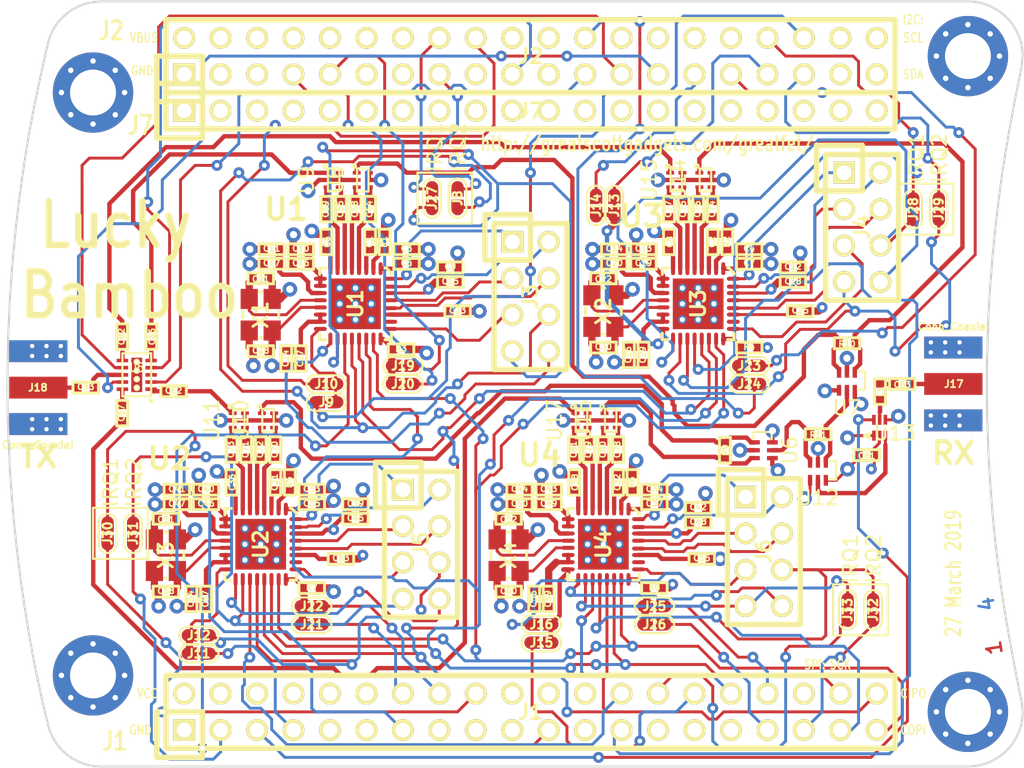
<source format=kicad_pcb>
(kicad_pcb (version 20171130) (host pcbnew 5.0.2-bee76a0~70~ubuntu18.04.1)
  (layers (0 F.Cu signal) (1 C2.Cu power hide) (2 C3.Cu power hide) (31 B.Cu signal) (35 F.Paste user) (36 B.SilkS user) (37 F.SilkS user) (38 B.Mask user) (39 F.Mask user) (44 Edge.Cuts user))
  (net 0 "")
  (net 1 GND)
  (net 2 VCC)
  (net 3 "Net-(C1-Pad2)")
  (net 4 "Net-(C2-Pad2)")
  (net 5 "Net-(C3-Pad2)")
  (net 6 "Net-(C4-Pad2)")
  (net 7 "Net-(C6-Pad1)")
  (net 8 "Net-(C8-Pad1)")
  (net 9 "Net-(C10-Pad1)")
  (net 10 "Net-(C11-Pad1)")
  (net 11 "Net-(C13-Pad1)")
  (net 12 "Net-(C14-Pad1)")
  (net 13 "Net-(C21-Pad1)")
  (net 14 "Net-(C22-Pad1)")
  (net 15 "Net-(C23-Pad2)")
  (net 16 "Net-(C24-Pad1)")
  (net 17 "Net-(C25-Pad2)")
  (net 18 "Net-(C26-Pad1)")
  (net 19 "Net-(C28-Pad1)")
  (net 20 "Net-(C30-Pad1)")
  (net 21 "Net-(C31-Pad2)")
  (net 22 "Net-(C32-Pad2)")
  (net 23 "Net-(C33-Pad2)")
  (net 24 "Net-(C34-Pad2)")
  (net 25 "Net-(C36-Pad1)")
  (net 26 "Net-(C38-Pad1)")
  (net 27 "Net-(C40-Pad1)")
  (net 28 "Net-(C41-Pad1)")
  (net 29 "Net-(C43-Pad1)")
  (net 30 "Net-(C44-Pad1)")
  (net 31 "Net-(C51-Pad1)")
  (net 32 "Net-(C52-Pad1)")
  (net 33 "Net-(C53-Pad2)")
  (net 34 "Net-(C54-Pad1)")
  (net 35 "Net-(C55-Pad2)")
  (net 36 "Net-(C56-Pad1)")
  (net 37 "Net-(C58-Pad1)")
  (net 38 "Net-(C60-Pad1)")
  (net 39 /RFOUT1)
  (net 40 /RFOUT2)
  (net 41 "Net-(C63-Pad2)")
  (net 42 "Net-(C63-Pad1)")
  (net 43 "Net-(C64-Pad1)")
  (net 44 "Net-(C65-Pad1)")
  (net 45 /RFOUT1_P)
  (net 46 /RFOUT1_N)
  (net 47 /RFOUT2_P)
  (net 48 /RFOUT2_N)
  (net 49 /RFOUT3)
  (net 50 /RFOUT4)
  (net 51 "Net-(C74-Pad1)")
  (net 52 "Net-(C75-Pad1)")
  (net 53 /RFOUT3_P)
  (net 54 /RFOUT3_N)
  (net 55 /RFOUT4_P)
  (net 56 /RFOUT4_N)
  (net 57 /P4_9)
  (net 58 /P4_10)
  (net 59 /P1_5)
  (net 60 /P5_2)
  (net 61 /P1_6)
  (net 62 /P1_8)
  (net 63 /P1_12)
  (net 64 /P1_14)
  (net 65 /P1_13)
  (net 66 /P1_15)
  (net 67 /P1_17)
  (net 68 /P9_5)
  (net 69 /P9_6)
  (net 70 /P2_0)
  (net 71 /P1_20)
  (net 72 /P1_19)
  (net 73 /P1_4)
  (net 74 /P1_3)
  (net 75 /P4_4)
  (net 76 /P4_3)
  (net 77 /P2_6)
  (net 78 /P7_7)
  (net 79 /P2_5)
  (net 80 /P2_4)
  (net 81 /P7_2)
  (net 82 /P3_1)
  (net 83 /P7_1)
  (net 84 /P7_0)
  (net 85 /P6_8)
  (net 86 /P6_7)
  (net 87 /P6_6)
  (net 88 /P2_1)
  (net 89 /DT1)
  (net 90 /DT2)
  (net 91 /DT3)
  (net 92 /DT4)
  (net 93 /DR1)
  (net 94 /DR2)
  (net 95 /DR3)
  (net 96 /DR4)
  (net 97 /TRFS1)
  (net 98 /TRFS2)
  (net 99 /TRFS3)
  (net 100 /TRFS4)
  (net 101 /IRQ1)
  (net 102 /IRQ2)
  (net 103 /IRQ3)
  (net 104 /IRQ4)
  (net 105 "Net-(R1-Pad2)")
  (net 106 "Net-(R2-Pad2)")
  (net 107 "Net-(R5-Pad2)")
  (net 108 "Net-(R6-Pad2)")
  (net 109 /RFIN1_P)
  (net 110 /RFIN1_N)
  (net 111 /RFIN2_P)
  (net 112 "Net-(C70-Pad1)")
  (net 113 "Net-(C71-Pad1)")
  (net 114 /RFIN2_N)
  (net 115 /RFIN3_P)
  (net 116 /RFIN3_N)
  (net 117 /RFIN4_P)
  (net 118 "Net-(C78-Pad1)")
  (net 119 "Net-(C79-Pad1)")
  (net 120 /RFIN4_N)
  (net 121 /PABIAOP1)
  (net 122 /PAVSUP1)
  (net 123 /XOSC32KN1)
  (net 124 /XOSC32KP1)
  (net 125 /TXEN1)
  (net 126 /PABIAOP3)
  (net 127 /PAVSUP3)
  (net 128 /XOSC32KN3)
  (net 129 /XOSC32KP3)
  (net 130 /TXEN3)
  (net 131 /PABIAOP2)
  (net 132 /PAVSUP2)
  (net 133 /XOSC32KN2)
  (net 134 /XOSC32KP2)
  (net 135 /TXEN2)
  (net 136 /PABIAOP4)
  (net 137 /PAVSUP4)
  (net 138 /XOSC32KN4)
  (net 139 /XOSC32KP4)
  (net 140 /TXEN4)
  (net 141 /RFIN)
  (net 142 /RFIN1)
  (net 143 /RFIN2)
  (net 144 /RFIN3)
  (net 145 /RFIN4)
  (net 146 "Net-(C68-Pad1)")
  (net 147 "Net-(C69-Pad1)")
  (net 148 "Net-(C72-Pad1)")
  (net 149 "Net-(C73-Pad1)")
  (net 150 "Net-(C76-Pad1)")
  (net 151 "Net-(C77-Pad1)")
  (net 152 "Net-(C80-Pad1)")
  (net 153 "Net-(C81-Pad1)")
  (net 154 "Net-(R11-Pad2)")
  (net 155 "Net-(R11-Pad1)")
  (net 156 "Net-(U12-Pad5)")
  (net 157 "Net-(C62-Pad2)")
  (net 158 "Net-(C66-Pad1)")
  (net 159 "Net-(C67-Pad1)")
  (net 160 "Net-(C82-Pad2)")
  (net 161 "Net-(C83-Pad2)")
  (net 162 "Net-(C83-Pad1)")
  (module gsg-modules:0402 (layer F.Cu) (at 119.634 91.948 90)
    (fp_text reference C66 (at 0 0.0508 90) (layer F.SilkS) (effects (font (size 0.4064 0.4064) (thickness 0.1016))))
    (fp_text value 47pF hide)
    (pad 2 smd rect (at 0.5334 0 90) (size 0.508 0.5588) (layers F.Cu F.Paste F.Mask) (net 39 /RFOUT1))
    (pad 1 smd rect (at -0.5334 0 90) (size 0.508 0.5588) (layers F.Cu F.Paste F.Mask) (net 158 "Net-(C66-Pad1)"))
  )
  (module gsg-modules:HEADER-2x20 (layer F.Cu) (at 146.05 118.11)
    (fp_text reference J1 (at 0 0) (layer F.SilkS) (effects (font (size 1.016 1.016) (thickness 0.2032))))
    (fp_text value NEIGHBOR1 hide)
    (pad 1 thru_hole rect (at -24.13 1.27) (size 1.524 1.524) (drill 1.016) (layers *.Cu *.Mask F.SilkS) (net 1 GND))
    (pad 2 thru_hole circle (at -24.13 -1.27) (size 1.524 1.524) (drill 1.016) (layers *.Cu *.Mask F.SilkS) (net 2 VCC))
    (pad 3 thru_hole circle (at -21.59 1.27) (size 1.524 1.524) (drill 1.016) (layers *.Cu *.Mask F.SilkS) (net 57 /P4_9))
    (pad 4 thru_hole circle (at -21.59 -1.27) (size 1.524 1.524) (drill 1.016) (layers *.Cu *.Mask F.SilkS))
    (pad 5 thru_hole circle (at -19.05 1.27) (size 1.524 1.524) (drill 1.016) (layers *.Cu *.Mask F.SilkS) (net 58 /P4_10))
    (pad 6 thru_hole circle (at -19.05 -1.27) (size 1.524 1.524) (drill 1.016) (layers *.Cu *.Mask F.SilkS))
    (pad 7 thru_hole circle (at -16.51 1.27) (size 1.524 1.524) (drill 1.016) (layers *.Cu *.Mask F.SilkS) (net 94 /DR2))
    (pad 8 thru_hole circle (at -16.51 -1.27) (size 1.524 1.524) (drill 1.016) (layers *.Cu *.Mask F.SilkS))
    (pad 9 thru_hole circle (at -13.97 1.27) (size 1.524 1.524) (drill 1.016) (layers *.Cu *.Mask F.SilkS))
    (pad 10 thru_hole circle (at -13.97 -1.27) (size 1.524 1.524) (drill 1.016) (layers *.Cu *.Mask F.SilkS))
    (pad 11 thru_hole circle (at -11.43 1.27) (size 1.524 1.524) (drill 1.016) (layers *.Cu *.Mask F.SilkS))
    (pad 12 thru_hole circle (at -11.43 -1.27) (size 1.524 1.524) (drill 1.016) (layers *.Cu *.Mask F.SilkS))
    (pad 13 thru_hole circle (at -8.89 1.27) (size 1.524 1.524) (drill 1.016) (layers *.Cu *.Mask F.SilkS) (net 59 /P1_5))
    (pad 14 thru_hole circle (at -8.89 -1.27) (size 1.524 1.524) (drill 1.016) (layers *.Cu *.Mask F.SilkS) (net 60 /P5_2))
    (pad 15 thru_hole circle (at -6.35 1.27) (size 1.524 1.524) (drill 1.016) (layers *.Cu *.Mask F.SilkS))
    (pad 16 thru_hole circle (at -6.35 -1.27) (size 1.524 1.524) (drill 1.016) (layers *.Cu *.Mask F.SilkS) (net 61 /P1_6))
    (pad 17 thru_hole circle (at -3.81 1.27) (size 1.524 1.524) (drill 1.016) (layers *.Cu *.Mask F.SilkS))
    (pad 18 thru_hole circle (at -3.81 -1.27) (size 1.524 1.524) (drill 1.016) (layers *.Cu *.Mask F.SilkS) (net 62 /P1_8))
    (pad 19 thru_hole circle (at -1.27 1.27) (size 1.524 1.524) (drill 1.016) (layers *.Cu *.Mask F.SilkS))
    (pad 20 thru_hole circle (at -1.27 -1.27) (size 1.524 1.524) (drill 1.016) (layers *.Cu *.Mask F.SilkS))
    (pad 21 thru_hole circle (at 1.27 1.27) (size 1.524 1.524) (drill 1.016) (layers *.Cu *.Mask F.SilkS) (net 63 /P1_12))
    (pad 22 thru_hole circle (at 1.27 -1.27) (size 1.524 1.524) (drill 1.016) (layers *.Cu *.Mask F.SilkS))
    (pad 23 thru_hole circle (at 3.81 1.27) (size 1.524 1.524) (drill 1.016) (layers *.Cu *.Mask F.SilkS))
    (pad 24 thru_hole circle (at 3.81 -1.27) (size 1.524 1.524) (drill 1.016) (layers *.Cu *.Mask F.SilkS))
    (pad 25 thru_hole circle (at 6.35 1.27) (size 1.524 1.524) (drill 1.016) (layers *.Cu *.Mask F.SilkS) (net 64 /P1_14))
    (pad 26 thru_hole circle (at 6.35 -1.27) (size 1.524 1.524) (drill 1.016) (layers *.Cu *.Mask F.SilkS) (net 65 /P1_13))
    (pad 27 thru_hole circle (at 8.89 1.27) (size 1.524 1.524) (drill 1.016) (layers *.Cu *.Mask F.SilkS))
    (pad 28 thru_hole circle (at 8.89 -1.27) (size 1.524 1.524) (drill 1.016) (layers *.Cu *.Mask F.SilkS) (net 66 /P1_15))
    (pad 29 thru_hole circle (at 11.43 1.27) (size 1.524 1.524) (drill 1.016) (layers *.Cu *.Mask F.SilkS))
    (pad 30 thru_hole circle (at 11.43 -1.27) (size 1.524 1.524) (drill 1.016) (layers *.Cu *.Mask F.SilkS) (net 96 /DR4))
    (pad 31 thru_hole circle (at 13.97 1.27) (size 1.524 1.524) (drill 1.016) (layers *.Cu *.Mask F.SilkS))
    (pad 32 thru_hole circle (at 13.97 -1.27) (size 1.524 1.524) (drill 1.016) (layers *.Cu *.Mask F.SilkS) (net 67 /P1_17))
    (pad 33 thru_hole circle (at 16.51 1.27) (size 1.524 1.524) (drill 1.016) (layers *.Cu *.Mask F.SilkS) (net 68 /P9_5))
    (pad 34 thru_hole circle (at 16.51 -1.27) (size 1.524 1.524) (drill 1.016) (layers *.Cu *.Mask F.SilkS) (net 69 /P9_6))
    (pad 35 thru_hole circle (at 19.05 1.27) (size 1.524 1.524) (drill 1.016) (layers *.Cu *.Mask F.SilkS) (net 70 /P2_0))
    (pad 36 thru_hole circle (at 19.05 -1.27) (size 1.524 1.524) (drill 1.016) (layers *.Cu *.Mask F.SilkS))
    (pad 37 thru_hole circle (at 21.59 1.27) (size 1.524 1.524) (drill 1.016) (layers *.Cu *.Mask F.SilkS) (net 71 /P1_20))
    (pad 38 thru_hole circle (at 21.59 -1.27) (size 1.524 1.524) (drill 1.016) (layers *.Cu *.Mask F.SilkS) (net 72 /P1_19))
    (pad 39 thru_hole circle (at 24.13 1.27) (size 1.524 1.524) (drill 1.016) (layers *.Cu *.Mask F.SilkS) (net 73 /P1_4))
    (pad 40 thru_hole circle (at 24.13 -1.27) (size 1.524 1.524) (drill 1.016) (layers *.Cu *.Mask F.SilkS) (net 74 /P1_3))
  )
  (module gsg-modules:HEADER-2x20 (layer F.Cu) (at 146.05 72.39)
    (fp_text reference J2 (at 0 0) (layer F.SilkS) (effects (font (size 1.016 1.016) (thickness 0.2032))))
    (fp_text value NEIGHBOR2 hide)
    (pad 1 thru_hole rect (at -24.13 1.27) (size 1.524 1.524) (drill 1.016) (layers *.Cu *.Mask F.SilkS) (net 1 GND))
    (pad 2 thru_hole circle (at -24.13 -1.27) (size 1.524 1.524) (drill 1.016) (layers *.Cu *.Mask F.SilkS))
    (pad 3 thru_hole circle (at -21.59 1.27) (size 1.524 1.524) (drill 1.016) (layers *.Cu *.Mask F.SilkS))
    (pad 4 thru_hole circle (at -21.59 -1.27) (size 1.524 1.524) (drill 1.016) (layers *.Cu *.Mask F.SilkS))
    (pad 5 thru_hole circle (at -19.05 1.27) (size 1.524 1.524) (drill 1.016) (layers *.Cu *.Mask F.SilkS))
    (pad 6 thru_hole circle (at -19.05 -1.27) (size 1.524 1.524) (drill 1.016) (layers *.Cu *.Mask F.SilkS))
    (pad 7 thru_hole circle (at -16.51 1.27) (size 1.524 1.524) (drill 1.016) (layers *.Cu *.Mask F.SilkS) (net 75 /P4_4))
    (pad 8 thru_hole circle (at -16.51 -1.27) (size 1.524 1.524) (drill 1.016) (layers *.Cu *.Mask F.SilkS))
    (pad 9 thru_hole circle (at -13.97 1.27) (size 1.524 1.524) (drill 1.016) (layers *.Cu *.Mask F.SilkS) (net 76 /P4_3))
    (pad 10 thru_hole circle (at -13.97 -1.27) (size 1.524 1.524) (drill 1.016) (layers *.Cu *.Mask F.SilkS))
    (pad 11 thru_hole circle (at -11.43 1.27) (size 1.524 1.524) (drill 1.016) (layers *.Cu *.Mask F.SilkS))
    (pad 12 thru_hole circle (at -11.43 -1.27) (size 1.524 1.524) (drill 1.016) (layers *.Cu *.Mask F.SilkS))
    (pad 13 thru_hole circle (at -8.89 1.27) (size 1.524 1.524) (drill 1.016) (layers *.Cu *.Mask F.SilkS))
    (pad 14 thru_hole circle (at -8.89 -1.27) (size 1.524 1.524) (drill 1.016) (layers *.Cu *.Mask F.SilkS))
    (pad 15 thru_hole circle (at -6.35 1.27) (size 1.524 1.524) (drill 1.016) (layers *.Cu *.Mask F.SilkS) (net 77 /P2_6))
    (pad 16 thru_hole circle (at -6.35 -1.27) (size 1.524 1.524) (drill 1.016) (layers *.Cu *.Mask F.SilkS) (net 78 /P7_7))
    (pad 17 thru_hole circle (at -3.81 1.27) (size 1.524 1.524) (drill 1.016) (layers *.Cu *.Mask F.SilkS))
    (pad 18 thru_hole circle (at -3.81 -1.27) (size 1.524 1.524) (drill 1.016) (layers *.Cu *.Mask F.SilkS) (net 79 /P2_5))
    (pad 19 thru_hole circle (at -1.27 1.27) (size 1.524 1.524) (drill 1.016) (layers *.Cu *.Mask F.SilkS) (net 80 /P2_4))
    (pad 20 thru_hole circle (at -1.27 -1.27) (size 1.524 1.524) (drill 1.016) (layers *.Cu *.Mask F.SilkS))
    (pad 21 thru_hole circle (at 1.27 1.27) (size 1.524 1.524) (drill 1.016) (layers *.Cu *.Mask F.SilkS))
    (pad 22 thru_hole circle (at 1.27 -1.27) (size 1.524 1.524) (drill 1.016) (layers *.Cu *.Mask F.SilkS))
    (pad 23 thru_hole circle (at 3.81 1.27) (size 1.524 1.524) (drill 1.016) (layers *.Cu *.Mask F.SilkS) (net 81 /P7_2))
    (pad 24 thru_hole circle (at 3.81 -1.27) (size 1.524 1.524) (drill 1.016) (layers *.Cu *.Mask F.SilkS) (net 82 /P3_1))
    (pad 25 thru_hole circle (at 6.35 1.27) (size 1.524 1.524) (drill 1.016) (layers *.Cu *.Mask F.SilkS) (net 83 /P7_1))
    (pad 26 thru_hole circle (at 6.35 -1.27) (size 1.524 1.524) (drill 1.016) (layers *.Cu *.Mask F.SilkS))
    (pad 27 thru_hole circle (at 8.89 1.27) (size 1.524 1.524) (drill 1.016) (layers *.Cu *.Mask F.SilkS) (net 84 /P7_0))
    (pad 28 thru_hole circle (at 8.89 -1.27) (size 1.524 1.524) (drill 1.016) (layers *.Cu *.Mask F.SilkS))
    (pad 29 thru_hole circle (at 11.43 1.27) (size 1.524 1.524) (drill 1.016) (layers *.Cu *.Mask F.SilkS) (net 85 /P6_8))
    (pad 30 thru_hole circle (at 11.43 -1.27) (size 1.524 1.524) (drill 1.016) (layers *.Cu *.Mask F.SilkS))
    (pad 31 thru_hole circle (at 13.97 1.27) (size 1.524 1.524) (drill 1.016) (layers *.Cu *.Mask F.SilkS) (net 86 /P6_7))
    (pad 32 thru_hole circle (at 13.97 -1.27) (size 1.524 1.524) (drill 1.016) (layers *.Cu *.Mask F.SilkS))
    (pad 33 thru_hole circle (at 16.51 1.27) (size 1.524 1.524) (drill 1.016) (layers *.Cu *.Mask F.SilkS) (net 95 /DR3))
    (pad 34 thru_hole circle (at 16.51 -1.27) (size 1.524 1.524) (drill 1.016) (layers *.Cu *.Mask F.SilkS) (net 87 /P6_6))
    (pad 35 thru_hole circle (at 19.05 1.27) (size 1.524 1.524) (drill 1.016) (layers *.Cu *.Mask F.SilkS) (net 88 /P2_1))
    (pad 36 thru_hole circle (at 19.05 -1.27) (size 1.524 1.524) (drill 1.016) (layers *.Cu *.Mask F.SilkS) (net 93 /DR1))
    (pad 37 thru_hole circle (at 21.59 1.27) (size 1.524 1.524) (drill 1.016) (layers *.Cu *.Mask F.SilkS))
    (pad 38 thru_hole circle (at 21.59 -1.27) (size 1.524 1.524) (drill 1.016) (layers *.Cu *.Mask F.SilkS))
    (pad 39 thru_hole circle (at 24.13 1.27) (size 1.524 1.524) (drill 1.016) (layers *.Cu *.Mask F.SilkS))
    (pad 40 thru_hole circle (at 24.13 -1.27) (size 1.524 1.524) (drill 1.016) (layers *.Cu *.Mask F.SilkS))
  )
  (module gsg-modules:HOLE126MIL-COPPER (layer F.Cu) (at 115.57 74.93)
    (fp_text reference MH1 hide)
    (fp_text value MOUNTING_HOLE hide)
    (pad 1 thru_hole circle (at 0 0) (size 5.6 5.6) (drill 3.2004) (layers *.Cu *.Mask) (net 1 GND))
    (pad 1 thru_hole circle (at 0 -2.2) (size 0.6 0.6) (drill 0.381) (layers *.Cu *.Mask) (net 1 GND))
    (pad 1 thru_hole circle (at -2.2 0) (size 0.6 0.6) (drill 0.381) (layers *.Cu *.Mask) (net 1 GND))
    (pad 1 thru_hole circle (at 0 2.2) (size 0.6 0.6) (drill 0.381) (layers *.Cu *.Mask) (net 1 GND))
    (pad 1 thru_hole circle (at 2.2 0) (size 0.6 0.6) (drill 0.381) (layers *.Cu *.Mask) (net 1 GND))
    (pad 1 thru_hole circle (at 1.55 -1.55) (size 0.6 0.6) (drill 0.381) (layers *.Cu *.Mask) (net 1 GND))
    (pad 1 thru_hole circle (at -1.55 -1.55) (size 0.6 0.6) (drill 0.381) (layers *.Cu *.Mask) (net 1 GND))
    (pad 1 thru_hole circle (at -1.55 1.55) (size 0.6 0.6) (drill 0.381) (layers *.Cu *.Mask) (net 1 GND))
    (pad 1 thru_hole circle (at 1.55 1.55) (size 0.6 0.6) (drill 0.381) (layers *.Cu *.Mask) (net 1 GND))
  )
  (module gsg-modules:HOLE126MIL-COPPER (layer F.Cu) (at 115.57 115.57)
    (fp_text reference MH2 hide)
    (fp_text value MOUNTING_HOLE hide)
    (pad 1 thru_hole circle (at 0 0) (size 5.6 5.6) (drill 3.2004) (layers *.Cu *.Mask) (net 1 GND))
    (pad 1 thru_hole circle (at 0 -2.2) (size 0.6 0.6) (drill 0.381) (layers *.Cu *.Mask) (net 1 GND))
    (pad 1 thru_hole circle (at -2.2 0) (size 0.6 0.6) (drill 0.381) (layers *.Cu *.Mask) (net 1 GND))
    (pad 1 thru_hole circle (at 0 2.2) (size 0.6 0.6) (drill 0.381) (layers *.Cu *.Mask) (net 1 GND))
    (pad 1 thru_hole circle (at 2.2 0) (size 0.6 0.6) (drill 0.381) (layers *.Cu *.Mask) (net 1 GND))
    (pad 1 thru_hole circle (at 1.55 -1.55) (size 0.6 0.6) (drill 0.381) (layers *.Cu *.Mask) (net 1 GND))
    (pad 1 thru_hole circle (at -1.55 -1.55) (size 0.6 0.6) (drill 0.381) (layers *.Cu *.Mask) (net 1 GND))
    (pad 1 thru_hole circle (at -1.55 1.55) (size 0.6 0.6) (drill 0.381) (layers *.Cu *.Mask) (net 1 GND))
    (pad 1 thru_hole circle (at 1.55 1.55) (size 0.6 0.6) (drill 0.381) (layers *.Cu *.Mask) (net 1 GND))
  )
  (module gsg-modules:HOLE126MIL-COPPER (layer F.Cu) (at 176.53 118.11)
    (fp_text reference MH3 hide)
    (fp_text value MOUNTING_HOLE hide)
    (pad 1 thru_hole circle (at 0 0) (size 5.6 5.6) (drill 3.2004) (layers *.Cu *.Mask) (net 1 GND))
    (pad 1 thru_hole circle (at 0 -2.2) (size 0.6 0.6) (drill 0.381) (layers *.Cu *.Mask) (net 1 GND))
    (pad 1 thru_hole circle (at -2.2 0) (size 0.6 0.6) (drill 0.381) (layers *.Cu *.Mask) (net 1 GND))
    (pad 1 thru_hole circle (at 0 2.2) (size 0.6 0.6) (drill 0.381) (layers *.Cu *.Mask) (net 1 GND))
    (pad 1 thru_hole circle (at 2.2 0) (size 0.6 0.6) (drill 0.381) (layers *.Cu *.Mask) (net 1 GND))
    (pad 1 thru_hole circle (at 1.55 -1.55) (size 0.6 0.6) (drill 0.381) (layers *.Cu *.Mask) (net 1 GND))
    (pad 1 thru_hole circle (at -1.55 -1.55) (size 0.6 0.6) (drill 0.381) (layers *.Cu *.Mask) (net 1 GND))
    (pad 1 thru_hole circle (at -1.55 1.55) (size 0.6 0.6) (drill 0.381) (layers *.Cu *.Mask) (net 1 GND))
    (pad 1 thru_hole circle (at 1.55 1.55) (size 0.6 0.6) (drill 0.381) (layers *.Cu *.Mask) (net 1 GND))
  )
  (module gsg-modules:HOLE126MIL-COPPER (layer F.Cu) (at 176.53 72.39)
    (fp_text reference MH4 hide)
    (fp_text value MOUNTING_HOLE hide)
    (pad 1 thru_hole circle (at 0 0) (size 5.6 5.6) (drill 3.2004) (layers *.Cu *.Mask) (net 1 GND))
    (pad 1 thru_hole circle (at 0 -2.2) (size 0.6 0.6) (drill 0.381) (layers *.Cu *.Mask) (net 1 GND))
    (pad 1 thru_hole circle (at -2.2 0) (size 0.6 0.6) (drill 0.381) (layers *.Cu *.Mask) (net 1 GND))
    (pad 1 thru_hole circle (at 0 2.2) (size 0.6 0.6) (drill 0.381) (layers *.Cu *.Mask) (net 1 GND))
    (pad 1 thru_hole circle (at 2.2 0) (size 0.6 0.6) (drill 0.381) (layers *.Cu *.Mask) (net 1 GND))
    (pad 1 thru_hole circle (at 1.55 -1.55) (size 0.6 0.6) (drill 0.381) (layers *.Cu *.Mask) (net 1 GND))
    (pad 1 thru_hole circle (at -1.55 -1.55) (size 0.6 0.6) (drill 0.381) (layers *.Cu *.Mask) (net 1 GND))
    (pad 1 thru_hole circle (at -1.55 1.55) (size 0.6 0.6) (drill 0.381) (layers *.Cu *.Mask) (net 1 GND))
    (pad 1 thru_hole circle (at 1.55 1.55) (size 0.6 0.6) (drill 0.381) (layers *.Cu *.Mask) (net 1 GND))
  )
  (module gsg-modules:0603-JUMPER (layer F.Cu) (at 131.826 96.52 180)
    (fp_text reference J9 (at 0 0 180) (layer F.SilkS) (effects (font (size 0.6096 0.6096) (thickness 0.1524))))
    (fp_text value TEST_2P hide)
    (pad 1 smd oval (at -0.6477 0 180) (size 1.0922 0.8636) (layers F.Cu F.Mask) (net 93 /DR1))
    (pad 2 smd rect (at 0.3556 0 180) (size 0.508 0.8636) (layers F.Cu F.Mask) (net 93 /DR1))
    (pad 1 smd rect (at -0.3556 0 180) (size 0.508 0.8636) (layers F.Cu F.Mask) (net 93 /DR1))
    (pad 2 smd oval (at 0.6477 0 180) (size 1.0922 0.8636) (layers F.Cu F.Mask) (net 93 /DR1))
  )
  (module gsg-modules:0603-JUMPER (layer F.Cu) (at 131.826 95.25 180)
    (fp_text reference J10 (at 0 0 180) (layer F.SilkS) (effects (font (size 0.6096 0.6096) (thickness 0.1524))))
    (fp_text value TEST_2P hide)
    (pad 1 smd oval (at -0.6477 0 180) (size 1.0922 0.8636) (layers F.Cu F.Mask) (net 93 /DR1))
    (pad 2 smd rect (at 0.3556 0 180) (size 0.508 0.8636) (layers F.Cu F.Mask) (net 79 /P2_5))
    (pad 1 smd rect (at -0.3556 0 180) (size 0.508 0.8636) (layers F.Cu F.Mask) (net 93 /DR1))
    (pad 2 smd oval (at 0.6477 0 180) (size 1.0922 0.8636) (layers F.Cu F.Mask) (net 79 /P2_5))
  )
  (module gsg-modules:0603-JUMPER (layer F.Cu) (at 122.936 114.046)
    (fp_text reference J11 (at 0 0) (layer F.SilkS) (effects (font (size 0.6096 0.6096) (thickness 0.1524))))
    (fp_text value TEST_2P hide)
    (pad 1 smd oval (at -0.6477 0) (size 1.0922 0.8636) (layers F.Cu F.Mask) (net 94 /DR2))
    (pad 2 smd rect (at 0.3556 0) (size 0.508 0.8636) (layers F.Cu F.Mask) (net 94 /DR2))
    (pad 1 smd rect (at -0.3556 0) (size 0.508 0.8636) (layers F.Cu F.Mask) (net 94 /DR2))
    (pad 2 smd oval (at 0.6477 0) (size 1.0922 0.8636) (layers F.Cu F.Mask) (net 94 /DR2))
  )
  (module gsg-modules:0603-JUMPER (layer F.Cu) (at 122.936 112.776)
    (fp_text reference J12 (at 0 0) (layer F.SilkS) (effects (font (size 0.6096 0.6096) (thickness 0.1524))))
    (fp_text value TEST_2P hide)
    (pad 1 smd oval (at -0.6477 0) (size 1.0922 0.8636) (layers F.Cu F.Mask) (net 94 /DR2))
    (pad 2 smd rect (at 0.3556 0) (size 0.508 0.8636) (layers F.Cu F.Mask) (net 59 /P1_5))
    (pad 1 smd rect (at -0.3556 0) (size 0.508 0.8636) (layers F.Cu F.Mask) (net 94 /DR2))
    (pad 2 smd oval (at 0.6477 0) (size 1.0922 0.8636) (layers F.Cu F.Mask) (net 59 /P1_5))
  )
  (module gsg-modules:0603-JUMPER (layer F.Cu) (at 151.892 82.804 90)
    (fp_text reference J13 (at 0 0 90) (layer F.SilkS) (effects (font (size 0.6096 0.6096) (thickness 0.1524))))
    (fp_text value TEST_2P hide)
    (pad 1 smd oval (at -0.6477 0 90) (size 1.0922 0.8636) (layers F.Cu F.Mask) (net 95 /DR3))
    (pad 2 smd rect (at 0.3556 0 90) (size 0.508 0.8636) (layers F.Cu F.Mask) (net 95 /DR3))
    (pad 1 smd rect (at -0.3556 0 90) (size 0.508 0.8636) (layers F.Cu F.Mask) (net 95 /DR3))
    (pad 2 smd oval (at 0.6477 0 90) (size 1.0922 0.8636) (layers F.Cu F.Mask) (net 95 /DR3))
  )
  (module gsg-modules:0603-JUMPER (layer F.Cu) (at 150.622 82.804 90)
    (fp_text reference J14 (at 0 0 90) (layer F.SilkS) (effects (font (size 0.6096 0.6096) (thickness 0.1524))))
    (fp_text value TEST_2P hide)
    (pad 1 smd oval (at -0.6477 0 90) (size 1.0922 0.8636) (layers F.Cu F.Mask) (net 95 /DR3))
    (pad 2 smd rect (at 0.3556 0 90) (size 0.508 0.8636) (layers F.Cu F.Mask) (net 85 /P6_8))
    (pad 1 smd rect (at -0.3556 0 90) (size 0.508 0.8636) (layers F.Cu F.Mask) (net 95 /DR3))
    (pad 2 smd oval (at 0.6477 0 90) (size 1.0922 0.8636) (layers F.Cu F.Mask) (net 85 /P6_8))
  )
  (module gsg-modules:0603-JUMPER (layer F.Cu) (at 146.812 113.284 180)
    (fp_text reference J15 (at 0 0 180) (layer F.SilkS) (effects (font (size 0.6096 0.6096) (thickness 0.1524))))
    (fp_text value TEST_2P hide)
    (pad 1 smd oval (at -0.6477 0 180) (size 1.0922 0.8636) (layers F.Cu F.Mask) (net 96 /DR4))
    (pad 2 smd rect (at 0.3556 0 180) (size 0.508 0.8636) (layers F.Cu F.Mask) (net 96 /DR4))
    (pad 1 smd rect (at -0.3556 0 180) (size 0.508 0.8636) (layers F.Cu F.Mask) (net 96 /DR4))
    (pad 2 smd oval (at 0.6477 0 180) (size 1.0922 0.8636) (layers F.Cu F.Mask) (net 96 /DR4))
  )
  (module gsg-modules:0603-JUMPER (layer F.Cu) (at 146.812 112.014 180)
    (fp_text reference J16 (at 0 0 180) (layer F.SilkS) (effects (font (size 0.6096 0.6096) (thickness 0.1524))))
    (fp_text value TEST_2P hide)
    (pad 1 smd oval (at -0.6477 0 180) (size 1.0922 0.8636) (layers F.Cu F.Mask) (net 96 /DR4))
    (pad 2 smd rect (at 0.3556 0 180) (size 0.508 0.8636) (layers F.Cu F.Mask) (net 71 /P1_20))
    (pad 1 smd rect (at -0.3556 0 180) (size 0.508 0.8636) (layers F.Cu F.Mask) (net 96 /DR4))
    (pad 2 smd oval (at 0.6477 0 180) (size 1.0922 0.8636) (layers F.Cu F.Mask) (net 71 /P1_20))
  )
  (module gsg-modules:SMA-EDGE (layer F.Cu) (at 177.546 95.25 180)
    (fp_text reference J17 (at 1.99898 0 180) (layer F.SilkS) (effects (font (size 0.50038 0.50038) (thickness 0.12446))))
    (fp_text value Conn_Coaxial (at 1.99898 4.0005 180) (layer F.SilkS) (effects (font (size 0.50038 0.50038) (thickness 0.12446))))
    (pad 1 smd rect (at 2.032 0 180) (size 4.064 1.524) (layers F.Cu F.Mask) (net 41 "Net-(C63-Pad2)"))
    (pad 2 smd rect (at 2.032 -2.54 180) (size 4.064 1.524) (layers F.Cu F.Mask) (net 1 GND))
    (pad 2 smd rect (at 2.032 2.54 180) (size 4.064 1.524) (layers B.Cu) (net 1 GND))
    (pad 2 smd rect (at 2.032 -2.54 180) (size 4.064 1.524) (layers B.Cu) (net 1 GND))
    (pad 2 smd rect (at 2.032 2.54 180) (size 4.064 1.524) (layers F.Cu F.Mask) (net 1 GND))
    (pad 2 thru_hole circle (at 3.6 -2.2 180) (size 0.762 0.762) (drill 0.3048) (layers *.Cu *.Mask) (net 1 GND))
    (pad 2 thru_hole circle (at 3.6 -2.9 180) (size 0.762 0.762) (drill 0.3048) (layers *.Cu *.Mask) (net 1 GND))
    (pad 2 thru_hole circle (at 2.6 -2.2 180) (size 0.762 0.762) (drill 0.3048) (layers *.Cu *.Mask) (net 1 GND))
    (pad 2 thru_hole circle (at 1.6 -2.2 180) (size 0.762 0.762) (drill 0.3048) (layers *.Cu *.Mask) (net 1 GND))
    (pad 2 thru_hole circle (at 1.6 -2.9 180) (size 0.762 0.762) (drill 0.3048) (layers *.Cu *.Mask) (net 1 GND))
    (pad 2 thru_hole circle (at 2.6 -2.9 180) (size 0.762 0.762) (drill 0.3048) (layers *.Cu *.Mask) (net 1 GND))
    (pad 2 thru_hole circle (at 3.6 2.2 180) (size 0.762 0.762) (drill 0.3048) (layers *.Cu *.Mask) (net 1 GND))
    (pad 2 thru_hole circle (at 2.6 2.2 180) (size 0.762 0.762) (drill 0.3048) (layers *.Cu *.Mask) (net 1 GND))
    (pad 2 thru_hole circle (at 1.6 2.2 180) (size 0.762 0.762) (drill 0.3048) (layers *.Cu *.Mask) (net 1 GND))
    (pad 2 thru_hole circle (at 1.6 2.9 180) (size 0.762 0.762) (drill 0.3048) (layers *.Cu *.Mask) (net 1 GND))
    (pad 2 thru_hole circle (at 2.6 2.9 180) (size 0.762 0.762) (drill 0.3048) (layers *.Cu *.Mask) (net 1 GND))
    (pad 2 thru_hole circle (at 3.6 2.9 180) (size 0.762 0.762) (drill 0.3048) (layers *.Cu *.Mask) (net 1 GND))
  )
  (module gsg-modules:SMA-EDGE (layer F.Cu) (at 109.728 95.504)
    (fp_text reference J18 (at 1.99898 0) (layer F.SilkS) (effects (font (size 0.50038 0.50038) (thickness 0.12446))))
    (fp_text value Conn_Coaxial (at 1.99898 4.0005) (layer F.SilkS) (effects (font (size 0.50038 0.50038) (thickness 0.12446))))
    (pad 1 smd rect (at 2.032 0) (size 4.064 1.524) (layers F.Cu F.Mask) (net 161 "Net-(C83-Pad2)"))
    (pad 2 smd rect (at 2.032 -2.54) (size 4.064 1.524) (layers F.Cu F.Mask) (net 1 GND))
    (pad 2 smd rect (at 2.032 2.54) (size 4.064 1.524) (layers B.Cu) (net 1 GND))
    (pad 2 smd rect (at 2.032 -2.54) (size 4.064 1.524) (layers B.Cu) (net 1 GND))
    (pad 2 smd rect (at 2.032 2.54) (size 4.064 1.524) (layers F.Cu F.Mask) (net 1 GND))
    (pad 2 thru_hole circle (at 3.6 -2.2) (size 0.762 0.762) (drill 0.3048) (layers *.Cu *.Mask) (net 1 GND))
    (pad 2 thru_hole circle (at 3.6 -2.9) (size 0.762 0.762) (drill 0.3048) (layers *.Cu *.Mask) (net 1 GND))
    (pad 2 thru_hole circle (at 2.6 -2.2) (size 0.762 0.762) (drill 0.3048) (layers *.Cu *.Mask) (net 1 GND))
    (pad 2 thru_hole circle (at 1.6 -2.2) (size 0.762 0.762) (drill 0.3048) (layers *.Cu *.Mask) (net 1 GND))
    (pad 2 thru_hole circle (at 1.6 -2.9) (size 0.762 0.762) (drill 0.3048) (layers *.Cu *.Mask) (net 1 GND))
    (pad 2 thru_hole circle (at 2.6 -2.9) (size 0.762 0.762) (drill 0.3048) (layers *.Cu *.Mask) (net 1 GND))
    (pad 2 thru_hole circle (at 3.6 2.2) (size 0.762 0.762) (drill 0.3048) (layers *.Cu *.Mask) (net 1 GND))
    (pad 2 thru_hole circle (at 2.6 2.2) (size 0.762 0.762) (drill 0.3048) (layers *.Cu *.Mask) (net 1 GND))
    (pad 2 thru_hole circle (at 1.6 2.2) (size 0.762 0.762) (drill 0.3048) (layers *.Cu *.Mask) (net 1 GND))
    (pad 2 thru_hole circle (at 1.6 2.9) (size 0.762 0.762) (drill 0.3048) (layers *.Cu *.Mask) (net 1 GND))
    (pad 2 thru_hole circle (at 2.6 2.9) (size 0.762 0.762) (drill 0.3048) (layers *.Cu *.Mask) (net 1 GND))
    (pad 2 thru_hole circle (at 3.6 2.9) (size 0.762 0.762) (drill 0.3048) (layers *.Cu *.Mask) (net 1 GND))
  )
  (module gsg-modules:0603-JUMPER (layer F.Cu) (at 137.16 93.98)
    (fp_text reference J19 (at 0 0) (layer F.SilkS) (effects (font (size 0.6096 0.6096) (thickness 0.1524))))
    (fp_text value TEST_2P hide)
    (pad 1 smd oval (at -0.6477 0) (size 1.0922 0.8636) (layers F.Cu F.Mask) (net 76 /P4_3))
    (pad 2 smd rect (at 0.3556 0) (size 0.508 0.8636) (layers F.Cu F.Mask) (net 76 /P4_3))
    (pad 1 smd rect (at -0.3556 0) (size 0.508 0.8636) (layers F.Cu F.Mask) (net 76 /P4_3))
    (pad 2 smd oval (at 0.6477 0) (size 1.0922 0.8636) (layers F.Cu F.Mask) (net 76 /P4_3))
  )
  (module gsg-modules:0603-JUMPER (layer F.Cu) (at 137.16 95.25)
    (fp_text reference J20 (at 0 0) (layer F.SilkS) (effects (font (size 0.6096 0.6096) (thickness 0.1524))))
    (fp_text value TEST_2P hide)
    (pad 1 smd oval (at -0.6477 0) (size 1.0922 0.8636) (layers F.Cu F.Mask) (net 76 /P4_3))
    (pad 2 smd rect (at 0.3556 0) (size 0.508 0.8636) (layers F.Cu F.Mask) (net 75 /P4_4))
    (pad 1 smd rect (at -0.3556 0) (size 0.508 0.8636) (layers F.Cu F.Mask) (net 76 /P4_3))
    (pad 2 smd oval (at 0.6477 0) (size 1.0922 0.8636) (layers F.Cu F.Mask) (net 75 /P4_4))
  )
  (module gsg-modules:0603-JUMPER (layer F.Cu) (at 130.81 112.014)
    (fp_text reference J21 (at 0 0) (layer F.SilkS) (effects (font (size 0.6096 0.6096) (thickness 0.1524))))
    (fp_text value TEST_2P hide)
    (pad 1 smd oval (at -0.6477 0) (size 1.0922 0.8636) (layers F.Cu F.Mask) (net 60 /P5_2))
    (pad 2 smd rect (at 0.3556 0) (size 0.508 0.8636) (layers F.Cu F.Mask) (net 60 /P5_2))
    (pad 1 smd rect (at -0.3556 0) (size 0.508 0.8636) (layers F.Cu F.Mask) (net 60 /P5_2))
    (pad 2 smd oval (at 0.6477 0) (size 1.0922 0.8636) (layers F.Cu F.Mask) (net 60 /P5_2))
  )
  (module gsg-modules:0603-JUMPER (layer F.Cu) (at 130.81 110.744)
    (fp_text reference J22 (at 0 0) (layer F.SilkS) (effects (font (size 0.6096 0.6096) (thickness 0.1524))))
    (fp_text value TEST_2P hide)
    (pad 1 smd oval (at -0.6477 0) (size 1.0922 0.8636) (layers F.Cu F.Mask) (net 60 /P5_2))
    (pad 2 smd rect (at 0.3556 0) (size 0.508 0.8636) (layers F.Cu F.Mask) (net 61 /P1_6))
    (pad 1 smd rect (at -0.3556 0) (size 0.508 0.8636) (layers F.Cu F.Mask) (net 60 /P5_2))
    (pad 2 smd oval (at 0.6477 0) (size 1.0922 0.8636) (layers F.Cu F.Mask) (net 61 /P1_6))
  )
  (module gsg-modules:0603-JUMPER (layer F.Cu) (at 161.29 93.98)
    (fp_text reference J23 (at 0 0) (layer F.SilkS) (effects (font (size 0.6096 0.6096) (thickness 0.1524))))
    (fp_text value TEST_2P hide)
    (pad 1 smd oval (at -0.6477 0) (size 1.0922 0.8636) (layers F.Cu F.Mask) (net 86 /P6_7))
    (pad 2 smd rect (at 0.3556 0) (size 0.508 0.8636) (layers F.Cu F.Mask) (net 86 /P6_7))
    (pad 1 smd rect (at -0.3556 0) (size 0.508 0.8636) (layers F.Cu F.Mask) (net 86 /P6_7))
    (pad 2 smd oval (at 0.6477 0) (size 1.0922 0.8636) (layers F.Cu F.Mask) (net 86 /P6_7))
  )
  (module gsg-modules:0603-JUMPER (layer F.Cu) (at 161.29 95.25)
    (fp_text reference J24 (at 0 0) (layer F.SilkS) (effects (font (size 0.6096 0.6096) (thickness 0.1524))))
    (fp_text value TEST_2P hide)
    (pad 1 smd oval (at -0.6477 0) (size 1.0922 0.8636) (layers F.Cu F.Mask) (net 86 /P6_7))
    (pad 2 smd rect (at 0.3556 0) (size 0.508 0.8636) (layers F.Cu F.Mask) (net 82 /P3_1))
    (pad 1 smd rect (at -0.3556 0) (size 0.508 0.8636) (layers F.Cu F.Mask) (net 86 /P6_7))
    (pad 2 smd oval (at 0.6477 0) (size 1.0922 0.8636) (layers F.Cu F.Mask) (net 82 /P3_1))
  )
  (module gsg-modules:0603-JUMPER (layer F.Cu) (at 154.686 110.744)
    (fp_text reference J25 (at 0 0) (layer F.SilkS) (effects (font (size 0.6096 0.6096) (thickness 0.1524))))
    (fp_text value TEST_2P hide)
    (pad 1 smd oval (at -0.6477 0) (size 1.0922 0.8636) (layers F.Cu F.Mask) (net 69 /P9_6))
    (pad 2 smd rect (at 0.3556 0) (size 0.508 0.8636) (layers F.Cu F.Mask) (net 69 /P9_6))
    (pad 1 smd rect (at -0.3556 0) (size 0.508 0.8636) (layers F.Cu F.Mask) (net 69 /P9_6))
    (pad 2 smd oval (at 0.6477 0) (size 1.0922 0.8636) (layers F.Cu F.Mask) (net 69 /P9_6))
  )
  (module gsg-modules:0603-JUMPER (layer F.Cu) (at 154.686 112.014)
    (fp_text reference J26 (at 0 0) (layer F.SilkS) (effects (font (size 0.6096 0.6096) (thickness 0.1524))))
    (fp_text value TEST_2P hide)
    (pad 1 smd oval (at -0.6477 0) (size 1.0922 0.8636) (layers F.Cu F.Mask) (net 69 /P9_6))
    (pad 2 smd rect (at 0.3556 0) (size 0.508 0.8636) (layers F.Cu F.Mask) (net 68 /P9_5))
    (pad 1 smd rect (at -0.3556 0) (size 0.508 0.8636) (layers F.Cu F.Mask) (net 69 /P9_6))
    (pad 2 smd oval (at 0.6477 0) (size 1.0922 0.8636) (layers F.Cu F.Mask) (net 68 /P9_5))
  )
  (module gsg-modules:LFCSP32 (layer F.Cu) (at 127.254 106.426 270)
    (fp_text reference U2 (at 0 0 270) (layer F.SilkS) (effects (font (size 1.00076 1.00076) (thickness 0.2032))))
    (fp_text value ADF7242 hide)
    (pad 1 smd oval (at -2.4511 -1.75006 270) (size 0.89916 0.2794) (layers F.Cu F.Paste F.Mask) (net 23 "Net-(C33-Pad2)"))
    (pad 2 smd oval (at -2.4511 -1.24968 270) (size 0.89916 0.2794) (layers F.Cu F.Paste F.Mask) (net 107 "Net-(R5-Pad2)"))
    (pad 3 smd oval (at -2.4511 -0.7493 270) (size 0.89916 0.2794) (layers F.Cu F.Paste F.Mask) (net 21 "Net-(C31-Pad2)"))
    (pad 4 smd oval (at -2.4511 -0.24892 270) (size 0.89916 0.2794) (layers F.Cu F.Paste F.Mask) (net 111 /RFIN2_P))
    (pad 5 smd oval (at -2.4511 0.24892 270) (size 0.89916 0.2794) (layers F.Cu F.Paste F.Mask) (net 114 /RFIN2_N))
    (pad 6 smd oval (at -2.4511 0.7493 270) (size 0.89916 0.2794) (layers F.Cu F.Paste F.Mask) (net 47 /RFOUT2_P))
    (pad 7 smd oval (at -2.4511 1.24968 270) (size 0.89916 0.2794) (layers F.Cu F.Paste F.Mask) (net 48 /RFOUT2_N))
    (pad 8 smd oval (at -2.4511 1.75006 270) (size 0.89916 0.2794) (layers F.Cu F.Paste F.Mask) (net 25 "Net-(C36-Pad1)"))
    (pad 0 smd rect (at 0 0 270) (size 3.53314 3.53314) (layers F.Cu F.Mask) (net 1 GND))
    (pad 0 thru_hole circle (at 0 0 270) (size 0.59944 0.59944) (drill 0.3556) (layers *.Cu) (net 1 GND) (clearance -0.09906))
    (pad 0 thru_hole circle (at -1.09982 0 270) (size 0.59944 0.59944) (drill 0.3556) (layers *.Cu) (net 1 GND) (clearance -0.09906))
    (pad 0 thru_hole circle (at -1.09982 -1.09982 270) (size 0.59944 0.59944) (drill 0.3556) (layers *.Cu) (net 1 GND) (clearance -0.09906))
    (pad 0 thru_hole circle (at 0 -1.09982 270) (size 0.59944 0.59944) (drill 0.3556) (layers *.Cu) (net 1 GND) (clearance -0.09906))
    (pad 0 thru_hole circle (at 1.09982 -1.09982 270) (size 0.59944 0.59944) (drill 0.3556) (layers *.Cu) (net 1 GND) (clearance -0.09906))
    (pad 0 thru_hole circle (at 1.09982 0 270) (size 0.59944 0.59944) (drill 0.3556) (layers *.Cu) (net 1 GND) (clearance -0.09906))
    (pad 0 thru_hole circle (at 1.09982 1.09982 270) (size 0.59944 0.59944) (drill 0.3556) (layers *.Cu) (net 1 GND) (clearance -0.09906))
    (pad 0 thru_hole circle (at 0 1.09982 270) (size 0.59944 0.59944) (drill 0.3556) (layers *.Cu) (net 1 GND) (clearance -0.09906))
    (pad 0 thru_hole circle (at -1.09982 1.09982 270) (size 0.59944 0.59944) (drill 0.3556) (layers *.Cu) (net 1 GND) (clearance -0.09906))
    (pad 9 smd oval (at -1.75006 2.4511) (size 0.89916 0.2794) (layers F.Cu F.Paste F.Mask) (net 27 "Net-(C40-Pad1)"))
    (pad 10 smd oval (at -1.24968 2.4511) (size 0.89916 0.2794) (layers F.Cu F.Paste F.Mask) (net 27 "Net-(C40-Pad1)"))
    (pad 11 smd oval (at -0.7493 2.4511) (size 0.89916 0.2794) (layers F.Cu F.Paste F.Mask) (net 28 "Net-(C41-Pad1)"))
    (pad 12 smd oval (at -0.24892 2.4511) (size 0.89916 0.2794) (layers F.Cu F.Paste F.Mask) (net 31 "Net-(C51-Pad1)"))
    (pad 13 smd oval (at 0.24892 2.4511) (size 0.89916 0.2794) (layers F.Cu F.Paste F.Mask) (net 37 "Net-(C58-Pad1)"))
    (pad 14 smd oval (at 0.7493 2.4511) (size 0.89916 0.2794) (layers F.Cu F.Paste F.Mask) (net 34 "Net-(C54-Pad1)"))
    (pad 15 smd oval (at 1.24968 2.4511) (size 0.89916 0.2794) (layers F.Cu F.Paste F.Mask) (net 34 "Net-(C54-Pad1)"))
    (pad 16 smd oval (at 1.75006 2.4511) (size 0.89916 0.2794) (layers F.Cu F.Paste F.Mask) (net 94 /DR2))
    (pad 17 smd oval (at 2.4511 1.75006 270) (size 0.89916 0.2794) (layers F.Cu F.Paste F.Mask) (net 90 /DT2))
    (pad 18 smd oval (at 2.4511 1.24968 270) (size 0.89916 0.2794) (layers F.Cu F.Paste F.Mask) (net 98 /TRFS2))
    (pad 19 smd oval (at 2.4511 0.7493 270) (size 0.89916 0.2794) (layers F.Cu F.Paste F.Mask) (net 65 /P1_13))
    (pad 20 smd oval (at 2.4511 0.24892 270) (size 0.89916 0.2794) (layers F.Cu F.Paste F.Mask) (net 102 /IRQ2))
    (pad 21 smd oval (at 2.4511 -0.24892 270) (size 0.89916 0.2794) (layers F.Cu F.Paste F.Mask) (net 74 /P1_3))
    (pad 22 smd oval (at 2.4511 -0.7493 270) (size 0.89916 0.2794) (layers F.Cu F.Paste F.Mask) (net 72 /P1_19))
    (pad 23 smd oval (at 2.4511 -1.24968 270) (size 0.89916 0.2794) (layers F.Cu F.Paste F.Mask) (net 73 /P1_4))
    (pad 24 smd oval (at 2.4511 -1.75006 270) (size 0.89916 0.2794) (layers F.Cu F.Paste F.Mask) (net 60 /P5_2))
    (pad 25 smd oval (at 1.75006 -2.4511) (size 0.89916 0.2794) (layers F.Cu F.Paste F.Mask) (net 135 /TXEN2))
    (pad 26 smd oval (at 1.24968 -2.4511) (size 0.89916 0.2794) (layers F.Cu F.Paste F.Mask))
    (pad 27 smd oval (at 0.7493 -2.4511) (size 0.89916 0.2794) (layers F.Cu F.Paste F.Mask) (net 33 "Net-(C53-Pad2)"))
    (pad 28 smd oval (at 0.29972 -2.4511) (size 0.89916 0.2794) (layers F.Cu F.Paste F.Mask) (net 134 /XOSC32KP2))
    (pad 29 smd oval (at -0.24892 -2.4511) (size 0.89916 0.2794) (layers F.Cu F.Paste F.Mask) (net 133 /XOSC32KN2))
    (pad 30 smd oval (at -0.7493 -2.4511) (size 0.89916 0.2794) (layers F.Cu F.Paste F.Mask) (net 2 VCC))
    (pad 31 smd oval (at -1.19888 -2.4511) (size 0.89916 0.2794) (layers F.Cu F.Paste F.Mask) (net 132 /PAVSUP2))
    (pad 32 smd oval (at -1.75006 -2.4511) (size 0.89916 0.2794) (layers F.Cu F.Paste F.Mask) (net 131 /PABIAOP2))
  )
  (module gsg-modules:LFCSP32 (layer F.Cu) (at 151.13 106.426 270)
    (fp_text reference U4 (at 0 0 270) (layer F.SilkS) (effects (font (size 1.00076 1.00076) (thickness 0.2032))))
    (fp_text value ADF7242 hide)
    (pad 1 smd oval (at -2.4511 -1.75006 270) (size 0.89916 0.2794) (layers F.Cu F.Paste F.Mask) (net 24 "Net-(C34-Pad2)"))
    (pad 2 smd oval (at -2.4511 -1.24968 270) (size 0.89916 0.2794) (layers F.Cu F.Paste F.Mask) (net 108 "Net-(R6-Pad2)"))
    (pad 3 smd oval (at -2.4511 -0.7493 270) (size 0.89916 0.2794) (layers F.Cu F.Paste F.Mask) (net 22 "Net-(C32-Pad2)"))
    (pad 4 smd oval (at -2.4511 -0.24892 270) (size 0.89916 0.2794) (layers F.Cu F.Paste F.Mask) (net 117 /RFIN4_P))
    (pad 5 smd oval (at -2.4511 0.24892 270) (size 0.89916 0.2794) (layers F.Cu F.Paste F.Mask) (net 120 /RFIN4_N))
    (pad 6 smd oval (at -2.4511 0.7493 270) (size 0.89916 0.2794) (layers F.Cu F.Paste F.Mask) (net 55 /RFOUT4_P))
    (pad 7 smd oval (at -2.4511 1.24968 270) (size 0.89916 0.2794) (layers F.Cu F.Paste F.Mask) (net 56 /RFOUT4_N))
    (pad 8 smd oval (at -2.4511 1.75006 270) (size 0.89916 0.2794) (layers F.Cu F.Paste F.Mask) (net 26 "Net-(C38-Pad1)"))
    (pad 0 smd rect (at 0 0 270) (size 3.53314 3.53314) (layers F.Cu F.Mask) (net 1 GND))
    (pad 0 thru_hole circle (at 0 0 270) (size 0.59944 0.59944) (drill 0.3556) (layers *.Cu) (net 1 GND) (clearance -0.09906))
    (pad 0 thru_hole circle (at -1.09982 0 270) (size 0.59944 0.59944) (drill 0.3556) (layers *.Cu) (net 1 GND) (clearance -0.09906))
    (pad 0 thru_hole circle (at -1.09982 -1.09982 270) (size 0.59944 0.59944) (drill 0.3556) (layers *.Cu) (net 1 GND) (clearance -0.09906))
    (pad 0 thru_hole circle (at 0 -1.09982 270) (size 0.59944 0.59944) (drill 0.3556) (layers *.Cu) (net 1 GND) (clearance -0.09906))
    (pad 0 thru_hole circle (at 1.09982 -1.09982 270) (size 0.59944 0.59944) (drill 0.3556) (layers *.Cu) (net 1 GND) (clearance -0.09906))
    (pad 0 thru_hole circle (at 1.09982 0 270) (size 0.59944 0.59944) (drill 0.3556) (layers *.Cu) (net 1 GND) (clearance -0.09906))
    (pad 0 thru_hole circle (at 1.09982 1.09982 270) (size 0.59944 0.59944) (drill 0.3556) (layers *.Cu) (net 1 GND) (clearance -0.09906))
    (pad 0 thru_hole circle (at 0 1.09982 270) (size 0.59944 0.59944) (drill 0.3556) (layers *.Cu) (net 1 GND) (clearance -0.09906))
    (pad 0 thru_hole circle (at -1.09982 1.09982 270) (size 0.59944 0.59944) (drill 0.3556) (layers *.Cu) (net 1 GND) (clearance -0.09906))
    (pad 9 smd oval (at -1.75006 2.4511) (size 0.89916 0.2794) (layers F.Cu F.Paste F.Mask) (net 29 "Net-(C43-Pad1)"))
    (pad 10 smd oval (at -1.24968 2.4511) (size 0.89916 0.2794) (layers F.Cu F.Paste F.Mask) (net 29 "Net-(C43-Pad1)"))
    (pad 11 smd oval (at -0.7493 2.4511) (size 0.89916 0.2794) (layers F.Cu F.Paste F.Mask) (net 30 "Net-(C44-Pad1)"))
    (pad 12 smd oval (at -0.24892 2.4511) (size 0.89916 0.2794) (layers F.Cu F.Paste F.Mask) (net 32 "Net-(C52-Pad1)"))
    (pad 13 smd oval (at 0.24892 2.4511) (size 0.89916 0.2794) (layers F.Cu F.Paste F.Mask) (net 38 "Net-(C60-Pad1)"))
    (pad 14 smd oval (at 0.7493 2.4511) (size 0.89916 0.2794) (layers F.Cu F.Paste F.Mask) (net 36 "Net-(C56-Pad1)"))
    (pad 15 smd oval (at 1.24968 2.4511) (size 0.89916 0.2794) (layers F.Cu F.Paste F.Mask) (net 36 "Net-(C56-Pad1)"))
    (pad 16 smd oval (at 1.75006 2.4511) (size 0.89916 0.2794) (layers F.Cu F.Paste F.Mask) (net 96 /DR4))
    (pad 17 smd oval (at 2.4511 1.75006 270) (size 0.89916 0.2794) (layers F.Cu F.Paste F.Mask) (net 92 /DT4))
    (pad 18 smd oval (at 2.4511 1.24968 270) (size 0.89916 0.2794) (layers F.Cu F.Paste F.Mask) (net 100 /TRFS4))
    (pad 19 smd oval (at 2.4511 0.7493 270) (size 0.89916 0.2794) (layers F.Cu F.Paste F.Mask) (net 67 /P1_17))
    (pad 20 smd oval (at 2.4511 0.24892 270) (size 0.89916 0.2794) (layers F.Cu F.Paste F.Mask) (net 104 /IRQ4))
    (pad 21 smd oval (at 2.4511 -0.24892 270) (size 0.89916 0.2794) (layers F.Cu F.Paste F.Mask) (net 74 /P1_3))
    (pad 22 smd oval (at 2.4511 -0.7493 270) (size 0.89916 0.2794) (layers F.Cu F.Paste F.Mask) (net 72 /P1_19))
    (pad 23 smd oval (at 2.4511 -1.24968 270) (size 0.89916 0.2794) (layers F.Cu F.Paste F.Mask) (net 73 /P1_4))
    (pad 24 smd oval (at 2.4511 -1.75006 270) (size 0.89916 0.2794) (layers F.Cu F.Paste F.Mask) (net 69 /P9_6))
    (pad 25 smd oval (at 1.75006 -2.4511) (size 0.89916 0.2794) (layers F.Cu F.Paste F.Mask) (net 140 /TXEN4))
    (pad 26 smd oval (at 1.24968 -2.4511) (size 0.89916 0.2794) (layers F.Cu F.Paste F.Mask))
    (pad 27 smd oval (at 0.7493 -2.4511) (size 0.89916 0.2794) (layers F.Cu F.Paste F.Mask) (net 35 "Net-(C55-Pad2)"))
    (pad 28 smd oval (at 0.29972 -2.4511) (size 0.89916 0.2794) (layers F.Cu F.Paste F.Mask) (net 139 /XOSC32KP4))
    (pad 29 smd oval (at -0.24892 -2.4511) (size 0.89916 0.2794) (layers F.Cu F.Paste F.Mask) (net 138 /XOSC32KN4))
    (pad 30 smd oval (at -0.7493 -2.4511) (size 0.89916 0.2794) (layers F.Cu F.Paste F.Mask) (net 2 VCC))
    (pad 31 smd oval (at -1.19888 -2.4511) (size 0.89916 0.2794) (layers F.Cu F.Paste F.Mask) (net 137 /PAVSUP4))
    (pad 32 smd oval (at -1.75006 -2.4511) (size 0.89916 0.2794) (layers F.Cu F.Paste F.Mask) (net 136 /PABIAOP4))
  )
  (module gsg-modules:SKY13322-375LF (layer F.Cu) (at 118.618 94.615 180)
    (fp_text reference U5 (at 0 0.5 180) (layer F.SilkS) (effects (font (size 0.6 0.5) (thickness 0.1))))
    (fp_text value SKY13322 hide)
    (pad 0 smd rect (at 0 0 180) (size 0.76 2.4) (layers F.Cu F.Paste F.Mask) (net 1 GND))
    (pad 1 smd rect (at -1 -1 180) (size 0.8 0.25) (layers F.Cu F.Paste F.Mask) (net 157 "Net-(C62-Pad2)"))
    (pad 2 smd rect (at -1 -0.5 180) (size 0.8 0.25) (layers F.Cu F.Paste F.Mask) (net 81 /P7_2))
    (pad 3 smd rect (at -1 0 180) (size 0.8 0.25) (layers F.Cu F.Paste F.Mask))
    (pad 4 smd rect (at -1 0.5 180) (size 0.8 0.25) (layers F.Cu F.Paste F.Mask) (net 80 /P2_4))
    (pad 5 smd rect (at -1 1 180) (size 0.8 0.25) (layers F.Cu F.Paste F.Mask) (net 158 "Net-(C66-Pad1)"))
    (pad 6 smd rect (at 1 1 180) (size 0.8 0.25) (layers F.Cu F.Paste F.Mask) (net 160 "Net-(C82-Pad2)"))
    (pad 7 smd rect (at 1 0.5 180) (size 0.8 0.25) (layers F.Cu F.Paste F.Mask) (net 83 /P7_1))
    (pad 8 smd rect (at 1 0 180) (size 0.8 0.25) (layers F.Cu F.Paste F.Mask) (net 162 "Net-(C83-Pad1)"))
    (pad 9 smd rect (at 1 -0.5 180) (size 0.8 0.25) (layers F.Cu F.Paste F.Mask) (net 84 /P7_0))
    (pad 10 smd rect (at 1 -1 180) (size 0.8 0.25) (layers F.Cu F.Paste F.Mask) (net 159 "Net-(C67-Pad1)"))
    (pad 0 thru_hole circle (at 0 -0.3 180) (size 0.4572 0.4572) (drill 0.254) (layers *.Cu *.Mask F.SilkS) (net 1 GND))
    (pad 0 thru_hole circle (at 0 -0.9 180) (size 0.4572 0.4572) (drill 0.254) (layers *.Cu *.Mask F.SilkS) (net 1 GND))
    (pad 0 thru_hole circle (at 0 0.3 180) (size 0.4572 0.4572) (drill 0.254) (layers *.Cu *.Mask F.SilkS) (net 1 GND))
    (pad 0 thru_hole circle (at 0 0.9 180) (size 0.4572 0.4572) (drill 0.254) (layers *.Cu *.Mask F.SilkS) (net 1 GND))
  )
  (module gsg-modules:XTAL3.2x2.5mm (layer F.Cu) (at 127.254 90.424 270)
    (fp_text reference X1 (at 0 0 270) (layer F.SilkS) (effects (font (thickness 0.2))))
    (fp_text value XTAL4PIN hide)
    (pad 1 smd rect (at -1.1 0.8 270) (size 1.4 1.2) (layers F.Cu F.Paste F.Mask) (net 13 "Net-(C21-Pad1)"))
    (pad 3 smd rect (at 1.1 -0.8 270) (size 1.4 1.2) (layers F.Cu F.Paste F.Mask) (net 19 "Net-(C28-Pad1)"))
    (pad 2 smd rect (at 1.1 0.8 270) (size 1.4 1.2) (layers F.Cu F.Paste F.Mask) (net 1 GND))
    (pad 4 smd rect (at -1.1 -0.8 270) (size 1.4 1.2) (layers F.Cu F.Paste F.Mask) (net 1 GND))
  )
  (module gsg-modules:XTAL3.2x2.5mm (layer F.Cu) (at 151.13 90.17 270)
    (fp_text reference X2 (at 0 0 270) (layer F.SilkS) (effects (font (thickness 0.2))))
    (fp_text value XTAL4PIN hide)
    (pad 1 smd rect (at -1.1 0.8 270) (size 1.4 1.2) (layers F.Cu F.Paste F.Mask) (net 14 "Net-(C22-Pad1)"))
    (pad 3 smd rect (at 1.1 -0.8 270) (size 1.4 1.2) (layers F.Cu F.Paste F.Mask) (net 20 "Net-(C30-Pad1)"))
    (pad 2 smd rect (at 1.1 0.8 270) (size 1.4 1.2) (layers F.Cu F.Paste F.Mask) (net 1 GND))
    (pad 4 smd rect (at -1.1 -0.8 270) (size 1.4 1.2) (layers F.Cu F.Paste F.Mask) (net 1 GND))
  )
  (module gsg-modules:XTAL3.2x2.5mm (layer F.Cu) (at 120.65 107.188 270)
    (fp_text reference X3 (at 0 0 270) (layer F.SilkS) (effects (font (thickness 0.2))))
    (fp_text value XTAL4PIN hide)
    (pad 1 smd rect (at -1.1 0.8 270) (size 1.4 1.2) (layers F.Cu F.Paste F.Mask) (net 31 "Net-(C51-Pad1)"))
    (pad 3 smd rect (at 1.1 -0.8 270) (size 1.4 1.2) (layers F.Cu F.Paste F.Mask) (net 37 "Net-(C58-Pad1)"))
    (pad 2 smd rect (at 1.1 0.8 270) (size 1.4 1.2) (layers F.Cu F.Paste F.Mask) (net 1 GND))
    (pad 4 smd rect (at -1.1 -0.8 270) (size 1.4 1.2) (layers F.Cu F.Paste F.Mask) (net 1 GND))
  )
  (module gsg-modules:XTAL3.2x2.5mm (layer F.Cu) (at 144.526 107.188 270)
    (fp_text reference X4 (at 0 0 270) (layer F.SilkS) (effects (font (thickness 0.2))))
    (fp_text value XTAL4PIN hide)
    (pad 1 smd rect (at -1.1 0.8 270) (size 1.4 1.2) (layers F.Cu F.Paste F.Mask) (net 32 "Net-(C52-Pad1)"))
    (pad 3 smd rect (at 1.1 -0.8 270) (size 1.4 1.2) (layers F.Cu F.Paste F.Mask) (net 38 "Net-(C60-Pad1)"))
    (pad 2 smd rect (at 1.1 0.8 270) (size 1.4 1.2) (layers F.Cu F.Paste F.Mask) (net 1 GND))
    (pad 4 smd rect (at -1.1 -0.8 270) (size 1.4 1.2) (layers F.Cu F.Paste F.Mask) (net 1 GND))
  )
  (module gsg-modules:0402 (layer F.Cu) (at 134.874 85.344 270)
    (fp_text reference C1 (at 0 0.0508 270) (layer F.SilkS) (effects (font (size 0.4064 0.4064) (thickness 0.1016))))
    (fp_text value 100pF hide)
    (pad 2 smd rect (at 0.5334 0 270) (size 0.508 0.5588) (layers F.Cu F.Paste F.Mask) (net 3 "Net-(C1-Pad2)"))
    (pad 1 smd rect (at -0.5334 0 270) (size 0.508 0.5588) (layers F.Cu F.Paste F.Mask) (net 1 GND))
  )
  (module gsg-modules:0402 (layer F.Cu) (at 158.75 85.344 270)
    (fp_text reference C2 (at 0 0.0508 270) (layer F.SilkS) (effects (font (size 0.4064 0.4064) (thickness 0.1016))))
    (fp_text value 100pF hide)
    (pad 2 smd rect (at 0.5334 0 270) (size 0.508 0.5588) (layers F.Cu F.Paste F.Mask) (net 4 "Net-(C2-Pad2)"))
    (pad 1 smd rect (at -0.5334 0 270) (size 0.508 0.5588) (layers F.Cu F.Paste F.Mask) (net 1 GND))
  )
  (module gsg-modules:0402 (layer F.Cu) (at 137.414 85.852 180)
    (fp_text reference C3 (at 0 0.0508 180) (layer F.SilkS) (effects (font (size 0.4064 0.4064) (thickness 0.1016))))
    (fp_text value 220nF hide)
    (pad 2 smd rect (at 0.5334 0 180) (size 0.508 0.5588) (layers F.Cu F.Paste F.Mask) (net 5 "Net-(C3-Pad2)"))
    (pad 1 smd rect (at -0.5334 0 180) (size 0.508 0.5588) (layers F.Cu F.Paste F.Mask) (net 1 GND))
  )
  (module gsg-modules:0402 (layer F.Cu) (at 161.29 85.852 180)
    (fp_text reference C4 (at 0 0.0508 180) (layer F.SilkS) (effects (font (size 0.4064 0.4064) (thickness 0.1016))))
    (fp_text value 220nF hide)
    (pad 2 smd rect (at 0.5334 0 180) (size 0.508 0.5588) (layers F.Cu F.Paste F.Mask) (net 6 "Net-(C4-Pad2)"))
    (pad 1 smd rect (at -0.5334 0 180) (size 0.508 0.5588) (layers F.Cu F.Paste F.Mask) (net 1 GND))
  )
  (module gsg-modules:0402 (layer F.Cu) (at 137.414 86.868 180)
    (fp_text reference C5 (at 0 0.0508 180) (layer F.SilkS) (effects (font (size 0.4064 0.4064) (thickness 0.1016))))
    (fp_text value 27pF hide)
    (pad 2 smd rect (at 0.5334 0 180) (size 0.508 0.5588) (layers F.Cu F.Paste F.Mask) (net 5 "Net-(C3-Pad2)"))
    (pad 1 smd rect (at -0.5334 0 180) (size 0.508 0.5588) (layers F.Cu F.Paste F.Mask) (net 1 GND))
  )
  (module gsg-modules:0402 (layer F.Cu) (at 131.826 85.344 90)
    (fp_text reference C6 (at 0 0.0508 90) (layer F.SilkS) (effects (font (size 0.4064 0.4064) (thickness 0.1016))))
    (fp_text value 100pF hide)
    (pad 2 smd rect (at 0.5334 0 90) (size 0.508 0.5588) (layers F.Cu F.Paste F.Mask) (net 1 GND))
    (pad 1 smd rect (at -0.5334 0 90) (size 0.508 0.5588) (layers F.Cu F.Paste F.Mask) (net 7 "Net-(C6-Pad1)"))
  )
  (module gsg-modules:0402 (layer F.Cu) (at 161.29 86.868 180)
    (fp_text reference C7 (at 0 0.0508 180) (layer F.SilkS) (effects (font (size 0.4064 0.4064) (thickness 0.1016))))
    (fp_text value 27pF hide)
    (pad 2 smd rect (at 0.5334 0 180) (size 0.508 0.5588) (layers F.Cu F.Paste F.Mask) (net 6 "Net-(C4-Pad2)"))
    (pad 1 smd rect (at -0.5334 0 180) (size 0.508 0.5588) (layers F.Cu F.Paste F.Mask) (net 1 GND))
  )
  (module gsg-modules:0402 (layer F.Cu) (at 155.702 85.344 90)
    (fp_text reference C8 (at 0 0.0508 90) (layer F.SilkS) (effects (font (size 0.4064 0.4064) (thickness 0.1016))))
    (fp_text value 100pF hide)
    (pad 2 smd rect (at 0.5334 0 90) (size 0.508 0.5588) (layers F.Cu F.Paste F.Mask) (net 1 GND))
    (pad 1 smd rect (at -0.5334 0 90) (size 0.508 0.5588) (layers F.Cu F.Paste F.Mask) (net 8 "Net-(C8-Pad1)"))
  )
  (module gsg-modules:0402 (layer F.Cu) (at 140.462 87.122 180)
    (fp_text reference C9 (at 0 0.0508 180) (layer F.SilkS) (effects (font (size 0.4064 0.4064) (thickness 0.1016))))
    (fp_text value 220nF hide)
    (pad 2 smd rect (at 0.5334 0 180) (size 0.508 0.5588) (layers F.Cu F.Paste F.Mask) (net 2 VCC))
    (pad 1 smd rect (at -0.5334 0 180) (size 0.508 0.5588) (layers F.Cu F.Paste F.Mask) (net 1 GND))
  )
  (module gsg-modules:0402 (layer F.Cu) (at 130.048 85.852 180)
    (fp_text reference C10 (at 0 0.0508 180) (layer F.SilkS) (effects (font (size 0.4064 0.4064) (thickness 0.1016))))
    (fp_text value 220nF hide)
    (pad 2 smd rect (at 0.5334 0 180) (size 0.508 0.5588) (layers F.Cu F.Paste F.Mask) (net 1 GND))
    (pad 1 smd rect (at -0.5334 0 180) (size 0.508 0.5588) (layers F.Cu F.Paste F.Mask) (net 9 "Net-(C10-Pad1)"))
  )
  (module gsg-modules:0402 (layer F.Cu) (at 128.016 85.852 180)
    (fp_text reference C11 (at 0 0.0508 180) (layer F.SilkS) (effects (font (size 0.4064 0.4064) (thickness 0.1016))))
    (fp_text value 220nF hide)
    (pad 2 smd rect (at 0.5334 0 180) (size 0.508 0.5588) (layers F.Cu F.Paste F.Mask) (net 1 GND))
    (pad 1 smd rect (at -0.5334 0 180) (size 0.508 0.5588) (layers F.Cu F.Paste F.Mask) (net 10 "Net-(C11-Pad1)"))
  )
  (module gsg-modules:0402 (layer F.Cu) (at 164.338 87.122 180)
    (fp_text reference C12 (at 0 0.0508 180) (layer F.SilkS) (effects (font (size 0.4064 0.4064) (thickness 0.1016))))
    (fp_text value 220nF hide)
    (pad 2 smd rect (at 0.5334 0 180) (size 0.508 0.5588) (layers F.Cu F.Paste F.Mask) (net 2 VCC))
    (pad 1 smd rect (at -0.5334 0 180) (size 0.508 0.5588) (layers F.Cu F.Paste F.Mask) (net 1 GND))
  )
  (module gsg-modules:0402 (layer F.Cu) (at 153.924 85.852 180)
    (fp_text reference C13 (at 0 0.0508 180) (layer F.SilkS) (effects (font (size 0.4064 0.4064) (thickness 0.1016))))
    (fp_text value 220nF hide)
    (pad 2 smd rect (at 0.5334 0 180) (size 0.508 0.5588) (layers F.Cu F.Paste F.Mask) (net 1 GND))
    (pad 1 smd rect (at -0.5334 0 180) (size 0.508 0.5588) (layers F.Cu F.Paste F.Mask) (net 11 "Net-(C13-Pad1)"))
  )
  (module gsg-modules:0402 (layer F.Cu) (at 151.892 85.852 180)
    (fp_text reference C14 (at 0 0.0508 180) (layer F.SilkS) (effects (font (size 0.4064 0.4064) (thickness 0.1016))))
    (fp_text value 220nF hide)
    (pad 2 smd rect (at 0.5334 0 180) (size 0.508 0.5588) (layers F.Cu F.Paste F.Mask) (net 1 GND))
    (pad 1 smd rect (at -0.5334 0 180) (size 0.508 0.5588) (layers F.Cu F.Paste F.Mask) (net 12 "Net-(C14-Pad1)"))
  )
  (module gsg-modules:0402 (layer F.Cu) (at 140.462 88.138 180)
    (fp_text reference C15 (at 0 0.0508 180) (layer F.SilkS) (effects (font (size 0.4064 0.4064) (thickness 0.1016))))
    (fp_text value 27pF hide)
    (pad 2 smd rect (at 0.5334 0 180) (size 0.508 0.5588) (layers F.Cu F.Paste F.Mask) (net 2 VCC))
    (pad 1 smd rect (at -0.5334 0 180) (size 0.508 0.5588) (layers F.Cu F.Paste F.Mask) (net 1 GND))
  )
  (module gsg-modules:0402 (layer F.Cu) (at 130.048 86.868 180)
    (fp_text reference C16 (at 0 0.0508 180) (layer F.SilkS) (effects (font (size 0.4064 0.4064) (thickness 0.1016))))
    (fp_text value 27pF hide)
    (pad 2 smd rect (at 0.5334 0 180) (size 0.508 0.5588) (layers F.Cu F.Paste F.Mask) (net 1 GND))
    (pad 1 smd rect (at -0.5334 0 180) (size 0.508 0.5588) (layers F.Cu F.Paste F.Mask) (net 9 "Net-(C10-Pad1)"))
  )
  (module gsg-modules:0402 (layer F.Cu) (at 128.016 86.868 180)
    (fp_text reference C17 (at 0 0.0508 180) (layer F.SilkS) (effects (font (size 0.4064 0.4064) (thickness 0.1016))))
    (fp_text value 27pF hide)
    (pad 2 smd rect (at 0.5334 0 180) (size 0.508 0.5588) (layers F.Cu F.Paste F.Mask) (net 1 GND))
    (pad 1 smd rect (at -0.5334 0 180) (size 0.508 0.5588) (layers F.Cu F.Paste F.Mask) (net 10 "Net-(C11-Pad1)"))
  )
  (module gsg-modules:0402 (layer F.Cu) (at 164.338 88.138 180)
    (fp_text reference C18 (at 0 0.0508 180) (layer F.SilkS) (effects (font (size 0.4064 0.4064) (thickness 0.1016))))
    (fp_text value 27pF hide)
    (pad 2 smd rect (at 0.5334 0 180) (size 0.508 0.5588) (layers F.Cu F.Paste F.Mask) (net 2 VCC))
    (pad 1 smd rect (at -0.5334 0 180) (size 0.508 0.5588) (layers F.Cu F.Paste F.Mask) (net 1 GND))
  )
  (module gsg-modules:0402 (layer F.Cu) (at 153.924 86.868 180)
    (fp_text reference C19 (at 0 0.0508 180) (layer F.SilkS) (effects (font (size 0.4064 0.4064) (thickness 0.1016))))
    (fp_text value 27pF hide)
    (pad 2 smd rect (at 0.5334 0 180) (size 0.508 0.5588) (layers F.Cu F.Paste F.Mask) (net 1 GND))
    (pad 1 smd rect (at -0.5334 0 180) (size 0.508 0.5588) (layers F.Cu F.Paste F.Mask) (net 11 "Net-(C13-Pad1)"))
  )
  (module gsg-modules:0402 (layer F.Cu) (at 151.892 86.868 180)
    (fp_text reference C20 (at 0 0.0508 180) (layer F.SilkS) (effects (font (size 0.4064 0.4064) (thickness 0.1016))))
    (fp_text value 27pF hide)
    (pad 2 smd rect (at 0.5334 0 180) (size 0.508 0.5588) (layers F.Cu F.Paste F.Mask) (net 1 GND))
    (pad 1 smd rect (at -0.5334 0 180) (size 0.508 0.5588) (layers F.Cu F.Paste F.Mask) (net 12 "Net-(C14-Pad1)"))
  )
  (module gsg-modules:0402 (layer F.Cu) (at 127.254 87.884)
    (fp_text reference C21 (at 0 0.0508) (layer F.SilkS) (effects (font (size 0.4064 0.4064) (thickness 0.1016))))
    (fp_text value 18pF hide)
    (pad 2 smd rect (at 0.5334 0) (size 0.508 0.5588) (layers F.Cu F.Paste F.Mask) (net 1 GND))
    (pad 1 smd rect (at -0.5334 0) (size 0.508 0.5588) (layers F.Cu F.Paste F.Mask) (net 13 "Net-(C21-Pad1)"))
  )
  (module gsg-modules:0402 (layer F.Cu) (at 151.13 87.884)
    (fp_text reference C22 (at 0 0.0508) (layer F.SilkS) (effects (font (size 0.4064 0.4064) (thickness 0.1016))))
    (fp_text value 18pF hide)
    (pad 2 smd rect (at 0.5334 0) (size 0.508 0.5588) (layers F.Cu F.Paste F.Mask) (net 1 GND))
    (pad 1 smd rect (at -0.5334 0) (size 0.508 0.5588) (layers F.Cu F.Paste F.Mask) (net 14 "Net-(C22-Pad1)"))
  )
  (module gsg-modules:0402 (layer F.Cu) (at 140.97 90.17 180)
    (fp_text reference C23 (at 0 0.0508 180) (layer F.SilkS) (effects (font (size 0.4064 0.4064) (thickness 0.1016))))
    (fp_text value 1nF hide)
    (pad 2 smd rect (at 0.5334 0 180) (size 0.508 0.5588) (layers F.Cu F.Paste F.Mask) (net 15 "Net-(C23-Pad2)"))
    (pad 1 smd rect (at -0.5334 0 180) (size 0.508 0.5588) (layers F.Cu F.Paste F.Mask) (net 1 GND))
  )
  (module gsg-modules:0402 (layer F.Cu) (at 129.032 93.472 270)
    (fp_text reference C24 (at 0 0.0508 270) (layer F.SilkS) (effects (font (size 0.4064 0.4064) (thickness 0.1016))))
    (fp_text value 220nF hide)
    (pad 2 smd rect (at 0.5334 0 270) (size 0.508 0.5588) (layers F.Cu F.Paste F.Mask) (net 1 GND))
    (pad 1 smd rect (at -0.5334 0 270) (size 0.508 0.5588) (layers F.Cu F.Paste F.Mask) (net 16 "Net-(C24-Pad1)"))
  )
  (module gsg-modules:0402 (layer F.Cu) (at 164.846 90.17 180)
    (fp_text reference C25 (at 0 0.0508 180) (layer F.SilkS) (effects (font (size 0.4064 0.4064) (thickness 0.1016))))
    (fp_text value 1nF hide)
    (pad 2 smd rect (at 0.5334 0 180) (size 0.508 0.5588) (layers F.Cu F.Paste F.Mask) (net 17 "Net-(C25-Pad2)"))
    (pad 1 smd rect (at -0.5334 0 180) (size 0.508 0.5588) (layers F.Cu F.Paste F.Mask) (net 1 GND))
  )
  (module gsg-modules:0402 (layer F.Cu) (at 152.908 93.218 270)
    (fp_text reference C26 (at 0 0.0508 270) (layer F.SilkS) (effects (font (size 0.4064 0.4064) (thickness 0.1016))))
    (fp_text value 220nF hide)
    (pad 2 smd rect (at 0.5334 0 270) (size 0.508 0.5588) (layers F.Cu F.Paste F.Mask) (net 1 GND))
    (pad 1 smd rect (at -0.5334 0 270) (size 0.508 0.5588) (layers F.Cu F.Paste F.Mask) (net 18 "Net-(C26-Pad1)"))
  )
  (module gsg-modules:0402 (layer F.Cu) (at 130.048 93.472 270)
    (fp_text reference C27 (at 0 0.0508 270) (layer F.SilkS) (effects (font (size 0.4064 0.4064) (thickness 0.1016))))
    (fp_text value 27pF hide)
    (pad 2 smd rect (at 0.5334 0 270) (size 0.508 0.5588) (layers F.Cu F.Paste F.Mask) (net 1 GND))
    (pad 1 smd rect (at -0.5334 0 270) (size 0.508 0.5588) (layers F.Cu F.Paste F.Mask) (net 16 "Net-(C24-Pad1)"))
  )
  (module gsg-modules:0402 (layer F.Cu) (at 127.254 92.964 180)
    (fp_text reference C28 (at 0 0.0508 180) (layer F.SilkS) (effects (font (size 0.4064 0.4064) (thickness 0.1016))))
    (fp_text value 18pF hide)
    (pad 2 smd rect (at 0.5334 0 180) (size 0.508 0.5588) (layers F.Cu F.Paste F.Mask) (net 1 GND))
    (pad 1 smd rect (at -0.5334 0 180) (size 0.508 0.5588) (layers F.Cu F.Paste F.Mask) (net 19 "Net-(C28-Pad1)"))
  )
  (module gsg-modules:0402 (layer F.Cu) (at 153.924 93.218 270)
    (fp_text reference C29 (at 0 0.0508 270) (layer F.SilkS) (effects (font (size 0.4064 0.4064) (thickness 0.1016))))
    (fp_text value 27pF hide)
    (pad 2 smd rect (at 0.5334 0 270) (size 0.508 0.5588) (layers F.Cu F.Paste F.Mask) (net 1 GND))
    (pad 1 smd rect (at -0.5334 0 270) (size 0.508 0.5588) (layers F.Cu F.Paste F.Mask) (net 18 "Net-(C26-Pad1)"))
  )
  (module gsg-modules:0402 (layer F.Cu) (at 151.13 92.71 180)
    (fp_text reference C30 (at 0 0.0508 180) (layer F.SilkS) (effects (font (size 0.4064 0.4064) (thickness 0.1016))))
    (fp_text value 18pF hide)
    (pad 2 smd rect (at 0.5334 0 180) (size 0.508 0.5588) (layers F.Cu F.Paste F.Mask) (net 1 GND))
    (pad 1 smd rect (at -0.5334 0 180) (size 0.508 0.5588) (layers F.Cu F.Paste F.Mask) (net 20 "Net-(C30-Pad1)"))
  )
  (module gsg-modules:0402 (layer F.Cu) (at 128.27 102.108 270)
    (fp_text reference C31 (at 0 0.0508 270) (layer F.SilkS) (effects (font (size 0.4064 0.4064) (thickness 0.1016))))
    (fp_text value 100pF hide)
    (pad 2 smd rect (at 0.5334 0 270) (size 0.508 0.5588) (layers F.Cu F.Paste F.Mask) (net 21 "Net-(C31-Pad2)"))
    (pad 1 smd rect (at -0.5334 0 270) (size 0.508 0.5588) (layers F.Cu F.Paste F.Mask) (net 1 GND))
  )
  (module gsg-modules:0402 (layer F.Cu) (at 152.146 102.108 270)
    (fp_text reference C32 (at 0 0.0508 270) (layer F.SilkS) (effects (font (size 0.4064 0.4064) (thickness 0.1016))))
    (fp_text value 100pF hide)
    (pad 2 smd rect (at 0.5334 0 270) (size 0.508 0.5588) (layers F.Cu F.Paste F.Mask) (net 22 "Net-(C32-Pad2)"))
    (pad 1 smd rect (at -0.5334 0 270) (size 0.508 0.5588) (layers F.Cu F.Paste F.Mask) (net 1 GND))
  )
  (module gsg-modules:0402 (layer F.Cu) (at 130.81 102.616 180)
    (fp_text reference C33 (at 0 0.0508 180) (layer F.SilkS) (effects (font (size 0.4064 0.4064) (thickness 0.1016))))
    (fp_text value 220nF hide)
    (pad 2 smd rect (at 0.5334 0 180) (size 0.508 0.5588) (layers F.Cu F.Paste F.Mask) (net 23 "Net-(C33-Pad2)"))
    (pad 1 smd rect (at -0.5334 0 180) (size 0.508 0.5588) (layers F.Cu F.Paste F.Mask) (net 1 GND))
  )
  (module gsg-modules:0402 (layer F.Cu) (at 154.686 102.616 180)
    (fp_text reference C34 (at 0 0.0508 180) (layer F.SilkS) (effects (font (size 0.4064 0.4064) (thickness 0.1016))))
    (fp_text value 220nF hide)
    (pad 2 smd rect (at 0.5334 0 180) (size 0.508 0.5588) (layers F.Cu F.Paste F.Mask) (net 24 "Net-(C34-Pad2)"))
    (pad 1 smd rect (at -0.5334 0 180) (size 0.508 0.5588) (layers F.Cu F.Paste F.Mask) (net 1 GND))
  )
  (module gsg-modules:0402 (layer F.Cu) (at 130.81 103.632 180)
    (fp_text reference C35 (at 0 0.0508 180) (layer F.SilkS) (effects (font (size 0.4064 0.4064) (thickness 0.1016))))
    (fp_text value 27pF hide)
    (pad 2 smd rect (at 0.5334 0 180) (size 0.508 0.5588) (layers F.Cu F.Paste F.Mask) (net 23 "Net-(C33-Pad2)"))
    (pad 1 smd rect (at -0.5334 0 180) (size 0.508 0.5588) (layers F.Cu F.Paste F.Mask) (net 1 GND))
  )
  (module gsg-modules:0402 (layer F.Cu) (at 125.222 102.108 90)
    (fp_text reference C36 (at 0 0.0508 90) (layer F.SilkS) (effects (font (size 0.4064 0.4064) (thickness 0.1016))))
    (fp_text value 100pF hide)
    (pad 2 smd rect (at 0.5334 0 90) (size 0.508 0.5588) (layers F.Cu F.Paste F.Mask) (net 1 GND))
    (pad 1 smd rect (at -0.5334 0 90) (size 0.508 0.5588) (layers F.Cu F.Paste F.Mask) (net 25 "Net-(C36-Pad1)"))
  )
  (module gsg-modules:0402 (layer F.Cu) (at 154.686 103.632 180)
    (fp_text reference C37 (at 0 0.0508 180) (layer F.SilkS) (effects (font (size 0.4064 0.4064) (thickness 0.1016))))
    (fp_text value 27pF hide)
    (pad 2 smd rect (at 0.5334 0 180) (size 0.508 0.5588) (layers F.Cu F.Paste F.Mask) (net 24 "Net-(C34-Pad2)"))
    (pad 1 smd rect (at -0.5334 0 180) (size 0.508 0.5588) (layers F.Cu F.Paste F.Mask) (net 1 GND))
  )
  (module gsg-modules:0402 (layer F.Cu) (at 149.098 102.108 90)
    (fp_text reference C38 (at 0 0.0508 90) (layer F.SilkS) (effects (font (size 0.4064 0.4064) (thickness 0.1016))))
    (fp_text value 100pF hide)
    (pad 2 smd rect (at 0.5334 0 90) (size 0.508 0.5588) (layers F.Cu F.Paste F.Mask) (net 1 GND))
    (pad 1 smd rect (at -0.5334 0 90) (size 0.508 0.5588) (layers F.Cu F.Paste F.Mask) (net 26 "Net-(C38-Pad1)"))
  )
  (module gsg-modules:0402 (layer F.Cu) (at 133.858 103.632 180)
    (fp_text reference C39 (at 0 0.0508 180) (layer F.SilkS) (effects (font (size 0.4064 0.4064) (thickness 0.1016))))
    (fp_text value 220nF hide)
    (pad 2 smd rect (at 0.5334 0 180) (size 0.508 0.5588) (layers F.Cu F.Paste F.Mask) (net 2 VCC))
    (pad 1 smd rect (at -0.5334 0 180) (size 0.508 0.5588) (layers F.Cu F.Paste F.Mask) (net 1 GND))
  )
  (module gsg-modules:0402 (layer F.Cu) (at 123.444 102.616 180)
    (fp_text reference C40 (at 0 0.0508 180) (layer F.SilkS) (effects (font (size 0.4064 0.4064) (thickness 0.1016))))
    (fp_text value 220nF hide)
    (pad 2 smd rect (at 0.5334 0 180) (size 0.508 0.5588) (layers F.Cu F.Paste F.Mask) (net 1 GND))
    (pad 1 smd rect (at -0.5334 0 180) (size 0.508 0.5588) (layers F.Cu F.Paste F.Mask) (net 27 "Net-(C40-Pad1)"))
  )
  (module gsg-modules:0402 (layer F.Cu) (at 121.412 102.616 180)
    (fp_text reference C41 (at 0 0.0508 180) (layer F.SilkS) (effects (font (size 0.4064 0.4064) (thickness 0.1016))))
    (fp_text value 220nF hide)
    (pad 2 smd rect (at 0.5334 0 180) (size 0.508 0.5588) (layers F.Cu F.Paste F.Mask) (net 1 GND))
    (pad 1 smd rect (at -0.5334 0 180) (size 0.508 0.5588) (layers F.Cu F.Paste F.Mask) (net 28 "Net-(C41-Pad1)"))
  )
  (module gsg-modules:0402 (layer F.Cu) (at 157.734 103.886 180)
    (fp_text reference C42 (at 0 0.0508 180) (layer F.SilkS) (effects (font (size 0.4064 0.4064) (thickness 0.1016))))
    (fp_text value 220nF hide)
    (pad 2 smd rect (at 0.5334 0 180) (size 0.508 0.5588) (layers F.Cu F.Paste F.Mask) (net 2 VCC))
    (pad 1 smd rect (at -0.5334 0 180) (size 0.508 0.5588) (layers F.Cu F.Paste F.Mask) (net 1 GND))
  )
  (module gsg-modules:0402 (layer F.Cu) (at 147.32 102.616 180)
    (fp_text reference C43 (at 0 0.0508 180) (layer F.SilkS) (effects (font (size 0.4064 0.4064) (thickness 0.1016))))
    (fp_text value 220nF hide)
    (pad 2 smd rect (at 0.5334 0 180) (size 0.508 0.5588) (layers F.Cu F.Paste F.Mask) (net 1 GND))
    (pad 1 smd rect (at -0.5334 0 180) (size 0.508 0.5588) (layers F.Cu F.Paste F.Mask) (net 29 "Net-(C43-Pad1)"))
  )
  (module gsg-modules:0402 (layer F.Cu) (at 145.288 102.616 180)
    (fp_text reference C44 (at 0 0.0508 180) (layer F.SilkS) (effects (font (size 0.4064 0.4064) (thickness 0.1016))))
    (fp_text value 220nF hide)
    (pad 2 smd rect (at 0.5334 0 180) (size 0.508 0.5588) (layers F.Cu F.Paste F.Mask) (net 1 GND))
    (pad 1 smd rect (at -0.5334 0 180) (size 0.508 0.5588) (layers F.Cu F.Paste F.Mask) (net 30 "Net-(C44-Pad1)"))
  )
  (module gsg-modules:0402 (layer F.Cu) (at 133.858 104.648 180)
    (fp_text reference C45 (at 0 0.0508 180) (layer F.SilkS) (effects (font (size 0.4064 0.4064) (thickness 0.1016))))
    (fp_text value 27pF hide)
    (pad 2 smd rect (at 0.5334 0 180) (size 0.508 0.5588) (layers F.Cu F.Paste F.Mask) (net 2 VCC))
    (pad 1 smd rect (at -0.5334 0 180) (size 0.508 0.5588) (layers F.Cu F.Paste F.Mask) (net 1 GND))
  )
  (module gsg-modules:0402 (layer F.Cu) (at 123.444 103.632 180)
    (fp_text reference C46 (at 0 0.0508 180) (layer F.SilkS) (effects (font (size 0.4064 0.4064) (thickness 0.1016))))
    (fp_text value 27pF hide)
    (pad 2 smd rect (at 0.5334 0 180) (size 0.508 0.5588) (layers F.Cu F.Paste F.Mask) (net 1 GND))
    (pad 1 smd rect (at -0.5334 0 180) (size 0.508 0.5588) (layers F.Cu F.Paste F.Mask) (net 27 "Net-(C40-Pad1)"))
  )
  (module gsg-modules:0402 (layer F.Cu) (at 121.412 103.632 180)
    (fp_text reference C47 (at 0 0.0508 180) (layer F.SilkS) (effects (font (size 0.4064 0.4064) (thickness 0.1016))))
    (fp_text value 27pF hide)
    (pad 2 smd rect (at 0.5334 0 180) (size 0.508 0.5588) (layers F.Cu F.Paste F.Mask) (net 1 GND))
    (pad 1 smd rect (at -0.5334 0 180) (size 0.508 0.5588) (layers F.Cu F.Paste F.Mask) (net 28 "Net-(C41-Pad1)"))
  )
  (module gsg-modules:0402 (layer F.Cu) (at 157.734 104.902 180)
    (fp_text reference C48 (at 0 0.0508 180) (layer F.SilkS) (effects (font (size 0.4064 0.4064) (thickness 0.1016))))
    (fp_text value 27pF hide)
    (pad 2 smd rect (at 0.5334 0 180) (size 0.508 0.5588) (layers F.Cu F.Paste F.Mask) (net 2 VCC))
    (pad 1 smd rect (at -0.5334 0 180) (size 0.508 0.5588) (layers F.Cu F.Paste F.Mask) (net 1 GND))
  )
  (module gsg-modules:0402 (layer F.Cu) (at 147.32 103.632 180)
    (fp_text reference C49 (at 0 0.0508 180) (layer F.SilkS) (effects (font (size 0.4064 0.4064) (thickness 0.1016))))
    (fp_text value 27pF hide)
    (pad 2 smd rect (at 0.5334 0 180) (size 0.508 0.5588) (layers F.Cu F.Paste F.Mask) (net 1 GND))
    (pad 1 smd rect (at -0.5334 0 180) (size 0.508 0.5588) (layers F.Cu F.Paste F.Mask) (net 29 "Net-(C43-Pad1)"))
  )
  (module gsg-modules:0402 (layer F.Cu) (at 145.288 103.632 180)
    (fp_text reference C50 (at 0 0.0508 180) (layer F.SilkS) (effects (font (size 0.4064 0.4064) (thickness 0.1016))))
    (fp_text value 27pF hide)
    (pad 2 smd rect (at 0.5334 0 180) (size 0.508 0.5588) (layers F.Cu F.Paste F.Mask) (net 1 GND))
    (pad 1 smd rect (at -0.5334 0 180) (size 0.508 0.5588) (layers F.Cu F.Paste F.Mask) (net 30 "Net-(C44-Pad1)"))
  )
  (module gsg-modules:0402 (layer F.Cu) (at 120.65 104.648)
    (fp_text reference C51 (at 0 0.0508) (layer F.SilkS) (effects (font (size 0.4064 0.4064) (thickness 0.1016))))
    (fp_text value 18pF hide)
    (pad 2 smd rect (at 0.5334 0) (size 0.508 0.5588) (layers F.Cu F.Paste F.Mask) (net 1 GND))
    (pad 1 smd rect (at -0.5334 0) (size 0.508 0.5588) (layers F.Cu F.Paste F.Mask) (net 31 "Net-(C51-Pad1)"))
  )
  (module gsg-modules:0402 (layer F.Cu) (at 144.526 104.648)
    (fp_text reference C52 (at 0 0.0508) (layer F.SilkS) (effects (font (size 0.4064 0.4064) (thickness 0.1016))))
    (fp_text value 18pF hide)
    (pad 2 smd rect (at 0.5334 0) (size 0.508 0.5588) (layers F.Cu F.Paste F.Mask) (net 1 GND))
    (pad 1 smd rect (at -0.5334 0) (size 0.508 0.5588) (layers F.Cu F.Paste F.Mask) (net 32 "Net-(C52-Pad1)"))
  )
  (module gsg-modules:0402 (layer F.Cu) (at 132.842 107.442 180)
    (fp_text reference C53 (at 0 0.0508 180) (layer F.SilkS) (effects (font (size 0.4064 0.4064) (thickness 0.1016))))
    (fp_text value 1nF hide)
    (pad 2 smd rect (at 0.5334 0 180) (size 0.508 0.5588) (layers F.Cu F.Paste F.Mask) (net 33 "Net-(C53-Pad2)"))
    (pad 1 smd rect (at -0.5334 0 180) (size 0.508 0.5588) (layers F.Cu F.Paste F.Mask) (net 1 GND))
  )
  (module gsg-modules:0402 (layer F.Cu) (at 122.428 110.236 270)
    (fp_text reference C54 (at 0 0.0508 270) (layer F.SilkS) (effects (font (size 0.4064 0.4064) (thickness 0.1016))))
    (fp_text value 220nF hide)
    (pad 2 smd rect (at 0.5334 0 270) (size 0.508 0.5588) (layers F.Cu F.Paste F.Mask) (net 1 GND))
    (pad 1 smd rect (at -0.5334 0 270) (size 0.508 0.5588) (layers F.Cu F.Paste F.Mask) (net 34 "Net-(C54-Pad1)"))
  )
  (module gsg-modules:0402 (layer F.Cu) (at 157.988 107.442 180)
    (fp_text reference C55 (at 0 0.0508 180) (layer F.SilkS) (effects (font (size 0.4064 0.4064) (thickness 0.1016))))
    (fp_text value 1nF hide)
    (pad 2 smd rect (at 0.5334 0 180) (size 0.508 0.5588) (layers F.Cu F.Paste F.Mask) (net 35 "Net-(C55-Pad2)"))
    (pad 1 smd rect (at -0.5334 0 180) (size 0.508 0.5588) (layers F.Cu F.Paste F.Mask) (net 1 GND))
  )
  (module gsg-modules:0402 (layer F.Cu) (at 146.304 110.236 270)
    (fp_text reference C56 (at 0 0.0508 270) (layer F.SilkS) (effects (font (size 0.4064 0.4064) (thickness 0.1016))))
    (fp_text value 220nF hide)
    (pad 2 smd rect (at 0.5334 0 270) (size 0.508 0.5588) (layers F.Cu F.Paste F.Mask) (net 1 GND))
    (pad 1 smd rect (at -0.5334 0 270) (size 0.508 0.5588) (layers F.Cu F.Paste F.Mask) (net 36 "Net-(C56-Pad1)"))
  )
  (module gsg-modules:0402 (layer F.Cu) (at 123.444 110.236 270)
    (fp_text reference C57 (at 0 0.0508 270) (layer F.SilkS) (effects (font (size 0.4064 0.4064) (thickness 0.1016))))
    (fp_text value 27pF hide)
    (pad 2 smd rect (at 0.5334 0 270) (size 0.508 0.5588) (layers F.Cu F.Paste F.Mask) (net 1 GND))
    (pad 1 smd rect (at -0.5334 0 270) (size 0.508 0.5588) (layers F.Cu F.Paste F.Mask) (net 34 "Net-(C54-Pad1)"))
  )
  (module gsg-modules:0402 (layer F.Cu) (at 120.65 109.728 180)
    (fp_text reference C58 (at 0 0.0508 180) (layer F.SilkS) (effects (font (size 0.4064 0.4064) (thickness 0.1016))))
    (fp_text value 18pF hide)
    (pad 2 smd rect (at 0.5334 0 180) (size 0.508 0.5588) (layers F.Cu F.Paste F.Mask) (net 1 GND))
    (pad 1 smd rect (at -0.5334 0 180) (size 0.508 0.5588) (layers F.Cu F.Paste F.Mask) (net 37 "Net-(C58-Pad1)"))
  )
  (module gsg-modules:0402 (layer F.Cu) (at 147.32 110.236 270)
    (fp_text reference C59 (at 0 0.0508 270) (layer F.SilkS) (effects (font (size 0.4064 0.4064) (thickness 0.1016))))
    (fp_text value 27pF hide)
    (pad 2 smd rect (at 0.5334 0 270) (size 0.508 0.5588) (layers F.Cu F.Paste F.Mask) (net 1 GND))
    (pad 1 smd rect (at -0.5334 0 270) (size 0.508 0.5588) (layers F.Cu F.Paste F.Mask) (net 36 "Net-(C56-Pad1)"))
  )
  (module gsg-modules:0402 (layer F.Cu) (at 144.526 109.728 180)
    (fp_text reference C60 (at 0 0.0508 180) (layer F.SilkS) (effects (font (size 0.4064 0.4064) (thickness 0.1016))))
    (fp_text value 18pF hide)
    (pad 2 smd rect (at 0.5334 0 180) (size 0.508 0.5588) (layers F.Cu F.Paste F.Mask) (net 1 GND))
    (pad 1 smd rect (at -0.5334 0 180) (size 0.508 0.5588) (layers F.Cu F.Paste F.Mask) (net 38 "Net-(C60-Pad1)"))
  )
  (module gsg-modules:0402 (layer F.Cu) (at 169.4734 100.21)
    (fp_text reference C61 (at 0 0.0508) (layer F.SilkS) (effects (font (size 0.4064 0.4064) (thickness 0.1016))))
    (fp_text value 1nF hide)
    (pad 2 smd rect (at 0.5334 0) (size 0.508 0.5588) (layers F.Cu F.Paste F.Mask) (net 2 VCC))
    (pad 1 smd rect (at -0.5334 0) (size 0.508 0.5588) (layers F.Cu F.Paste F.Mask) (net 1 GND))
  )
  (module gsg-modules:0402 (layer F.Cu) (at 171.958 95.25)
    (fp_text reference C63 (at 0 0.0508) (layer F.SilkS) (effects (font (size 0.4064 0.4064) (thickness 0.1016))))
    (fp_text value 1nF hide)
    (pad 2 smd rect (at 0.5334 0) (size 0.508 0.5588) (layers F.Cu F.Paste F.Mask) (net 41 "Net-(C63-Pad2)"))
    (pad 1 smd rect (at -0.5334 0) (size 0.508 0.5588) (layers F.Cu F.Paste F.Mask) (net 42 "Net-(C63-Pad1)"))
  )
  (module gsg-modules:0402 (layer F.Cu) (at 134.874 83.058 270)
    (fp_text reference C64 (at 0 0.0508 270) (layer F.SilkS) (effects (font (size 0.4064 0.4064) (thickness 0.1016))))
    (fp_text value 10nF hide)
    (pad 2 smd rect (at 0.5334 0 270) (size 0.508 0.5588) (layers F.Cu F.Paste F.Mask) (net 109 /RFIN1_P))
    (pad 1 smd rect (at -0.5334 0 270) (size 0.508 0.5588) (layers F.Cu F.Paste F.Mask) (net 43 "Net-(C64-Pad1)"))
  )
  (module gsg-modules:0402 (layer F.Cu) (at 132.842 83.058 270)
    (fp_text reference C65 (at 0 0.0508 270) (layer F.SilkS) (effects (font (size 0.4064 0.4064) (thickness 0.1016))))
    (fp_text value 10nF hide)
    (pad 2 smd rect (at 0.5334 0 270) (size 0.508 0.5588) (layers F.Cu F.Paste F.Mask) (net 45 /RFOUT1_P))
    (pad 1 smd rect (at -0.5334 0 270) (size 0.508 0.5588) (layers F.Cu F.Paste F.Mask) (net 44 "Net-(C65-Pad1)"))
  )
  (module gsg-modules:0402 (layer F.Cu) (at 133.858 83.058 270)
    (fp_text reference C68 (at 0 0.0508 270) (layer F.SilkS) (effects (font (size 0.4064 0.4064) (thickness 0.1016))))
    (fp_text value 10nF hide)
    (pad 2 smd rect (at 0.5334 0 270) (size 0.508 0.5588) (layers F.Cu F.Paste F.Mask) (net 110 /RFIN1_N))
    (pad 1 smd rect (at -0.5334 0 270) (size 0.508 0.5588) (layers F.Cu F.Paste F.Mask) (net 146 "Net-(C68-Pad1)"))
  )
  (module gsg-modules:0402 (layer F.Cu) (at 131.826 83.058 270)
    (fp_text reference C69 (at 0 0.0508 270) (layer F.SilkS) (effects (font (size 0.4064 0.4064) (thickness 0.1016))))
    (fp_text value 10nF hide)
    (pad 2 smd rect (at 0.5334 0 270) (size 0.508 0.5588) (layers F.Cu F.Paste F.Mask) (net 46 /RFOUT1_N))
    (pad 1 smd rect (at -0.5334 0 270) (size 0.508 0.5588) (layers F.Cu F.Paste F.Mask) (net 147 "Net-(C69-Pad1)"))
  )
  (module gsg-modules:0402 (layer F.Cu) (at 128.27 99.822 270)
    (fp_text reference C70 (at 0 0.0508 270) (layer F.SilkS) (effects (font (size 0.4064 0.4064) (thickness 0.1016))))
    (fp_text value 10nF hide)
    (pad 2 smd rect (at 0.5334 0 270) (size 0.508 0.5588) (layers F.Cu F.Paste F.Mask) (net 111 /RFIN2_P))
    (pad 1 smd rect (at -0.5334 0 270) (size 0.508 0.5588) (layers F.Cu F.Paste F.Mask) (net 112 "Net-(C70-Pad1)"))
  )
  (module gsg-modules:0402 (layer F.Cu) (at 126.238 99.822 270)
    (fp_text reference C71 (at 0 0.0508 270) (layer F.SilkS) (effects (font (size 0.4064 0.4064) (thickness 0.1016))))
    (fp_text value 10nF hide)
    (pad 2 smd rect (at 0.5334 0 270) (size 0.508 0.5588) (layers F.Cu F.Paste F.Mask) (net 47 /RFOUT2_P))
    (pad 1 smd rect (at -0.5334 0 270) (size 0.508 0.5588) (layers F.Cu F.Paste F.Mask) (net 113 "Net-(C71-Pad1)"))
  )
  (module gsg-modules:0402 (layer F.Cu) (at 127.254 99.822 270)
    (fp_text reference C72 (at 0 0.0508 270) (layer F.SilkS) (effects (font (size 0.4064 0.4064) (thickness 0.1016))))
    (fp_text value 10nF hide)
    (pad 2 smd rect (at 0.5334 0 270) (size 0.508 0.5588) (layers F.Cu F.Paste F.Mask) (net 114 /RFIN2_N))
    (pad 1 smd rect (at -0.5334 0 270) (size 0.508 0.5588) (layers F.Cu F.Paste F.Mask) (net 148 "Net-(C72-Pad1)"))
  )
  (module gsg-modules:0402 (layer F.Cu) (at 125.222 99.822 270)
    (fp_text reference C73 (at 0 0.0508 270) (layer F.SilkS) (effects (font (size 0.4064 0.4064) (thickness 0.1016))))
    (fp_text value 10nF hide)
    (pad 2 smd rect (at 0.5334 0 270) (size 0.508 0.5588) (layers F.Cu F.Paste F.Mask) (net 48 /RFOUT2_N))
    (pad 1 smd rect (at -0.5334 0 270) (size 0.508 0.5588) (layers F.Cu F.Paste F.Mask) (net 149 "Net-(C73-Pad1)"))
  )
  (module gsg-modules:0402 (layer F.Cu) (at 158.75 83.058 270)
    (fp_text reference C74 (at 0 0.0508 270) (layer F.SilkS) (effects (font (size 0.4064 0.4064) (thickness 0.1016))))
    (fp_text value 10nF hide)
    (pad 2 smd rect (at 0.5334 0 270) (size 0.508 0.5588) (layers F.Cu F.Paste F.Mask) (net 115 /RFIN3_P))
    (pad 1 smd rect (at -0.5334 0 270) (size 0.508 0.5588) (layers F.Cu F.Paste F.Mask) (net 51 "Net-(C74-Pad1)"))
  )
  (module gsg-modules:0402 (layer F.Cu) (at 156.718 83.058 270)
    (fp_text reference C75 (at 0 0.0508 270) (layer F.SilkS) (effects (font (size 0.4064 0.4064) (thickness 0.1016))))
    (fp_text value 10nF hide)
    (pad 2 smd rect (at 0.5334 0 270) (size 0.508 0.5588) (layers F.Cu F.Paste F.Mask) (net 53 /RFOUT3_P))
    (pad 1 smd rect (at -0.5334 0 270) (size 0.508 0.5588) (layers F.Cu F.Paste F.Mask) (net 52 "Net-(C75-Pad1)"))
  )
  (module gsg-modules:0402 (layer F.Cu) (at 157.734 83.058 270)
    (fp_text reference C76 (at 0 0.0508 270) (layer F.SilkS) (effects (font (size 0.4064 0.4064) (thickness 0.1016))))
    (fp_text value 10nF hide)
    (pad 2 smd rect (at 0.5334 0 270) (size 0.508 0.5588) (layers F.Cu F.Paste F.Mask) (net 116 /RFIN3_N))
    (pad 1 smd rect (at -0.5334 0 270) (size 0.508 0.5588) (layers F.Cu F.Paste F.Mask) (net 150 "Net-(C76-Pad1)"))
  )
  (module gsg-modules:0402 (layer F.Cu) (at 155.702 83.058 270)
    (fp_text reference C77 (at 0 0.0508 270) (layer F.SilkS) (effects (font (size 0.4064 0.4064) (thickness 0.1016))))
    (fp_text value 10nF hide)
    (pad 2 smd rect (at 0.5334 0 270) (size 0.508 0.5588) (layers F.Cu F.Paste F.Mask) (net 54 /RFOUT3_N))
    (pad 1 smd rect (at -0.5334 0 270) (size 0.508 0.5588) (layers F.Cu F.Paste F.Mask) (net 151 "Net-(C77-Pad1)"))
  )
  (module gsg-modules:0402 (layer F.Cu) (at 152.146 99.822 270)
    (fp_text reference C78 (at 0 0.0508 270) (layer F.SilkS) (effects (font (size 0.4064 0.4064) (thickness 0.1016))))
    (fp_text value 10nF hide)
    (pad 2 smd rect (at 0.5334 0 270) (size 0.508 0.5588) (layers F.Cu F.Paste F.Mask) (net 117 /RFIN4_P))
    (pad 1 smd rect (at -0.5334 0 270) (size 0.508 0.5588) (layers F.Cu F.Paste F.Mask) (net 118 "Net-(C78-Pad1)"))
  )
  (module gsg-modules:0402 (layer F.Cu) (at 150.114 99.822 270)
    (fp_text reference C79 (at 0 0.0508 270) (layer F.SilkS) (effects (font (size 0.4064 0.4064) (thickness 0.1016))))
    (fp_text value 10nF hide)
    (pad 2 smd rect (at 0.5334 0 270) (size 0.508 0.5588) (layers F.Cu F.Paste F.Mask) (net 55 /RFOUT4_P))
    (pad 1 smd rect (at -0.5334 0 270) (size 0.508 0.5588) (layers F.Cu F.Paste F.Mask) (net 119 "Net-(C79-Pad1)"))
  )
  (module gsg-modules:0402 (layer F.Cu) (at 151.13 99.822 270)
    (fp_text reference C80 (at 0 0.0508 270) (layer F.SilkS) (effects (font (size 0.4064 0.4064) (thickness 0.1016))))
    (fp_text value 10nF hide)
    (pad 2 smd rect (at 0.5334 0 270) (size 0.508 0.5588) (layers F.Cu F.Paste F.Mask) (net 120 /RFIN4_N))
    (pad 1 smd rect (at -0.5334 0 270) (size 0.508 0.5588) (layers F.Cu F.Paste F.Mask) (net 152 "Net-(C80-Pad1)"))
  )
  (module gsg-modules:0402 (layer F.Cu) (at 170.408287 95.784459 90)
    (fp_text reference L1 (at 0 0.0508 270) (layer F.SilkS) (effects (font (size 0.4064 0.4064) (thickness 0.1016))))
    (fp_text value 3.8nH hide)
    (pad 2 smd rect (at 0.5334 0 90) (size 0.508 0.5588) (layers F.Cu F.Paste F.Mask) (net 42 "Net-(C63-Pad1)"))
    (pad 1 smd rect (at -0.5334 0 90) (size 0.508 0.5588) (layers F.Cu F.Paste F.Mask) (net 141 /RFIN))
  )
  (module gsg-modules:0402 (layer F.Cu) (at 135.89 85.344 270)
    (fp_text reference R1 (at 0 0.0508 270) (layer F.SilkS) (effects (font (size 0.4064 0.4064) (thickness 0.1016))))
    (fp_text value 27k hide)
    (pad 2 smd rect (at 0.5334 0 270) (size 0.508 0.5588) (layers F.Cu F.Paste F.Mask) (net 105 "Net-(R1-Pad2)"))
    (pad 1 smd rect (at -0.5334 0 270) (size 0.508 0.5588) (layers F.Cu F.Paste F.Mask) (net 1 GND))
  )
  (module gsg-modules:0402 (layer F.Cu) (at 159.766 85.344 270)
    (fp_text reference R2 (at 0 0.0508 270) (layer F.SilkS) (effects (font (size 0.4064 0.4064) (thickness 0.1016))))
    (fp_text value 27k hide)
    (pad 2 smd rect (at 0.5334 0 270) (size 0.508 0.5588) (layers F.Cu F.Paste F.Mask) (net 106 "Net-(R2-Pad2)"))
    (pad 1 smd rect (at -0.5334 0 270) (size 0.508 0.5588) (layers F.Cu F.Paste F.Mask) (net 1 GND))
  )
  (module gsg-modules:0402 (layer F.Cu) (at 137.033 92.837 180)
    (fp_text reference R3 (at 0 0.0508 180) (layer F.SilkS) (effects (font (size 0.4064 0.4064) (thickness 0.1016))))
    (fp_text value 10k hide)
    (pad 2 smd rect (at 0.5334 0 180) (size 0.508 0.5588) (layers F.Cu F.Paste F.Mask) (net 76 /P4_3))
    (pad 1 smd rect (at -0.5334 0 180) (size 0.508 0.5588) (layers F.Cu F.Paste F.Mask) (net 2 VCC))
  )
  (module gsg-modules:0402 (layer F.Cu) (at 161.29 92.71 180)
    (fp_text reference R4 (at 0 0.0508 180) (layer F.SilkS) (effects (font (size 0.4064 0.4064) (thickness 0.1016))))
    (fp_text value 10k hide)
    (pad 2 smd rect (at 0.5334 0 180) (size 0.508 0.5588) (layers F.Cu F.Paste F.Mask) (net 86 /P6_7))
    (pad 1 smd rect (at -0.5334 0 180) (size 0.508 0.5588) (layers F.Cu F.Paste F.Mask) (net 2 VCC))
  )
  (module gsg-modules:0402 (layer F.Cu) (at 129.286 102.108 270)
    (fp_text reference R5 (at 0 0.0508 270) (layer F.SilkS) (effects (font (size 0.4064 0.4064) (thickness 0.1016))))
    (fp_text value 27k hide)
    (pad 2 smd rect (at 0.5334 0 270) (size 0.508 0.5588) (layers F.Cu F.Paste F.Mask) (net 107 "Net-(R5-Pad2)"))
    (pad 1 smd rect (at -0.5334 0 270) (size 0.508 0.5588) (layers F.Cu F.Paste F.Mask) (net 1 GND))
  )
  (module gsg-modules:0402 (layer F.Cu) (at 153.162 102.108 270)
    (fp_text reference R6 (at 0 0.0508 270) (layer F.SilkS) (effects (font (size 0.4064 0.4064) (thickness 0.1016))))
    (fp_text value 27k hide)
    (pad 2 smd rect (at 0.5334 0 270) (size 0.508 0.5588) (layers F.Cu F.Paste F.Mask) (net 108 "Net-(R6-Pad2)"))
    (pad 1 smd rect (at -0.5334 0 270) (size 0.508 0.5588) (layers F.Cu F.Paste F.Mask) (net 1 GND))
  )
  (module gsg-modules:0402 (layer F.Cu) (at 130.81 109.474 180)
    (fp_text reference R7 (at 0 0.0508 180) (layer F.SilkS) (effects (font (size 0.4064 0.4064) (thickness 0.1016))))
    (fp_text value 10k hide)
    (pad 2 smd rect (at 0.5334 0 180) (size 0.508 0.5588) (layers F.Cu F.Paste F.Mask) (net 60 /P5_2))
    (pad 1 smd rect (at -0.5334 0 180) (size 0.508 0.5588) (layers F.Cu F.Paste F.Mask) (net 2 VCC))
  )
  (module gsg-modules:0402 (layer F.Cu) (at 154.686 109.474 180)
    (fp_text reference R8 (at 0 0.0508 180) (layer F.SilkS) (effects (font (size 0.4064 0.4064) (thickness 0.1016))))
    (fp_text value 10k hide)
    (pad 2 smd rect (at 0.5334 0 180) (size 0.508 0.5588) (layers F.Cu F.Paste F.Mask) (net 69 /P9_6))
    (pad 1 smd rect (at -0.5334 0 180) (size 0.508 0.5588) (layers F.Cu F.Paste F.Mask) (net 2 VCC))
  )
  (module gsg-modules:0402 (layer F.Cu) (at 149.098 99.822 270)
    (fp_text reference C81 (at 0 0.0508 270) (layer F.SilkS) (effects (font (size 0.4064 0.4064) (thickness 0.1016))))
    (fp_text value 10nF hide)
    (pad 2 smd rect (at 0.5334 0 270) (size 0.508 0.5588) (layers F.Cu F.Paste F.Mask) (net 56 /RFOUT4_N))
    (pad 1 smd rect (at -0.5334 0 270) (size 0.508 0.5588) (layers F.Cu F.Paste F.Mask) (net 153 "Net-(C81-Pad1)"))
  )
  (module gsg-modules:HEADER-2x4 (layer F.Cu) (at 146.05 89.154 270)
    (fp_text reference J3 (at 0 0 270) (layer F.SilkS) (effects (font (size 1.016 1.016) (thickness 0.2032))))
    (fp_text value Conn_01x08 hide)
    (pad 1 thru_hole rect (at -3.81 1.27 270) (size 1.524 1.524) (drill 1.016) (layers *.Cu *.Mask F.SilkS) (net 121 /PABIAOP1))
    (pad 2 thru_hole circle (at -3.81 -1.27 270) (size 1.524 1.524) (drill 1.016) (layers *.Cu *.Mask F.SilkS) (net 122 /PAVSUP1))
    (pad 3 thru_hole circle (at -1.27 1.27 270) (size 1.524 1.524) (drill 1.016) (layers *.Cu *.Mask F.SilkS) (net 123 /XOSC32KN1))
    (pad 4 thru_hole circle (at -1.27 -1.27 270) (size 1.524 1.524) (drill 1.016) (layers *.Cu *.Mask F.SilkS) (net 124 /XOSC32KP1))
    (pad 5 thru_hole circle (at 1.27 1.27 270) (size 1.524 1.524) (drill 1.016) (layers *.Cu *.Mask F.SilkS) (net 125 /TXEN1))
    (pad 6 thru_hole circle (at 1.27 -1.27 270) (size 1.524 1.524) (drill 1.016) (layers *.Cu *.Mask F.SilkS) (net 101 /IRQ1))
    (pad 7 thru_hole circle (at 3.81 1.27 270) (size 1.524 1.524) (drill 1.016) (layers *.Cu *.Mask F.SilkS) (net 97 /TRFS1))
    (pad 8 thru_hole circle (at 3.81 -1.27 270) (size 1.524 1.524) (drill 1.016) (layers *.Cu *.Mask F.SilkS) (net 89 /DT1))
  )
  (module gsg-modules:HEADER-2x4 (layer F.Cu) (at 169.164 84.328 270)
    (fp_text reference J4 (at 0 0 270) (layer F.SilkS) (effects (font (size 1.016 1.016) (thickness 0.2032))))
    (fp_text value Conn_01x08 hide)
    (pad 1 thru_hole rect (at -3.81 1.27 270) (size 1.524 1.524) (drill 1.016) (layers *.Cu *.Mask F.SilkS) (net 126 /PABIAOP3))
    (pad 2 thru_hole circle (at -3.81 -1.27 270) (size 1.524 1.524) (drill 1.016) (layers *.Cu *.Mask F.SilkS) (net 127 /PAVSUP3))
    (pad 3 thru_hole circle (at -1.27 1.27 270) (size 1.524 1.524) (drill 1.016) (layers *.Cu *.Mask F.SilkS) (net 128 /XOSC32KN3))
    (pad 4 thru_hole circle (at -1.27 -1.27 270) (size 1.524 1.524) (drill 1.016) (layers *.Cu *.Mask F.SilkS) (net 129 /XOSC32KP3))
    (pad 5 thru_hole circle (at 1.27 1.27 270) (size 1.524 1.524) (drill 1.016) (layers *.Cu *.Mask F.SilkS) (net 130 /TXEN3))
    (pad 6 thru_hole circle (at 1.27 -1.27 270) (size 1.524 1.524) (drill 1.016) (layers *.Cu *.Mask F.SilkS) (net 103 /IRQ3))
    (pad 7 thru_hole circle (at 3.81 1.27 270) (size 1.524 1.524) (drill 1.016) (layers *.Cu *.Mask F.SilkS) (net 99 /TRFS3))
    (pad 8 thru_hole circle (at 3.81 -1.27 270) (size 1.524 1.524) (drill 1.016) (layers *.Cu *.Mask F.SilkS) (net 91 /DT3))
  )
  (module gsg-modules:HEADER-2x4 (layer F.Cu) (at 138.43 106.426 270)
    (fp_text reference J5 (at 0 0 270) (layer F.SilkS) (effects (font (size 1.016 1.016) (thickness 0.2032))))
    (fp_text value Conn_01x08 hide)
    (pad 1 thru_hole rect (at -3.81 1.27 270) (size 1.524 1.524) (drill 1.016) (layers *.Cu *.Mask F.SilkS) (net 131 /PABIAOP2))
    (pad 2 thru_hole circle (at -3.81 -1.27 270) (size 1.524 1.524) (drill 1.016) (layers *.Cu *.Mask F.SilkS) (net 132 /PAVSUP2))
    (pad 3 thru_hole circle (at -1.27 1.27 270) (size 1.524 1.524) (drill 1.016) (layers *.Cu *.Mask F.SilkS) (net 133 /XOSC32KN2))
    (pad 4 thru_hole circle (at -1.27 -1.27 270) (size 1.524 1.524) (drill 1.016) (layers *.Cu *.Mask F.SilkS) (net 134 /XOSC32KP2))
    (pad 5 thru_hole circle (at 1.27 1.27 270) (size 1.524 1.524) (drill 1.016) (layers *.Cu *.Mask F.SilkS) (net 135 /TXEN2))
    (pad 6 thru_hole circle (at 1.27 -1.27 270) (size 1.524 1.524) (drill 1.016) (layers *.Cu *.Mask F.SilkS) (net 102 /IRQ2))
    (pad 7 thru_hole circle (at 3.81 1.27 270) (size 1.524 1.524) (drill 1.016) (layers *.Cu *.Mask F.SilkS) (net 98 /TRFS2))
    (pad 8 thru_hole circle (at 3.81 -1.27 270) (size 1.524 1.524) (drill 1.016) (layers *.Cu *.Mask F.SilkS) (net 90 /DT2))
  )
  (module gsg-modules:HEADER-2x4 (layer F.Cu) (at 162.306 106.934 270)
    (fp_text reference J6 (at 0 0 270) (layer F.SilkS) (effects (font (size 1.016 1.016) (thickness 0.2032))))
    (fp_text value Conn_01x08 hide)
    (pad 1 thru_hole rect (at -3.81 1.27 270) (size 1.524 1.524) (drill 1.016) (layers *.Cu *.Mask F.SilkS) (net 136 /PABIAOP4))
    (pad 2 thru_hole circle (at -3.81 -1.27 270) (size 1.524 1.524) (drill 1.016) (layers *.Cu *.Mask F.SilkS) (net 137 /PAVSUP4))
    (pad 3 thru_hole circle (at -1.27 1.27 270) (size 1.524 1.524) (drill 1.016) (layers *.Cu *.Mask F.SilkS) (net 138 /XOSC32KN4))
    (pad 4 thru_hole circle (at -1.27 -1.27 270) (size 1.524 1.524) (drill 1.016) (layers *.Cu *.Mask F.SilkS) (net 139 /XOSC32KP4))
    (pad 5 thru_hole circle (at 1.27 1.27 270) (size 1.524 1.524) (drill 1.016) (layers *.Cu *.Mask F.SilkS) (net 140 /TXEN4))
    (pad 6 thru_hole circle (at 1.27 -1.27 270) (size 1.524 1.524) (drill 1.016) (layers *.Cu *.Mask F.SilkS) (net 104 /IRQ4))
    (pad 7 thru_hole circle (at 3.81 1.27 270) (size 1.524 1.524) (drill 1.016) (layers *.Cu *.Mask F.SilkS) (net 100 /TRFS4))
    (pad 8 thru_hole circle (at 3.81 -1.27 270) (size 1.524 1.524) (drill 1.016) (layers *.Cu *.Mask F.SilkS) (net 92 /DT4))
  )
  (module gsg-modules:ADF7242_balun (layer F.Cu) (at 134.366 81.026 90)
    (fp_text reference U8 (at 0 -1.89 90) (layer F.SilkS))
    (fp_text value ADF7242_balun)
    (pad 1 smd rect (at 0.5 -0.425 90) (size 0.25 0.55) (layers F.Cu F.Paste F.Mask) (net 142 /RFIN1))
    (pad 6 smd rect (at 0.5 0.425 90) (size 0.25 0.55) (layers F.Cu F.Paste F.Mask) (net 1 GND))
    (pad 4 smd rect (at -0.5 0.425 90) (size 0.25 0.55) (layers F.Cu F.Paste F.Mask) (net 43 "Net-(C64-Pad1)"))
    (pad 3 smd rect (at -0.5 -0.425 90) (size 0.25 0.55) (layers F.Cu F.Paste F.Mask) (net 146 "Net-(C68-Pad1)"))
    (pad 5 smd rect (at 0 0.425 90) (size 0.25 0.55) (layers F.Cu F.Paste F.Mask) (net 1 GND))
    (pad 2 smd rect (at 0 -0.425 90) (size 0.25 0.55) (layers F.Cu F.Paste F.Mask) (net 1 GND))
  )
  (module gsg-modules:ADF7242_balun (layer F.Cu) (at 132.334 81.026 90)
    (fp_text reference U9 (at 0 -1.89 90) (layer F.SilkS))
    (fp_text value ADF7242_balun)
    (pad 1 smd rect (at 0.5 -0.425 90) (size 0.25 0.55) (layers F.Cu F.Paste F.Mask) (net 39 /RFOUT1))
    (pad 6 smd rect (at 0.5 0.425 90) (size 0.25 0.55) (layers F.Cu F.Paste F.Mask) (net 1 GND))
    (pad 4 smd rect (at -0.5 0.425 90) (size 0.25 0.55) (layers F.Cu F.Paste F.Mask) (net 44 "Net-(C65-Pad1)"))
    (pad 3 smd rect (at -0.5 -0.425 90) (size 0.25 0.55) (layers F.Cu F.Paste F.Mask) (net 147 "Net-(C69-Pad1)"))
    (pad 5 smd rect (at 0 0.425 90) (size 0.25 0.55) (layers F.Cu F.Paste F.Mask) (net 1 GND))
    (pad 2 smd rect (at 0 -0.425 90) (size 0.25 0.55) (layers F.Cu F.Paste F.Mask) (net 1 GND))
  )
  (module gsg-modules:ADF7242_balun (layer F.Cu) (at 127.762 97.79 90)
    (fp_text reference U10 (at 0 -1.89 90) (layer F.SilkS))
    (fp_text value ADF7242_balun)
    (pad 1 smd rect (at 0.5 -0.425 90) (size 0.25 0.55) (layers F.Cu F.Paste F.Mask) (net 143 /RFIN2))
    (pad 6 smd rect (at 0.5 0.425 90) (size 0.25 0.55) (layers F.Cu F.Paste F.Mask) (net 1 GND))
    (pad 4 smd rect (at -0.5 0.425 90) (size 0.25 0.55) (layers F.Cu F.Paste F.Mask) (net 112 "Net-(C70-Pad1)"))
    (pad 3 smd rect (at -0.5 -0.425 90) (size 0.25 0.55) (layers F.Cu F.Paste F.Mask) (net 148 "Net-(C72-Pad1)"))
    (pad 5 smd rect (at 0 0.425 90) (size 0.25 0.55) (layers F.Cu F.Paste F.Mask) (net 1 GND))
    (pad 2 smd rect (at 0 -0.425 90) (size 0.25 0.55) (layers F.Cu F.Paste F.Mask) (net 1 GND))
  )
  (module gsg-modules:ADF7242_balun (layer F.Cu) (at 125.73 97.79 90)
    (fp_text reference U11 (at 0 -1.89 90) (layer F.SilkS))
    (fp_text value ADF7242_balun)
    (pad 1 smd rect (at 0.5 -0.425 90) (size 0.25 0.55) (layers F.Cu F.Paste F.Mask) (net 40 /RFOUT2))
    (pad 6 smd rect (at 0.5 0.425 90) (size 0.25 0.55) (layers F.Cu F.Paste F.Mask) (net 1 GND))
    (pad 4 smd rect (at -0.5 0.425 90) (size 0.25 0.55) (layers F.Cu F.Paste F.Mask) (net 113 "Net-(C71-Pad1)"))
    (pad 3 smd rect (at -0.5 -0.425 90) (size 0.25 0.55) (layers F.Cu F.Paste F.Mask) (net 149 "Net-(C73-Pad1)"))
    (pad 5 smd rect (at 0 0.425 90) (size 0.25 0.55) (layers F.Cu F.Paste F.Mask) (net 1 GND))
    (pad 2 smd rect (at 0 -0.425 90) (size 0.25 0.55) (layers F.Cu F.Paste F.Mask) (net 1 GND))
  )
  (module gsg-modules:ADF7242_balun (layer F.Cu) (at 158.242 81.026 90)
    (fp_text reference U14 (at 0 -1.89 90) (layer F.SilkS))
    (fp_text value ADF7242_balun)
    (pad 1 smd rect (at 0.5 -0.425 90) (size 0.25 0.55) (layers F.Cu F.Paste F.Mask) (net 144 /RFIN3))
    (pad 6 smd rect (at 0.5 0.425 90) (size 0.25 0.55) (layers F.Cu F.Paste F.Mask) (net 1 GND))
    (pad 4 smd rect (at -0.5 0.425 90) (size 0.25 0.55) (layers F.Cu F.Paste F.Mask) (net 51 "Net-(C74-Pad1)"))
    (pad 3 smd rect (at -0.5 -0.425 90) (size 0.25 0.55) (layers F.Cu F.Paste F.Mask) (net 150 "Net-(C76-Pad1)"))
    (pad 5 smd rect (at 0 0.425 90) (size 0.25 0.55) (layers F.Cu F.Paste F.Mask) (net 1 GND))
    (pad 2 smd rect (at 0 -0.425 90) (size 0.25 0.55) (layers F.Cu F.Paste F.Mask) (net 1 GND))
  )
  (module gsg-modules:ADF7242_balun (layer F.Cu) (at 156.21 81.026 90)
    (fp_text reference U15 (at 0 -1.89 90) (layer F.SilkS))
    (fp_text value ADF7242_balun)
    (pad 1 smd rect (at 0.5 -0.425 90) (size 0.25 0.55) (layers F.Cu F.Paste F.Mask) (net 49 /RFOUT3))
    (pad 6 smd rect (at 0.5 0.425 90) (size 0.25 0.55) (layers F.Cu F.Paste F.Mask) (net 1 GND))
    (pad 4 smd rect (at -0.5 0.425 90) (size 0.25 0.55) (layers F.Cu F.Paste F.Mask) (net 52 "Net-(C75-Pad1)"))
    (pad 3 smd rect (at -0.5 -0.425 90) (size 0.25 0.55) (layers F.Cu F.Paste F.Mask) (net 151 "Net-(C77-Pad1)"))
    (pad 5 smd rect (at 0 0.425 90) (size 0.25 0.55) (layers F.Cu F.Paste F.Mask) (net 1 GND))
    (pad 2 smd rect (at 0 -0.425 90) (size 0.25 0.55) (layers F.Cu F.Paste F.Mask) (net 1 GND))
  )
  (module gsg-modules:ADF7242_balun (layer F.Cu) (at 151.638 97.79 90)
    (fp_text reference U16 (at 0 -1.89 90) (layer F.SilkS))
    (fp_text value ADF7242_balun)
    (pad 1 smd rect (at 0.5 -0.425 90) (size 0.25 0.55) (layers F.Cu F.Paste F.Mask) (net 145 /RFIN4))
    (pad 6 smd rect (at 0.5 0.425 90) (size 0.25 0.55) (layers F.Cu F.Paste F.Mask) (net 1 GND))
    (pad 4 smd rect (at -0.5 0.425 90) (size 0.25 0.55) (layers F.Cu F.Paste F.Mask) (net 118 "Net-(C78-Pad1)"))
    (pad 3 smd rect (at -0.5 -0.425 90) (size 0.25 0.55) (layers F.Cu F.Paste F.Mask) (net 152 "Net-(C80-Pad1)"))
    (pad 5 smd rect (at 0 0.425 90) (size 0.25 0.55) (layers F.Cu F.Paste F.Mask) (net 1 GND))
    (pad 2 smd rect (at 0 -0.425 90) (size 0.25 0.55) (layers F.Cu F.Paste F.Mask) (net 1 GND))
  )
  (module gsg-modules:ADF7242_balun (layer F.Cu) (at 149.606 97.79 90)
    (fp_text reference U17 (at 0 -1.89 90) (layer F.SilkS))
    (fp_text value ADF7242_balun)
    (pad 1 smd rect (at 0.5 -0.425 90) (size 0.25 0.55) (layers F.Cu F.Paste F.Mask) (net 50 /RFOUT4))
    (pad 6 smd rect (at 0.5 0.425 90) (size 0.25 0.55) (layers F.Cu F.Paste F.Mask) (net 1 GND))
    (pad 4 smd rect (at -0.5 0.425 90) (size 0.25 0.55) (layers F.Cu F.Paste F.Mask) (net 119 "Net-(C79-Pad1)"))
    (pad 3 smd rect (at -0.5 -0.425 90) (size 0.25 0.55) (layers F.Cu F.Paste F.Mask) (net 153 "Net-(C81-Pad1)"))
    (pad 5 smd rect (at 0 0.425 90) (size 0.25 0.55) (layers F.Cu F.Paste F.Mask) (net 1 GND))
    (pad 2 smd rect (at 0 -0.425 90) (size 0.25 0.55) (layers F.Cu F.Paste F.Mask) (net 1 GND))
  )
  (module gsg-modules:HEADER-1x20 (layer F.Cu) (at 146.05 76.2)
    (fp_text reference J7 (at 0 0) (layer F.SilkS) (effects (font (size 1.016 1.016) (thickness 0.2032))))
    (fp_text value BONUS_ROW hide)
    (pad 1 thru_hole rect (at -24.13 0) (size 1.524 1.524) (drill 1.016) (layers *.Cu *.Mask F.SilkS) (net 1 GND))
    (pad 2 thru_hole circle (at -21.59 0) (size 1.524 1.524) (drill 1.016) (layers *.Cu *.Mask F.SilkS))
    (pad 3 thru_hole circle (at -19.05 0) (size 1.524 1.524) (drill 1.016) (layers *.Cu *.Mask F.SilkS))
    (pad 4 thru_hole circle (at -16.51 0) (size 1.524 1.524) (drill 1.016) (layers *.Cu *.Mask F.SilkS))
    (pad 5 thru_hole circle (at -13.97 0) (size 1.524 1.524) (drill 1.016) (layers *.Cu *.Mask F.SilkS))
    (pad 6 thru_hole circle (at -11.43 0) (size 1.524 1.524) (drill 1.016) (layers *.Cu *.Mask F.SilkS))
    (pad 7 thru_hole circle (at -8.89 0) (size 1.524 1.524) (drill 1.016) (layers *.Cu *.Mask F.SilkS))
    (pad 8 thru_hole circle (at -6.35 0) (size 1.524 1.524) (drill 1.016) (layers *.Cu *.Mask F.SilkS))
    (pad 9 thru_hole circle (at -3.81 0) (size 1.524 1.524) (drill 1.016) (layers *.Cu *.Mask F.SilkS))
    (pad 10 thru_hole circle (at -1.27 0) (size 1.524 1.524) (drill 1.016) (layers *.Cu *.Mask F.SilkS) (net 1 GND))
    (pad 11 thru_hole circle (at 1.27 0) (size 1.524 1.524) (drill 1.016) (layers *.Cu *.Mask F.SilkS))
    (pad 12 thru_hole circle (at 3.81 0) (size 1.524 1.524) (drill 1.016) (layers *.Cu *.Mask F.SilkS))
    (pad 13 thru_hole circle (at 6.35 0) (size 1.524 1.524) (drill 1.016) (layers *.Cu *.Mask F.SilkS))
    (pad 14 thru_hole circle (at 8.89 0) (size 1.524 1.524) (drill 1.016) (layers *.Cu *.Mask F.SilkS))
    (pad 15 thru_hole circle (at 11.43 0) (size 1.524 1.524) (drill 1.016) (layers *.Cu *.Mask F.SilkS))
    (pad 16 thru_hole circle (at 13.97 0) (size 1.524 1.524) (drill 1.016) (layers *.Cu *.Mask F.SilkS))
    (pad 17 thru_hole circle (at 16.51 0) (size 1.524 1.524) (drill 1.016) (layers *.Cu *.Mask F.SilkS))
    (pad 18 thru_hole circle (at 19.05 0) (size 1.524 1.524) (drill 1.016) (layers *.Cu *.Mask F.SilkS))
    (pad 19 thru_hole circle (at 21.59 0) (size 1.524 1.524) (drill 1.016) (layers *.Cu *.Mask F.SilkS) (net 1 GND))
    (pad 20 thru_hole circle (at 24.13 0) (size 1.524 1.524) (drill 1.016) (layers *.Cu *.Mask F.SilkS) (net 2 VCC))
  )
  (module gsg-modules:LFCSP32 (layer F.Cu) (at 133.858 89.662 270)
    (fp_text reference U1 (at 0 0 270) (layer F.SilkS) (effects (font (size 1.00076 1.00076) (thickness 0.2032))))
    (fp_text value ADF7242 hide)
    (pad 1 smd oval (at -2.4511 -1.75006 270) (size 0.89916 0.2794) (layers F.Cu F.Paste F.Mask) (net 5 "Net-(C3-Pad2)"))
    (pad 2 smd oval (at -2.4511 -1.24968 270) (size 0.89916 0.2794) (layers F.Cu F.Paste F.Mask) (net 105 "Net-(R1-Pad2)"))
    (pad 3 smd oval (at -2.4511 -0.7493 270) (size 0.89916 0.2794) (layers F.Cu F.Paste F.Mask) (net 3 "Net-(C1-Pad2)"))
    (pad 4 smd oval (at -2.4511 -0.24892 270) (size 0.89916 0.2794) (layers F.Cu F.Paste F.Mask) (net 109 /RFIN1_P))
    (pad 5 smd oval (at -2.4511 0.24892 270) (size 0.89916 0.2794) (layers F.Cu F.Paste F.Mask) (net 110 /RFIN1_N))
    (pad 6 smd oval (at -2.4511 0.7493 270) (size 0.89916 0.2794) (layers F.Cu F.Paste F.Mask) (net 45 /RFOUT1_P))
    (pad 7 smd oval (at -2.4511 1.24968 270) (size 0.89916 0.2794) (layers F.Cu F.Paste F.Mask) (net 46 /RFOUT1_N))
    (pad 8 smd oval (at -2.4511 1.75006 270) (size 0.89916 0.2794) (layers F.Cu F.Paste F.Mask) (net 7 "Net-(C6-Pad1)"))
    (pad 0 smd rect (at 0 0 270) (size 3.53314 3.53314) (layers F.Cu F.Mask) (net 1 GND))
    (pad 0 thru_hole circle (at 0 0 270) (size 0.59944 0.59944) (drill 0.3556) (layers *.Cu) (net 1 GND) (clearance -0.09906))
    (pad 0 thru_hole circle (at -1.09982 0 270) (size 0.59944 0.59944) (drill 0.3556) (layers *.Cu) (net 1 GND) (clearance -0.09906))
    (pad 0 thru_hole circle (at -1.09982 -1.09982 270) (size 0.59944 0.59944) (drill 0.3556) (layers *.Cu) (net 1 GND) (clearance -0.09906))
    (pad 0 thru_hole circle (at 0 -1.09982 270) (size 0.59944 0.59944) (drill 0.3556) (layers *.Cu) (net 1 GND) (clearance -0.09906))
    (pad 0 thru_hole circle (at 1.09982 -1.09982 270) (size 0.59944 0.59944) (drill 0.3556) (layers *.Cu) (net 1 GND) (clearance -0.09906))
    (pad 0 thru_hole circle (at 1.09982 0 270) (size 0.59944 0.59944) (drill 0.3556) (layers *.Cu) (net 1 GND) (clearance -0.09906))
    (pad 0 thru_hole circle (at 1.09982 1.09982 270) (size 0.59944 0.59944) (drill 0.3556) (layers *.Cu) (net 1 GND) (clearance -0.09906))
    (pad 0 thru_hole circle (at 0 1.09982 270) (size 0.59944 0.59944) (drill 0.3556) (layers *.Cu) (net 1 GND) (clearance -0.09906))
    (pad 0 thru_hole circle (at -1.09982 1.09982 270) (size 0.59944 0.59944) (drill 0.3556) (layers *.Cu) (net 1 GND) (clearance -0.09906))
    (pad 9 smd oval (at -1.75006 2.4511) (size 0.89916 0.2794) (layers F.Cu F.Paste F.Mask) (net 9 "Net-(C10-Pad1)"))
    (pad 10 smd oval (at -1.24968 2.4511) (size 0.89916 0.2794) (layers F.Cu F.Paste F.Mask) (net 9 "Net-(C10-Pad1)"))
    (pad 11 smd oval (at -0.7493 2.4511) (size 0.89916 0.2794) (layers F.Cu F.Paste F.Mask) (net 10 "Net-(C11-Pad1)"))
    (pad 12 smd oval (at -0.24892 2.4511) (size 0.89916 0.2794) (layers F.Cu F.Paste F.Mask) (net 13 "Net-(C21-Pad1)"))
    (pad 13 smd oval (at 0.24892 2.4511) (size 0.89916 0.2794) (layers F.Cu F.Paste F.Mask) (net 19 "Net-(C28-Pad1)"))
    (pad 14 smd oval (at 0.7493 2.4511) (size 0.89916 0.2794) (layers F.Cu F.Paste F.Mask) (net 16 "Net-(C24-Pad1)"))
    (pad 15 smd oval (at 1.24968 2.4511) (size 0.89916 0.2794) (layers F.Cu F.Paste F.Mask) (net 16 "Net-(C24-Pad1)"))
    (pad 16 smd oval (at 1.75006 2.4511) (size 0.89916 0.2794) (layers F.Cu F.Paste F.Mask) (net 93 /DR1))
    (pad 17 smd oval (at 2.4511 1.75006 270) (size 0.89916 0.2794) (layers F.Cu F.Paste F.Mask) (net 89 /DT1))
    (pad 18 smd oval (at 2.4511 1.24968 270) (size 0.89916 0.2794) (layers F.Cu F.Paste F.Mask) (net 97 /TRFS1))
    (pad 19 smd oval (at 2.4511 0.7493 270) (size 0.89916 0.2794) (layers F.Cu F.Paste F.Mask) (net 63 /P1_12))
    (pad 20 smd oval (at 2.4511 0.24892 270) (size 0.89916 0.2794) (layers F.Cu F.Paste F.Mask) (net 101 /IRQ1))
    (pad 21 smd oval (at 2.4511 -0.24892 270) (size 0.89916 0.2794) (layers F.Cu F.Paste F.Mask) (net 74 /P1_3))
    (pad 22 smd oval (at 2.4511 -0.7493 270) (size 0.89916 0.2794) (layers F.Cu F.Paste F.Mask) (net 72 /P1_19))
    (pad 23 smd oval (at 2.4511 -1.24968 270) (size 0.89916 0.2794) (layers F.Cu F.Paste F.Mask) (net 73 /P1_4))
    (pad 24 smd oval (at 2.4511 -1.75006 270) (size 0.89916 0.2794) (layers F.Cu F.Paste F.Mask) (net 76 /P4_3))
    (pad 25 smd oval (at 1.75006 -2.4511) (size 0.89916 0.2794) (layers F.Cu F.Paste F.Mask) (net 125 /TXEN1))
    (pad 26 smd oval (at 1.24968 -2.4511) (size 0.89916 0.2794) (layers F.Cu F.Paste F.Mask))
    (pad 27 smd oval (at 0.7493 -2.4511) (size 0.89916 0.2794) (layers F.Cu F.Paste F.Mask) (net 15 "Net-(C23-Pad2)"))
    (pad 28 smd oval (at 0.29972 -2.4511) (size 0.89916 0.2794) (layers F.Cu F.Paste F.Mask) (net 124 /XOSC32KP1))
    (pad 29 smd oval (at -0.24892 -2.4511) (size 0.89916 0.2794) (layers F.Cu F.Paste F.Mask) (net 123 /XOSC32KN1))
    (pad 30 smd oval (at -0.7493 -2.4511) (size 0.89916 0.2794) (layers F.Cu F.Paste F.Mask) (net 2 VCC))
    (pad 31 smd oval (at -1.19888 -2.4511) (size 0.89916 0.2794) (layers F.Cu F.Paste F.Mask) (net 122 /PAVSUP1))
    (pad 32 smd oval (at -1.75006 -2.4511) (size 0.89916 0.2794) (layers F.Cu F.Paste F.Mask) (net 121 /PABIAOP1))
  )
  (module gsg-modules:LFCSP32 (layer F.Cu) (at 157.734 89.662 270)
    (fp_text reference U3 (at 0 0 270) (layer F.SilkS) (effects (font (size 1.00076 1.00076) (thickness 0.2032))))
    (fp_text value ADF7242 hide)
    (pad 1 smd oval (at -2.4511 -1.75006 270) (size 0.89916 0.2794) (layers F.Cu F.Paste F.Mask) (net 6 "Net-(C4-Pad2)"))
    (pad 2 smd oval (at -2.4511 -1.24968 270) (size 0.89916 0.2794) (layers F.Cu F.Paste F.Mask) (net 106 "Net-(R2-Pad2)"))
    (pad 3 smd oval (at -2.4511 -0.7493 270) (size 0.89916 0.2794) (layers F.Cu F.Paste F.Mask) (net 4 "Net-(C2-Pad2)"))
    (pad 4 smd oval (at -2.4511 -0.24892 270) (size 0.89916 0.2794) (layers F.Cu F.Paste F.Mask) (net 115 /RFIN3_P))
    (pad 5 smd oval (at -2.4511 0.24892 270) (size 0.89916 0.2794) (layers F.Cu F.Paste F.Mask) (net 116 /RFIN3_N))
    (pad 6 smd oval (at -2.4511 0.7493 270) (size 0.89916 0.2794) (layers F.Cu F.Paste F.Mask) (net 53 /RFOUT3_P))
    (pad 7 smd oval (at -2.4511 1.24968 270) (size 0.89916 0.2794) (layers F.Cu F.Paste F.Mask) (net 54 /RFOUT3_N))
    (pad 8 smd oval (at -2.4511 1.75006 270) (size 0.89916 0.2794) (layers F.Cu F.Paste F.Mask) (net 8 "Net-(C8-Pad1)"))
    (pad 0 smd rect (at 0 0 270) (size 3.53314 3.53314) (layers F.Cu F.Mask) (net 1 GND))
    (pad 0 thru_hole circle (at 0 0 270) (size 0.59944 0.59944) (drill 0.3556) (layers *.Cu) (net 1 GND) (clearance -0.09906))
    (pad 0 thru_hole circle (at -1.09982 0 270) (size 0.59944 0.59944) (drill 0.3556) (layers *.Cu) (net 1 GND) (clearance -0.09906))
    (pad 0 thru_hole circle (at -1.09982 -1.09982 270) (size 0.59944 0.59944) (drill 0.3556) (layers *.Cu) (net 1 GND) (clearance -0.09906))
    (pad 0 thru_hole circle (at 0 -1.09982 270) (size 0.59944 0.59944) (drill 0.3556) (layers *.Cu) (net 1 GND) (clearance -0.09906))
    (pad 0 thru_hole circle (at 1.09982 -1.09982 270) (size 0.59944 0.59944) (drill 0.3556) (layers *.Cu) (net 1 GND) (clearance -0.09906))
    (pad 0 thru_hole circle (at 1.09982 0 270) (size 0.59944 0.59944) (drill 0.3556) (layers *.Cu) (net 1 GND) (clearance -0.09906))
    (pad 0 thru_hole circle (at 1.09982 1.09982 270) (size 0.59944 0.59944) (drill 0.3556) (layers *.Cu) (net 1 GND) (clearance -0.09906))
    (pad 0 thru_hole circle (at 0 1.09982 270) (size 0.59944 0.59944) (drill 0.3556) (layers *.Cu) (net 1 GND) (clearance -0.09906))
    (pad 0 thru_hole circle (at -1.09982 1.09982 270) (size 0.59944 0.59944) (drill 0.3556) (layers *.Cu) (net 1 GND) (clearance -0.09906))
    (pad 9 smd oval (at -1.75006 2.4511) (size 0.89916 0.2794) (layers F.Cu F.Paste F.Mask) (net 11 "Net-(C13-Pad1)"))
    (pad 10 smd oval (at -1.24968 2.4511) (size 0.89916 0.2794) (layers F.Cu F.Paste F.Mask) (net 11 "Net-(C13-Pad1)"))
    (pad 11 smd oval (at -0.7493 2.4511) (size 0.89916 0.2794) (layers F.Cu F.Paste F.Mask) (net 12 "Net-(C14-Pad1)"))
    (pad 12 smd oval (at -0.24892 2.4511) (size 0.89916 0.2794) (layers F.Cu F.Paste F.Mask) (net 14 "Net-(C22-Pad1)"))
    (pad 13 smd oval (at 0.24892 2.4511) (size 0.89916 0.2794) (layers F.Cu F.Paste F.Mask) (net 20 "Net-(C30-Pad1)"))
    (pad 14 smd oval (at 0.7493 2.4511) (size 0.89916 0.2794) (layers F.Cu F.Paste F.Mask) (net 18 "Net-(C26-Pad1)"))
    (pad 15 smd oval (at 1.24968 2.4511) (size 0.89916 0.2794) (layers F.Cu F.Paste F.Mask) (net 18 "Net-(C26-Pad1)"))
    (pad 16 smd oval (at 1.75006 2.4511) (size 0.89916 0.2794) (layers F.Cu F.Paste F.Mask) (net 95 /DR3))
    (pad 17 smd oval (at 2.4511 1.75006 270) (size 0.89916 0.2794) (layers F.Cu F.Paste F.Mask) (net 91 /DT3))
    (pad 18 smd oval (at 2.4511 1.24968 270) (size 0.89916 0.2794) (layers F.Cu F.Paste F.Mask) (net 99 /TRFS3))
    (pad 19 smd oval (at 2.4511 0.7493 270) (size 0.89916 0.2794) (layers F.Cu F.Paste F.Mask) (net 64 /P1_14))
    (pad 20 smd oval (at 2.4511 0.24892 270) (size 0.89916 0.2794) (layers F.Cu F.Paste F.Mask) (net 103 /IRQ3))
    (pad 21 smd oval (at 2.4511 -0.24892 270) (size 0.89916 0.2794) (layers F.Cu F.Paste F.Mask) (net 74 /P1_3))
    (pad 22 smd oval (at 2.4511 -0.7493 270) (size 0.89916 0.2794) (layers F.Cu F.Paste F.Mask) (net 72 /P1_19))
    (pad 23 smd oval (at 2.4511 -1.24968 270) (size 0.89916 0.2794) (layers F.Cu F.Paste F.Mask) (net 73 /P1_4))
    (pad 24 smd oval (at 2.4511 -1.75006 270) (size 0.89916 0.2794) (layers F.Cu F.Paste F.Mask) (net 86 /P6_7))
    (pad 25 smd oval (at 1.75006 -2.4511) (size 0.89916 0.2794) (layers F.Cu F.Paste F.Mask) (net 130 /TXEN3))
    (pad 26 smd oval (at 1.24968 -2.4511) (size 0.89916 0.2794) (layers F.Cu F.Paste F.Mask))
    (pad 27 smd oval (at 0.7493 -2.4511) (size 0.89916 0.2794) (layers F.Cu F.Paste F.Mask) (net 17 "Net-(C25-Pad2)"))
    (pad 28 smd oval (at 0.29972 -2.4511) (size 0.89916 0.2794) (layers F.Cu F.Paste F.Mask) (net 129 /XOSC32KP3))
    (pad 29 smd oval (at -0.24892 -2.4511) (size 0.89916 0.2794) (layers F.Cu F.Paste F.Mask) (net 128 /XOSC32KN3))
    (pad 30 smd oval (at -0.7493 -2.4511) (size 0.89916 0.2794) (layers F.Cu F.Paste F.Mask) (net 2 VCC))
    (pad 31 smd oval (at -1.19888 -2.4511) (size 0.89916 0.2794) (layers F.Cu F.Paste F.Mask) (net 127 /PAVSUP3))
    (pad 32 smd oval (at -1.75006 -2.4511) (size 0.89916 0.2794) (layers F.Cu F.Paste F.Mask) (net 126 /PABIAOP3))
  )
  (module gsg-modules:0603-JUMPER (layer F.Cu) (at 140.97 82.296 270)
    (fp_text reference J8 (at 0 0 270) (layer F.SilkS) (effects (font (size 0.6096 0.6096) (thickness 0.1524))))
    (fp_text value TEST_2P hide)
    (pad 1 smd oval (at -0.6477 0 270) (size 1.0922 0.8636) (layers F.Cu F.Mask) (net 77 /P2_6))
    (pad 2 smd rect (at 0.3556 0 270) (size 0.508 0.8636) (layers F.Cu F.Mask) (net 101 /IRQ1))
    (pad 1 smd rect (at -0.3556 0 270) (size 0.508 0.8636) (layers F.Cu F.Mask) (net 77 /P2_6))
    (pad 2 smd oval (at 0.6477 0 270) (size 1.0922 0.8636) (layers F.Cu F.Mask) (net 101 /IRQ1))
  )
  (module gsg-modules:0603-JUMPER (layer F.Cu) (at 139.192 82.296 270)
    (fp_text reference J27 (at 0 0 270) (layer F.SilkS) (effects (font (size 0.6096 0.6096) (thickness 0.1524))))
    (fp_text value TEST_2P hide)
    (pad 1 smd oval (at -0.6477 0 270) (size 1.0922 0.8636) (layers F.Cu F.Mask) (net 78 /P7_7))
    (pad 2 smd rect (at 0.3556 0 270) (size 0.508 0.8636) (layers F.Cu F.Mask) (net 97 /TRFS1))
    (pad 1 smd rect (at -0.3556 0 270) (size 0.508 0.8636) (layers F.Cu F.Mask) (net 78 /P7_7))
    (pad 2 smd oval (at 0.6477 0 270) (size 1.0922 0.8636) (layers F.Cu F.Mask) (net 97 /TRFS1))
  )
  (module gsg-modules:0603-JUMPER (layer F.Cu) (at 172.72 83.058 270)
    (fp_text reference J28 (at 0 0 270) (layer F.SilkS) (effects (font (size 0.6096 0.6096) (thickness 0.1524))))
    (fp_text value TEST_2P hide)
    (pad 1 smd oval (at -0.6477 0 270) (size 1.0922 0.8636) (layers F.Cu F.Mask) (net 87 /P6_6))
    (pad 2 smd rect (at 0.3556 0 270) (size 0.508 0.8636) (layers F.Cu F.Mask) (net 103 /IRQ3))
    (pad 1 smd rect (at -0.3556 0 270) (size 0.508 0.8636) (layers F.Cu F.Mask) (net 87 /P6_6))
    (pad 2 smd oval (at 0.6477 0 270) (size 1.0922 0.8636) (layers F.Cu F.Mask) (net 103 /IRQ3))
  )
  (module gsg-modules:0603-JUMPER (layer F.Cu) (at 174.498 83.058 270)
    (fp_text reference J29 (at 0 0 270) (layer F.SilkS) (effects (font (size 0.6096 0.6096) (thickness 0.1524))))
    (fp_text value TEST_2P hide)
    (pad 1 smd oval (at -0.6477 0 270) (size 1.0922 0.8636) (layers F.Cu F.Mask) (net 88 /P2_1))
    (pad 2 smd rect (at 0.3556 0 270) (size 0.508 0.8636) (layers F.Cu F.Mask) (net 99 /TRFS3))
    (pad 1 smd rect (at -0.3556 0 270) (size 0.508 0.8636) (layers F.Cu F.Mask) (net 88 /P2_1))
    (pad 2 smd oval (at 0.6477 0 270) (size 1.0922 0.8636) (layers F.Cu F.Mask) (net 99 /TRFS3))
  )
  (module gsg-modules:0603-JUMPER (layer F.Cu) (at 116.586 105.664 90)
    (fp_text reference J30 (at 0 0 90) (layer F.SilkS) (effects (font (size 0.6096 0.6096) (thickness 0.1524))))
    (fp_text value TEST_2P hide)
    (pad 1 smd oval (at -0.6477 0 90) (size 1.0922 0.8636) (layers F.Cu F.Mask) (net 62 /P1_8))
    (pad 2 smd rect (at 0.3556 0 90) (size 0.508 0.8636) (layers F.Cu F.Mask) (net 102 /IRQ2))
    (pad 1 smd rect (at -0.3556 0 90) (size 0.508 0.8636) (layers F.Cu F.Mask) (net 62 /P1_8))
    (pad 2 smd oval (at 0.6477 0 90) (size 1.0922 0.8636) (layers F.Cu F.Mask) (net 102 /IRQ2))
  )
  (module gsg-modules:0603-JUMPER (layer F.Cu) (at 118.364 105.664 90)
    (fp_text reference J31 (at 0 0 90) (layer F.SilkS) (effects (font (size 0.6096 0.6096) (thickness 0.1524))))
    (fp_text value TEST_2P hide)
    (pad 1 smd oval (at -0.6477 0 90) (size 1.0922 0.8636) (layers F.Cu F.Mask) (net 57 /P4_9))
    (pad 2 smd rect (at 0.3556 0 90) (size 0.508 0.8636) (layers F.Cu F.Mask) (net 98 /TRFS2))
    (pad 1 smd rect (at -0.3556 0 90) (size 0.508 0.8636) (layers F.Cu F.Mask) (net 57 /P4_9))
    (pad 2 smd oval (at 0.6477 0 90) (size 1.0922 0.8636) (layers F.Cu F.Mask) (net 98 /TRFS2))
  )
  (module gsg-modules:0603-JUMPER (layer F.Cu) (at 169.926 110.998 90)
    (fp_text reference J32 (at 0 0 90) (layer F.SilkS) (effects (font (size 0.6096 0.6096) (thickness 0.1524))))
    (fp_text value TEST_2P hide)
    (pad 1 smd oval (at -0.6477 0 90) (size 1.0922 0.8636) (layers F.Cu F.Mask) (net 70 /P2_0))
    (pad 2 smd rect (at 0.3556 0 90) (size 0.508 0.8636) (layers F.Cu F.Mask) (net 104 /IRQ4))
    (pad 1 smd rect (at -0.3556 0 90) (size 0.508 0.8636) (layers F.Cu F.Mask) (net 70 /P2_0))
    (pad 2 smd oval (at 0.6477 0 90) (size 1.0922 0.8636) (layers F.Cu F.Mask) (net 104 /IRQ4))
  )
  (module gsg-modules:0603-JUMPER (layer F.Cu) (at 168.148 110.998 90)
    (fp_text reference J33 (at 0 0 90) (layer F.SilkS) (effects (font (size 0.6096 0.6096) (thickness 0.1524))))
    (fp_text value TEST_2P hide)
    (pad 1 smd oval (at -0.6477 0 90) (size 1.0922 0.8636) (layers F.Cu F.Mask) (net 66 /P1_15))
    (pad 2 smd rect (at 0.3556 0 90) (size 0.508 0.8636) (layers F.Cu F.Mask) (net 100 /TRFS4))
    (pad 1 smd rect (at -0.3556 0 90) (size 0.508 0.8636) (layers F.Cu F.Mask) (net 66 /P1_15))
    (pad 2 smd oval (at 0.6477 0 90) (size 1.0922 0.8636) (layers F.Cu F.Mask) (net 100 /TRFS4))
  )
  (module gsg-modules:0402 (layer F.Cu) (at 159.6 99.8666 90)
    (fp_text reference R9 (at 0 0.0508 90) (layer F.SilkS) (effects (font (size 0.4064 0.4064) (thickness 0.1016))))
    (fp_text value 100 hide)
    (pad 1 smd rect (at -0.5334 0 90) (size 0.508 0.5588) (layers F.Cu F.Paste F.Mask) (net 145 /RFIN4))
    (pad 2 smd rect (at 0.5334 0 90) (size 0.508 0.5588) (layers F.Cu F.Paste F.Mask) (net 143 /RFIN2))
  )
  (module gsg-modules:0402 (layer F.Cu) (at 168.1034 92.41)
    (fp_text reference R10 (at 0 0.0508) (layer F.SilkS) (effects (font (size 0.4064 0.4064) (thickness 0.1016))))
    (fp_text value 100 hide)
    (pad 2 smd rect (at 0.5334 0) (size 0.508 0.5588) (layers F.Cu F.Paste F.Mask) (net 144 /RFIN3))
    (pad 1 smd rect (at -0.5334 0) (size 0.508 0.5588) (layers F.Cu F.Paste F.Mask) (net 142 /RFIN1))
  )
  (module gsg-modules:0402 (layer F.Cu) (at 166.0934 98.75)
    (fp_text reference R11 (at 0 0.0508) (layer F.SilkS) (effects (font (size 0.4064 0.4064) (thickness 0.1016))))
    (fp_text value 100 hide)
    (pad 2 smd rect (at 0.5334 0) (size 0.508 0.5588) (layers F.Cu F.Paste F.Mask) (net 154 "Net-(R11-Pad2)"))
    (pad 1 smd rect (at -0.5334 0) (size 0.508 0.5588) (layers F.Cu F.Paste F.Mask) (net 155 "Net-(R11-Pad1)"))
  )
  (module gsg-modules:HHM2293A1 (layer F.Cu) (at 164.63 99.87 270)
    (fp_text reference U6 (at 0 0.5 270) (layer F.SilkS))
    (fp_text value HHM2293A1)
    (pad 1 smd rect (at -0.55 2.975 270) (size 0.3 0.75) (layers F.Cu F.Paste F.Mask) (net 143 /RFIN2))
    (pad 2 smd rect (at 0 2.975 90) (size 0.3 0.75) (layers F.Cu F.Paste F.Mask) (net 1 GND))
    (pad 3 smd rect (at 0.55 2.975 90) (size 0.3 0.75) (layers F.Cu F.Paste F.Mask) (net 145 /RFIN4))
    (pad 4 smd rect (at 0.55 1.725 90) (size 0.3 0.75) (layers F.Cu F.Paste F.Mask) (net 1 GND))
    (pad 5 smd rect (at 0 1.725 90) (size 0.3 0.75) (layers F.Cu F.Paste F.Mask) (net 155 "Net-(R11-Pad1)"))
    (pad 6 smd rect (at -0.55 1.725 90) (size 0.3 0.75) (layers F.Cu F.Paste F.Mask) (net 1 GND))
  )
  (module gsg-modules:HHM2293A1 (layer F.Cu) (at 168.1 97.415 180)
    (fp_text reference U7 (at 0 0.5 180) (layer F.SilkS))
    (fp_text value HHM2293A1 hide)
    (pad 6 smd rect (at -0.55 1.725) (size 0.3 0.75) (layers F.Cu F.Paste F.Mask) (net 1 GND))
    (pad 5 smd rect (at 0 1.725) (size 0.3 0.75) (layers F.Cu F.Paste F.Mask) (net 154 "Net-(R11-Pad2)"))
    (pad 4 smd rect (at 0.55 1.725) (size 0.3 0.75) (layers F.Cu F.Paste F.Mask) (net 1 GND))
    (pad 3 smd rect (at 0.55 2.975) (size 0.3 0.75) (layers F.Cu F.Paste F.Mask) (net 142 /RFIN1))
    (pad 2 smd rect (at 0 2.975) (size 0.3 0.75) (layers F.Cu F.Paste F.Mask) (net 1 GND))
    (pad 1 smd rect (at -0.55 2.975 180) (size 0.3 0.75) (layers F.Cu F.Paste F.Mask) (net 144 /RFIN3))
  )
  (module gsg-modules:HHM2293A1 (layer F.Cu) (at 166.08 103.69 180)
    (fp_text reference U12 (at 0 0.5 180) (layer F.SilkS))
    (fp_text value HHM2293A1 hide)
    (pad 1 smd rect (at -0.55 2.975 180) (size 0.3 0.75) (layers F.Cu F.Paste F.Mask) (net 154 "Net-(R11-Pad2)"))
    (pad 2 smd rect (at 0 2.975) (size 0.3 0.75) (layers F.Cu F.Paste F.Mask) (net 1 GND))
    (pad 3 smd rect (at 0.55 2.975) (size 0.3 0.75) (layers F.Cu F.Paste F.Mask) (net 155 "Net-(R11-Pad1)"))
    (pad 4 smd rect (at 0.55 1.725) (size 0.3 0.75) (layers F.Cu F.Paste F.Mask) (net 1 GND))
    (pad 5 smd rect (at 0 1.725) (size 0.3 0.75) (layers F.Cu F.Paste F.Mask) (net 156 "Net-(U12-Pad5)"))
    (pad 6 smd rect (at -0.55 1.725) (size 0.3 0.75) (layers F.Cu F.Paste F.Mask) (net 1 GND))
  )
  (module gsg-modules:BGA7H1N6 (layer F.Cu) (at 170.38 98.3 180)
    (fp_text reference U13 (at -1.06 -0.37 180) (layer F.SilkS))
    (fp_text value BGA7H1N6 hide)
    (pad 3 smd rect (at -0.4 -0.55 180) (size 0.25 0.7) (layers F.Cu F.Paste F.Mask) (net 156 "Net-(U12-Pad5)"))
    (pad 2 smd rect (at 0 -0.55 180) (size 0.25 0.7) (layers F.Cu F.Paste F.Mask) (net 2 VCC))
    (pad 1 smd rect (at 0.4 -0.55 180) (size 0.25 0.7) (layers F.Cu F.Paste F.Mask) (net 1 GND))
    (pad 6 smd rect (at 0.4 0.55 180) (size 0.25 0.7) (layers F.Cu F.Paste F.Mask) (net 58 /P4_10))
    (pad 5 smd rect (at 0 0.55 180) (size 0.25 0.7) (layers F.Cu F.Paste F.Mask) (net 141 /RFIN))
    (pad 4 smd rect (at -0.4 0.55 180) (size 0.25 0.7) (layers F.Cu F.Paste F.Mask) (net 1 GND))
  )
  (module gsg-modules:0402 (layer F.Cu) (at 121.1834 95.758 180)
    (fp_text reference C62 (at 0 0.0508 180) (layer F.SilkS) (effects (font (size 0.4064 0.4064) (thickness 0.1016))))
    (fp_text value 47pF hide)
    (pad 1 smd rect (at -0.5334 0 180) (size 0.508 0.5588) (layers F.Cu F.Paste F.Mask) (net 40 /RFOUT2))
    (pad 2 smd rect (at 0.5334 0 180) (size 0.508 0.5588) (layers F.Cu F.Paste F.Mask) (net 157 "Net-(C62-Pad2)"))
  )
  (module gsg-modules:0402 (layer F.Cu) (at 117.602 97.282 270)
    (fp_text reference C67 (at 0 0.0508 270) (layer F.SilkS) (effects (font (size 0.4064 0.4064) (thickness 0.1016))))
    (fp_text value 47pF hide)
    (pad 2 smd rect (at 0.5334 0 270) (size 0.508 0.5588) (layers F.Cu F.Paste F.Mask) (net 50 /RFOUT4))
    (pad 1 smd rect (at -0.5334 0 270) (size 0.508 0.5588) (layers F.Cu F.Paste F.Mask) (net 159 "Net-(C67-Pad1)"))
  )
  (module gsg-modules:0402 (layer F.Cu) (at 117.602 91.948 270)
    (fp_text reference C82 (at 0 0.0508 270) (layer F.SilkS) (effects (font (size 0.4064 0.4064) (thickness 0.1016))))
    (fp_text value 47pF hide)
    (pad 1 smd rect (at -0.5334 0 270) (size 0.508 0.5588) (layers F.Cu F.Paste F.Mask) (net 49 /RFOUT3))
    (pad 2 smd rect (at 0.5334 0 270) (size 0.508 0.5588) (layers F.Cu F.Paste F.Mask) (net 160 "Net-(C82-Pad2)"))
  )
  (module gsg-modules:0402 (layer F.Cu) (at 115.062 95.504 180)
    (fp_text reference C83 (at 0 0.0508 180) (layer F.SilkS) (effects (font (size 0.4064 0.4064) (thickness 0.1016))))
    (fp_text value 47pF hide)
    (pad 2 smd rect (at 0.5334 0 180) (size 0.508 0.5588) (layers F.Cu F.Paste F.Mask) (net 161 "Net-(C83-Pad2)"))
    (pad 1 smd rect (at -0.5334 0 180) (size 0.508 0.5588) (layers F.Cu F.Paste F.Mask) (net 162 "Net-(C83-Pad1)"))
  )
  (gr_text "IRQ1\nIRQ2" (at 140.208 78.74 90) (layer F.SilkS) (effects (font (size 1 1))))
  (gr_text "IRQ1\nIRQ2" (at 169.164 107.442 90) (layer F.SilkS) (effects (font (size 1 1))))
  (gr_text "IRQ1\nIRQ2" (at 173.736 79.502 90) (layer F.SilkS) (effects (font (size 1 1))))
  (gr_text "IRQ1\nIRQ2" (at 117.602 102.108 90) (layer F.SilkS) (effects (font (size 1 1))))
  (gr_line (start 175.514 84.836) (end 175.514 81.28) (angle 90) (layer F.SilkS) (width 0.15))
  (gr_line (start 171.704 84.836) (end 175.514 84.836) (angle 90) (layer F.SilkS) (width 0.15))
  (gr_line (start 171.704 81.28) (end 171.704 84.836) (angle 90) (layer F.SilkS) (width 0.15))
  (gr_line (start 175.514 81.28) (end 171.704 81.28) (angle 90) (layer F.SilkS) (width 0.15))
  (gr_line (start 170.942 112.776) (end 170.942 109.22) (angle 90) (layer F.SilkS) (width 0.15))
  (gr_line (start 167.132 112.776) (end 170.942 112.776) (angle 90) (layer F.SilkS) (width 0.15))
  (gr_line (start 167.132 109.22) (end 167.132 112.776) (angle 90) (layer F.SilkS) (width 0.15))
  (gr_line (start 170.942 109.22) (end 167.132 109.22) (angle 90) (layer F.SilkS) (width 0.15))
  (gr_line (start 115.57 103.886) (end 119.38 103.886) (angle 90) (layer F.SilkS) (width 0.15))
  (gr_line (start 115.57 107.442) (end 115.57 103.886) (angle 90) (layer F.SilkS) (width 0.15))
  (gr_line (start 119.38 107.442) (end 115.57 107.442) (angle 90) (layer F.SilkS) (width 0.15))
  (gr_line (start 119.38 103.886) (end 119.38 107.442) (angle 90) (layer F.SilkS) (width 0.15))
  (gr_line (start 141.986 84.074) (end 141.986 80.518) (angle 90) (layer F.SilkS) (width 0.15))
  (gr_line (start 138.176 84.074) (end 141.986 84.074) (angle 90) (layer F.SilkS) (width 0.15))
  (gr_line (start 138.176 80.518) (end 138.176 84.074) (angle 90) (layer F.SilkS) (width 0.15))
  (gr_line (start 141.986 80.518) (end 138.176 80.518) (angle 90) (layer F.SilkS) (width 0.15))
  (gr_text U4 (at 146.685 100.203) (layer F.SilkS) (effects (font (size 1.5 1.5) (thickness 0.3))))
  (gr_text U3 (at 153.797 83.566) (layer F.SilkS) (effects (font (size 1.5 1.5) (thickness 0.3))))
  (gr_text U2 (at 120.904 100.457) (layer F.SilkS) (effects (font (size 1.5 1.5) (thickness 0.3))))
  (gr_text U1 (at 129.032 83.058) (layer F.SilkS) (effects (font (size 1.5 1.5) (thickness 0.3))))
  (gr_text RX (at 175.514 100.076) (layer F.SilkS) (effects (font (size 1.5 1.5) (thickness 0.3))))
  (gr_text TX (at 111.76 100.33) (layer F.SilkS) (effects (font (size 1.5 1.5) (thickness 0.3))))
  (gr_line (start 109.6772 98.933) (end 109.728 99.9998) (angle 90) (layer Edge.Cuts) (width 0.15))
  (gr_line (start 109.6264 97.4852) (end 109.6772 98.933) (angle 90) (layer Edge.Cuts) (width 0.15))
  (gr_line (start 109.601 95.5802) (end 109.6264 97.4852) (angle 90) (layer Edge.Cuts) (width 0.15))
  (gr_line (start 109.6264 93.726) (end 109.601 95.5802) (angle 90) (layer Edge.Cuts) (width 0.15))
  (gr_line (start 109.6518 92.1766) (end 109.6264 93.726) (angle 90) (layer Edge.Cuts) (width 0.15))
  (gr_line (start 109.728 90.5002) (end 109.6518 92.1766) (angle 90) (layer Edge.Cuts) (width 0.15))
  (gr_line (start 177.927 99.0346) (end 177.9524 99.9998) (angle 90) (layer Edge.Cuts) (width 0.15))
  (gr_line (start 177.8762 97.79) (end 177.927 99.0346) (angle 90) (layer Edge.Cuts) (width 0.15))
  (gr_line (start 177.8508 96.393) (end 177.8762 97.79) (angle 90) (layer Edge.Cuts) (width 0.15))
  (gr_line (start 177.8508 95.123) (end 177.8508 96.393) (angle 90) (layer Edge.Cuts) (width 0.15))
  (gr_line (start 177.8508 94.0054) (end 177.8508 95.123) (angle 90) (layer Edge.Cuts) (width 0.15))
  (gr_line (start 177.9016 92.3544) (end 177.8508 94.0054) (angle 90) (layer Edge.Cuts) (width 0.15))
  (gr_line (start 177.9524 90.5002) (end 177.9016 92.3544) (angle 90) (layer Edge.Cuts) (width 0.15))
  (gr_text "27 March 2019" (at 175.514 108.458 90) (layer F.SilkS) (effects (font (size 1.016 0.762) (thickness 0.1524))))
  (gr_text 4 (at 177.8508 110.5916 98.9) (layer B.Cu) (effects (font (size 1.016 1.016) (thickness 0.1778))))
  (gr_text 1 (at 178.3588 113.6396 98.9) (layer F.Cu) (effects (font (size 1.016 1.016) (thickness 0.1778))))
  (gr_text http://greatscottgadgets.com/greatfet/ (at 154.178 78.486) (layer F.SilkS) (effects (font (size 1.016 0.762) (thickness 0.1524))))
  (gr_text GND (at 118.999 73.406) (layer F.SilkS) (effects (font (size 0.635 0.508) (thickness 0.1016))))
  (gr_text VBUS (at 119.126 71.12) (layer F.SilkS) (effects (font (size 0.635 0.508) (thickness 0.1016))))
  (gr_text VCC (at 119.38 116.84) (layer F.SilkS) (effects (font (size 0.635 0.508) (thickness 0.1016))))
  (gr_text GND (at 118.872 119.38) (layer F.SilkS) (effects (font (size 0.635 0.508) (thickness 0.1016))))
  (gr_text SPI: (at 165.862 114.808) (layer F.SilkS) (effects (font (size 0.635 0.508) (thickness 0.1016))))
  (gr_text I2C: (at 172.72 69.85) (layer F.SilkS) (effects (font (size 0.635 0.508) (thickness 0.1016))))
  (gr_text SCL (at 172.72 71.12) (layer F.SilkS) (effects (font (size 0.635 0.508) (thickness 0.1016))))
  (gr_text SDA (at 172.72 73.66) (layer F.SilkS) (effects (font (size 0.635 0.508) (thickness 0.1016))))
  (gr_text SCK (at 167.64 114.808) (layer F.SilkS) (effects (font (size 0.635 0.508) (thickness 0.1016))))
  (gr_text CIPO (at 172.72 116.84) (layer F.SilkS) (effects (font (size 0.635 0.508) (thickness 0.1016))))
  (gr_text COPI (at 172.72 119.38) (layer F.SilkS) (effects (font (size 0.635 0.508) (thickness 0.1016))))
  (gr_text J7 (at 118.872 77.216) (layer F.SilkS) (effects (font (size 1.27 1.016) (thickness 0.2032))))
  (gr_text J2 (at 116.84 70.612) (layer F.SilkS) (effects (font (size 1.27 1.016) (thickness 0.2032))))
  (gr_text J1 (at 117.094 120.142) (layer F.SilkS) (effects (font (size 1.27 1.016) (thickness 0.2032))))
  (gr_line (start 180.2638 73.1266) (end 180.34 72.39) (angle 90) (layer Edge.Cuts) (width 0.15))
  (gr_line (start 109.7788 101.2952) (end 109.728 99.9998) (angle 90) (layer Edge.Cuts) (width 0.15))
  (gr_line (start 109.9058 103.0224) (end 109.7788 101.2952) (angle 90) (layer Edge.Cuts) (width 0.15))
  (gr_line (start 110.0582 104.8512) (end 109.9058 103.0224) (angle 90) (layer Edge.Cuts) (width 0.15))
  (gr_line (start 110.2614 106.7308) (end 110.0582 104.8512) (angle 90) (layer Edge.Cuts) (width 0.15))
  (gr_line (start 110.5154 108.8136) (end 110.2614 106.7308) (angle 90) (layer Edge.Cuts) (width 0.15))
  (gr_line (start 110.7948 110.744) (end 110.5154 108.8136) (angle 90) (layer Edge.Cuts) (width 0.15))
  (gr_line (start 111.1504 112.9284) (end 110.7948 110.744) (angle 90) (layer Edge.Cuts) (width 0.15))
  (gr_line (start 111.5314 114.9858) (end 111.1504 112.9284) (angle 90) (layer Edge.Cuts) (width 0.15))
  (gr_line (start 112.0902 117.602) (end 111.5314 114.9858) (angle 90) (layer Edge.Cuts) (width 0.15))
  (gr_line (start 112.3442 118.6434) (end 112.0902 117.602) (angle 90) (layer Edge.Cuts) (width 0.15))
  (gr_line (start 112.4458 119.0244) (end 112.3442 118.6434) (angle 90) (layer Edge.Cuts) (width 0.15))
  (gr_line (start 112.5474 119.4054) (end 112.4458 119.0244) (angle 90) (layer Edge.Cuts) (width 0.15))
  (gr_line (start 112.6998 119.761) (end 112.5474 119.4054) (angle 90) (layer Edge.Cuts) (width 0.15))
  (gr_line (start 112.8776 120.0912) (end 112.6998 119.761) (angle 90) (layer Edge.Cuts) (width 0.15))
  (gr_line (start 113.03 120.3198) (end 112.8776 120.0912) (angle 90) (layer Edge.Cuts) (width 0.15))
  (gr_line (start 113.2586 120.6246) (end 113.03 120.3198) (angle 90) (layer Edge.Cuts) (width 0.15))
  (gr_line (start 113.4872 120.8532) (end 113.2586 120.6246) (angle 90) (layer Edge.Cuts) (width 0.15))
  (gr_line (start 113.7412 121.0818) (end 113.4872 120.8532) (angle 90) (layer Edge.Cuts) (width 0.15))
  (gr_line (start 114.0968 121.3358) (end 113.7412 121.0818) (angle 90) (layer Edge.Cuts) (width 0.15))
  (gr_line (start 114.3762 121.4882) (end 114.0968 121.3358) (angle 90) (layer Edge.Cuts) (width 0.15))
  (gr_line (start 114.7572 121.666) (end 114.3762 121.4882) (angle 90) (layer Edge.Cuts) (width 0.15))
  (gr_line (start 115.2398 121.8184) (end 114.7572 121.666) (angle 90) (layer Edge.Cuts) (width 0.15))
  (gr_line (start 115.6462 121.8946) (end 115.2398 121.8184) (angle 90) (layer Edge.Cuts) (width 0.15))
  (gr_line (start 116.1288 121.92) (end 115.6462 121.8946) (angle 90) (layer Edge.Cuts) (width 0.15))
  (gr_line (start 109.7534 89.7128) (end 109.728 90.5002) (angle 90) (layer Edge.Cuts) (width 0.15))
  (gr_line (start 109.8804 87.7824) (end 109.7534 89.7128) (angle 90) (layer Edge.Cuts) (width 0.15))
  (gr_line (start 110.0074 86.2584) (end 109.8804 87.7824) (angle 90) (layer Edge.Cuts) (width 0.15))
  (gr_line (start 110.2106 84.201) (end 110.0074 86.2584) (angle 90) (layer Edge.Cuts) (width 0.15))
  (gr_line (start 110.4392 82.2706) (end 110.2106 84.201) (angle 90) (layer Edge.Cuts) (width 0.15))
  (gr_line (start 110.7186 80.264) (end 110.4392 82.2706) (angle 90) (layer Edge.Cuts) (width 0.15))
  (gr_line (start 111.0488 78.1304) (end 110.7186 80.264) (angle 90) (layer Edge.Cuts) (width 0.15))
  (gr_line (start 111.4806 75.8444) (end 111.0488 78.1304) (angle 90) (layer Edge.Cuts) (width 0.15))
  (gr_line (start 112.014 73.3298) (end 111.4806 75.8444) (angle 90) (layer Edge.Cuts) (width 0.15))
  (gr_line (start 112.3188 71.9582) (end 112.014 73.3298) (angle 90) (layer Edge.Cuts) (width 0.15))
  (gr_line (start 112.395 71.6788) (end 112.3188 71.9582) (angle 90) (layer Edge.Cuts) (width 0.15))
  (gr_line (start 112.4712 71.374) (end 112.395 71.6788) (angle 90) (layer Edge.Cuts) (width 0.15))
  (gr_line (start 112.5474 71.0946) (end 112.4712 71.374) (angle 90) (layer Edge.Cuts) (width 0.15))
  (gr_line (start 112.649 70.8406) (end 112.5474 71.0946) (angle 90) (layer Edge.Cuts) (width 0.15))
  (gr_line (start 112.8268 70.485) (end 112.649 70.8406) (angle 90) (layer Edge.Cuts) (width 0.15))
  (gr_line (start 113.0046 70.2056) (end 112.8268 70.485) (angle 90) (layer Edge.Cuts) (width 0.15))
  (gr_line (start 113.1824 69.977) (end 113.0046 70.2056) (angle 90) (layer Edge.Cuts) (width 0.15))
  (gr_line (start 113.3856 69.7484) (end 113.1824 69.977) (angle 90) (layer Edge.Cuts) (width 0.15))
  (gr_line (start 113.6904 69.469) (end 113.3856 69.7484) (angle 90) (layer Edge.Cuts) (width 0.15))
  (gr_line (start 114.0206 69.215) (end 113.6904 69.469) (angle 90) (layer Edge.Cuts) (width 0.15))
  (gr_line (start 114.3762 69.0118) (end 114.0206 69.215) (angle 90) (layer Edge.Cuts) (width 0.15))
  (gr_line (start 114.8334 68.8086) (end 114.3762 69.0118) (angle 90) (layer Edge.Cuts) (width 0.15))
  (gr_line (start 115.2398 68.6816) (end 114.8334 68.8086) (angle 90) (layer Edge.Cuts) (width 0.15))
  (gr_line (start 115.697 68.6054) (end 115.2398 68.6816) (angle 90) (layer Edge.Cuts) (width 0.15))
  (gr_line (start 116.1288 68.58) (end 115.697 68.6054) (angle 90) (layer Edge.Cuts) (width 0.15))
  (gr_line (start 180.2892 117.5004) (end 180.34 118.11) (angle 90) (layer Edge.Cuts) (width 0.15))
  (gr_line (start 180.1368 116.7892) (end 180.2892 117.5004) (angle 90) (layer Edge.Cuts) (width 0.15))
  (gr_line (start 179.8828 115.4684) (end 180.1368 116.7892) (angle 90) (layer Edge.Cuts) (width 0.15))
  (gr_line (start 179.5526 113.7158) (end 179.8828 115.4684) (angle 90) (layer Edge.Cuts) (width 0.15))
  (gr_line (start 179.2224 111.887) (end 179.5526 113.7158) (angle 90) (layer Edge.Cuts) (width 0.15))
  (gr_line (start 178.8922 109.8042) (end 179.2224 111.887) (angle 90) (layer Edge.Cuts) (width 0.15))
  (gr_line (start 178.6382 107.9246) (end 178.8922 109.8042) (angle 90) (layer Edge.Cuts) (width 0.15))
  (gr_line (start 178.4096 105.9942) (end 178.6382 107.9246) (angle 90) (layer Edge.Cuts) (width 0.15))
  (gr_line (start 178.2318 104.1146) (end 178.4096 105.9942) (angle 90) (layer Edge.Cuts) (width 0.15))
  (gr_line (start 178.0794 102.108) (end 178.2318 104.1146) (angle 90) (layer Edge.Cuts) (width 0.15))
  (gr_line (start 177.9524 99.9998) (end 178.0794 102.108) (angle 90) (layer Edge.Cuts) (width 0.15))
  (gr_line (start 180.1368 73.8124) (end 180.2638 73.1266) (angle 90) (layer Edge.Cuts) (width 0.15))
  (gr_line (start 179.8066 75.438) (end 180.1368 73.8124) (angle 90) (layer Edge.Cuts) (width 0.15))
  (gr_line (start 179.5018 77.0636) (end 179.8066 75.438) (angle 90) (layer Edge.Cuts) (width 0.15))
  (gr_line (start 179.197 78.8162) (end 179.5018 77.0636) (angle 90) (layer Edge.Cuts) (width 0.15))
  (gr_line (start 178.9176 80.5688) (end 179.197 78.8162) (angle 90) (layer Edge.Cuts) (width 0.15))
  (gr_line (start 178.6636 82.4484) (end 178.9176 80.5688) (angle 90) (layer Edge.Cuts) (width 0.15))
  (gr_line (start 178.4604 84.2264) (end 178.6636 82.4484) (angle 90) (layer Edge.Cuts) (width 0.15))
  (gr_line (start 178.2572 86.233) (end 178.4604 84.2264) (angle 90) (layer Edge.Cuts) (width 0.15))
  (gr_line (start 178.0794 88.4682) (end 178.2572 86.233) (angle 90) (layer Edge.Cuts) (width 0.15))
  (gr_line (start 177.9524 90.5002) (end 178.0794 88.4682) (angle 90) (layer Edge.Cuts) (width 0.15))
  (gr_arc (start 176.53 118.11) (end 180.34 118.11) (angle 90) (layer Edge.Cuts) (width 0.15))
  (gr_text "Lucky \nBamboo" (at 118.11 86.614) (layer F.SilkS) (effects (font (size 3.048 2.54) (thickness 0.4572))))
  (gr_arc (start 176.53 72.39) (end 176.53 68.58) (angle 90) (layer Edge.Cuts) (width 0.15))
  (gr_line (start 176.53 121.92) (end 116.1288 121.92) (angle 90) (layer Edge.Cuts) (width 0.15))
  (gr_line (start 116.1288 68.58) (end 176.53 68.58) (angle 90) (layer Edge.Cuts) (width 0.15))
  (segment (start 131.909 81.026) (end 131.318 81.026) (width 0.3048) (layer F.Cu) (net 1))
  (via (at 130.556 81.788) (size 1.016) (drill 0.508) (layers F.Cu B.Cu) (net 1))
  (segment (start 131.318 81.026) (end 130.556 81.788) (width 0.3048) (layer F.Cu) (net 1))
  (segment (start 165.3794 90.17) (end 166.116 90.17) (width 0.508) (layer F.Cu) (net 1))
  (via (at 166.37 89.916) (size 0.762) (drill 0.3302) (layers F.Cu B.Cu) (net 1))
  (segment (start 166.116 90.17) (end 166.37 89.916) (width 0.508) (layer F.Cu) (net 1))
  (segment (start 157.817 81.026) (end 158.667 81.026) (width 0.3048) (layer F.Cu) (net 1))
  (segment (start 158.667 81.026) (end 159.512 81.026) (width 0.3048) (layer F.Cu) (net 1))
  (via (at 159.512 81.026) (size 1.016) (drill 0.508) (layers F.Cu B.Cu) (net 1))
  (segment (start 155.785 81.026) (end 154.94 81.026) (width 0.3048) (layer F.Cu) (net 1))
  (via (at 154.94 81.026) (size 1.016) (drill 0.508) (layers F.Cu B.Cu) (net 1))
  (segment (start 156.635 81.026) (end 156.635 80.526) (width 0.3048) (layer F.Cu) (net 1))
  (segment (start 158.667 81.026) (end 158.667 80.526) (width 0.3048) (layer F.Cu) (net 1))
  (segment (start 156.635 81.026) (end 157.817 81.026) (width 0.3048) (layer F.Cu) (net 1))
  (segment (start 155.785 81.026) (end 156.635 81.026) (width 0.3048) (layer F.Cu) (net 1))
  (segment (start 134.791 81.026) (end 135.636 81.026) (width 0.3048) (layer F.Cu) (net 1))
  (via (at 135.636 81.026) (size 1.016) (drill 0.508) (layers F.Cu B.Cu) (net 1))
  (segment (start 134.791 81.026) (end 134.791 80.526) (width 0.3048) (layer F.Cu) (net 1))
  (segment (start 132.759 81.026) (end 133.941 81.026) (width 0.3048) (layer F.Cu) (net 1))
  (segment (start 132.759 81.026) (end 132.759 80.526) (width 0.3048) (layer F.Cu) (net 1))
  (segment (start 131.909 81.026) (end 132.759 81.026) (width 0.3048) (layer F.Cu) (net 1))
  (segment (start 128.187 97.79) (end 129.032 97.79) (width 0.3048) (layer F.Cu) (net 1))
  (via (at 129.032 97.79) (size 1.016) (drill 0.508) (layers F.Cu B.Cu) (net 1))
  (segment (start 125.305 97.79) (end 124.46 97.79) (width 0.3048) (layer F.Cu) (net 1))
  (via (at 124.46 97.79) (size 1.016) (drill 0.508) (layers F.Cu B.Cu) (net 1))
  (segment (start 126.155 97.79) (end 126.155 97.29) (width 0.3048) (layer F.Cu) (net 1))
  (segment (start 128.187 97.79) (end 128.187 97.29) (width 0.3048) (layer F.Cu) (net 1))
  (segment (start 127.337 97.79) (end 128.187 97.79) (width 0.3048) (layer F.Cu) (net 1))
  (segment (start 126.155 97.79) (end 127.337 97.79) (width 0.3048) (layer F.Cu) (net 1))
  (segment (start 125.305 97.79) (end 126.155 97.79) (width 0.3048) (layer F.Cu) (net 1))
  (segment (start 164.8714 88.138) (end 164.8714 87.122) (width 0.508) (layer F.Cu) (net 1))
  (segment (start 164.8714 87.122) (end 164.8714 86.1314) (width 0.508) (layer F.Cu) (net 1))
  (segment (start 164.8714 86.1314) (end 164.846 86.106) (width 0.508) (layer F.Cu) (net 1))
  (via (at 164.846 86.106) (size 1.016) (drill 0.508) (layers F.Cu B.Cu) (net 1))
  (segment (start 140.9954 88.138) (end 140.9954 87.122) (width 0.508) (layer F.Cu) (net 1))
  (segment (start 141.5034 90.17) (end 142.494 90.17) (width 0.508) (layer F.Cu) (net 1))
  (via (at 142.494 90.17) (size 1.016) (drill 0.508) (layers F.Cu B.Cu) (net 1))
  (segment (start 140.9954 87.122) (end 140.9954 86.1314) (width 0.508) (layer F.Cu) (net 1))
  (segment (start 140.9954 86.1314) (end 140.97 86.106) (width 0.508) (layer F.Cu) (net 1))
  (via (at 140.97 86.106) (size 1.016) (drill 0.508) (layers F.Cu B.Cu) (net 1))
  (segment (start 133.3754 107.442) (end 134.112 107.442) (width 0.508) (layer F.Cu) (net 1))
  (via (at 134.366 107.188) (size 0.762) (drill 0.3302) (layers F.Cu B.Cu) (net 1))
  (segment (start 134.112 107.442) (end 134.366 107.188) (width 0.508) (layer F.Cu) (net 1))
  (segment (start 134.3914 103.632) (end 134.3914 102.6414) (width 0.508) (layer F.Cu) (net 1))
  (via (at 134.366 102.616) (size 1.016) (drill 0.508) (layers F.Cu B.Cu) (net 1))
  (segment (start 134.3914 102.6414) (end 134.366 102.616) (width 0.508) (layer F.Cu) (net 1))
  (segment (start 134.3914 104.648) (end 134.3914 103.632) (width 0.508) (layer F.Cu) (net 1))
  (segment (start 158.5214 107.442) (end 159.258 107.442) (width 0.508) (layer F.Cu) (net 1))
  (via (at 159.258 107.442) (size 1.016) (drill 0.508) (layers F.Cu B.Cu) (net 1))
  (segment (start 158.2674 103.886) (end 158.2674 102.8954) (width 0.508) (layer F.Cu) (net 1))
  (via (at 158.242 102.87) (size 1.016) (drill 0.508) (layers F.Cu B.Cu) (net 1))
  (segment (start 158.2674 102.8954) (end 158.242 102.87) (width 0.508) (layer F.Cu) (net 1))
  (segment (start 158.2674 104.902) (end 158.2674 103.886) (width 0.508) (layer F.Cu) (net 1))
  (segment (start 152.908 93.7514) (end 151.9174 93.7514) (width 0.508) (layer F.Cu) (net 1))
  (via (at 151.892 93.726) (size 1.016) (drill 0.508) (layers F.Cu B.Cu) (net 1))
  (segment (start 151.9174 93.7514) (end 151.892 93.726) (width 0.508) (layer F.Cu) (net 1))
  (segment (start 150.5966 92.71) (end 150.5966 93.7006) (width 0.508) (layer F.Cu) (net 1))
  (via (at 150.622 93.726) (size 1.016) (drill 0.508) (layers F.Cu B.Cu) (net 1))
  (segment (start 150.5966 93.7006) (end 150.622 93.726) (width 0.508) (layer F.Cu) (net 1))
  (segment (start 151.93 89.07) (end 152.738 89.07) (width 0.508) (layer F.Cu) (net 1))
  (via (at 153.162 88.646) (size 1.016) (drill 0.508) (layers F.Cu B.Cu) (net 1))
  (segment (start 152.738 89.07) (end 153.162 88.646) (width 0.508) (layer F.Cu) (net 1))
  (segment (start 150.33 91.27) (end 150.33 92.4434) (width 0.508) (layer F.Cu) (net 1))
  (segment (start 150.33 92.4434) (end 150.5966 92.71) (width 0.508) (layer F.Cu) (net 1))
  (segment (start 151.93 89.07) (end 151.93 88.1506) (width 0.508) (layer F.Cu) (net 1))
  (segment (start 151.93 88.1506) (end 151.6634 87.884) (width 0.508) (layer F.Cu) (net 1))
  (segment (start 151.3586 86.868) (end 150.368 86.868) (width 0.508) (layer F.Cu) (net 1))
  (via (at 150.368 86.868) (size 1.016) (drill 0.508) (layers F.Cu B.Cu) (net 1))
  (segment (start 151.3586 85.852) (end 150.368 85.852) (width 0.508) (layer F.Cu) (net 1))
  (via (at 150.368 85.852) (size 1.016) (drill 0.508) (layers F.Cu B.Cu) (net 1))
  (segment (start 153.3906 85.852) (end 153.3906 84.8614) (width 0.508) (layer F.Cu) (net 1))
  (via (at 153.416 84.836) (size 1.016) (drill 0.508) (layers F.Cu B.Cu) (net 1))
  (segment (start 153.3906 84.8614) (end 153.416 84.836) (width 0.508) (layer F.Cu) (net 1))
  (segment (start 127.4826 85.852) (end 126.492 85.852) (width 0.508) (layer F.Cu) (net 1))
  (via (at 126.492 85.852) (size 1.016) (drill 0.508) (layers F.Cu B.Cu) (net 1))
  (segment (start 127.4826 86.868) (end 126.492 86.868) (width 0.508) (layer F.Cu) (net 1))
  (via (at 126.492 86.868) (size 1.016) (drill 0.508) (layers F.Cu B.Cu) (net 1))
  (segment (start 153.3906 86.868) (end 153.3906 85.852) (width 0.508) (layer F.Cu) (net 1))
  (segment (start 155.702 84.8106) (end 154.9146 84.8106) (width 0.508) (layer F.Cu) (net 1))
  (via (at 154.686 84.582) (size 1.016) (drill 0.508) (layers F.Cu B.Cu) (net 1))
  (segment (start 154.9146 84.8106) (end 154.686 84.582) (width 0.508) (layer F.Cu) (net 1))
  (segment (start 159.766 84.8106) (end 159.766 84.074) (width 0.508) (layer F.Cu) (net 1))
  (via (at 160.02 83.82) (size 1.016) (drill 0.508) (layers F.Cu B.Cu) (net 1))
  (segment (start 159.766 84.074) (end 160.02 83.82) (width 0.508) (layer F.Cu) (net 1))
  (segment (start 161.8234 85.852) (end 162.814 85.852) (width 0.508) (layer F.Cu) (net 1))
  (via (at 162.814 85.852) (size 1.016) (drill 0.508) (layers F.Cu B.Cu) (net 1))
  (segment (start 161.8234 86.868) (end 162.814 86.868) (width 0.508) (layer F.Cu) (net 1))
  (via (at 162.814 86.868) (size 1.016) (drill 0.508) (layers F.Cu B.Cu) (net 1))
  (segment (start 161.8234 86.868) (end 161.8234 85.852) (width 0.508) (layer F.Cu) (net 1))
  (segment (start 137.9474 85.852) (end 138.938 85.852) (width 0.508) (layer F.Cu) (net 1))
  (via (at 138.938 85.852) (size 1.016) (drill 0.508) (layers F.Cu B.Cu) (net 1))
  (segment (start 137.9474 86.868) (end 138.938 86.868) (width 0.508) (layer F.Cu) (net 1))
  (via (at 138.938 86.868) (size 1.016) (drill 0.508) (layers F.Cu B.Cu) (net 1))
  (segment (start 156.4259 90.57894) (end 156.4259 91.07932) (width 0.3048) (layer F.Cu) (net 1))
  (segment (start 129.032 94.0054) (end 128.0414 94.0054) (width 0.508) (layer F.Cu) (net 1))
  (via (at 128.016 93.98) (size 1.016) (drill 0.508) (layers F.Cu B.Cu) (net 1))
  (segment (start 128.0414 94.0054) (end 128.016 93.98) (width 0.508) (layer F.Cu) (net 1))
  (segment (start 126.7206 92.964) (end 126.7206 93.9546) (width 0.508) (layer F.Cu) (net 1))
  (via (at 126.746 93.98) (size 1.016) (drill 0.508) (layers F.Cu B.Cu) (net 1))
  (segment (start 126.7206 93.9546) (end 126.746 93.98) (width 0.508) (layer F.Cu) (net 1))
  (segment (start 130.048 94.0054) (end 129.032 94.0054) (width 0.508) (layer F.Cu) (net 1))
  (segment (start 128.054 89.324) (end 128.608 89.324) (width 0.508) (layer F.Cu) (net 1))
  (segment (start 128.608 89.324) (end 129.286 88.646) (width 0.508) (layer F.Cu) (net 1))
  (via (at 129.286 88.646) (size 1.016) (drill 0.508) (layers F.Cu B.Cu) (net 1))
  (segment (start 126.454 91.524) (end 126.454 92.6974) (width 0.508) (layer F.Cu) (net 1))
  (segment (start 126.454 92.6974) (end 126.7206 92.964) (width 0.508) (layer F.Cu) (net 1))
  (segment (start 128.054 89.324) (end 128.054 88.1506) (width 0.508) (layer F.Cu) (net 1))
  (segment (start 128.054 88.1506) (end 127.7874 87.884) (width 0.508) (layer F.Cu) (net 1))
  (segment (start 129.5146 85.852) (end 129.5146 84.8614) (width 0.508) (layer F.Cu) (net 1))
  (via (at 129.54 84.836) (size 1.016) (drill 0.508) (layers F.Cu B.Cu) (net 1))
  (segment (start 129.5146 84.8614) (end 129.54 84.836) (width 0.508) (layer F.Cu) (net 1))
  (segment (start 129.5146 86.868) (end 129.5146 85.852) (width 0.508) (layer F.Cu) (net 1))
  (segment (start 131.826 84.8106) (end 131.0386 84.8106) (width 0.508) (layer F.Cu) (net 1))
  (via (at 130.81 84.582) (size 1.016) (drill 0.508) (layers F.Cu B.Cu) (net 1))
  (segment (start 131.0386 84.8106) (end 130.81 84.582) (width 0.508) (layer F.Cu) (net 1))
  (segment (start 135.89 84.8106) (end 135.89 84.074) (width 0.508) (layer F.Cu) (net 1))
  (via (at 136.144 83.82) (size 1.016) (drill 0.508) (layers F.Cu B.Cu) (net 1))
  (segment (start 135.89 84.074) (end 136.144 83.82) (width 0.508) (layer F.Cu) (net 1))
  (segment (start 135.89 84.8106) (end 134.874 84.8106) (width 0.508) (layer F.Cu) (net 1))
  (segment (start 122.428 110.7694) (end 121.4374 110.7694) (width 0.508) (layer F.Cu) (net 1))
  (via (at 121.412 110.744) (size 1.016) (drill 0.508) (layers F.Cu B.Cu) (net 1))
  (segment (start 121.4374 110.7694) (end 121.412 110.744) (width 0.508) (layer F.Cu) (net 1))
  (segment (start 120.1166 109.728) (end 120.1166 110.7186) (width 0.508) (layer F.Cu) (net 1))
  (via (at 120.142 110.744) (size 1.016) (drill 0.508) (layers F.Cu B.Cu) (net 1))
  (segment (start 120.1166 110.7186) (end 120.142 110.744) (width 0.508) (layer F.Cu) (net 1))
  (segment (start 123.444 110.7694) (end 122.428 110.7694) (width 0.508) (layer F.Cu) (net 1))
  (segment (start 121.45 106.088) (end 122.004 106.088) (width 0.508) (layer F.Cu) (net 1))
  (segment (start 122.004 106.088) (end 122.682 105.41) (width 0.508) (layer F.Cu) (net 1))
  (via (at 122.682 105.41) (size 1.016) (drill 0.508) (layers F.Cu B.Cu) (net 1))
  (segment (start 119.85 108.288) (end 119.85 109.4614) (width 0.508) (layer F.Cu) (net 1))
  (segment (start 119.85 109.4614) (end 120.1166 109.728) (width 0.508) (layer F.Cu) (net 1))
  (segment (start 121.45 106.088) (end 121.45 104.9146) (width 0.508) (layer F.Cu) (net 1))
  (segment (start 121.45 104.9146) (end 121.1834 104.648) (width 0.508) (layer F.Cu) (net 1))
  (segment (start 121.1834 105.8214) (end 121.45 106.088) (width 0.508) (layer F.Cu) (net 1))
  (segment (start 120.8786 103.632) (end 119.888 103.632) (width 0.508) (layer F.Cu) (net 1))
  (via (at 119.888 103.632) (size 1.016) (drill 0.508) (layers F.Cu B.Cu) (net 1))
  (segment (start 120.8786 102.616) (end 119.888 102.616) (width 0.508) (layer F.Cu) (net 1))
  (via (at 119.888 102.616) (size 1.016) (drill 0.508) (layers F.Cu B.Cu) (net 1))
  (segment (start 122.9106 102.616) (end 122.9106 101.6254) (width 0.508) (layer F.Cu) (net 1))
  (via (at 122.936 101.6) (size 1.016) (drill 0.508) (layers F.Cu B.Cu) (net 1))
  (segment (start 122.9106 101.6254) (end 122.936 101.6) (width 0.508) (layer F.Cu) (net 1))
  (segment (start 122.9106 103.632) (end 122.9106 102.616) (width 0.508) (layer F.Cu) (net 1))
  (segment (start 131.3434 103.632) (end 132.334 103.632) (width 0.508) (layer F.Cu) (net 1))
  (via (at 132.334 103.378) (size 1.016) (drill 0.508) (layers F.Cu B.Cu) (net 1))
  (segment (start 131.3434 102.616) (end 132.334 102.616) (width 0.508) (layer F.Cu) (net 1))
  (via (at 132.334 102.362) (size 1.016) (drill 0.508) (layers F.Cu B.Cu) (net 1))
  (segment (start 125.222 101.5746) (end 124.4346 101.5746) (width 0.508) (layer F.Cu) (net 1))
  (via (at 124.206 101.346) (size 1.016) (drill 0.508) (layers F.Cu B.Cu) (net 1))
  (segment (start 124.4346 101.5746) (end 124.206 101.346) (width 0.508) (layer F.Cu) (net 1))
  (segment (start 129.286 101.5746) (end 129.286 100.838) (width 0.508) (layer F.Cu) (net 1))
  (via (at 129.54 100.584) (size 1.016) (drill 0.508) (layers F.Cu B.Cu) (net 1))
  (segment (start 129.286 100.838) (end 129.54 100.584) (width 0.508) (layer F.Cu) (net 1))
  (segment (start 128.27 101.5746) (end 129.286 101.5746) (width 0.508) (layer F.Cu) (net 1))
  (segment (start 152.063 97.79) (end 152.063 97.29) (width 0.3048) (layer F.Cu) (net 1))
  (segment (start 150.031 97.29) (end 150.031 97.79) (width 0.3048) (layer F.Cu) (net 1))
  (segment (start 152.063 97.79) (end 152.908 97.79) (width 0.3048) (layer F.Cu) (net 1))
  (via (at 152.908 97.79) (size 1.016) (drill 0.508) (layers F.Cu B.Cu) (net 1))
  (segment (start 149.181 97.79) (end 148.336 97.79) (width 0.3048) (layer F.Cu) (net 1))
  (via (at 148.336 97.79) (size 1.016) (drill 0.508) (layers F.Cu B.Cu) (net 1))
  (segment (start 151.213 97.79) (end 150.031 97.79) (width 0.3048) (layer F.Cu) (net 1))
  (segment (start 149.181 97.79) (end 150.031 97.79) (width 0.3048) (layer F.Cu) (net 1))
  (segment (start 151.213 97.79) (end 152.063 97.79) (width 0.3048) (layer F.Cu) (net 1))
  (segment (start 146.304 110.7694) (end 145.3134 110.7694) (width 0.508) (layer F.Cu) (net 1))
  (via (at 145.288 110.744) (size 1.016) (drill 0.508) (layers F.Cu B.Cu) (net 1))
  (segment (start 145.3134 110.7694) (end 145.288 110.744) (width 0.508) (layer F.Cu) (net 1))
  (segment (start 147.32 110.7694) (end 146.304 110.7694) (width 0.508) (layer F.Cu) (net 1))
  (segment (start 143.9926 109.728) (end 143.9926 110.7186) (width 0.508) (layer F.Cu) (net 1))
  (via (at 144.018 110.744) (size 1.016) (drill 0.508) (layers F.Cu B.Cu) (net 1))
  (segment (start 143.9926 110.7186) (end 144.018 110.744) (width 0.508) (layer F.Cu) (net 1))
  (segment (start 144.7546 102.616) (end 143.764 102.616) (width 0.508) (layer F.Cu) (net 1))
  (via (at 143.764 102.616) (size 1.016) (drill 0.508) (layers F.Cu B.Cu) (net 1))
  (segment (start 144.7546 103.632) (end 143.764 103.632) (width 0.508) (layer F.Cu) (net 1))
  (via (at 143.764 103.632) (size 1.016) (drill 0.508) (layers F.Cu B.Cu) (net 1))
  (segment (start 145.326 106.088) (end 145.88 106.088) (width 0.508) (layer F.Cu) (net 1))
  (segment (start 145.88 106.088) (end 146.558 105.41) (width 0.508) (layer F.Cu) (net 1))
  (via (at 146.558 105.41) (size 1.016) (drill 0.508) (layers F.Cu B.Cu) (net 1))
  (segment (start 143.726 108.288) (end 143.726 109.4614) (width 0.508) (layer F.Cu) (net 1))
  (segment (start 143.726 109.4614) (end 143.9926 109.728) (width 0.508) (layer F.Cu) (net 1))
  (segment (start 145.326 106.088) (end 145.326 104.9146) (width 0.508) (layer F.Cu) (net 1))
  (segment (start 145.326 104.9146) (end 145.0594 104.648) (width 0.508) (layer F.Cu) (net 1))
  (segment (start 155.2194 103.632) (end 156.21 103.632) (width 0.508) (layer F.Cu) (net 1))
  (via (at 156.21 103.632) (size 1.016) (drill 0.508) (layers F.Cu B.Cu) (net 1))
  (segment (start 155.2194 102.616) (end 156.21 102.616) (width 0.508) (layer F.Cu) (net 1))
  (via (at 156.21 102.616) (size 1.016) (drill 0.508) (layers F.Cu B.Cu) (net 1))
  (segment (start 153.162 101.5746) (end 153.162 100.838) (width 0.508) (layer F.Cu) (net 1))
  (via (at 153.416 100.584) (size 1.016) (drill 0.508) (layers F.Cu B.Cu) (net 1))
  (segment (start 153.162 100.838) (end 153.416 100.584) (width 0.508) (layer F.Cu) (net 1))
  (segment (start 152.146 101.5746) (end 153.162 101.5746) (width 0.508) (layer F.Cu) (net 1))
  (segment (start 149.098 101.5746) (end 148.3106 101.5746) (width 0.508) (layer F.Cu) (net 1))
  (via (at 148.082 101.346) (size 1.016) (drill 0.508) (layers F.Cu B.Cu) (net 1))
  (segment (start 148.3106 101.5746) (end 148.082 101.346) (width 0.508) (layer F.Cu) (net 1))
  (segment (start 158.75 84.8106) (end 159.766 84.8106) (width 0.508) (layer F.Cu) (net 1))
  (segment (start 153.924 93.7514) (end 152.908 93.7514) (width 0.508) (layer F.Cu) (net 1))
  (segment (start 146.7866 102.616) (end 146.7866 101.6254) (width 0.508) (layer F.Cu) (net 1))
  (via (at 146.812 101.6) (size 1.016) (drill 0.508) (layers F.Cu B.Cu) (net 1))
  (segment (start 146.7866 101.6254) (end 146.812 101.6) (width 0.508) (layer F.Cu) (net 1))
  (segment (start 146.7866 103.632) (end 146.7866 102.616) (width 0.508) (layer F.Cu) (net 1))
  (segment (start 118.634 93.615) (end 118.38 93.615) (width 0.3048) (layer F.Cu) (net 1))
  (segment (start 118.634 95.615) (end 118.38 95.615) (width 0.3048) (layer F.Cu) (net 1))
  (via (at 168.138 101.19) (size 1.016) (drill 0.508) (layers F.Cu B.Cu) (net 1))
  (segment (start 168.94 100.21) (end 168.94 100.388) (width 0.2032) (layer F.Cu) (net 1))
  (segment (start 168.94 100.388) (end 168.138 101.19) (width 0.2032) (layer F.Cu) (net 1))
  (segment (start 167.363 101.965) (end 168.138 101.19) (width 0.2032) (layer F.Cu) (net 1))
  (segment (start 166.63 101.965) (end 167.363 101.965) (width 0.2032) (layer F.Cu) (net 1))
  (via (at 166.09 99.74) (size 1.016) (drill 0.508) (layers F.Cu B.Cu) (net 1))
  (segment (start 166.08 100.715) (end 166.08 99.75) (width 0.2032) (layer F.Cu) (net 1))
  (segment (start 166.08 99.75) (end 166.09 99.74) (width 0.2032) (layer F.Cu) (net 1))
  (via (at 168.138 99) (size 1.016) (drill 0.508) (layers F.Cu B.Cu) (net 1))
  (segment (start 169.98 98.85) (end 168.288 98.85) (width 0.2032) (layer F.Cu) (net 1))
  (segment (start 168.288 98.85) (end 168.138 99) (width 0.2032) (layer F.Cu) (net 1))
  (segment (start 165.53 101.965) (end 165.53 102.85) (width 0.2032) (layer F.Cu) (net 1))
  (via (at 165.15 103.23) (size 1.016) (drill 0.508) (layers F.Cu B.Cu) (net 1))
  (segment (start 165.53 102.85) (end 165.15 103.23) (width 0.2032) (layer F.Cu) (net 1))
  (via (at 171.68 97.5) (size 1.016) (drill 0.508) (layers F.Cu B.Cu) (net 1))
  (segment (start 170.78 97.75) (end 171.43 97.75) (width 0.2032) (layer F.Cu) (net 1))
  (segment (start 171.43 97.75) (end 171.68 97.5) (width 0.2032) (layer F.Cu) (net 1))
  (via (at 168.1 93.45) (size 1.016) (drill 0.508) (layers F.Cu B.Cu) (net 1))
  (segment (start 168.1 94.44) (end 168.1 93.45) (width 0.3048) (layer F.Cu) (net 1))
  (via (at 160.64 99.87) (size 1.016) (drill 0.508) (layers F.Cu B.Cu) (net 1))
  (segment (start 161.655 99.87) (end 160.64 99.87) (width 0.3048) (layer F.Cu) (net 1))
  (via (at 169.09 96.65) (size 1.016) (drill 0.508) (layers F.Cu B.Cu) (net 1))
  (segment (start 168.65 95.69) (end 168.65 96.21) (width 0.3048) (layer F.Cu) (net 1))
  (segment (start 168.65 96.21) (end 169.09 96.65) (width 0.3048) (layer F.Cu) (net 1))
  (via (at 166.56 95.73) (size 1.016) (drill 0.508) (layers F.Cu B.Cu) (net 1))
  (segment (start 167.55 95.69) (end 166.6 95.69) (width 0.3048) (layer F.Cu) (net 1))
  (segment (start 166.6 95.69) (end 166.56 95.73) (width 0.3048) (layer F.Cu) (net 1))
  (via (at 163.29 101.28) (size 1.016) (drill 0.508) (layers F.Cu B.Cu) (net 1))
  (segment (start 162.905 100.42) (end 162.905 100.895) (width 0.3048) (layer F.Cu) (net 1))
  (segment (start 162.905 100.895) (end 163.29 101.28) (width 0.3048) (layer F.Cu) (net 1))
  (via (at 162.91 98.51) (size 1.016) (drill 0.508) (layers F.Cu B.Cu) (net 1))
  (segment (start 162.905 99.32) (end 162.905 98.515) (width 0.3048) (layer F.Cu) (net 1))
  (segment (start 162.905 98.515) (end 162.91 98.51) (width 0.3048) (layer F.Cu) (net 1))
  (segment (start 155.2194 109.474) (end 155.702 109.474) (width 0.508) (layer F.Cu) (net 2))
  (via (at 155.956 109.22) (size 0.762) (drill 0.3302) (layers F.Cu B.Cu) (net 2))
  (segment (start 155.702 109.474) (end 155.956 109.22) (width 0.508) (layer F.Cu) (net 2))
  (segment (start 161.8234 92.71) (end 162.56 92.71) (width 0.508) (layer F.Cu) (net 2))
  (via (at 162.56 92.71) (size 0.762) (drill 0.3302) (layers F.Cu B.Cu) (net 2))
  (segment (start 163.8046 88.138) (end 163.8046 87.122) (width 0.508) (layer F.Cu) (net 2))
  (segment (start 162.814 88.646) (end 163.322 88.138) (width 0.508) (layer F.Cu) (net 2))
  (segment (start 162.5473 88.9127) (end 162.814 88.646) (width 0.2032) (layer F.Cu) (net 2))
  (via (at 162.814 88.646) (size 0.762) (drill 0.3302) (layers F.Cu B.Cu) (net 2))
  (segment (start 160.1851 88.9127) (end 162.5473 88.9127) (width 0.2032) (layer F.Cu) (net 2))
  (segment (start 163.322 88.138) (end 163.8046 88.138) (width 0.508) (layer F.Cu) (net 2))
  (segment (start 139.9286 88.138) (end 139.9286 87.122) (width 0.508) (layer F.Cu) (net 2))
  (segment (start 138.938 88.646) (end 139.446 88.138) (width 0.508) (layer F.Cu) (net 2))
  (segment (start 138.6713 88.9127) (end 138.938 88.646) (width 0.2032) (layer F.Cu) (net 2))
  (via (at 138.938 88.646) (size 0.762) (drill 0.3302) (layers F.Cu B.Cu) (net 2))
  (segment (start 136.3091 88.9127) (end 138.6713 88.9127) (width 0.2032) (layer F.Cu) (net 2))
  (segment (start 139.446 88.138) (end 139.9286 88.138) (width 0.508) (layer F.Cu) (net 2))
  (segment (start 131.3434 109.474) (end 132.08 109.474) (width 0.508) (layer F.Cu) (net 2))
  (via (at 132.334 109.728) (size 1.016) (drill 0.508) (layers F.Cu B.Cu) (net 2))
  (segment (start 132.08 109.474) (end 132.334 109.728) (width 0.508) (layer F.Cu) (net 2))
  (segment (start 133.3246 104.648) (end 133.3246 103.632) (width 0.508) (layer F.Cu) (net 2))
  (segment (start 132.334 105.41) (end 132.334 105.156) (width 0.3048) (layer F.Cu) (net 2))
  (segment (start 131.5593 105.6767) (end 131.826 105.41) (width 0.3048) (layer F.Cu) (net 2))
  (segment (start 131.826 105.41) (end 132.334 105.41) (width 0.3048) (layer F.Cu) (net 2))
  (via (at 132.334 105.41) (size 0.762) (drill 0.3302) (layers F.Cu B.Cu) (net 2))
  (segment (start 129.7051 105.6767) (end 131.5593 105.6767) (width 0.3048) (layer F.Cu) (net 2))
  (segment (start 132.842 104.648) (end 133.3246 104.648) (width 0.3048) (layer F.Cu) (net 2))
  (segment (start 132.334 105.156) (end 132.842 104.648) (width 0.3048) (layer F.Cu) (net 2))
  (segment (start 157.2006 104.902) (end 157.2006 105.4354) (width 0.3048) (layer F.Cu) (net 2))
  (segment (start 156.1973 105.6767) (end 156.21 105.664) (width 0.3048) (layer F.Cu) (net 2))
  (via (at 156.21 105.664) (size 0.762) (drill 0.3302) (layers F.Cu B.Cu) (net 2))
  (segment (start 156.1973 105.6767) (end 153.5811 105.6767) (width 0.3048) (layer F.Cu) (net 2))
  (segment (start 156.972 105.664) (end 156.21 105.664) (width 0.3048) (layer F.Cu) (net 2))
  (segment (start 157.2006 105.4354) (end 156.972 105.664) (width 0.3048) (layer F.Cu) (net 2))
  (segment (start 157.2006 104.902) (end 157.2006 103.886) (width 0.508) (layer F.Cu) (net 2))
  (segment (start 157.226 104.9274) (end 157.2006 104.902) (width 0.3048) (layer F.Cu) (net 2))
  (segment (start 137.5664 92.837) (end 138.557 92.837) (width 0.508) (layer F.Cu) (net 2))
  (via (at 138.811 93.091) (size 1.016) (drill 0.508) (layers F.Cu B.Cu) (net 2))
  (segment (start 138.557 92.837) (end 138.811 93.091) (width 0.508) (layer F.Cu) (net 2))
  (segment (start 170.359001 99.375199) (end 170.0068 99.7274) (width 0.2032) (layer F.Cu) (net 2))
  (segment (start 170.359001 99.190999) (end 170.359001 99.375199) (width 0.2032) (layer F.Cu) (net 2))
  (segment (start 170.38 99.17) (end 170.359001 99.190999) (width 0.2032) (layer F.Cu) (net 2))
  (segment (start 170.0068 99.7274) (end 170.0068 100.21) (width 0.2032) (layer F.Cu) (net 2))
  (segment (start 170.38 98.85) (end 170.38 99.17) (width 0.2032) (layer F.Cu) (net 2))
  (via (at 169.8 101.18) (size 0.762) (drill 0.3302) (layers F.Cu B.Cu) (net 2))
  (segment (start 170.0068 100.21) (end 170.0068 100.9732) (width 0.2032) (layer F.Cu) (net 2))
  (segment (start 170.0068 100.9732) (end 169.8 101.18) (width 0.2032) (layer F.Cu) (net 2))
  (segment (start 134.6073 87.2109) (end 134.6073 86.1441) (width 0.3048) (layer F.Cu) (net 3))
  (segment (start 134.6073 86.1441) (end 134.874 85.8774) (width 0.3048) (layer F.Cu) (net 3))
  (segment (start 158.4833 87.2109) (end 158.4833 86.1441) (width 0.3048) (layer F.Cu) (net 4))
  (segment (start 158.4833 86.1441) (end 158.75 85.8774) (width 0.3048) (layer F.Cu) (net 4))
  (segment (start 136.8806 86.868) (end 136.8806 85.852) (width 0.508) (layer F.Cu) (net 5))
  (segment (start 135.60806 87.2109) (end 136.5377 87.2109) (width 0.3048) (layer F.Cu) (net 5))
  (segment (start 136.5377 87.2109) (end 136.8806 86.868) (width 0.3048) (layer F.Cu) (net 5))
  (segment (start 160.7566 86.868) (end 160.7566 85.852) (width 0.508) (layer F.Cu) (net 6))
  (segment (start 159.48406 87.2109) (end 160.4137 87.2109) (width 0.3048) (layer F.Cu) (net 6))
  (segment (start 160.4137 87.2109) (end 160.7566 86.868) (width 0.3048) (layer F.Cu) (net 6))
  (segment (start 132.10794 87.2109) (end 132.10794 86.15934) (width 0.3048) (layer F.Cu) (net 7))
  (segment (start 132.10794 86.15934) (end 131.826 85.8774) (width 0.3048) (layer F.Cu) (net 7))
  (segment (start 155.98394 87.2109) (end 155.98394 86.15934) (width 0.3048) (layer F.Cu) (net 8))
  (segment (start 155.98394 86.15934) (end 155.702 85.8774) (width 0.3048) (layer F.Cu) (net 8))
  (segment (start 130.5814 86.868) (end 130.5814 85.852) (width 0.508) (layer F.Cu) (net 9))
  (segment (start 131.4069 87.91194) (end 131.4069 87.6935) (width 0.3048) (layer F.Cu) (net 9))
  (segment (start 131.4069 87.6935) (end 130.5814 86.868) (width 0.3048) (layer F.Cu) (net 9))
  (segment (start 131.4069 88.41232) (end 131.4069 87.91194) (width 0.3048) (layer F.Cu) (net 9))
  (segment (start 128.5494 86.868) (end 128.5494 85.852) (width 0.508) (layer F.Cu) (net 10))
  (segment (start 128.5494 86.868) (end 128.5494 87.4014) (width 0.3048) (layer F.Cu) (net 10))
  (segment (start 130.8227 88.9127) (end 131.4069 88.9127) (width 0.3048) (layer F.Cu) (net 10))
  (segment (start 130.556 88.646) (end 130.8227 88.9127) (width 0.3048) (layer F.Cu) (net 10))
  (segment (start 130.556 88.138) (end 130.556 88.646) (width 0.3048) (layer F.Cu) (net 10))
  (segment (start 130.048 87.63) (end 130.556 88.138) (width 0.3048) (layer F.Cu) (net 10))
  (segment (start 128.778 87.63) (end 130.048 87.63) (width 0.3048) (layer F.Cu) (net 10))
  (segment (start 128.5494 87.4014) (end 128.778 87.63) (width 0.3048) (layer F.Cu) (net 10))
  (segment (start 154.4574 86.868) (end 154.4574 85.852) (width 0.508) (layer F.Cu) (net 11))
  (segment (start 155.2829 87.91194) (end 155.2829 87.6935) (width 0.3048) (layer F.Cu) (net 11))
  (segment (start 155.2829 87.6935) (end 154.4574 86.868) (width 0.3048) (layer F.Cu) (net 11))
  (segment (start 155.2829 88.41232) (end 155.2829 87.91194) (width 0.3048) (layer F.Cu) (net 11))
  (segment (start 152.4254 86.868) (end 152.4254 87.4014) (width 0.3048) (layer F.Cu) (net 12))
  (segment (start 154.686 88.9) (end 155.2702 88.9) (width 0.3048) (layer F.Cu) (net 12))
  (segment (start 154.432 88.646) (end 154.686 88.9) (width 0.3048) (layer F.Cu) (net 12))
  (segment (start 154.432 87.884) (end 154.432 88.646) (width 0.3048) (layer F.Cu) (net 12))
  (segment (start 154.178 87.63) (end 154.432 87.884) (width 0.3048) (layer F.Cu) (net 12))
  (segment (start 153.924 87.63) (end 154.178 87.63) (width 0.3048) (layer F.Cu) (net 12))
  (segment (start 152.654 87.63) (end 153.924 87.63) (width 0.3048) (layer F.Cu) (net 12))
  (segment (start 152.4254 87.4014) (end 152.654 87.63) (width 0.3048) (layer F.Cu) (net 12))
  (segment (start 155.2702 88.9) (end 155.2829 88.9127) (width 0.3048) (layer F.Cu) (net 12))
  (segment (start 155.2702 88.9) (end 155.2829 88.9127) (width 0.3048) (layer F.Cu) (net 12))
  (segment (start 152.4254 86.868) (end 152.4254 85.852) (width 0.508) (layer F.Cu) (net 12))
  (segment (start 126.454 89.324) (end 126.454 90.132) (width 0.2032) (layer F.Cu) (net 13))
  (segment (start 130.04292 89.41308) (end 131.4069 89.41308) (width 0.2032) (layer F.Cu) (net 13))
  (segment (start 129.032 90.424) (end 130.04292 89.41308) (width 0.2032) (layer F.Cu) (net 13))
  (segment (start 126.746 90.424) (end 129.032 90.424) (width 0.2032) (layer F.Cu) (net 13))
  (segment (start 126.454 90.132) (end 126.746 90.424) (width 0.2032) (layer F.Cu) (net 13))
  (segment (start 126.454 89.324) (end 126.454 88.1506) (width 0.508) (layer F.Cu) (net 13))
  (segment (start 126.454 88.1506) (end 126.7206 87.884) (width 0.508) (layer F.Cu) (net 13))
  (segment (start 150.33 89.07) (end 150.33 89.878) (width 0.2032) (layer F.Cu) (net 14))
  (segment (start 153.91892 89.41308) (end 155.2829 89.41308) (width 0.2032) (layer F.Cu) (net 14))
  (segment (start 153.162 90.17) (end 153.91892 89.41308) (width 0.2032) (layer F.Cu) (net 14))
  (segment (start 150.622 90.17) (end 153.162 90.17) (width 0.2032) (layer F.Cu) (net 14))
  (segment (start 150.33 89.878) (end 150.622 90.17) (width 0.2032) (layer F.Cu) (net 14))
  (segment (start 150.33 89.07) (end 150.33 88.1506) (width 0.508) (layer F.Cu) (net 14))
  (segment (start 150.33 88.1506) (end 150.5966 87.884) (width 0.508) (layer F.Cu) (net 14))
  (segment (start 136.3091 90.4113) (end 140.1953 90.4113) (width 0.3048) (layer F.Cu) (net 15))
  (segment (start 140.1953 90.4113) (end 140.4366 90.17) (width 0.3048) (layer F.Cu) (net 15))
  (segment (start 130.048 92.9386) (end 129.032 92.9386) (width 0.508) (layer F.Cu) (net 16))
  (segment (start 131.4069 90.91168) (end 130.57632 90.91168) (width 0.3048) (layer F.Cu) (net 16))
  (segment (start 130.048 91.44) (end 130.048 92.9386) (width 0.3048) (layer F.Cu) (net 16))
  (segment (start 130.57632 90.91168) (end 130.048 91.44) (width 0.3048) (layer F.Cu) (net 16))
  (segment (start 131.4069 90.4113) (end 131.4069 90.91168) (width 0.3048) (layer F.Cu) (net 16))
  (segment (start 160.1851 90.4113) (end 164.0713 90.4113) (width 0.2032) (layer F.Cu) (net 17))
  (segment (start 164.0713 90.4113) (end 164.3126 90.17) (width 0.2032) (layer F.Cu) (net 17))
  (segment (start 155.2829 90.91168) (end 154.45232 90.91168) (width 0.3048) (layer F.Cu) (net 18))
  (segment (start 153.924 91.44) (end 153.924 92.6846) (width 0.3048) (layer F.Cu) (net 18))
  (segment (start 154.45232 90.91168) (end 153.924 91.44) (width 0.3048) (layer F.Cu) (net 18))
  (segment (start 152.908 92.6846) (end 153.924 92.6846) (width 0.508) (layer F.Cu) (net 18))
  (segment (start 155.2829 90.4113) (end 155.2829 90.91168) (width 0.3048) (layer F.Cu) (net 18))
  (segment (start 128.054 91.524) (end 128.44 91.524) (width 0.2032) (layer F.Cu) (net 19))
  (segment (start 128.44 91.524) (end 130.05308 89.91092) (width 0.2032) (layer F.Cu) (net 19))
  (segment (start 130.05308 89.91092) (end 131.4069 89.91092) (width 0.2032) (layer F.Cu) (net 19))
  (segment (start 128.054 91.524) (end 128.054 92.6974) (width 0.508) (layer F.Cu) (net 19))
  (segment (start 128.054 92.6974) (end 127.7874 92.964) (width 0.508) (layer F.Cu) (net 19))
  (segment (start 151.93 91.27) (end 152.824 91.27) (width 0.2032) (layer F.Cu) (net 20))
  (segment (start 154.178 89.916) (end 155.27782 89.916) (width 0.2032) (layer F.Cu) (net 20))
  (segment (start 152.824 91.27) (end 154.178 89.916) (width 0.2032) (layer F.Cu) (net 20))
  (segment (start 155.27782 89.916) (end 155.2829 89.91092) (width 0.2032) (layer F.Cu) (net 20))
  (segment (start 151.93 91.27) (end 151.93 92.4434) (width 0.508) (layer F.Cu) (net 20))
  (segment (start 151.93 92.4434) (end 151.6634 92.71) (width 0.508) (layer F.Cu) (net 20))
  (segment (start 128.0033 103.9749) (end 128.0033 102.9081) (width 0.3048) (layer F.Cu) (net 21))
  (segment (start 128.0033 102.9081) (end 128.27 102.6414) (width 0.3048) (layer F.Cu) (net 21))
  (segment (start 151.8793 103.9749) (end 151.8793 102.9081) (width 0.3048) (layer F.Cu) (net 22))
  (segment (start 151.8793 102.9081) (end 152.146 102.6414) (width 0.3048) (layer F.Cu) (net 22))
  (segment (start 130.2766 103.632) (end 130.2766 102.616) (width 0.508) (layer F.Cu) (net 23))
  (segment (start 129.00406 103.9749) (end 129.9337 103.9749) (width 0.3048) (layer F.Cu) (net 23))
  (segment (start 129.9337 103.9749) (end 130.2766 103.632) (width 0.3048) (layer F.Cu) (net 23))
  (segment (start 154.1526 103.632) (end 154.1526 102.616) (width 0.508) (layer F.Cu) (net 24))
  (segment (start 152.88006 103.9749) (end 153.8097 103.9749) (width 0.3048) (layer F.Cu) (net 24))
  (segment (start 153.8097 103.9749) (end 154.1526 103.632) (width 0.3048) (layer F.Cu) (net 24))
  (segment (start 125.50394 103.9749) (end 125.50394 102.92334) (width 0.3048) (layer F.Cu) (net 25))
  (segment (start 125.50394 102.92334) (end 125.222 102.6414) (width 0.3048) (layer F.Cu) (net 25))
  (segment (start 149.37994 103.9749) (end 149.37994 102.92334) (width 0.3048) (layer F.Cu) (net 26))
  (segment (start 149.37994 102.92334) (end 149.098 102.6414) (width 0.3048) (layer F.Cu) (net 26))
  (segment (start 123.9774 103.632) (end 123.9774 102.616) (width 0.508) (layer F.Cu) (net 27))
  (segment (start 124.8029 104.67594) (end 124.8029 104.4575) (width 0.3048) (layer F.Cu) (net 27))
  (segment (start 124.8029 104.4575) (end 123.9774 103.632) (width 0.3048) (layer F.Cu) (net 27))
  (segment (start 124.8029 105.17632) (end 124.8029 104.67594) (width 0.3048) (layer F.Cu) (net 27))
  (segment (start 121.9454 103.632) (end 121.9454 102.616) (width 0.508) (layer F.Cu) (net 28))
  (segment (start 121.9454 103.632) (end 121.9454 104.1654) (width 0.3048) (layer F.Cu) (net 28))
  (segment (start 124.206 105.664) (end 124.7902 105.664) (width 0.3048) (layer F.Cu) (net 28))
  (segment (start 123.952 105.41) (end 124.206 105.664) (width 0.3048) (layer F.Cu) (net 28))
  (segment (start 123.952 104.648) (end 123.952 105.41) (width 0.3048) (layer F.Cu) (net 28))
  (segment (start 123.698 104.394) (end 123.952 104.648) (width 0.3048) (layer F.Cu) (net 28))
  (segment (start 122.174 104.394) (end 123.698 104.394) (width 0.3048) (layer F.Cu) (net 28))
  (segment (start 121.9454 104.1654) (end 122.174 104.394) (width 0.3048) (layer F.Cu) (net 28))
  (segment (start 124.7902 105.664) (end 124.8029 105.6767) (width 0.3048) (layer F.Cu) (net 28))
  (segment (start 147.8534 103.632) (end 147.8534 102.616) (width 0.508) (layer F.Cu) (net 29))
  (segment (start 148.6789 104.67594) (end 148.6789 104.4575) (width 0.3048) (layer F.Cu) (net 29))
  (segment (start 148.6789 104.4575) (end 147.8534 103.632) (width 0.3048) (layer F.Cu) (net 29))
  (segment (start 148.6789 105.17632) (end 148.6789 104.67594) (width 0.3048) (layer F.Cu) (net 29))
  (segment (start 148.6789 105.6767) (end 148.0947 105.6767) (width 0.3048) (layer F.Cu) (net 30))
  (segment (start 145.8214 104.1654) (end 145.8214 103.632) (width 0.3048) (layer F.Cu) (net 30))
  (segment (start 146.05 104.394) (end 145.8214 104.1654) (width 0.3048) (layer F.Cu) (net 30))
  (segment (start 147.32 104.394) (end 146.05 104.394) (width 0.3048) (layer F.Cu) (net 30))
  (segment (start 147.828 104.902) (end 147.32 104.394) (width 0.3048) (layer F.Cu) (net 30))
  (segment (start 147.828 105.41) (end 147.828 104.902) (width 0.3048) (layer F.Cu) (net 30))
  (segment (start 148.0947 105.6767) (end 147.828 105.41) (width 0.3048) (layer F.Cu) (net 30))
  (segment (start 145.8214 103.632) (end 145.8214 102.616) (width 0.508) (layer F.Cu) (net 30))
  (segment (start 119.85 106.088) (end 119.85 106.896) (width 0.2032) (layer F.Cu) (net 31))
  (segment (start 123.43892 106.17708) (end 124.8029 106.17708) (width 0.2032) (layer F.Cu) (net 31))
  (segment (start 122.428 107.188) (end 123.43892 106.17708) (width 0.2032) (layer F.Cu) (net 31))
  (segment (start 120.142 107.188) (end 122.428 107.188) (width 0.2032) (layer F.Cu) (net 31))
  (segment (start 119.85 106.896) (end 120.142 107.188) (width 0.2032) (layer F.Cu) (net 31))
  (segment (start 119.85 106.088) (end 119.85 104.9146) (width 0.508) (layer F.Cu) (net 31))
  (segment (start 119.85 104.9146) (end 120.1166 104.648) (width 0.508) (layer F.Cu) (net 31))
  (segment (start 143.726 106.088) (end 143.726 104.9146) (width 0.508) (layer F.Cu) (net 32))
  (segment (start 143.726 104.9146) (end 143.9926 104.648) (width 0.508) (layer F.Cu) (net 32))
  (segment (start 143.726 106.088) (end 143.726 106.896) (width 0.2032) (layer F.Cu) (net 32))
  (segment (start 147.32 106.172) (end 148.67382 106.172) (width 0.2032) (layer F.Cu) (net 32))
  (segment (start 147.066 106.426) (end 147.32 106.172) (width 0.2032) (layer F.Cu) (net 32))
  (segment (start 146.304 107.188) (end 147.066 106.426) (width 0.2032) (layer F.Cu) (net 32))
  (segment (start 144.018 107.188) (end 146.304 107.188) (width 0.2032) (layer F.Cu) (net 32))
  (segment (start 143.726 106.896) (end 144.018 107.188) (width 0.2032) (layer F.Cu) (net 32))
  (segment (start 148.67382 106.172) (end 148.6789 106.17708) (width 0.2032) (layer F.Cu) (net 32))
  (segment (start 132.3086 107.442) (end 131.318 107.442) (width 0.3048) (layer F.Cu) (net 33))
  (segment (start 131.318 107.442) (end 131.0513 107.1753) (width 0.3048) (layer F.Cu) (net 33))
  (segment (start 131.0513 107.1753) (end 129.748278 107.1753) (width 0.3048) (layer F.Cu) (net 33))
  (segment (start 131.0513 107.1753) (end 131.318 107.442) (width 0.2032) (layer F.Cu) (net 33))
  (segment (start 123.444 109.7026) (end 122.428 109.7026) (width 0.508) (layer F.Cu) (net 34))
  (segment (start 124.8029 107.67568) (end 123.97232 107.67568) (width 0.3048) (layer F.Cu) (net 34))
  (segment (start 123.444 108.204) (end 123.444 109.7026) (width 0.3048) (layer F.Cu) (net 34))
  (segment (start 123.97232 107.67568) (end 123.444 108.204) (width 0.3048) (layer F.Cu) (net 34))
  (segment (start 124.8029 107.1753) (end 124.8029 107.67568) (width 0.3048) (layer F.Cu) (net 34))
  (segment (start 153.5811 107.1753) (end 154.9273 107.1753) (width 0.3048) (layer F.Cu) (net 35))
  (segment (start 154.9273 107.1753) (end 155.194 107.442) (width 0.3048) (layer F.Cu) (net 35))
  (segment (start 155.194 107.442) (end 157.4546 107.442) (width 0.3048) (layer F.Cu) (net 35))
  (segment (start 155.194 107.442) (end 157.4546 107.442) (width 0.2032) (layer F.Cu) (net 35))
  (segment (start 154.9273 107.1753) (end 155.194 107.442) (width 0.2032) (layer F.Cu) (net 35))
  (segment (start 147.32 108.204) (end 147.84832 107.67568) (width 0.508) (layer F.Cu) (net 36))
  (segment (start 147.32 109.7026) (end 147.32 108.204) (width 0.508) (layer F.Cu) (net 36))
  (segment (start 147.32 109.7026) (end 146.304 109.7026) (width 0.508) (layer F.Cu) (net 36))
  (segment (start 148.6789 107.67568) (end 147.84832 107.67568) (width 0.3048) (layer F.Cu) (net 36))
  (segment (start 148.6789 107.67568) (end 148.6789 107.1753) (width 0.3048) (layer F.Cu) (net 36))
  (segment (start 121.45 108.288) (end 122.09 108.288) (width 0.2032) (layer F.Cu) (net 37))
  (segment (start 123.70308 106.67492) (end 124.8029 106.67492) (width 0.2032) (layer F.Cu) (net 37))
  (segment (start 122.09 108.288) (end 123.70308 106.67492) (width 0.2032) (layer F.Cu) (net 37))
  (segment (start 121.45 108.288) (end 121.45 109.4614) (width 0.508) (layer F.Cu) (net 37))
  (segment (start 121.45 109.4614) (end 121.1834 109.728) (width 0.508) (layer F.Cu) (net 37))
  (segment (start 145.326 108.288) (end 145.326 109.4614) (width 0.508) (layer F.Cu) (net 38))
  (segment (start 145.326 109.4614) (end 145.0594 109.728) (width 0.508) (layer F.Cu) (net 38))
  (segment (start 145.326 108.288) (end 146.22 108.288) (width 0.2032) (layer F.Cu) (net 38))
  (segment (start 147.83308 106.67492) (end 148.6789 106.67492) (width 0.2032) (layer F.Cu) (net 38))
  (segment (start 146.22 108.288) (end 147.83308 106.67492) (width 0.2032) (layer F.Cu) (net 38))
  (segment (start 131.909 80.526) (end 129.294 80.526) (width 0.3048) (layer F.Cu) (net 39))
  (segment (start 129.294 80.526) (end 128.524 79.756) (width 0.3048) (layer F.Cu) (net 39))
  (segment (start 128.524 79.756) (end 128.016 79.248) (width 0.3048) (layer F.Cu) (net 39))
  (segment (start 120.904 79.248) (end 128.016 79.248) (width 0.3048) (layer F.Cu) (net 39))
  (segment (start 119.634 91.4146) (end 119.634 85.217) (width 0.3048) (layer F.Cu) (net 39))
  (segment (start 118.364 83.947) (end 118.364 81.788) (width 0.3048) (layer F.Cu) (net 39))
  (segment (start 119.634 85.217) (end 118.364 83.947) (width 0.3048) (layer F.Cu) (net 39))
  (segment (start 118.364 81.788) (end 120.904 79.248) (width 0.3048) (layer F.Cu) (net 39))
  (segment (start 123.773 95.758) (end 121.7168 95.758) (width 0.3048) (layer F.Cu) (net 40))
  (segment (start 125.305 97.29) (end 123.773 95.758) (width 0.3048) (layer F.Cu) (net 40))
  (segment (start 172.4914 95.25) (end 175.514 95.25) (width 0.3048) (layer F.Cu) (net 41))
  (segment (start 171.4246 95.25) (end 170.4594 95.25) (width 0.3048) (layer F.Cu) (net 42))
  (segment (start 134.874 82.5246) (end 134.874 81.609) (width 0.3048) (layer F.Cu) (net 43))
  (segment (start 134.874 81.609) (end 134.791 81.526) (width 0.3048) (layer F.Cu) (net 43))
  (segment (start 132.842 82.5246) (end 132.842 81.609) (width 0.3048) (layer F.Cu) (net 44))
  (segment (start 132.842 81.609) (end 132.759 81.526) (width 0.3048) (layer F.Cu) (net 44))
  (segment (start 133.1087 87.2109) (end 133.1087 83.8581) (width 0.3048) (layer F.Cu) (net 45))
  (segment (start 133.1087 83.8581) (end 132.842 83.5914) (width 0.3048) (layer F.Cu) (net 45))
  (segment (start 132.60832 87.2109) (end 132.60832 84.37372) (width 0.3048) (layer F.Cu) (net 46))
  (segment (start 132.60832 84.37372) (end 131.826 83.5914) (width 0.3048) (layer F.Cu) (net 46))
  (segment (start 126.5047 103.9749) (end 126.5047 100.6221) (width 0.3048) (layer F.Cu) (net 47))
  (segment (start 126.5047 100.6221) (end 126.238 100.3554) (width 0.3048) (layer F.Cu) (net 47))
  (segment (start 126.00432 103.9749) (end 126.00432 101.13772) (width 0.3048) (layer F.Cu) (net 48))
  (segment (start 126.00432 101.13772) (end 125.222 100.3554) (width 0.3048) (layer F.Cu) (net 48))
  (segment (start 132.588 78.384402) (end 132.486402 78.384402) (width 0.3048) (layer F.Cu) (net 49))
  (segment (start 124.714 77.978) (end 123.952 78.74) (width 0.3048) (layer F.Cu) (net 49))
  (segment (start 132.08 77.978) (end 124.714 77.978) (width 0.3048) (layer F.Cu) (net 49))
  (segment (start 132.486402 78.384402) (end 132.08 77.978) (width 0.3048) (layer F.Cu) (net 49))
  (segment (start 132.588 78.384402) (end 134.366 78.384402) (width 0.3048) (layer F.Cu) (net 49))
  (segment (start 145.034 78.74) (end 144.272 78.74) (width 0.3048) (layer F.Cu) (net 49))
  (segment (start 135.382 78.384402) (end 134.366 78.384402) (width 0.3048) (layer F.Cu) (net 49))
  (segment (start 143.916402 78.384402) (end 135.382 78.384402) (width 0.3048) (layer F.Cu) (net 49))
  (segment (start 144.272 78.74) (end 143.916402 78.384402) (width 0.3048) (layer F.Cu) (net 49))
  (segment (start 155.785 79.585) (end 155.785 80.526) (width 0.3048) (layer F.Cu) (net 49))
  (segment (start 154.94 78.74) (end 155.785 79.585) (width 0.3048) (layer F.Cu) (net 49))
  (segment (start 145.034 78.74) (end 154.94 78.74) (width 0.3048) (layer F.Cu) (net 49))
  (segment (start 120.65 78.74) (end 123.952 78.74) (width 0.3048) (layer F.Cu) (net 49))
  (segment (start 116.713 89.9668) (end 116.713 82.677) (width 0.3048) (layer F.Cu) (net 49))
  (segment (start 117.602 90.8558) (end 116.713 89.9668) (width 0.3048) (layer F.Cu) (net 49))
  (segment (start 117.602 91.4146) (end 117.602 90.8558) (width 0.3048) (layer F.Cu) (net 49))
  (segment (start 116.713 82.677) (end 120.65 78.74) (width 0.3048) (layer F.Cu) (net 49))
  (segment (start 149.181 97.332798) (end 149.181 97.29) (width 0.3048) (layer F.Cu) (net 50))
  (segment (start 115.586 99.806) (end 117.5766 97.8154) (width 0.3048) (layer F.Cu) (net 50))
  (segment (start 132.334 115.062) (end 121.412 115.062) (width 0.3048) (layer F.Cu) (net 50))
  (segment (start 132.842 115.57) (end 132.334 115.062) (width 0.3048) (layer F.Cu) (net 50))
  (segment (start 121.412 115.062) (end 115.586 109.236) (width 0.3048) (layer F.Cu) (net 50))
  (segment (start 134.874 115.57) (end 132.842 115.57) (width 0.3048) (layer F.Cu) (net 50))
  (segment (start 135.382 115.062) (end 134.874 115.57) (width 0.3048) (layer F.Cu) (net 50))
  (segment (start 115.586 109.236) (end 115.586 99.806) (width 0.3048) (layer F.Cu) (net 50))
  (segment (start 149.181 97.29) (end 149.181 97.332798) (width 0.3048) (layer F.Cu) (net 50))
  (segment (start 149.181 97.332798) (end 148.114202 96.266) (width 0.3048) (layer F.Cu) (net 50))
  (segment (start 117.5766 97.8154) (end 117.602 97.8154) (width 0.3048) (layer F.Cu) (net 50))
  (segment (start 148.114202 96.266) (end 144.272 96.266) (width 0.3048) (layer F.Cu) (net 50))
  (segment (start 144.272 96.266) (end 141.478 99.06) (width 0.3048) (layer F.Cu) (net 50))
  (segment (start 139.7 115.062) (end 135.382 115.062) (width 0.3048) (layer F.Cu) (net 50))
  (segment (start 141.478 99.06) (end 141.478 113.284) (width 0.3048) (layer F.Cu) (net 50))
  (segment (start 141.478 113.284) (end 139.7 115.062) (width 0.3048) (layer F.Cu) (net 50))
  (segment (start 158.75 82.5246) (end 158.75 81.609) (width 0.3048) (layer F.Cu) (net 51))
  (segment (start 158.75 81.609) (end 158.667 81.526) (width 0.3048) (layer F.Cu) (net 51))
  (segment (start 156.718 82.5246) (end 156.718 81.609) (width 0.3048) (layer F.Cu) (net 52))
  (segment (start 156.718 81.609) (end 156.635 81.526) (width 0.3048) (layer F.Cu) (net 52))
  (segment (start 156.9847 87.2109) (end 156.9847 83.8581) (width 0.3048) (layer F.Cu) (net 53))
  (segment (start 156.9847 83.8581) (end 156.718 83.5914) (width 0.3048) (layer F.Cu) (net 53))
  (segment (start 156.48432 87.2109) (end 156.48432 84.37372) (width 0.3048) (layer F.Cu) (net 54))
  (segment (start 156.48432 84.37372) (end 155.702 83.5914) (width 0.3048) (layer F.Cu) (net 54))
  (segment (start 150.3807 103.9749) (end 150.3807 100.6221) (width 0.3048) (layer F.Cu) (net 55))
  (segment (start 150.3807 100.6221) (end 150.114 100.3554) (width 0.3048) (layer F.Cu) (net 55))
  (segment (start 149.88032 103.9749) (end 149.88032 101.13772) (width 0.3048) (layer F.Cu) (net 56))
  (segment (start 149.88032 101.13772) (end 149.098 100.3554) (width 0.3048) (layer F.Cu) (net 56))
  (segment (start 124.46 120.904) (end 124.46 119.38) (width 0.2032) (layer B.Cu) (net 57))
  (segment (start 123.952 121.412) (end 124.46 120.904) (width 0.2032) (layer B.Cu) (net 57))
  (segment (start 120.904 121.412) (end 123.952 121.412) (width 0.2032) (layer B.Cu) (net 57))
  (segment (start 119.634 120.142) (end 120.904 121.412) (width 0.2032) (layer B.Cu) (net 57))
  (segment (start 119.634 117.602) (end 119.634 120.142) (width 0.2032) (layer B.Cu) (net 57))
  (segment (start 119.888 117.348) (end 119.634 117.602) (width 0.2032) (layer B.Cu) (net 57))
  (segment (start 119.888 113.03) (end 119.888 117.348) (width 0.2032) (layer B.Cu) (net 57))
  (segment (start 119.126 112.268) (end 119.888 113.03) (width 0.2032) (layer B.Cu) (net 57))
  (segment (start 119.126 110.49) (end 119.126 112.268) (width 0.2032) (layer B.Cu) (net 57))
  (segment (start 118.872 110.236) (end 119.126 110.49) (width 0.2032) (layer B.Cu) (net 57))
  (via (at 118.872 110.236) (size 0.762) (drill 0.3302) (layers F.Cu B.Cu) (net 57))
  (segment (start 118.364 109.728) (end 118.872 110.236) (width 0.2032) (layer F.Cu) (net 57))
  (segment (start 118.364 109.728) (end 118.364 106.3117) (width 0.2032) (layer F.Cu) (net 57))
  (via (at 168.9 97.73) (size 0.762) (drill 0.3302) (layers F.Cu B.Cu) (net 58))
  (segment (start 169.98 97.75) (end 168.92 97.75) (width 0.2032) (layer F.Cu) (net 58))
  (segment (start 168.92 97.75) (end 168.9 97.73) (width 0.2032) (layer F.Cu) (net 58))
  (segment (start 127.761999 120.141999) (end 127.791999 120.141999) (width 0.2032) (layer B.Cu) (net 58))
  (segment (start 127 119.38) (end 127.761999 120.141999) (width 0.2032) (layer B.Cu) (net 58))
  (via (at 150.79 121.285) (size 0.762) (drill 0.3302) (layers F.Cu B.Cu) (net 58))
  (segment (start 127.791999 120.141999) (end 128.935 121.285) (width 0.2032) (layer B.Cu) (net 58))
  (segment (start 128.935 121.285) (end 150.79 121.285) (width 0.2032) (layer B.Cu) (net 58))
  (via (at 170.63 107.04) (size 0.762) (drill 0.3302) (layers F.Cu B.Cu) (net 58))
  (segment (start 172.31361 108.72361) (end 170.63 107.04) (width 0.2032) (layer F.Cu) (net 58))
  (segment (start 172.31361 118.750072) (end 172.31361 108.72361) (width 0.2032) (layer F.Cu) (net 58))
  (segment (start 150.79 121.285) (end 169.778682 121.285) (width 0.2032) (layer F.Cu) (net 58))
  (segment (start 169.778682 121.285) (end 172.31361 118.750072) (width 0.2032) (layer F.Cu) (net 58))
  (segment (start 168.9 105.31) (end 168.9 97.73) (width 0.2032) (layer B.Cu) (net 58))
  (segment (start 170.63 107.04) (end 168.9 105.31) (width 0.2032) (layer B.Cu) (net 58))
  (segment (start 123.5837 112.776) (end 123.952 112.776) (width 0.2032) (layer F.Cu) (net 59))
  (segment (start 123.952 112.776) (end 124.46 113.284) (width 0.2032) (layer F.Cu) (net 59))
  (via (at 124.46 113.284) (size 0.762) (drill 0.3302) (layers F.Cu B.Cu) (net 59))
  (segment (start 124.46 113.284) (end 124.714 113.03) (width 0.2032) (layer B.Cu) (net 59))
  (segment (start 124.714 113.03) (end 125.73 113.03) (width 0.2032) (layer B.Cu) (net 59))
  (segment (start 135.89 118.11) (end 137.16 119.38) (width 0.2032) (layer B.Cu) (net 59))
  (segment (start 131.064 118.11) (end 135.89 118.11) (width 0.2032) (layer B.Cu) (net 59))
  (segment (start 130.81 117.856) (end 131.064 118.11) (width 0.2032) (layer B.Cu) (net 59))
  (segment (start 130.81 115.316) (end 130.81 117.856) (width 0.2032) (layer B.Cu) (net 59))
  (segment (start 130.302 114.808) (end 130.81 115.316) (width 0.2032) (layer B.Cu) (net 59))
  (segment (start 128.778 114.808) (end 130.302 114.808) (width 0.2032) (layer B.Cu) (net 59))
  (segment (start 127 113.03) (end 128.778 114.808) (width 0.2032) (layer B.Cu) (net 59))
  (segment (start 125.73 113.03) (end 127 113.03) (width 0.2032) (layer B.Cu) (net 59))
  (segment (start 136.652 113.792) (end 136.652 116.332) (width 0.2032) (layer B.Cu) (net 60))
  (segment (start 135.128 112.268) (end 136.652 113.792) (width 0.2032) (layer B.Cu) (net 60))
  (via (at 135.128 112.268) (size 0.762) (drill 0.3302) (layers F.Cu B.Cu) (net 60))
  (segment (start 136.652 116.332) (end 137.16 116.84) (width 0.2032) (layer B.Cu) (net 60))
  (segment (start 134.874 112.014) (end 135.128 112.268) (width 0.2032) (layer F.Cu) (net 60))
  (segment (start 131.4577 112.014) (end 134.874 112.014) (width 0.2032) (layer F.Cu) (net 60))
  (segment (start 130.1623 110.744) (end 130.1623 112.014) (width 0.508) (layer F.Cu) (net 60))
  (segment (start 130.2766 109.474) (end 130.2766 110.6297) (width 0.508) (layer F.Cu) (net 60))
  (segment (start 130.2766 110.6297) (end 130.1623 110.744) (width 0.508) (layer F.Cu) (net 60))
  (segment (start 129.00406 108.8771) (end 129.6797 108.8771) (width 0.3048) (layer F.Cu) (net 60))
  (segment (start 129.6797 108.8771) (end 130.2766 109.474) (width 0.3048) (layer F.Cu) (net 60))
  (segment (start 130.1623 112.014) (end 131.4577 112.014) (width 0.2032) (layer F.Cu) (net 60))
  (segment (start 131.4577 110.744) (end 134.874 110.744) (width 0.2032) (layer F.Cu) (net 61))
  (segment (start 137.16 114.3) (end 139.7 116.84) (width 0.2032) (layer B.Cu) (net 61))
  (segment (start 137.16 113.03) (end 137.16 114.3) (width 0.2032) (layer B.Cu) (net 61))
  (segment (start 136.398 112.268) (end 137.16 113.03) (width 0.2032) (layer B.Cu) (net 61))
  (via (at 136.398 112.268) (size 0.762) (drill 0.3302) (layers F.Cu B.Cu) (net 61))
  (segment (start 134.874 110.744) (end 136.398 112.268) (width 0.2032) (layer F.Cu) (net 61))
  (segment (start 120.65 113.284) (end 121.666 114.3) (width 0.2032) (layer B.Cu) (net 62))
  (segment (start 120.65 117.856) (end 120.396 118.11) (width 0.2032) (layer B.Cu) (net 62))
  (segment (start 120.65 116.078) (end 120.65 117.856) (width 0.2032) (layer B.Cu) (net 62))
  (segment (start 121.666 115.062) (end 120.65 116.078) (width 0.2032) (layer B.Cu) (net 62))
  (segment (start 121.666 114.3) (end 121.666 115.062) (width 0.2032) (layer B.Cu) (net 62))
  (segment (start 140.97 118.11) (end 142.24 116.84) (width 0.2032) (layer F.Cu) (net 62))
  (via (at 120.396 118.11) (size 0.762) (drill 0.3302) (layers F.Cu B.Cu) (net 62))
  (segment (start 120.396 118.11) (end 140.97 118.11) (width 0.2032) (layer F.Cu) (net 62))
  (via (at 120.65 113.284) (size 0.762) (drill 0.3302) (layers F.Cu B.Cu) (net 62))
  (segment (start 116.586 109.22) (end 120.65 113.284) (width 0.2032) (layer F.Cu) (net 62))
  (segment (start 116.586 106.3117) (end 116.586 109.22) (width 0.2032) (layer F.Cu) (net 62))
  (segment (start 123.19 116.586) (end 123.19 120.65) (width 0.2032) (layer B.Cu) (net 63))
  (segment (start 123.19 120.65) (end 124.46 120.65) (width 0.2032) (layer F.Cu) (net 63))
  (via (at 123.19 120.65) (size 0.762) (drill 0.3302) (layers F.Cu B.Cu) (net 63))
  (segment (start 133.35 97.282) (end 133.35 98.044) (width 0.2032) (layer F.Cu) (net 63))
  (segment (start 133.35 98.044) (end 131.826 99.568) (width 0.2032) (layer F.Cu) (net 63))
  (segment (start 130.302 98.806) (end 129.54 98.806) (width 0.2032) (layer B.Cu) (net 63))
  (segment (start 131.064 99.568) (end 130.302 98.806) (width 0.2032) (layer B.Cu) (net 63))
  (via (at 131.064 99.568) (size 0.762) (drill 0.3302) (layers F.Cu B.Cu) (net 63))
  (segment (start 131.826 99.568) (end 131.064 99.568) (width 0.2032) (layer F.Cu) (net 63))
  (segment (start 133.1087 93.218) (end 133.1087 94.4753) (width 0.2032) (layer F.Cu) (net 63))
  (segment (start 133.35 94.7166) (end 133.35 94.996) (width 0.2032) (layer F.Cu) (net 63))
  (segment (start 133.1087 94.4753) (end 133.35 94.7166) (width 0.2032) (layer F.Cu) (net 63))
  (segment (start 133.35 95.25) (end 133.35 97.282) (width 0.2032) (layer F.Cu) (net 63))
  (segment (start 122.428 98.806) (end 121.412 99.822) (width 0.2032) (layer B.Cu) (net 63))
  (segment (start 123.19 98.806) (end 122.428 98.806) (width 0.2032) (layer B.Cu) (net 63))
  (segment (start 129.54 98.806) (end 123.19 98.806) (width 0.2032) (layer B.Cu) (net 63))
  (segment (start 133.1087 92.1131) (end 133.1087 93.218) (width 0.2032) (layer F.Cu) (net 63))
  (segment (start 146.05 120.65) (end 147.32 119.38) (width 0.2032) (layer F.Cu) (net 63))
  (segment (start 124.46 120.65) (end 146.05 120.65) (width 0.2032) (layer F.Cu) (net 63))
  (segment (start 123.19 110.236) (end 123.19 116.586) (width 0.2032) (layer B.Cu) (net 63))
  (segment (start 121.412 108.458) (end 123.19 110.236) (width 0.2032) (layer B.Cu) (net 63))
  (segment (start 121.412 99.822) (end 121.412 108.458) (width 0.2032) (layer B.Cu) (net 63))
  (segment (start 133.35 94.996) (end 133.35 95.25) (width 0.2032) (layer F.Cu) (net 63))
  (segment (start 153.162 121.031) (end 152.273 121.031) (width 0.2032) (layer B.Cu) (net 64))
  (segment (start 152.273 121.031) (end 151.892 120.65) (width 0.2032) (layer B.Cu) (net 64))
  (segment (start 171.069 121.031) (end 153.162 121.031) (width 0.2032) (layer B.Cu) (net 64))
  (segment (start 172.466 93.726) (end 172.466 92.456) (width 0.2032) (layer B.Cu) (net 64))
  (segment (start 169.926 89.408) (end 169.164 88.646) (width 0.2032) (layer B.Cu) (net 64))
  (segment (start 172.72 89.408) (end 169.926 89.408) (width 0.2032) (layer B.Cu) (net 64))
  (segment (start 172.974 89.662) (end 172.72 89.408) (width 0.2032) (layer B.Cu) (net 64))
  (segment (start 172.974 91.948) (end 172.974 89.662) (width 0.2032) (layer B.Cu) (net 64))
  (segment (start 172.466 92.456) (end 172.974 91.948) (width 0.2032) (layer B.Cu) (net 64))
  (segment (start 171.196 120.904) (end 171.069 121.031) (width 0.2032) (layer B.Cu) (net 64))
  (segment (start 151.892 120.65) (end 151.892 119.888) (width 0.2032) (layer B.Cu) (net 64))
  (segment (start 151.892 119.888) (end 152.4 119.38) (width 0.2032) (layer B.Cu) (net 64))
  (segment (start 161.036 93.472) (end 161.036 94.234) (width 0.2032) (layer B.Cu) (net 64))
  (segment (start 157.226 95.504) (end 156.718 94.996) (width 0.2032) (layer B.Cu) (net 64))
  (segment (start 159.766 95.504) (end 157.226 95.504) (width 0.2032) (layer B.Cu) (net 64))
  (segment (start 161.036 94.234) (end 159.766 95.504) (width 0.2032) (layer B.Cu) (net 64))
  (segment (start 169.164 88.646) (end 169.164 87.376) (width 0.2032) (layer B.Cu) (net 64))
  (segment (start 166.878 86.868) (end 165.608 88.138) (width 0.2032) (layer B.Cu) (net 64))
  (segment (start 168.91 86.868) (end 166.878 86.868) (width 0.2032) (layer B.Cu) (net 64))
  (segment (start 169.164 87.122) (end 168.91 86.868) (width 0.2032) (layer B.Cu) (net 64))
  (segment (start 169.164 87.376) (end 169.164 87.122) (width 0.2032) (layer B.Cu) (net 64))
  (segment (start 162.814 89.408) (end 163.322 89.408) (width 0.2032) (layer B.Cu) (net 64))
  (segment (start 164.592 88.138) (end 165.608 88.138) (width 0.2032) (layer B.Cu) (net 64))
  (segment (start 164.338 88.392) (end 164.592 88.138) (width 0.2032) (layer B.Cu) (net 64))
  (segment (start 163.322 89.408) (end 164.338 88.392) (width 0.2032) (layer B.Cu) (net 64))
  (segment (start 156.9847 92.1131) (end 156.9847 94.7293) (width 0.2032) (layer F.Cu) (net 64))
  (segment (start 162.306 89.408) (end 162.814 89.408) (width 0.2032) (layer B.Cu) (net 64))
  (segment (start 161.036 90.678) (end 162.306 89.408) (width 0.2032) (layer B.Cu) (net 64))
  (segment (start 161.036 93.472) (end 161.036 90.678) (width 0.2032) (layer B.Cu) (net 64))
  (via (at 156.718 94.996) (size 0.762) (drill 0.3302) (layers F.Cu B.Cu) (net 64))
  (segment (start 156.9847 94.7293) (end 156.718 94.996) (width 0.2032) (layer F.Cu) (net 64))
  (segment (start 171.958 120.142) (end 171.196 120.904) (width 0.2032) (layer B.Cu) (net 64))
  (segment (start 171.958 116.078) (end 171.958 120.142) (width 0.2032) (layer B.Cu) (net 64))
  (segment (start 172.466 115.57) (end 171.958 116.078) (width 0.2032) (layer B.Cu) (net 64))
  (segment (start 172.466 93.726) (end 172.466 115.57) (width 0.2032) (layer B.Cu) (net 64))
  (segment (start 126.5047 108.8771) (end 126.5047 114.2873) (width 0.2032) (layer F.Cu) (net 65))
  (segment (start 126.5047 114.2873) (end 126.492 114.3) (width 0.2032) (layer F.Cu) (net 65))
  (via (at 126.492 114.3) (size 0.762) (drill 0.3302) (layers F.Cu B.Cu) (net 65))
  (segment (start 125.983999 116.352319) (end 126.12 116.216318) (width 0.2032) (layer B.Cu) (net 65))
  (segment (start 125.983999 117.327681) (end 125.983999 116.352319) (width 0.2032) (layer B.Cu) (net 65))
  (segment (start 126.512319 117.856001) (end 125.983999 117.327681) (width 0.2032) (layer B.Cu) (net 65))
  (segment (start 152.4 116.84) (end 151.11 118.13) (width 0.2032) (layer B.Cu) (net 65))
  (segment (start 126.12 116.216318) (end 126.12 114.672) (width 0.2032) (layer B.Cu) (net 65))
  (segment (start 128.016001 118.616001) (end 127.256001 117.856001) (width 0.2032) (layer B.Cu) (net 65))
  (segment (start 150.347681 120.396001) (end 129.076001 120.396001) (width 0.2032) (layer B.Cu) (net 65))
  (segment (start 127.256001 117.856001) (end 126.512319 117.856001) (width 0.2032) (layer B.Cu) (net 65))
  (segment (start 151.11 119.633682) (end 150.347681 120.396001) (width 0.2032) (layer B.Cu) (net 65))
  (segment (start 151.11 118.13) (end 151.11 119.633682) (width 0.2032) (layer B.Cu) (net 65))
  (segment (start 129.076001 120.396001) (end 128.016001 119.336001) (width 0.2032) (layer B.Cu) (net 65))
  (segment (start 126.12 114.672) (end 126.492 114.3) (width 0.2032) (layer B.Cu) (net 65))
  (segment (start 128.016001 119.336001) (end 128.016001 118.616001) (width 0.2032) (layer B.Cu) (net 65))
  (segment (start 163.83 114.3) (end 163.83 113.792) (width 0.2032) (layer F.Cu) (net 66))
  (segment (start 167.64 112.776) (end 167.64 112.1537) (width 0.2032) (layer F.Cu) (net 66))
  (segment (start 166.878 113.538) (end 167.64 112.776) (width 0.2032) (layer F.Cu) (net 66))
  (segment (start 164.084 113.538) (end 166.878 113.538) (width 0.2032) (layer F.Cu) (net 66))
  (segment (start 163.83 113.792) (end 164.084 113.538) (width 0.2032) (layer F.Cu) (net 66))
  (segment (start 154.94 116.84) (end 154.94 116.586) (width 0.2032) (layer F.Cu) (net 66))
  (segment (start 154.94 116.586) (end 155.956 115.57) (width 0.2032) (layer F.Cu) (net 66))
  (segment (start 155.956 115.57) (end 157.988 115.57) (width 0.2032) (layer F.Cu) (net 66))
  (segment (start 157.988 115.57) (end 158.75 116.332) (width 0.2032) (layer F.Cu) (net 66))
  (segment (start 158.75 116.332) (end 158.75 117.856) (width 0.2032) (layer F.Cu) (net 66))
  (via (at 158.75 117.856) (size 0.762) (drill 0.3302) (layers F.Cu B.Cu) (net 66))
  (segment (start 158.75 117.856) (end 158.75 119.888) (width 0.2032) (layer B.Cu) (net 66))
  (segment (start 158.75 119.888) (end 158.75 120.142) (width 0.2032) (layer B.Cu) (net 66))
  (segment (start 158.75 120.142) (end 159.258 120.65) (width 0.2032) (layer B.Cu) (net 66))
  (segment (start 159.258 120.65) (end 163.322 120.65) (width 0.2032) (layer B.Cu) (net 66))
  (segment (start 163.322 120.65) (end 163.83 120.142) (width 0.2032) (layer B.Cu) (net 66))
  (segment (start 163.83 120.142) (end 163.83 114.3) (width 0.2032) (layer B.Cu) (net 66))
  (via (at 163.83 114.3) (size 0.762) (drill 0.3302) (layers F.Cu B.Cu) (net 66))
  (segment (start 167.64 112.1537) (end 168.148 111.6457) (width 0.2032) (layer F.Cu) (net 66))
  (segment (start 150.3807 108.8771) (end 150.3807 110.9853) (width 0.2032) (layer F.Cu) (net 67))
  (segment (start 158.75 115.57) (end 160.02 116.84) (width 0.2032) (layer B.Cu) (net 67))
  (segment (start 149.86 115.57) (end 158.75 115.57) (width 0.2032) (layer B.Cu) (net 67))
  (segment (start 149.606 115.316) (end 149.86 115.57) (width 0.2032) (layer B.Cu) (net 67))
  (segment (start 149.606 114.554) (end 149.606 115.316) (width 0.2032) (layer B.Cu) (net 67))
  (segment (start 149.606 111.76) (end 149.606 114.554) (width 0.2032) (layer B.Cu) (net 67))
  (via (at 149.606 111.76) (size 0.762) (drill 0.3302) (layers F.Cu B.Cu) (net 67))
  (segment (start 150.3807 110.9853) (end 149.606 111.76) (width 0.2032) (layer F.Cu) (net 67))
  (segment (start 155.3337 112.014) (end 157.226 112.014) (width 0.2032) (layer F.Cu) (net 68))
  (segment (start 161.29 118.11) (end 162.56 119.38) (width 0.2032) (layer B.Cu) (net 68))
  (segment (start 161.29 116.078) (end 161.29 118.11) (width 0.2032) (layer B.Cu) (net 68))
  (segment (start 159.512 114.3) (end 161.29 116.078) (width 0.2032) (layer B.Cu) (net 68))
  (via (at 159.512 114.3) (size 0.762) (drill 0.3302) (layers F.Cu B.Cu) (net 68))
  (segment (start 157.226 112.014) (end 159.512 114.3) (width 0.2032) (layer F.Cu) (net 68))
  (segment (start 162.814 119.38) (end 162.56 119.38) (width 0.2032) (layer B.Cu) (net 68))
  (segment (start 162.56 115.316) (end 162.56 116.84) (width 0.2032) (layer B.Cu) (net 69))
  (segment (start 161.544 114.3) (end 162.56 115.316) (width 0.2032) (layer B.Cu) (net 69))
  (via (at 161.544 114.3) (size 0.762) (drill 0.3302) (layers F.Cu B.Cu) (net 69))
  (segment (start 160.528 114.3) (end 161.544 114.3) (width 0.2032) (layer F.Cu) (net 69))
  (segment (start 156.972 110.744) (end 160.528 114.3) (width 0.2032) (layer F.Cu) (net 69))
  (segment (start 162.56 116.332) (end 162.56 116.84) (width 0.2032) (layer B.Cu) (net 69))
  (segment (start 156.972 110.744) (end 155.3337 110.744) (width 0.2032) (layer F.Cu) (net 69))
  (segment (start 154.0383 110.744) (end 154.0383 112.014) (width 0.508) (layer F.Cu) (net 69))
  (segment (start 154.1526 109.474) (end 154.1526 110.6297) (width 0.508) (layer F.Cu) (net 69))
  (segment (start 154.1526 110.6297) (end 154.0383 110.744) (width 0.508) (layer F.Cu) (net 69))
  (segment (start 152.88006 108.8771) (end 153.5557 108.8771) (width 0.3048) (layer F.Cu) (net 69))
  (segment (start 153.5557 108.8771) (end 154.1526 109.474) (width 0.3048) (layer F.Cu) (net 69))
  (segment (start 155.3337 110.744) (end 154.0383 110.744) (width 0.2032) (layer F.Cu) (net 69))
  (segment (start 169.926 112.014) (end 167.64 114.3) (width 0.2032) (layer F.Cu) (net 70))
  (via (at 167.64 114.3) (size 0.762) (drill 0.3302) (layers F.Cu B.Cu) (net 70))
  (segment (start 167.64 114.3) (end 166.878 114.3) (width 0.2032) (layer B.Cu) (net 70))
  (segment (start 166.878 114.3) (end 166.37 114.808) (width 0.2032) (layer B.Cu) (net 70))
  (segment (start 166.37 114.808) (end 166.37 118.11) (width 0.2032) (layer B.Cu) (net 70))
  (segment (start 166.37 118.11) (end 165.1 119.38) (width 0.2032) (layer B.Cu) (net 70))
  (segment (start 159.766 111.506) (end 159.766 111.76) (width 0.2032) (layer B.Cu) (net 71))
  (segment (start 164.846 112.776) (end 165.608 113.538) (width 0.2032) (layer B.Cu) (net 71))
  (segment (start 160.782 112.776) (end 164.846 112.776) (width 0.2032) (layer B.Cu) (net 71))
  (segment (start 159.766 111.76) (end 160.782 112.776) (width 0.2032) (layer B.Cu) (net 71))
  (segment (start 150.114 108.966) (end 146.812 108.966) (width 0.2032) (layer B.Cu) (net 71))
  (segment (start 145.542 112.014) (end 144.78 112.014) (width 0.2032) (layer B.Cu) (net 71))
  (segment (start 146.304 111.252) (end 145.542 112.014) (width 0.2032) (layer B.Cu) (net 71))
  (segment (start 146.304 109.474) (end 146.304 111.252) (width 0.2032) (layer B.Cu) (net 71))
  (segment (start 146.812 108.966) (end 146.304 109.474) (width 0.2032) (layer B.Cu) (net 71))
  (segment (start 146.4564 112.014) (end 144.78 112.014) (width 0.2032) (layer F.Cu) (net 71))
  (via (at 144.78 112.014) (size 0.762) (drill 0.3302) (layers F.Cu B.Cu) (net 71))
  (segment (start 168.91 118.872) (end 168.402 119.38) (width 0.2032) (layer B.Cu) (net 71))
  (segment (start 168.91 114.554) (end 168.91 118.872) (width 0.2032) (layer B.Cu) (net 71))
  (segment (start 167.894 113.538) (end 168.91 114.554) (width 0.2032) (layer B.Cu) (net 71))
  (segment (start 165.608 113.538) (end 167.894 113.538) (width 0.2032) (layer B.Cu) (net 71))
  (segment (start 159.766 109.474) (end 159.766 111.506) (width 0.2032) (layer B.Cu) (net 71))
  (segment (start 159.512 109.22) (end 159.766 109.474) (width 0.2032) (layer B.Cu) (net 71))
  (segment (start 157.226 109.22) (end 159.512 109.22) (width 0.2032) (layer B.Cu) (net 71))
  (segment (start 156.464 108.458) (end 157.226 109.22) (width 0.2032) (layer B.Cu) (net 71))
  (segment (start 155.448 108.458) (end 156.464 108.458) (width 0.2032) (layer B.Cu) (net 71))
  (segment (start 154.94 108.966) (end 155.448 108.458) (width 0.2032) (layer B.Cu) (net 71))
  (segment (start 150.114 108.966) (end 154.94 108.966) (width 0.2032) (layer B.Cu) (net 71))
  (segment (start 168.402 119.38) (end 167.64 119.38) (width 0.2032) (layer B.Cu) (net 71))
  (segment (start 152.654 114.808) (end 158.242 114.808) (width 0.2032) (layer F.Cu) (net 72))
  (segment (start 158.242 114.808) (end 159.004 115.57) (width 0.2032) (layer F.Cu) (net 72))
  (segment (start 136.398 97.028) (end 137.668 97.028) (width 0.2032) (layer F.Cu) (net 72))
  (segment (start 137.668 97.028) (end 138.176 97.536) (width 0.2032) (layer F.Cu) (net 72))
  (segment (start 138.176 97.536) (end 138.176 99.06) (width 0.2032) (layer F.Cu) (net 72))
  (via (at 138.176 99.06) (size 0.762) (drill 0.3302) (layers F.Cu B.Cu) (net 72))
  (segment (start 138.176 99.06) (end 138.176 99.314) (width 0.2032) (layer B.Cu) (net 72))
  (segment (start 138.176 99.314) (end 137.16 100.33) (width 0.2032) (layer B.Cu) (net 72))
  (segment (start 134.874 96.774) (end 135.128 97.028) (width 0.2032) (layer F.Cu) (net 72))
  (segment (start 135.128 97.028) (end 136.398 97.028) (width 0.2032) (layer F.Cu) (net 72))
  (segment (start 137.16 100.33) (end 134.62 100.33) (width 0.2032) (layer B.Cu) (net 72))
  (segment (start 138.176 99.314) (end 137.16 100.33) (width 0.2032) (layer B.Cu) (net 72))
  (segment (start 137.668 97.028) (end 138.176 97.536) (width 0.2032) (layer F.Cu) (net 72))
  (segment (start 140.208 108.966) (end 139.446 108.966) (width 0.2032) (layer B.Cu) (net 72))
  (segment (start 140.208 108.966) (end 141.732 108.966) (width 0.2032) (layer B.Cu) (net 72))
  (segment (start 141.732 108.966) (end 142.494 109.728) (width 0.2032) (layer B.Cu) (net 72))
  (segment (start 130.302 108.712) (end 129.54 107.95) (width 0.2032) (layer B.Cu) (net 72))
  (segment (start 136.652 108.966) (end 137.414 108.966) (width 0.2032) (layer B.Cu) (net 72))
  (segment (start 136.398 108.712) (end 136.652 108.966) (width 0.2032) (layer B.Cu) (net 72))
  (segment (start 130.556 108.712) (end 136.398 108.712) (width 0.2032) (layer B.Cu) (net 72))
  (segment (start 134.62 100.33) (end 131.826 100.33) (width 0.2032) (layer B.Cu) (net 72))
  (segment (start 131.826 100.33) (end 130.302 101.854) (width 0.2032) (layer B.Cu) (net 72))
  (segment (start 130.302 101.854) (end 130.302 103.378) (width 0.2032) (layer B.Cu) (net 72))
  (segment (start 130.302 103.378) (end 129.54 104.14) (width 0.2032) (layer B.Cu) (net 72))
  (segment (start 129.54 104.14) (end 129.54 107.95) (width 0.2032) (layer B.Cu) (net 72))
  (segment (start 130.556 108.712) (end 130.302 108.712) (width 0.2032) (layer B.Cu) (net 72))
  (segment (start 139.446 108.966) (end 138.938 109.474) (width 0.2032) (layer B.Cu) (net 72))
  (segment (start 138.938 109.474) (end 137.922 109.474) (width 0.2032) (layer B.Cu) (net 72))
  (segment (start 137.922 109.474) (end 137.414 108.966) (width 0.2032) (layer B.Cu) (net 72))
  (segment (start 134.874 95.758) (end 134.874 96.774) (width 0.2032) (layer F.Cu) (net 72))
  (segment (start 134.874 93.472) (end 134.874 95.758) (width 0.2032) (layer F.Cu) (net 72))
  (segment (start 134.6073 93.2053) (end 134.874 93.472) (width 0.2032) (layer F.Cu) (net 72))
  (segment (start 134.6073 92.1131) (end 134.6073 93.2053) (width 0.2032) (layer F.Cu) (net 72))
  (segment (start 158.4833 92.1131) (end 158.4833 92.9513) (width 0.2032) (layer F.Cu) (net 72))
  (segment (start 138.938 113.538) (end 139.446 114.046) (width 0.2032) (layer B.Cu) (net 72))
  (segment (start 138.938 112.776) (end 138.938 113.538) (width 0.2032) (layer B.Cu) (net 72))
  (segment (start 139.446 112.268) (end 138.938 112.776) (width 0.2032) (layer B.Cu) (net 72))
  (segment (start 142.24 112.268) (end 139.446 112.268) (width 0.2032) (layer B.Cu) (net 72))
  (segment (start 142.494 112.014) (end 142.24 112.268) (width 0.2032) (layer B.Cu) (net 72))
  (segment (start 142.494 101.6) (end 142.494 109.728) (width 0.2032) (layer B.Cu) (net 72))
  (segment (start 142.494 109.728) (end 142.494 112.014) (width 0.2032) (layer B.Cu) (net 72))
  (segment (start 143.256 100.838) (end 142.494 101.6) (width 0.2032) (layer B.Cu) (net 72))
  (via (at 143.256 100.838) (size 0.762) (drill 0.3302) (layers F.Cu B.Cu) (net 72))
  (segment (start 143.51 100.584) (end 143.256 100.838) (width 0.2032) (layer F.Cu) (net 72))
  (segment (start 143.51 98.806) (end 143.51 100.584) (width 0.2032) (layer F.Cu) (net 72))
  (segment (start 144.526 97.79) (end 143.51 98.806) (width 0.2032) (layer F.Cu) (net 72))
  (via (at 144.526 97.79) (size 0.762) (drill 0.3302) (layers F.Cu B.Cu) (net 72))
  (segment (start 146.05 96.266) (end 144.526 97.79) (width 0.2032) (layer B.Cu) (net 72))
  (segment (start 153.67 96.266) (end 146.05 96.266) (width 0.2032) (layer B.Cu) (net 72))
  (segment (start 155.194 97.79) (end 153.67 96.266) (width 0.2032) (layer B.Cu) (net 72))
  (segment (start 157.734 97.79) (end 155.194 97.79) (width 0.2032) (layer B.Cu) (net 72))
  (segment (start 158.242 97.282) (end 157.734 97.79) (width 0.2032) (layer B.Cu) (net 72))
  (via (at 158.242 97.282) (size 0.762) (drill 0.3302) (layers F.Cu B.Cu) (net 72))
  (segment (start 159.004 96.52) (end 158.242 97.282) (width 0.2032) (layer F.Cu) (net 72))
  (segment (start 159.004 96.266) (end 159.004 96.52) (width 0.2032) (layer F.Cu) (net 72))
  (segment (start 159.004 93.472) (end 159.004 96.266) (width 0.2032) (layer F.Cu) (net 72))
  (segment (start 158.4833 92.9513) (end 159.004 93.472) (width 0.2032) (layer F.Cu) (net 72))
  (segment (start 151.8793 113.792) (end 151.8793 114.0333) (width 0.2032) (layer F.Cu) (net 72))
  (segment (start 151.8793 114.0333) (end 152.654 114.808) (width 0.2032) (layer F.Cu) (net 72))
  (segment (start 128.0033 108.8771) (end 128.0033 112.5093) (width 0.2032) (layer F.Cu) (net 72))
  (segment (start 128.0033 112.5093) (end 129.032 113.538) (width 0.2032) (layer F.Cu) (net 72))
  (segment (start 129.032 113.538) (end 138.938 113.538) (width 0.2032) (layer F.Cu) (net 72))
  (segment (start 138.938 113.538) (end 139.446 114.046) (width 0.2032) (layer F.Cu) (net 72))
  (via (at 139.446 114.046) (size 0.762) (drill 0.3302) (layers F.Cu B.Cu) (net 72))
  (segment (start 139.446 114.046) (end 140.462 115.062) (width 0.2032) (layer B.Cu) (net 72))
  (segment (start 140.462 115.062) (end 148.844 115.062) (width 0.2032) (layer B.Cu) (net 72))
  (via (at 148.844 115.062) (size 0.762) (drill 0.3302) (layers F.Cu B.Cu) (net 72))
  (segment (start 148.844 115.062) (end 149.098 114.808) (width 0.2032) (layer F.Cu) (net 72))
  (segment (start 149.098 114.808) (end 150.622 114.808) (width 0.2032) (layer F.Cu) (net 72))
  (via (at 150.622 114.808) (size 0.762) (drill 0.3302) (layers F.Cu B.Cu) (net 72))
  (segment (start 150.622 114.808) (end 152.654 114.808) (width 0.2032) (layer B.Cu) (net 72))
  (via (at 152.654 114.808) (size 0.762) (drill 0.3302) (layers F.Cu B.Cu) (net 72))
  (segment (start 151.8793 108.8771) (end 151.8793 113.792) (width 0.2032) (layer F.Cu) (net 72))
  (segment (start 166.37 115.57) (end 167.64 116.84) (width 0.2032) (layer F.Cu) (net 72))
  (segment (start 159.004 115.57) (end 166.37 115.57) (width 0.2032) (layer F.Cu) (net 72))
  (segment (start 153.162 113.538) (end 157.734 113.538) (width 0.2032) (layer F.Cu) (net 73))
  (segment (start 159.258 115.062) (end 159.512 115.062) (width 0.2032) (layer F.Cu) (net 73))
  (segment (start 157.734 113.538) (end 159.258 115.062) (width 0.2032) (layer F.Cu) (net 73))
  (segment (start 135.89 96.266) (end 135.382 95.758) (width 0.2032) (layer F.Cu) (net 73))
  (segment (start 135.10768 92.1131) (end 135.10768 92.94368) (width 0.2032) (layer F.Cu) (net 73))
  (segment (start 135.382 93.218) (end 135.382 95.758) (width 0.2032) (layer F.Cu) (net 73))
  (segment (start 135.10768 92.94368) (end 135.382 93.218) (width 0.2032) (layer F.Cu) (net 73))
  (segment (start 135.89 96.266) (end 140.462 96.266) (width 0.2032) (layer F.Cu) (net 73))
  (via (at 140.462 96.266) (size 0.762) (drill 0.3302) (layers F.Cu B.Cu) (net 73))
  (segment (start 140.462 96.266) (end 142.748 98.552) (width 0.2032) (layer B.Cu) (net 73))
  (segment (start 142.748 98.552) (end 142.748 99.06) (width 0.2032) (layer B.Cu) (net 73))
  (via (at 142.748 99.06) (size 0.762) (drill 0.3302) (layers F.Cu B.Cu) (net 73))
  (segment (start 142.748 99.06) (end 142.24 99.568) (width 0.2032) (layer F.Cu) (net 73))
  (segment (start 142.24 99.568) (end 142.24 102.87) (width 0.2032) (layer F.Cu) (net 73))
  (segment (start 158.98368 92.1131) (end 158.98368 92.68968) (width 0.2032) (layer F.Cu) (net 73))
  (segment (start 142.24 114.3) (end 142.494 114.554) (width 0.2032) (layer B.Cu) (net 73))
  (segment (start 142.24 113.792) (end 142.24 114.3) (width 0.2032) (layer B.Cu) (net 73))
  (via (at 142.24 113.792) (size 0.762) (drill 0.3302) (layers F.Cu B.Cu) (net 73))
  (segment (start 142.24 102.616) (end 142.24 102.87) (width 0.2032) (layer F.Cu) (net 73))
  (segment (start 142.24 102.87) (end 142.24 113.792) (width 0.2032) (layer F.Cu) (net 73))
  (segment (start 143.256 101.6) (end 142.24 102.616) (width 0.2032) (layer F.Cu) (net 73))
  (segment (start 143.51 101.6) (end 143.256 101.6) (width 0.2032) (layer F.Cu) (net 73))
  (segment (start 144.018 101.092) (end 143.51 101.6) (width 0.2032) (layer F.Cu) (net 73))
  (segment (start 144.018 99.568) (end 144.018 101.092) (width 0.2032) (layer F.Cu) (net 73))
  (segment (start 145.542 98.044) (end 144.018 99.568) (width 0.2032) (layer F.Cu) (net 73))
  (via (at 145.542 98.044) (size 0.762) (drill 0.3302) (layers F.Cu B.Cu) (net 73))
  (segment (start 145.796 98.044) (end 145.542 98.044) (width 0.2032) (layer B.Cu) (net 73))
  (segment (start 147.066 96.774) (end 145.796 98.044) (width 0.2032) (layer B.Cu) (net 73))
  (segment (start 153.416 96.774) (end 147.066 96.774) (width 0.2032) (layer B.Cu) (net 73))
  (segment (start 154.94 98.298) (end 153.416 96.774) (width 0.2032) (layer B.Cu) (net 73))
  (segment (start 158.496 98.298) (end 154.94 98.298) (width 0.2032) (layer B.Cu) (net 73))
  (segment (start 159.512 97.282) (end 158.496 98.298) (width 0.2032) (layer B.Cu) (net 73))
  (via (at 159.512 97.282) (size 0.762) (drill 0.3302) (layers F.Cu B.Cu) (net 73))
  (segment (start 159.512 93.218) (end 159.512 97.282) (width 0.2032) (layer F.Cu) (net 73))
  (segment (start 158.98368 92.68968) (end 159.512 93.218) (width 0.2032) (layer F.Cu) (net 73))
  (segment (start 171.958 116.078) (end 171.958 118.364) (width 0.2032) (layer F.Cu) (net 73))
  (segment (start 170.942 115.062) (end 171.958 116.078) (width 0.2032) (layer F.Cu) (net 73))
  (segment (start 159.512 115.062) (end 170.942 115.062) (width 0.2032) (layer F.Cu) (net 73))
  (segment (start 171.958 118.364) (end 170.942 119.38) (width 0.2032) (layer F.Cu) (net 73))
  (segment (start 152.37968 112.268) (end 152.37968 112.75568) (width 0.2032) (layer F.Cu) (net 73))
  (segment (start 152.37968 112.75568) (end 153.162 113.538) (width 0.2032) (layer F.Cu) (net 73))
  (segment (start 128.50368 108.8771) (end 128.50368 112.24768) (width 0.2032) (layer F.Cu) (net 73))
  (segment (start 128.50368 112.24768) (end 129.286 113.03) (width 0.2032) (layer F.Cu) (net 73))
  (segment (start 129.286 113.03) (end 139.954 113.03) (width 0.2032) (layer F.Cu) (net 73))
  (via (at 139.954 113.03) (size 0.762) (drill 0.3302) (layers F.Cu B.Cu) (net 73))
  (segment (start 139.954 113.03) (end 141.478 114.554) (width 0.2032) (layer B.Cu) (net 73))
  (segment (start 141.478 114.554) (end 142.494 114.554) (width 0.2032) (layer B.Cu) (net 73))
  (segment (start 142.494 114.554) (end 148.336 114.554) (width 0.2032) (layer B.Cu) (net 73))
  (segment (start 148.336 114.554) (end 148.844 114.046) (width 0.2032) (layer B.Cu) (net 73))
  (via (at 148.844 114.046) (size 0.762) (drill 0.3302) (layers F.Cu B.Cu) (net 73))
  (segment (start 148.844 114.046) (end 150.114 114.046) (width 0.2032) (layer F.Cu) (net 73))
  (segment (start 150.114 114.046) (end 150.622 113.538) (width 0.2032) (layer F.Cu) (net 73))
  (via (at 150.622 113.538) (size 0.762) (drill 0.3302) (layers F.Cu B.Cu) (net 73))
  (segment (start 150.622 113.538) (end 153.162 113.538) (width 0.2032) (layer B.Cu) (net 73))
  (via (at 153.162 113.538) (size 0.762) (drill 0.3302) (layers F.Cu B.Cu) (net 73))
  (segment (start 152.37968 108.8771) (end 152.37968 112.268) (width 0.2032) (layer F.Cu) (net 73))
  (segment (start 170.942 119.38) (end 170.18 119.38) (width 0.2032) (layer F.Cu) (net 73))
  (segment (start 157.988 118.11) (end 158.496 118.618) (width 0.2032) (layer F.Cu) (net 74))
  (segment (start 159.004 118.618) (end 159.512 118.11) (width 0.2032) (layer F.Cu) (net 74))
  (segment (start 158.496 118.618) (end 159.004 118.618) (width 0.2032) (layer F.Cu) (net 74))
  (segment (start 157.48 118.11) (end 154.686 118.11) (width 0.2032) (layer F.Cu) (net 74))
  (segment (start 157.734 118.11) (end 157.48 118.11) (width 0.2032) (layer F.Cu) (net 74))
  (segment (start 135.636 98.552) (end 136.906 99.822) (width 0.2032) (layer F.Cu) (net 74))
  (segment (start 139.954 99.06) (end 139.954 98.552) (width 0.2032) (layer F.Cu) (net 74))
  (segment (start 139.192 99.822) (end 139.954 99.06) (width 0.2032) (layer F.Cu) (net 74))
  (segment (start 136.906 99.822) (end 139.192 99.822) (width 0.2032) (layer F.Cu) (net 74))
  (segment (start 141.224 97.536) (end 140.97 97.79) (width 0.2032) (layer F.Cu) (net 74))
  (segment (start 157.98292 93.21292) (end 158.496 93.726) (width 0.2032) (layer F.Cu) (net 74))
  (segment (start 158.496 93.726) (end 158.496 96.012) (width 0.2032) (layer F.Cu) (net 74))
  (segment (start 158.496 96.012) (end 157.734 96.774) (width 0.2032) (layer F.Cu) (net 74))
  (segment (start 157.734 96.774) (end 157.226 97.282) (width 0.2032) (layer F.Cu) (net 74))
  (segment (start 157.226 97.282) (end 157.48 97.028) (width 0.2032) (layer F.Cu) (net 74))
  (segment (start 157.48 97.028) (end 157.226 97.028) (width 0.2032) (layer F.Cu) (net 74))
  (via (at 157.226 97.028) (size 0.762) (drill 0.3302) (layers F.Cu B.Cu) (net 74))
  (segment (start 157.226 97.028) (end 156.972 97.282) (width 0.2032) (layer B.Cu) (net 74))
  (segment (start 156.972 97.282) (end 155.448 97.282) (width 0.2032) (layer B.Cu) (net 74))
  (segment (start 155.448 97.282) (end 153.924 95.758) (width 0.2032) (layer B.Cu) (net 74))
  (segment (start 153.924 95.758) (end 146.05 95.758) (width 0.2032) (layer B.Cu) (net 74))
  (segment (start 157.98292 92.1131) (end 157.98292 93.21292) (width 0.2032) (layer F.Cu) (net 74))
  (segment (start 143.002 95.758) (end 142.494 96.266) (width 0.2032) (layer B.Cu) (net 74))
  (via (at 142.494 96.266) (size 0.762) (drill 0.3302) (layers F.Cu B.Cu) (net 74))
  (segment (start 142.494 96.266) (end 141.224 97.536) (width 0.2032) (layer F.Cu) (net 74))
  (segment (start 146.05 95.758) (end 143.002 95.758) (width 0.2032) (layer B.Cu) (net 74))
  (segment (start 140.97 97.79) (end 140.462 98.298) (width 0.2032) (layer F.Cu) (net 74))
  (segment (start 140.462 98.298) (end 140.208 98.298) (width 0.2032) (layer F.Cu) (net 74))
  (segment (start 140.208 98.298) (end 139.954 98.552) (width 0.2032) (layer F.Cu) (net 74))
  (segment (start 140.716 99.314) (end 140.716 99.822) (width 0.2032) (layer B.Cu) (net 74))
  (via (at 139.954 98.552) (size 0.762) (drill 0.3302) (layers F.Cu B.Cu) (net 74))
  (segment (start 139.954 98.552) (end 140.716 99.314) (width 0.2032) (layer B.Cu) (net 74))
  (segment (start 134.366 97.028) (end 134.366 97.282) (width 0.2032) (layer F.Cu) (net 74))
  (segment (start 134.10692 92.1131) (end 134.10692 93.472) (width 0.2032) (layer F.Cu) (net 74))
  (segment (start 134.112 93.472) (end 134.366 93.726) (width 0.2032) (layer F.Cu) (net 74))
  (segment (start 134.366 93.726) (end 134.366 97.028) (width 0.2032) (layer F.Cu) (net 74))
  (segment (start 134.10692 93.472) (end 134.112 93.472) (width 0.2032) (layer F.Cu) (net 74))
  (segment (start 134.366 97.282) (end 135.636 98.552) (width 0.2032) (layer F.Cu) (net 74))
  (segment (start 137.922 113.792) (end 137.922 113.03) (width 0.2032) (layer B.Cu) (net 74))
  (segment (start 137.414 112.268) (end 138.938 112.268) (width 0.2032) (layer F.Cu) (net 74))
  (via (at 137.414 112.268) (size 0.762) (drill 0.3302) (layers F.Cu B.Cu) (net 74))
  (segment (start 137.414 112.522) (end 137.414 112.268) (width 0.2032) (layer B.Cu) (net 74))
  (segment (start 137.922 113.03) (end 137.414 112.522) (width 0.2032) (layer B.Cu) (net 74))
  (segment (start 137.922 113.792) (end 138.43 114.3) (width 0.2032) (layer B.Cu) (net 74))
  (segment (start 140.716 112.268) (end 138.938 112.268) (width 0.2032) (layer F.Cu) (net 74))
  (segment (start 140.716 99.822) (end 140.716 100.584) (width 0.2032) (layer B.Cu) (net 74))
  (via (at 140.716 100.584) (size 0.762) (drill 0.3302) (layers F.Cu B.Cu) (net 74))
  (segment (start 140.716 100.584) (end 140.97 100.838) (width 0.2032) (layer F.Cu) (net 74))
  (segment (start 140.97 100.838) (end 140.97 112.014) (width 0.2032) (layer F.Cu) (net 74))
  (segment (start 140.97 112.014) (end 140.716 112.268) (width 0.2032) (layer F.Cu) (net 74))
  (segment (start 127.50292 108.8771) (end 127.50292 112.77092) (width 0.2032) (layer F.Cu) (net 74))
  (segment (start 148.59 118.11) (end 151.638 118.11) (width 0.2032) (layer F.Cu) (net 74))
  (via (at 148.59 118.11) (size 0.762) (drill 0.3302) (layers F.Cu B.Cu) (net 74))
  (segment (start 148.59 116.078) (end 148.59 118.11) (width 0.2032) (layer B.Cu) (net 74))
  (segment (start 148.082 115.57) (end 148.59 116.078) (width 0.2032) (layer B.Cu) (net 74))
  (segment (start 139.7 115.57) (end 148.082 115.57) (width 0.2032) (layer B.Cu) (net 74))
  (segment (start 138.43 114.3) (end 139.7 115.57) (width 0.2032) (layer B.Cu) (net 74))
  (via (at 138.43 114.3) (size 0.762) (drill 0.3302) (layers F.Cu B.Cu) (net 74))
  (segment (start 138.176 114.046) (end 138.43 114.3) (width 0.2032) (layer F.Cu) (net 74))
  (segment (start 128.778 114.046) (end 138.176 114.046) (width 0.2032) (layer F.Cu) (net 74))
  (segment (start 127.50292 112.77092) (end 128.778 114.046) (width 0.2032) (layer F.Cu) (net 74))
  (segment (start 151.37892 108.8771) (end 151.37892 115.57508) (width 0.2032) (layer F.Cu) (net 74))
  (segment (start 168.91 118.11) (end 170.18 116.84) (width 0.2032) (layer F.Cu) (net 74))
  (segment (start 151.384 118.11) (end 151.638 118.11) (width 0.2032) (layer F.Cu) (net 74))
  (segment (start 151.638 118.11) (end 154.686 118.11) (width 0.2032) (layer F.Cu) (net 74))
  (segment (start 157.734 118.11) (end 157.988 118.11) (width 0.2032) (layer F.Cu) (net 74))
  (segment (start 159.512 118.11) (end 168.91 118.11) (width 0.2032) (layer F.Cu) (net 74))
  (segment (start 151.13 117.856) (end 151.384 118.11) (width 0.2032) (layer F.Cu) (net 74))
  (segment (start 151.13 115.824) (end 151.13 117.856) (width 0.2032) (layer F.Cu) (net 74))
  (segment (start 151.37892 115.57508) (end 151.13 115.824) (width 0.2032) (layer F.Cu) (net 74))
  (segment (start 134.62 83.82) (end 134.62 80.518) (width 0.2032) (layer B.Cu) (net 75))
  (segment (start 133.604 77.47) (end 133.35 77.216) (width 0.2032) (layer B.Cu) (net 75))
  (segment (start 134.874 77.47) (end 133.604 77.47) (width 0.2032) (layer B.Cu) (net 75))
  (segment (start 135.636 78.232) (end 134.874 77.47) (width 0.2032) (layer B.Cu) (net 75))
  (segment (start 135.636 79.502) (end 135.636 78.232) (width 0.2032) (layer B.Cu) (net 75))
  (segment (start 134.62 80.518) (end 135.636 79.502) (width 0.2032) (layer B.Cu) (net 75))
  (segment (start 137.8077 95.25) (end 138.938 95.25) (width 0.2032) (layer F.Cu) (net 75))
  (segment (start 130.556 74.93) (end 129.54 73.914) (width 0.2032) (layer F.Cu) (net 75))
  (via (at 133.35 77.216) (size 0.762) (drill 0.3302) (layers F.Cu B.Cu) (net 75))
  (segment (start 133.35 77.216) (end 133.35 75.438) (width 0.2032) (layer F.Cu) (net 75))
  (segment (start 133.35 75.438) (end 133.35 75.184) (width 0.2032) (layer F.Cu) (net 75))
  (segment (start 133.35 75.184) (end 133.096 74.93) (width 0.2032) (layer F.Cu) (net 75))
  (segment (start 133.096 74.93) (end 130.556 74.93) (width 0.2032) (layer F.Cu) (net 75))
  (segment (start 135.89 85.09) (end 134.62 83.82) (width 0.2032) (layer B.Cu) (net 75))
  (segment (start 135.89 91.44) (end 135.89 85.09) (width 0.2032) (layer B.Cu) (net 75))
  (segment (start 138.684 94.234) (end 135.89 91.44) (width 0.2032) (layer B.Cu) (net 75))
  (segment (start 138.938 94.234) (end 138.684 94.234) (width 0.2032) (layer B.Cu) (net 75))
  (segment (start 139.192 94.488) (end 138.938 94.234) (width 0.2032) (layer B.Cu) (net 75))
  (segment (start 139.192 94.996) (end 139.192 94.488) (width 0.2032) (layer B.Cu) (net 75))
  (via (at 139.192 94.996) (size 0.762) (drill 0.3302) (layers F.Cu B.Cu) (net 75))
  (segment (start 138.938 95.25) (end 139.192 94.996) (width 0.2032) (layer F.Cu) (net 75))
  (segment (start 129.54 73.914) (end 129.54 73.66) (width 0.2032) (layer F.Cu) (net 75))
  (segment (start 129.54 73.914) (end 129.54 73.66) (width 0.2032) (layer F.Cu) (net 75))
  (segment (start 136.652 89.154) (end 136.652 84.582) (width 0.2032) (layer B.Cu) (net 76))
  (segment (start 136.652 84.582) (end 136.906 84.328) (width 0.2032) (layer B.Cu) (net 76))
  (segment (start 137.16 83.566) (end 137.16 84.074) (width 0.2032) (layer B.Cu) (net 76))
  (segment (start 137.16 84.074) (end 136.906 84.328) (width 0.2032) (layer B.Cu) (net 76))
  (segment (start 136.906 89.408) (end 136.652 89.154) (width 0.2032) (layer B.Cu) (net 76))
  (segment (start 138.43 93.98) (end 138.684 94.234) (width 0.2032) (layer F.Cu) (net 76))
  (segment (start 138.684 94.234) (end 139.192 94.234) (width 0.2032) (layer F.Cu) (net 76))
  (segment (start 139.192 94.234) (end 139.7 93.726) (width 0.2032) (layer F.Cu) (net 76))
  (segment (start 139.7 93.726) (end 139.7 92.202) (width 0.2032) (layer F.Cu) (net 76))
  (via (at 139.7 92.202) (size 0.762) (drill 0.3302) (layers F.Cu B.Cu) (net 76))
  (segment (start 139.7 92.202) (end 136.906 89.408) (width 0.2032) (layer B.Cu) (net 76))
  (segment (start 137.16 83.566) (end 137.16 78.486) (width 0.2032) (layer B.Cu) (net 76))
  (segment (start 137.16 78.486) (end 135.89 77.216) (width 0.2032) (layer B.Cu) (net 76))
  (via (at 135.89 77.216) (size 0.762) (drill 0.3302) (layers F.Cu B.Cu) (net 76))
  (segment (start 135.89 77.216) (end 135.89 73.152) (width 0.2032) (layer F.Cu) (net 76))
  (segment (start 135.89 73.152) (end 135.89 72.898) (width 0.2032) (layer F.Cu) (net 76))
  (segment (start 135.89 72.898) (end 135.382 72.39) (width 0.2032) (layer F.Cu) (net 76))
  (segment (start 135.382 72.39) (end 133.35 72.39) (width 0.2032) (layer F.Cu) (net 76))
  (segment (start 133.35 72.39) (end 132.08 73.66) (width 0.2032) (layer F.Cu) (net 76))
  (segment (start 136.906 84.328) (end 137.16 84.074) (width 0.2032) (layer B.Cu) (net 76))
  (segment (start 132.08 73.914) (end 132.08 73.66) (width 0.2032) (layer F.Cu) (net 76))
  (segment (start 137.8077 93.98) (end 138.43 93.98) (width 0.2032) (layer F.Cu) (net 76))
  (segment (start 136.3853 94.107) (end 136.3853 92.9513) (width 0.508) (layer F.Cu) (net 76))
  (segment (start 136.3853 92.9513) (end 136.4996 92.837) (width 0.508) (layer F.Cu) (net 76))
  (segment (start 136.3853 95.377) (end 136.3853 94.107) (width 0.508) (layer F.Cu) (net 76))
  (segment (start 135.60806 92.1131) (end 135.7757 92.1131) (width 0.3048) (layer F.Cu) (net 76))
  (segment (start 135.7757 92.1131) (end 136.4996 92.837) (width 0.3048) (layer F.Cu) (net 76))
  (segment (start 136.3853 93.853) (end 136.3853 95.123) (width 0.2032) (layer F.Cu) (net 76))
  (segment (start 136.4996 92.837) (end 136.4996 93.7387) (width 0.2032) (layer F.Cu) (net 76))
  (segment (start 136.4996 93.7387) (end 136.3853 93.853) (width 0.2032) (layer F.Cu) (net 76))
  (segment (start 136.5123 93.98) (end 137.8077 93.98) (width 0.2032) (layer F.Cu) (net 76))
  (segment (start 140.97 81.6483) (end 141.8717 81.6483) (width 0.2032) (layer F.Cu) (net 77))
  (segment (start 140.97 75.184) (end 139.7 73.914) (width 0.2032) (layer F.Cu) (net 77))
  (via (at 140.97 75.184) (size 0.762) (drill 0.3302) (layers F.Cu B.Cu) (net 77))
  (segment (start 140.97 77.47) (end 140.97 75.184) (width 0.2032) (layer B.Cu) (net 77))
  (segment (start 139.192 79.248) (end 140.97 77.47) (width 0.2032) (layer B.Cu) (net 77))
  (segment (start 139.192 80.518) (end 139.192 79.248) (width 0.2032) (layer B.Cu) (net 77))
  (segment (start 139.446 80.772) (end 139.192 80.518) (width 0.2032) (layer B.Cu) (net 77))
  (segment (start 141.732 80.772) (end 139.446 80.772) (width 0.2032) (layer B.Cu) (net 77))
  (segment (start 142.24 81.28) (end 141.732 80.772) (width 0.2032) (layer B.Cu) (net 77))
  (via (at 142.24 81.28) (size 0.762) (drill 0.3302) (layers F.Cu B.Cu) (net 77))
  (segment (start 141.8717 81.6483) (end 142.24 81.28) (width 0.2032) (layer F.Cu) (net 77))
  (segment (start 139.7 73.914) (end 139.7 73.66) (width 0.2032) (layer F.Cu) (net 77))
  (segment (start 139.192 81.6483) (end 138.0363 81.6483) (width 0.2032) (layer F.Cu) (net 78))
  (segment (start 138.43 72.39) (end 139.7 71.12) (width 0.2032) (layer F.Cu) (net 78))
  (segment (start 138.43 75.184) (end 138.43 72.39) (width 0.2032) (layer F.Cu) (net 78))
  (via (at 138.43 75.184) (size 0.762) (drill 0.3302) (layers F.Cu B.Cu) (net 78))
  (segment (start 138.43 81.026) (end 138.43 75.184) (width 0.2032) (layer B.Cu) (net 78))
  (segment (start 137.922 81.534) (end 138.43 81.026) (width 0.2032) (layer B.Cu) (net 78))
  (via (at 137.922 81.534) (size 0.762) (drill 0.3302) (layers F.Cu B.Cu) (net 78))
  (segment (start 138.0363 81.6483) (end 137.922 81.534) (width 0.2032) (layer F.Cu) (net 78))
  (segment (start 139.7 77.978) (end 142.748 77.978) (width 0.2032) (layer F.Cu) (net 79))
  (segment (start 143.51 72.898) (end 142.24 71.628) (width 0.2032) (layer F.Cu) (net 79))
  (segment (start 143.51 77.216) (end 143.51 72.898) (width 0.2032) (layer F.Cu) (net 79))
  (segment (start 142.748 77.978) (end 143.51 77.216) (width 0.2032) (layer F.Cu) (net 79))
  (segment (start 142.24 71.628) (end 142.24 71.12) (width 0.2032) (layer F.Cu) (net 79))
  (segment (start 127.508 80.01) (end 127.508 77.978) (width 0.2032) (layer B.Cu) (net 79))
  (segment (start 132.334 77.47) (end 132.842 77.978) (width 0.2032) (layer F.Cu) (net 79))
  (segment (start 128.524 77.47) (end 132.334 77.47) (width 0.2032) (layer F.Cu) (net 79))
  (segment (start 128.27 77.216) (end 128.524 77.47) (width 0.2032) (layer F.Cu) (net 79))
  (via (at 128.27 77.216) (size 0.762) (drill 0.3302) (layers F.Cu B.Cu) (net 79))
  (segment (start 127.508 77.978) (end 128.27 77.216) (width 0.2032) (layer B.Cu) (net 79))
  (segment (start 132.842 77.978) (end 139.7 77.978) (width 0.2032) (layer F.Cu) (net 79))
  (segment (start 130.302 95.25) (end 130.048 94.996) (width 0.2032) (layer F.Cu) (net 79))
  (segment (start 130.048 94.996) (end 125.984 94.996) (width 0.2032) (layer F.Cu) (net 79))
  (segment (start 125.984 94.996) (end 124.968 93.98) (width 0.2032) (layer F.Cu) (net 79))
  (segment (start 124.968 93.98) (end 124.968 82.55) (width 0.2032) (layer F.Cu) (net 79))
  (segment (start 124.968 82.55) (end 127.508 80.01) (width 0.2032) (layer F.Cu) (net 79))
  (via (at 127.508 80.01) (size 0.762) (drill 0.3302) (layers F.Cu B.Cu) (net 79))
  (segment (start 131.1783 95.25) (end 130.302 95.25) (width 0.2032) (layer F.Cu) (net 79))
  (segment (start 119.618 94.115) (end 120.388 94.115) (width 0.2032) (layer F.Cu) (net 80))
  (segment (start 120.388 94.115) (end 120.904 93.599) (width 0.2032) (layer F.Cu) (net 80))
  (segment (start 144.78 73.66) (end 146.05 72.39) (width 0.2032) (layer B.Cu) (net 80))
  (segment (start 146.05 72.39) (end 146.05 70.231) (width 0.2032) (layer B.Cu) (net 80))
  (segment (start 146.05 70.231) (end 145.669 69.85) (width 0.2032) (layer B.Cu) (net 80))
  (segment (start 145.669 69.85) (end 121.72391 69.85) (width 0.2032) (layer B.Cu) (net 80))
  (segment (start 121.72391 69.85) (end 120.904 69.85) (width 0.2032) (layer B.Cu) (net 80))
  (segment (start 120.904 69.85) (end 120.269 70.485) (width 0.2032) (layer B.Cu) (net 80))
  (segment (start 120.269 70.485) (end 120.269 79.375) (width 0.2032) (layer B.Cu) (net 80))
  (via (at 119.38 82.55) (size 0.762) (drill 0.3302) (layers F.Cu B.Cu) (net 80))
  (segment (start 120.269 79.375) (end 119.38 80.264) (width 0.2032) (layer B.Cu) (net 80))
  (segment (start 119.38 80.264) (end 119.38 82.55) (width 0.2032) (layer B.Cu) (net 80))
  (segment (start 120.904 84.612815) (end 120.904 93.599) (width 0.2032) (layer F.Cu) (net 80))
  (segment (start 119.38 83.088815) (end 120.904 84.612815) (width 0.2032) (layer F.Cu) (net 80))
  (segment (start 119.38 82.55) (end 119.38 83.088815) (width 0.2032) (layer F.Cu) (net 80))
  (segment (start 140.208 74.93) (end 140.716 74.422) (width 0.2032) (layer B.Cu) (net 81))
  (segment (start 141.224 74.422) (end 141.732 74.93) (width 0.2032) (layer B.Cu) (net 81))
  (segment (start 140.716 74.422) (end 141.224 74.422) (width 0.2032) (layer B.Cu) (net 81))
  (segment (start 137.414 74.93) (end 137.668 74.93) (width 0.2032) (layer B.Cu) (net 81))
  (segment (start 138.684 74.422) (end 139.192 74.93) (width 0.2032) (layer B.Cu) (net 81))
  (segment (start 138.176 74.422) (end 138.684 74.422) (width 0.2032) (layer B.Cu) (net 81))
  (segment (start 137.668 74.93) (end 138.176 74.422) (width 0.2032) (layer B.Cu) (net 81))
  (segment (start 119.618 95.115) (end 120.658 95.115) (width 0.2032) (layer F.Cu) (net 81))
  (segment (start 148.59 74.93) (end 149.86 73.66) (width 0.2032) (layer B.Cu) (net 81))
  (segment (start 125.984 74.93) (end 137.414 74.93) (width 0.2032) (layer B.Cu) (net 81))
  (segment (start 139.192 74.93) (end 140.208 74.93) (width 0.2032) (layer B.Cu) (net 81))
  (segment (start 141.732 74.93) (end 148.59 74.93) (width 0.2032) (layer B.Cu) (net 81))
  (segment (start 125.73 75.184) (end 125.984 74.93) (width 0.2032) (layer B.Cu) (net 81))
  (segment (start 125.73 78.486) (end 125.73 75.184) (width 0.2032) (layer B.Cu) (net 81))
  (segment (start 124.206 80.01) (end 125.73 78.486) (width 0.2032) (layer B.Cu) (net 81))
  (via (at 124.206 80.01) (size 0.762) (drill 0.3302) (layers F.Cu B.Cu) (net 81))
  (segment (start 120.658 95.115) (end 121.666 94.107) (width 0.2032) (layer F.Cu) (net 81))
  (segment (start 121.666 81.026) (end 122.682 80.01) (width 0.2032) (layer F.Cu) (net 81))
  (segment (start 121.666 94.107) (end 121.666 81.026) (width 0.2032) (layer F.Cu) (net 81))
  (segment (start 122.682 80.01) (end 124.206 80.01) (width 0.2032) (layer F.Cu) (net 81))
  (segment (start 158.75 96.266) (end 159.512 96.266) (width 0.2032) (layer B.Cu) (net 82))
  (segment (start 161.6456 96.9264) (end 161.6456 95.25) (width 0.2032) (layer F.Cu) (net 82))
  (segment (start 161.29 97.282) (end 161.6456 96.9264) (width 0.2032) (layer F.Cu) (net 82))
  (segment (start 160.528 97.282) (end 161.29 97.282) (width 0.2032) (layer F.Cu) (net 82))
  (via (at 160.528 97.282) (size 0.762) (drill 0.3302) (layers F.Cu B.Cu) (net 82))
  (segment (start 159.512 96.266) (end 160.528 97.282) (width 0.2032) (layer B.Cu) (net 82))
  (segment (start 153.67 73.152) (end 153.67 72.39) (width 0.2032) (layer F.Cu) (net 82))
  (segment (start 153.67 77.47) (end 153.67 73.152) (width 0.2032) (layer F.Cu) (net 82))
  (via (at 153.67 77.47) (size 0.762) (drill 0.3302) (layers F.Cu B.Cu) (net 82))
  (segment (start 152.146 78.994) (end 153.67 77.47) (width 0.2032) (layer B.Cu) (net 82))
  (segment (start 150.622 78.994) (end 152.146 78.994) (width 0.2032) (layer B.Cu) (net 82))
  (segment (start 149.352 80.264) (end 150.622 78.994) (width 0.2032) (layer B.Cu) (net 82))
  (segment (start 149.352 94.234) (end 149.352 80.264) (width 0.2032) (layer B.Cu) (net 82))
  (segment (start 149.86 94.742) (end 149.352 94.234) (width 0.2032) (layer B.Cu) (net 82))
  (segment (start 153.67 94.742) (end 149.86 94.742) (width 0.2032) (layer B.Cu) (net 82))
  (segment (start 155.194 96.266) (end 153.67 94.742) (width 0.2032) (layer B.Cu) (net 82))
  (segment (start 158.75 96.266) (end 155.194 96.266) (width 0.2032) (layer B.Cu) (net 82))
  (via (at 153.67 69.977) (size 0.762) (drill 0.3302) (layers F.Cu B.Cu) (net 82))
  (segment (start 153.67 72.39) (end 153.67 69.977) (width 0.2032) (layer F.Cu) (net 82))
  (segment (start 153.67 69.977) (end 153.416 69.977) (width 0.2032) (layer B.Cu) (net 82))
  (segment (start 153.416 69.977) (end 153.289 69.85) (width 0.2032) (layer B.Cu) (net 82))
  (segment (start 151.13 69.85) (end 149.86 71.12) (width 0.2032) (layer B.Cu) (net 82))
  (segment (start 153.289 69.85) (end 151.13 69.85) (width 0.2032) (layer B.Cu) (net 82))
  (segment (start 151.13 72.39) (end 152.4 73.66) (width 0.2032) (layer F.Cu) (net 83))
  (segment (start 151.13 70.104) (end 151.13 72.39) (width 0.2032) (layer F.Cu) (net 83))
  (segment (start 150.622 69.596) (end 151.13 70.104) (width 0.2032) (layer F.Cu) (net 83))
  (segment (start 120.904 69.596) (end 150.622 69.596) (width 0.2032) (layer F.Cu) (net 83))
  (segment (start 120.142 70.358) (end 120.904 69.596) (width 0.2032) (layer F.Cu) (net 83))
  (segment (start 120.142 76.962) (end 120.142 70.358) (width 0.2032) (layer F.Cu) (net 83))
  (segment (start 117.602 79.502) (end 120.142 76.962) (width 0.2032) (layer F.Cu) (net 83))
  (segment (start 115.316 79.502) (end 117.602 79.502) (width 0.2032) (layer F.Cu) (net 83))
  (segment (start 114.808 80.01) (end 115.316 79.502) (width 0.2032) (layer F.Cu) (net 83))
  (segment (start 114.808 80.772) (end 114.808 80.01) (width 0.2032) (layer F.Cu) (net 83))
  (segment (start 114.808 91.821) (end 114.808 87.63) (width 0.2032) (layer F.Cu) (net 83))
  (segment (start 117.618 94.115) (end 117.102 94.115) (width 0.2032) (layer F.Cu) (net 83))
  (segment (start 117.102 94.115) (end 114.808 91.821) (width 0.2032) (layer F.Cu) (net 83))
  (segment (start 114.808 87.63) (end 114.808 80.772) (width 0.2032) (layer F.Cu) (net 83))
  (segment (start 142.24 72.39) (end 144.018 72.39) (width 0.2032) (layer B.Cu) (net 84))
  (segment (start 144.018 72.39) (end 145.288 72.39) (width 0.2032) (layer F.Cu) (net 84))
  (via (at 144.018 72.39) (size 0.762) (drill 0.3302) (layers F.Cu B.Cu) (net 84))
  (segment (start 153.67 72.39) (end 154.94 73.66) (width 0.2032) (layer B.Cu) (net 84))
  (segment (start 148.59 72.39) (end 153.67 72.39) (width 0.2032) (layer B.Cu) (net 84))
  (via (at 148.59 72.39) (size 0.762) (drill 0.3302) (layers F.Cu B.Cu) (net 84))
  (segment (start 145.288 72.39) (end 148.59 72.39) (width 0.2032) (layer F.Cu) (net 84))
  (segment (start 123.698 72.39) (end 142.24 72.39) (width 0.2032) (layer B.Cu) (net 84))
  (segment (start 123.19 72.898) (end 123.698 72.39) (width 0.2032) (layer B.Cu) (net 84))
  (segment (start 123.19 78.232) (end 123.19 72.898) (width 0.2032) (layer B.Cu) (net 84))
  (segment (start 120.396 81.026) (end 123.19 78.232) (width 0.2032) (layer B.Cu) (net 84))
  (segment (start 120.396 83.058) (end 120.396 81.026) (width 0.2032) (layer B.Cu) (net 84))
  (segment (start 119.38 84.074) (end 120.396 83.058) (width 0.2032) (layer B.Cu) (net 84))
  (segment (start 116.84 84.074) (end 119.38 84.074) (width 0.2032) (layer B.Cu) (net 84))
  (segment (start 114.554 86.36) (end 116.84 84.074) (width 0.2032) (layer B.Cu) (net 84))
  (segment (start 154.94 73.914) (end 154.94 73.66) (width 0.2032) (layer B.Cu) (net 84))
  (segment (start 114.554 92.71) (end 114.554 92.456) (width 0.2032) (layer B.Cu) (net 84))
  (segment (start 114.554 92.456) (end 114.554 86.36) (width 0.2032) (layer B.Cu) (net 84))
  (via (at 116.586 95.504) (size 0.762) (drill 0.3302) (layers F.Cu B.Cu) (net 84))
  (segment (start 114.554 92.71) (end 116.586 94.742) (width 0.2032) (layer B.Cu) (net 84))
  (segment (start 116.586 94.742) (end 116.586 95.504) (width 0.2032) (layer B.Cu) (net 84))
  (segment (start 116.975 95.115) (end 117.618 95.115) (width 0.2032) (layer F.Cu) (net 84))
  (segment (start 116.586 95.504) (end 116.975 95.115) (width 0.2032) (layer F.Cu) (net 84))
  (segment (start 150.622 82.1563) (end 150.622 80.518) (width 0.2032) (layer F.Cu) (net 85))
  (segment (start 157.226 74.676) (end 157.48 74.422) (width 0.2032) (layer B.Cu) (net 85))
  (segment (start 156.972 74.676) (end 157.226 74.676) (width 0.2032) (layer B.Cu) (net 85))
  (segment (start 156.21 75.438) (end 156.972 74.676) (width 0.2032) (layer B.Cu) (net 85))
  (segment (start 156.21 77.47) (end 156.21 75.438) (width 0.2032) (layer B.Cu) (net 85))
  (segment (start 155.956 77.724) (end 156.21 77.47) (width 0.2032) (layer B.Cu) (net 85))
  (segment (start 154.686 77.724) (end 155.956 77.724) (width 0.2032) (layer B.Cu) (net 85))
  (segment (start 152.654 79.756) (end 154.686 77.724) (width 0.2032) (layer B.Cu) (net 85))
  (segment (start 151.384 79.756) (end 152.654 79.756) (width 0.2032) (layer B.Cu) (net 85))
  (segment (start 151.13 80.01) (end 151.384 79.756) (width 0.2032) (layer B.Cu) (net 85))
  (via (at 151.13 80.01) (size 0.762) (drill 0.3302) (layers F.Cu B.Cu) (net 85))
  (segment (start 150.622 80.518) (end 151.13 80.01) (width 0.2032) (layer F.Cu) (net 85))
  (segment (start 157.48 74.422) (end 157.48 73.66) (width 0.2032) (layer B.Cu) (net 85))
  (via (at 163.195 93.599) (size 0.762) (drill 0.3302) (layers F.Cu B.Cu) (net 86))
  (segment (start 161.9377 93.98) (end 162.814 93.98) (width 0.2032) (layer F.Cu) (net 86))
  (segment (start 162.814 93.98) (end 163.195 93.599) (width 0.2032) (layer F.Cu) (net 86))
  (segment (start 163.575999 93.218001) (end 164.718999 93.218001) (width 0.2032) (layer B.Cu) (net 86))
  (segment (start 163.195 93.599) (end 163.575999 93.218001) (width 0.2032) (layer B.Cu) (net 86))
  (segment (start 164.718999 93.218001) (end 166.37 91.567) (width 0.2032) (layer B.Cu) (net 86))
  (via (at 170.561 91.694) (size 0.762) (drill 0.3302) (layers F.Cu B.Cu) (net 86))
  (segment (start 166.37 91.567) (end 170.434 91.567) (width 0.2032) (layer B.Cu) (net 86))
  (segment (start 170.434 91.567) (end 170.561 91.694) (width 0.2032) (layer B.Cu) (net 86))
  (segment (start 170.941999 91.313001) (end 171.957999 91.313001) (width 0.2032) (layer F.Cu) (net 86))
  (segment (start 170.561 91.694) (end 170.941999 91.313001) (width 0.2032) (layer F.Cu) (net 86))
  (segment (start 171.957999 91.313001) (end 177.038 86.233) (width 0.2032) (layer F.Cu) (net 86))
  (segment (start 177.038 86.233) (end 177.038 78.867) (width 0.2032) (layer F.Cu) (net 86))
  (via (at 175.895 77.724) (size 0.762) (drill 0.3302) (layers F.Cu B.Cu) (net 86))
  (segment (start 177.038 78.867) (end 175.895 77.724) (width 0.2032) (layer F.Cu) (net 86))
  (segment (start 175.514001 77.343001) (end 175.006001 77.343001) (width 0.2032) (layer B.Cu) (net 86))
  (segment (start 175.895 77.724) (end 175.514001 77.343001) (width 0.2032) (layer B.Cu) (net 86))
  (segment (start 175.006001 77.343001) (end 173.101 75.438) (width 0.2032) (layer B.Cu) (net 86))
  (segment (start 173.101 75.438) (end 172.593 74.93) (width 0.2032) (layer B.Cu) (net 86))
  (via (at 166.37 74.93) (size 0.762) (drill 0.3302) (layers F.Cu B.Cu) (net 86))
  (segment (start 172.339 74.93) (end 166.37 74.93) (width 0.2032) (layer B.Cu) (net 86))
  (segment (start 172.593 74.93) (end 172.339 74.93) (width 0.2032) (layer B.Cu) (net 86))
  (segment (start 161.29 74.93) (end 160.02 73.66) (width 0.2032) (layer F.Cu) (net 86))
  (segment (start 166.37 74.93) (end 161.29 74.93) (width 0.2032) (layer F.Cu) (net 86))
  (segment (start 160.6423 93.98) (end 160.6423 95.25) (width 0.508) (layer F.Cu) (net 86))
  (segment (start 160.7566 92.71) (end 160.7566 93.8657) (width 0.508) (layer F.Cu) (net 86))
  (segment (start 160.7566 93.8657) (end 160.6423 93.98) (width 0.508) (layer F.Cu) (net 86))
  (segment (start 159.48406 92.1131) (end 160.1597 92.1131) (width 0.3048) (layer F.Cu) (net 86))
  (segment (start 160.1597 92.1131) (end 160.7566 92.71) (width 0.3048) (layer F.Cu) (net 86))
  (segment (start 159.48406 92.1131) (end 159.48406 92.19946) (width 0.3048) (layer F.Cu) (net 86))
  (segment (start 160.6423 93.98) (end 161.9377 93.98) (width 0.2032) (layer F.Cu) (net 86))
  (segment (start 172.72 82.4103) (end 172.72 80.772) (width 0.2032) (layer F.Cu) (net 87))
  (via (at 172.72 77.724) (size 0.762) (drill 0.3302) (layers F.Cu B.Cu) (net 87))
  (segment (start 172.72 80.264) (end 172.72 77.724) (width 0.2032) (layer B.Cu) (net 87))
  (segment (start 172.974 80.518) (end 172.72 80.264) (width 0.2032) (layer B.Cu) (net 87))
  (via (at 172.974 80.518) (size 0.762) (drill 0.3302) (layers F.Cu B.Cu) (net 87))
  (segment (start 172.72 80.772) (end 172.974 80.518) (width 0.2032) (layer F.Cu) (net 87))
  (segment (start 171.704 76.708) (end 172.72 77.724) (width 0.2032) (layer F.Cu) (net 87))
  (segment (start 171.704 75.692) (end 171.704 76.708) (width 0.2032) (layer F.Cu) (net 87))
  (segment (start 170.942 74.93) (end 171.704 75.692) (width 0.2032) (layer F.Cu) (net 87))
  (segment (start 169.418 74.93) (end 170.942 74.93) (width 0.2032) (layer F.Cu) (net 87))
  (segment (start 168.91 74.422) (end 169.418 74.93) (width 0.2032) (layer F.Cu) (net 87))
  (segment (start 168.91 73.025) (end 168.91 72.771) (width 0.2032) (layer F.Cu) (net 87))
  (segment (start 168.91 73.025) (end 168.91 74.422) (width 0.2032) (layer F.Cu) (net 87))
  (segment (start 168.91 72.771) (end 168.529 72.39) (width 0.2032) (layer F.Cu) (net 87))
  (segment (start 163.83 72.39) (end 162.56 71.12) (width 0.2032) (layer F.Cu) (net 87))
  (segment (start 168.529 72.39) (end 163.83 72.39) (width 0.2032) (layer F.Cu) (net 87))
  (segment (start 173.736 79.502) (end 173.736 77.216) (width 0.2032) (layer B.Cu) (net 88))
  (segment (start 171.196 77.47) (end 170.942 77.724) (width 0.2032) (layer B.Cu) (net 88))
  (segment (start 171.45 77.216) (end 171.196 77.47) (width 0.2032) (layer B.Cu) (net 88))
  (segment (start 171.958 76.708) (end 171.45 77.216) (width 0.2032) (layer B.Cu) (net 88))
  (segment (start 173.228 76.708) (end 171.958 76.708) (width 0.2032) (layer B.Cu) (net 88))
  (segment (start 173.736 77.216) (end 173.228 76.708) (width 0.2032) (layer B.Cu) (net 88))
  (segment (start 174.498 82.4103) (end 174.498 80.264) (width 0.2032) (layer F.Cu) (net 88))
  (segment (start 163.83 74.93) (end 165.1 73.66) (width 0.2032) (layer B.Cu) (net 88))
  (segment (start 163.83 76.962) (end 163.83 74.93) (width 0.2032) (layer B.Cu) (net 88))
  (segment (start 164.592 77.724) (end 163.83 76.962) (width 0.2032) (layer B.Cu) (net 88))
  (segment (start 170.942 77.724) (end 164.592 77.724) (width 0.2032) (layer B.Cu) (net 88))
  (via (at 173.736 79.502) (size 0.762) (drill 0.3302) (layers F.Cu B.Cu) (net 88))
  (segment (start 174.498 80.264) (end 173.736 79.502) (width 0.2032) (layer F.Cu) (net 88))
  (segment (start 132.08 99.314) (end 131.826 99.314) (width 0.2032) (layer B.Cu) (net 89))
  (segment (start 131.826 99.314) (end 130.81 98.298) (width 0.2032) (layer B.Cu) (net 89))
  (segment (start 129.794 93.726) (end 130.81 93.726) (width 0.2032) (layer B.Cu) (net 89))
  (segment (start 129.032 94.488) (end 129.794 93.726) (width 0.2032) (layer B.Cu) (net 89))
  (segment (start 129.032 96.52) (end 129.032 94.488) (width 0.2032) (layer B.Cu) (net 89))
  (segment (start 129.794 97.282) (end 129.032 96.52) (width 0.2032) (layer B.Cu) (net 89))
  (segment (start 129.794 97.536) (end 129.794 97.282) (width 0.2032) (layer B.Cu) (net 89))
  (segment (start 130.556 98.298) (end 129.794 97.536) (width 0.2032) (layer B.Cu) (net 89))
  (segment (start 130.81 98.298) (end 130.556 98.298) (width 0.2032) (layer B.Cu) (net 89))
  (segment (start 132.10794 92.1131) (end 132.10794 92.42806) (width 0.2032) (layer F.Cu) (net 89))
  (segment (start 132.10794 92.42806) (end 131.572 92.964) (width 0.2032) (layer F.Cu) (net 89))
  (via (at 131.572 92.964) (size 0.762) (drill 0.3302) (layers F.Cu B.Cu) (net 89))
  (segment (start 131.572 92.964) (end 130.81 93.726) (width 0.2032) (layer B.Cu) (net 89))
  (segment (start 132.08 99.314) (end 136.398 99.314) (width 0.2032) (layer B.Cu) (net 89))
  (segment (start 136.398 99.314) (end 137.668 98.044) (width 0.2032) (layer B.Cu) (net 89))
  (segment (start 137.668 98.044) (end 138.938 98.044) (width 0.2032) (layer B.Cu) (net 89))
  (segment (start 138.938 98.044) (end 139.7 97.282) (width 0.2032) (layer B.Cu) (net 89))
  (via (at 139.7 97.282) (size 0.762) (drill 0.3302) (layers F.Cu B.Cu) (net 89))
  (segment (start 139.7 97.282) (end 140.462 97.282) (width 0.2032) (layer F.Cu) (net 89))
  (segment (start 140.462 97.282) (end 141.478 96.266) (width 0.2032) (layer F.Cu) (net 89))
  (segment (start 141.478 96.266) (end 141.478 96.012) (width 0.2032) (layer F.Cu) (net 89))
  (segment (start 141.478 96.012) (end 142.24 95.25) (width 0.2032) (layer F.Cu) (net 89))
  (segment (start 142.24 95.25) (end 146.304 95.25) (width 0.2032) (layer F.Cu) (net 89))
  (segment (start 146.304 95.25) (end 147.32 94.234) (width 0.2032) (layer F.Cu) (net 89))
  (segment (start 147.32 94.234) (end 147.32 92.964) (width 0.2032) (layer F.Cu) (net 89))
  (segment (start 139.7 110.236) (end 139.7 111.506) (width 0.2032) (layer F.Cu) (net 90))
  (segment (start 125.50394 110.20806) (end 125.50394 108.8771) (width 0.2032) (layer F.Cu) (net 90))
  (segment (start 125.222 110.49) (end 125.50394 110.20806) (width 0.2032) (layer F.Cu) (net 90))
  (via (at 125.222 110.49) (size 0.762) (drill 0.3302) (layers F.Cu B.Cu) (net 90))
  (segment (start 125.984 111.252) (end 125.222 110.49) (width 0.2032) (layer B.Cu) (net 90))
  (segment (start 126.492 111.252) (end 125.984 111.252) (width 0.2032) (layer B.Cu) (net 90))
  (segment (start 127.254 111.252) (end 126.492 111.252) (width 0.2032) (layer B.Cu) (net 90))
  (segment (start 132.588 111.252) (end 127.254 111.252) (width 0.2032) (layer B.Cu) (net 90))
  (segment (start 134.112 109.728) (end 132.588 111.252) (width 0.2032) (layer B.Cu) (net 90))
  (via (at 134.112 109.728) (size 0.762) (drill 0.3302) (layers F.Cu B.Cu) (net 90))
  (segment (start 134.62 109.728) (end 134.112 109.728) (width 0.2032) (layer F.Cu) (net 90))
  (segment (start 135.128 110.236) (end 134.62 109.728) (width 0.2032) (layer F.Cu) (net 90))
  (segment (start 135.382 110.49) (end 135.128 110.236) (width 0.2032) (layer F.Cu) (net 90))
  (segment (start 136.398 111.506) (end 135.382 110.49) (width 0.2032) (layer F.Cu) (net 90))
  (segment (start 137.668 111.506) (end 136.398 111.506) (width 0.2032) (layer F.Cu) (net 90))
  (segment (start 137.922 111.76) (end 137.668 111.506) (width 0.2032) (layer F.Cu) (net 90))
  (segment (start 139.446 111.76) (end 137.922 111.76) (width 0.2032) (layer F.Cu) (net 90))
  (segment (start 139.7 111.506) (end 139.446 111.76) (width 0.2032) (layer F.Cu) (net 90))
  (segment (start 170.942 78.232) (end 171.45 78.232) (width 0.2032) (layer B.Cu) (net 91))
  (segment (start 171.45 78.232) (end 172.212 78.994) (width 0.2032) (layer B.Cu) (net 91))
  (segment (start 172.212 78.994) (end 172.212 79.248) (width 0.2032) (layer B.Cu) (net 91))
  (segment (start 172.974 83.566) (end 172.212 82.804) (width 0.2032) (layer B.Cu) (net 91))
  (segment (start 172.212 78.994) (end 171.45 78.232) (width 0.2032) (layer B.Cu) (net 91))
  (segment (start 172.212 82.804) (end 172.212 79.248) (width 0.2032) (layer B.Cu) (net 91))
  (segment (start 172.212 79.248) (end 172.212 78.994) (width 0.2032) (layer B.Cu) (net 91))
  (segment (start 155.98394 92.1131) (end 155.98394 92.93606) (width 0.2032) (layer F.Cu) (net 91))
  (segment (start 166.116 78.232) (end 170.942 78.232) (width 0.2032) (layer B.Cu) (net 91))
  (segment (start 162.052 82.296) (end 166.116 78.232) (width 0.2032) (layer B.Cu) (net 91))
  (segment (start 153.924 82.296) (end 162.052 82.296) (width 0.2032) (layer B.Cu) (net 91))
  (segment (start 152.146 84.074) (end 153.924 82.296) (width 0.2032) (layer B.Cu) (net 91))
  (segment (start 152.146 85.09) (end 152.146 84.074) (width 0.2032) (layer B.Cu) (net 91))
  (segment (start 152.654 85.598) (end 152.146 85.09) (width 0.2032) (layer B.Cu) (net 91))
  (segment (start 154.178 87.122) (end 152.654 85.598) (width 0.2032) (layer B.Cu) (net 91))
  (segment (start 154.178 90.678) (end 154.178 87.122) (width 0.2032) (layer B.Cu) (net 91))
  (segment (start 155.956 92.456) (end 154.178 90.678) (width 0.2032) (layer B.Cu) (net 91))
  (segment (start 155.956 92.964) (end 155.956 92.456) (width 0.2032) (layer B.Cu) (net 91))
  (segment (start 155.194 93.726) (end 155.956 92.964) (width 0.2032) (layer B.Cu) (net 91))
  (via (at 155.194 93.726) (size 0.762) (drill 0.3302) (layers F.Cu B.Cu) (net 91))
  (segment (start 155.98394 92.93606) (end 155.194 93.726) (width 0.2032) (layer F.Cu) (net 91))
  (segment (start 172.974 85.598) (end 170.434 88.138) (width 0.2032) (layer B.Cu) (net 91))
  (segment (start 172.974 83.566) (end 172.974 85.598) (width 0.2032) (layer B.Cu) (net 91))
  (segment (start 149.37994 108.8771) (end 149.37994 109.19206) (width 0.2032) (layer F.Cu) (net 92))
  (segment (start 149.37994 109.19206) (end 148.844 109.728) (width 0.2032) (layer F.Cu) (net 92))
  (via (at 148.844 109.728) (size 0.762) (drill 0.3302) (layers F.Cu B.Cu) (net 92))
  (segment (start 148.844 109.728) (end 149.098 109.982) (width 0.2032) (layer B.Cu) (net 92))
  (segment (start 149.098 109.982) (end 154.686 109.982) (width 0.2032) (layer B.Cu) (net 92))
  (segment (start 154.686 109.982) (end 154.94 110.236) (width 0.2032) (layer B.Cu) (net 92))
  (segment (start 154.94 110.236) (end 157.226 110.236) (width 0.2032) (layer B.Cu) (net 92))
  (segment (start 157.226 110.236) (end 157.48 109.982) (width 0.2032) (layer B.Cu) (net 92))
  (segment (start 157.48 109.982) (end 159.004 109.982) (width 0.2032) (layer B.Cu) (net 92))
  (via (at 159.004 109.982) (size 0.762) (drill 0.3302) (layers F.Cu B.Cu) (net 92))
  (segment (start 159.004 109.982) (end 159.258 109.728) (width 0.2032) (layer F.Cu) (net 92))
  (segment (start 159.258 109.728) (end 160.528 109.728) (width 0.2032) (layer F.Cu) (net 92))
  (segment (start 160.528 109.728) (end 160.782 109.474) (width 0.2032) (layer F.Cu) (net 92))
  (segment (start 160.782 109.474) (end 162.306 109.474) (width 0.2032) (layer F.Cu) (net 92))
  (segment (start 162.306 109.474) (end 163.576 110.744) (width 0.2032) (layer F.Cu) (net 92))
  (segment (start 140.208 93.726) (end 140.208 94.996) (width 0.2032) (layer B.Cu) (net 93))
  (segment (start 140.208 94.996) (end 139.7 95.504) (width 0.2032) (layer B.Cu) (net 93))
  (segment (start 131.1783 96.52) (end 131.1783 97.1423) (width 0.2032) (layer F.Cu) (net 93))
  (segment (start 163.576 69.596) (end 165.1 71.12) (width 0.2032) (layer B.Cu) (net 93))
  (segment (start 156.718 69.596) (end 163.576 69.596) (width 0.2032) (layer B.Cu) (net 93))
  (segment (start 156.21 70.104) (end 156.718 69.596) (width 0.2032) (layer B.Cu) (net 93))
  (segment (start 156.21 74.422) (end 156.21 70.104) (width 0.2032) (layer B.Cu) (net 93))
  (segment (start 155.702 74.93) (end 156.21 74.422) (width 0.2032) (layer B.Cu) (net 93))
  (segment (start 151.384 74.93) (end 155.702 74.93) (width 0.2032) (layer B.Cu) (net 93))
  (segment (start 151.13 75.184) (end 151.384 74.93) (width 0.2032) (layer B.Cu) (net 93))
  (segment (start 151.13 77.216) (end 151.13 75.184) (width 0.2032) (layer B.Cu) (net 93))
  (segment (start 150.368 77.978) (end 151.13 77.216) (width 0.2032) (layer B.Cu) (net 93))
  (segment (start 146.558 77.978) (end 150.368 77.978) (width 0.2032) (layer B.Cu) (net 93))
  (segment (start 146.05 78.486) (end 146.558 77.978) (width 0.2032) (layer B.Cu) (net 93))
  (segment (start 146.05 80.518) (end 146.05 78.486) (width 0.2032) (layer B.Cu) (net 93))
  (via (at 146.05 80.518) (size 0.762) (drill 0.3302) (layers F.Cu B.Cu) (net 93))
  (segment (start 146.05 82.804) (end 146.05 80.518) (width 0.2032) (layer F.Cu) (net 93))
  (segment (start 146.05 87.376) (end 146.05 82.804) (width 0.2032) (layer F.Cu) (net 93))
  (via (at 146.05 87.376) (size 0.762) (drill 0.3302) (layers F.Cu B.Cu) (net 93))
  (segment (start 146.05 88.646) (end 146.05 87.376) (width 0.2032) (layer B.Cu) (net 93))
  (segment (start 145.542 89.154) (end 146.05 88.646) (width 0.2032) (layer B.Cu) (net 93))
  (segment (start 141.478 89.154) (end 145.542 89.154) (width 0.2032) (layer B.Cu) (net 93))
  (segment (start 140.462 90.17) (end 141.478 89.154) (width 0.2032) (layer B.Cu) (net 93))
  (segment (start 140.462 92.71) (end 140.462 90.17) (width 0.2032) (layer B.Cu) (net 93))
  (segment (start 140.208 92.964) (end 140.462 92.71) (width 0.2032) (layer B.Cu) (net 93))
  (segment (start 140.208 93.726) (end 140.208 92.964) (width 0.2032) (layer B.Cu) (net 93))
  (segment (start 139.446 95.758) (end 139.7 95.504) (width 0.2032) (layer B.Cu) (net 93))
  (segment (start 138.938 96.266) (end 139.446 95.758) (width 0.2032) (layer B.Cu) (net 93))
  (segment (start 135.636 96.266) (end 138.938 96.266) (width 0.2032) (layer B.Cu) (net 93))
  (segment (start 135.128 96.266) (end 135.636 96.266) (width 0.2032) (layer B.Cu) (net 93))
  (segment (start 134.874 96.52) (end 135.128 96.266) (width 0.2032) (layer B.Cu) (net 93))
  (segment (start 133.858 97.536) (end 134.874 96.52) (width 0.2032) (layer B.Cu) (net 93))
  (segment (start 131.572 97.536) (end 133.858 97.536) (width 0.2032) (layer B.Cu) (net 93))
  (via (at 131.572 97.536) (size 0.762) (drill 0.3302) (layers F.Cu B.Cu) (net 93))
  (segment (start 131.1783 97.1423) (end 131.572 97.536) (width 0.2032) (layer F.Cu) (net 93))
  (segment (start 131.4069 91.41206) (end 131.34594 91.41206) (width 0.2032) (layer F.Cu) (net 93))
  (segment (start 131.34594 91.41206) (end 130.81 91.948) (width 0.2032) (layer F.Cu) (net 93))
  (segment (start 132.4737 94.6277) (end 132.4737 95.25) (width 0.2032) (layer F.Cu) (net 93))
  (segment (start 132.334 94.488) (end 132.4737 94.6277) (width 0.2032) (layer F.Cu) (net 93))
  (segment (start 131.318 94.488) (end 132.334 94.488) (width 0.2032) (layer F.Cu) (net 93))
  (segment (start 130.81 93.98) (end 131.318 94.488) (width 0.2032) (layer F.Cu) (net 93))
  (segment (start 130.81 91.948) (end 130.81 93.98) (width 0.2032) (layer F.Cu) (net 93))
  (segment (start 131.4069 91.41206) (end 131.09194 91.41206) (width 0.2032) (layer F.Cu) (net 93))
  (segment (start 132.4737 95.25) (end 132.4737 96.52) (width 0.2032) (layer F.Cu) (net 93))
  (segment (start 132.4737 96.52) (end 131.1783 96.52) (width 0.2032) (layer F.Cu) (net 93))
  (segment (start 128.27 118.11) (end 129.54 119.38) (width 0.2032) (layer B.Cu) (net 94))
  (segment (start 128.27 115.062) (end 128.27 118.11) (width 0.2032) (layer B.Cu) (net 94))
  (segment (start 128.016 114.808) (end 128.27 115.062) (width 0.2032) (layer B.Cu) (net 94))
  (segment (start 127.508 114.3) (end 128.016 114.808) (width 0.2032) (layer B.Cu) (net 94))
  (segment (start 126.746 113.538) (end 127.508 114.3) (width 0.2032) (layer B.Cu) (net 94))
  (segment (start 125.476 113.538) (end 126.746 113.538) (width 0.2032) (layer B.Cu) (net 94))
  (segment (start 124.968 114.046) (end 125.476 113.538) (width 0.2032) (layer B.Cu) (net 94))
  (via (at 124.968 114.046) (size 0.762) (drill 0.3302) (layers F.Cu B.Cu) (net 94))
  (segment (start 129.54 119.888) (end 129.54 119.38) (width 0.2032) (layer F.Cu) (net 94))
  (segment (start 123.5837 114.046) (end 124.968 114.046) (width 0.2032) (layer F.Cu) (net 94))
  (segment (start 122.2883 114.046) (end 122.2883 112.776) (width 0.508) (layer F.Cu) (net 94))
  (segment (start 124.8029 108.17606) (end 124.48794 108.17606) (width 0.2032) (layer F.Cu) (net 94))
  (segment (start 124.48794 108.17606) (end 124.206 108.458) (width 0.2032) (layer F.Cu) (net 94))
  (segment (start 122.428 112.014) (end 122.428 112.6363) (width 0.2032) (layer F.Cu) (net 94))
  (segment (start 122.682 111.76) (end 122.428 112.014) (width 0.2032) (layer F.Cu) (net 94))
  (segment (start 123.698 111.76) (end 122.682 111.76) (width 0.2032) (layer F.Cu) (net 94))
  (segment (start 124.206 111.252) (end 123.698 111.76) (width 0.2032) (layer F.Cu) (net 94))
  (segment (start 124.206 108.458) (end 124.206 111.252) (width 0.2032) (layer F.Cu) (net 94))
  (segment (start 122.428 112.6363) (end 122.2883 112.776) (width 0.2032) (layer F.Cu) (net 94))
  (segment (start 123.5837 114.046) (end 122.5804 114.046) (width 0.2032) (layer F.Cu) (net 94))
  (segment (start 151.892 82.1563) (end 151.892 81.534) (width 0.2032) (layer F.Cu) (net 95))
  (segment (start 161.29 72.39) (end 162.56 73.66) (width 0.2032) (layer B.Cu) (net 95))
  (segment (start 159.258 72.39) (end 161.29 72.39) (width 0.2032) (layer B.Cu) (net 95))
  (segment (start 158.75 72.898) (end 159.258 72.39) (width 0.2032) (layer B.Cu) (net 95))
  (segment (start 158.75 75.438) (end 158.75 72.898) (width 0.2032) (layer B.Cu) (net 95))
  (segment (start 158.75 76.962) (end 158.75 75.438) (width 0.2032) (layer B.Cu) (net 95))
  (segment (start 158.496 77.216) (end 158.75 76.962) (width 0.2032) (layer B.Cu) (net 95))
  (segment (start 158.242 77.47) (end 158.496 77.216) (width 0.2032) (layer B.Cu) (net 95))
  (segment (start 157.226 78.486) (end 158.242 77.47) (width 0.2032) (layer B.Cu) (net 95))
  (segment (start 155.448 78.486) (end 157.226 78.486) (width 0.2032) (layer B.Cu) (net 95))
  (segment (start 154.178 79.756) (end 155.448 78.486) (width 0.2032) (layer B.Cu) (net 95))
  (via (at 154.178 79.756) (size 0.762) (drill 0.3302) (layers F.Cu B.Cu) (net 95))
  (segment (start 153.67 79.756) (end 154.178 79.756) (width 0.2032) (layer F.Cu) (net 95))
  (segment (start 151.892 81.534) (end 153.67 79.756) (width 0.2032) (layer F.Cu) (net 95))
  (segment (start 154.94 92.456) (end 154.432 92.456) (width 0.3048) (layer B.Cu) (net 95))
  (segment (start 154.432 92.456) (end 151.384 89.408) (width 0.3048) (layer B.Cu) (net 95))
  (segment (start 151.384 89.408) (end 151.384 84.582) (width 0.3048) (layer B.Cu) (net 95))
  (segment (start 155.2829 91.41206) (end 155.2829 92.1131) (width 0.3048) (layer F.Cu) (net 95))
  (segment (start 155.2829 92.1131) (end 154.94 92.456) (width 0.3048) (layer F.Cu) (net 95))
  (segment (start 151.892 84.074) (end 151.384 84.582) (width 0.508) (layer F.Cu) (net 95))
  (segment (start 151.384 84.582) (end 151.892 84.074) (width 0.2032) (layer F.Cu) (net 95))
  (via (at 151.384 84.582) (size 0.762) (drill 0.3302) (layers F.Cu B.Cu) (net 95))
  (segment (start 151.384 89.408) (end 151.384 84.582) (width 0.2032) (layer B.Cu) (net 95))
  (segment (start 154.432 92.456) (end 151.384 89.408) (width 0.2032) (layer B.Cu) (net 95))
  (via (at 154.94 92.456) (size 0.762) (drill 0.3302) (layers F.Cu B.Cu) (net 95))
  (segment (start 155.2829 92.1131) (end 154.94 92.456) (width 0.2032) (layer F.Cu) (net 95))
  (segment (start 155.2829 91.41206) (end 154.96794 91.41206) (width 0.2032) (layer F.Cu) (net 95))
  (segment (start 151.892 83.4517) (end 151.892 84.074) (width 0.2032) (layer F.Cu) (net 95))
  (segment (start 151.892 83.4517) (end 150.622 83.4517) (width 0.3048) (layer F.Cu) (net 95))
  (segment (start 151.892 83.4517) (end 151.892 82.1563) (width 0.2032) (layer F.Cu) (net 95))
  (segment (start 150.622 120.65) (end 153.162 120.65) (width 0.2032) (layer F.Cu) (net 96))
  (segment (start 156.21 118.11) (end 157.48 116.84) (width 0.2032) (layer B.Cu) (net 96))
  (segment (start 153.924 118.11) (end 156.21 118.11) (width 0.2032) (layer B.Cu) (net 96))
  (segment (start 153.67 118.364) (end 153.924 118.11) (width 0.2032) (layer B.Cu) (net 96))
  (segment (start 153.67 120.142) (end 153.67 118.364) (width 0.2032) (layer B.Cu) (net 96))
  (via (at 153.67 120.142) (size 0.762) (drill 0.3302) (layers F.Cu B.Cu) (net 96))
  (segment (start 153.162 120.65) (end 153.67 120.142) (width 0.2032) (layer F.Cu) (net 96))
  (segment (start 157.988 116.84) (end 157.48 116.84) (width 0.2032) (layer B.Cu) (net 96))
  (segment (start 148.082 118.618) (end 147.828 118.364) (width 0.2032) (layer F.Cu) (net 96))
  (segment (start 147.828 118.364) (end 147.574 118.11) (width 0.2032) (layer F.Cu) (net 96))
  (segment (start 146.1643 113.284) (end 146.1643 117.7163) (width 0.2032) (layer F.Cu) (net 96))
  (segment (start 149.098 120.65) (end 150.622 120.65) (width 0.2032) (layer F.Cu) (net 96))
  (segment (start 148.59 120.142) (end 149.098 120.65) (width 0.2032) (layer F.Cu) (net 96))
  (segment (start 148.59 119.126) (end 148.59 120.142) (width 0.2032) (layer F.Cu) (net 96))
  (segment (start 148.336 118.872) (end 148.59 119.126) (width 0.2032) (layer F.Cu) (net 96))
  (segment (start 148.082 118.618) (end 148.336 118.872) (width 0.2032) (layer F.Cu) (net 96))
  (segment (start 146.558 118.11) (end 147.574 118.11) (width 0.2032) (layer F.Cu) (net 96))
  (segment (start 146.1643 117.7163) (end 146.558 118.11) (width 0.2032) (layer F.Cu) (net 96))
  (segment (start 157.226 116.84) (end 157.48 116.84) (width 0.2032) (layer F.Cu) (net 96))
  (segment (start 148.6789 108.17606) (end 148.6789 108.3691) (width 0.3048) (layer F.Cu) (net 96))
  (segment (start 148.082 111.3917) (end 147.4597 112.014) (width 0.3048) (layer F.Cu) (net 96))
  (segment (start 148.082 108.966) (end 148.082 111.3917) (width 0.3048) (layer F.Cu) (net 96))
  (segment (start 148.6789 108.3691) (end 148.082 108.966) (width 0.3048) (layer F.Cu) (net 96))
  (segment (start 148.6789 108.17606) (end 148.36394 108.17606) (width 0.3048) (layer F.Cu) (net 96))
  (segment (start 148.36394 108.17606) (end 148.336 108.204) (width 0.3048) (layer F.Cu) (net 96))
  (segment (start 147.4597 112.9919) (end 147.1676 113.284) (width 0.3048) (layer F.Cu) (net 96))
  (segment (start 147.4597 112.014) (end 147.4597 112.9919) (width 0.3048) (layer F.Cu) (net 96))
  (segment (start 147.4597 113.284) (end 146.1643 113.284) (width 0.2032) (layer F.Cu) (net 96))
  (segment (start 132.08 82.804) (end 132.08 79.248) (width 0.2032) (layer B.Cu) (net 97))
  (segment (start 131.826 78.994) (end 134.62 78.994) (width 0.2032) (layer F.Cu) (net 97))
  (segment (start 131.572 78.74) (end 131.826 78.994) (width 0.2032) (layer F.Cu) (net 97))
  (via (at 131.572 78.74) (size 0.762) (drill 0.3302) (layers F.Cu B.Cu) (net 97))
  (segment (start 132.08 79.248) (end 131.572 78.74) (width 0.2032) (layer B.Cu) (net 97))
  (segment (start 143.764 81.28) (end 143.764 83.058) (width 0.2032) (layer B.Cu) (net 97))
  (segment (start 138.2903 82.9437) (end 139.192 82.9437) (width 0.2032) (layer F.Cu) (net 97))
  (segment (start 137.922 83.312) (end 138.2903 82.9437) (width 0.2032) (layer F.Cu) (net 97))
  (segment (start 137.922 83.82) (end 137.922 83.312) (width 0.2032) (layer F.Cu) (net 97))
  (via (at 137.922 83.82) (size 0.762) (drill 0.3302) (layers F.Cu B.Cu) (net 97))
  (segment (start 138.328398 84.226398) (end 137.922 83.82) (width 0.2032) (layer B.Cu) (net 97))
  (segment (start 142.595602 84.226398) (end 138.328398 84.226398) (width 0.2032) (layer B.Cu) (net 97))
  (segment (start 143.764 83.058) (end 142.595602 84.226398) (width 0.2032) (layer B.Cu) (net 97))
  (segment (start 148.082 81.788) (end 148.844 82.55) (width 0.2032) (layer B.Cu) (net 97))
  (segment (start 148.844 93.726) (end 147.828 94.742) (width 0.2032) (layer B.Cu) (net 97))
  (segment (start 148.844 82.55) (end 148.844 93.726) (width 0.2032) (layer B.Cu) (net 97))
  (segment (start 132.60832 92.1131) (end 132.60832 93.45168) (width 0.2032) (layer F.Cu) (net 97))
  (segment (start 145.796 94.742) (end 144.78 93.726) (width 0.2032) (layer B.Cu) (net 97))
  (segment (start 147.828 94.742) (end 145.796 94.742) (width 0.2032) (layer B.Cu) (net 97))
  (segment (start 147.574 81.28) (end 148.082 81.788) (width 0.2032) (layer B.Cu) (net 97))
  (segment (start 143.764 81.28) (end 147.574 81.28) (width 0.2032) (layer B.Cu) (net 97))
  (segment (start 141.732 79.248) (end 143.764 81.28) (width 0.2032) (layer B.Cu) (net 97))
  (via (at 141.732 79.248) (size 0.762) (drill 0.3302) (layers F.Cu B.Cu) (net 97))
  (segment (start 141.478 78.994) (end 141.732 79.248) (width 0.2032) (layer F.Cu) (net 97))
  (segment (start 134.62 78.994) (end 141.478 78.994) (width 0.2032) (layer F.Cu) (net 97))
  (segment (start 132.08 91.186) (end 132.08 82.804) (width 0.2032) (layer B.Cu) (net 97))
  (segment (start 132.588 91.694) (end 132.08 91.186) (width 0.2032) (layer B.Cu) (net 97))
  (segment (start 132.588 93.472) (end 132.588 91.694) (width 0.2032) (layer B.Cu) (net 97))
  (segment (start 132.334 93.726) (end 132.588 93.472) (width 0.2032) (layer B.Cu) (net 97))
  (via (at 132.334 93.726) (size 0.762) (drill 0.3302) (layers F.Cu B.Cu) (net 97))
  (segment (start 132.60832 93.45168) (end 132.334 93.726) (width 0.2032) (layer F.Cu) (net 97))
  (segment (start 144.78 93.726) (end 144.78 92.964) (width 0.2032) (layer B.Cu) (net 97))
  (segment (start 125.222 101.092) (end 125.222 100.838) (width 0.2032) (layer B.Cu) (net 98))
  (segment (start 123.444 100.33) (end 118.872 100.33) (width 0.2032) (layer F.Cu) (net 98))
  (via (at 123.444 100.33) (size 0.762) (drill 0.3302) (layers F.Cu B.Cu) (net 98))
  (segment (start 124.714 100.33) (end 123.444 100.33) (width 0.2032) (layer B.Cu) (net 98))
  (segment (start 125.222 100.838) (end 124.714 100.33) (width 0.2032) (layer B.Cu) (net 98))
  (segment (start 125.476 111.76) (end 124.968 111.76) (width 0.2032) (layer B.Cu) (net 98))
  (segment (start 124.968 111.76) (end 124.206 110.998) (width 0.2032) (layer B.Cu) (net 98))
  (segment (start 124.206 110.998) (end 124.206 109.474) (width 0.2032) (layer B.Cu) (net 98))
  (segment (start 124.206 109.474) (end 125.222 108.458) (width 0.2032) (layer B.Cu) (net 98))
  (segment (start 125.222 108.458) (end 125.222 101.092) (width 0.2032) (layer B.Cu) (net 98))
  (segment (start 118.364 100.838) (end 118.364 105.0163) (width 0.2032) (layer F.Cu) (net 98))
  (segment (start 118.872 100.33) (end 118.364 100.838) (width 0.2032) (layer F.Cu) (net 98))
  (segment (start 124.968 111.76) (end 124.206 110.998) (width 0.2032) (layer B.Cu) (net 98))
  (segment (start 126.00432 108.8771) (end 126.00432 111.23168) (width 0.2032) (layer F.Cu) (net 98))
  (segment (start 134.366 110.744) (end 136.652 110.744) (width 0.2032) (layer B.Cu) (net 98))
  (segment (start 133.096 112.014) (end 134.366 110.744) (width 0.2032) (layer B.Cu) (net 98))
  (segment (start 125.73 112.014) (end 133.096 112.014) (width 0.2032) (layer B.Cu) (net 98))
  (segment (start 125.476 111.76) (end 125.73 112.014) (width 0.2032) (layer B.Cu) (net 98))
  (via (at 125.476 111.76) (size 0.762) (drill 0.3302) (layers F.Cu B.Cu) (net 98))
  (segment (start 126.00432 111.23168) (end 125.476 111.76) (width 0.2032) (layer F.Cu) (net 98))
  (segment (start 136.652 110.744) (end 137.16 110.236) (width 0.2032) (layer B.Cu) (net 98))
  (segment (start 173.99 85.344) (end 174.498 84.836) (width 0.2032) (layer F.Cu) (net 99))
  (via (at 173.99 85.344) (size 0.762) (drill 0.3302) (layers F.Cu B.Cu) (net 99))
  (segment (start 173.99 86.868) (end 173.99 85.344) (width 0.2032) (layer B.Cu) (net 99))
  (segment (start 175.26 88.138) (end 173.99 86.868) (width 0.2032) (layer B.Cu) (net 99))
  (segment (start 175.26 90.932) (end 175.26 88.138) (width 0.2032) (layer B.Cu) (net 99))
  (segment (start 175.006 91.186) (end 175.26 90.932) (width 0.2032) (layer B.Cu) (net 99))
  (via (at 175.006 91.186) (size 0.762) (drill 0.3302) (layers F.Cu B.Cu) (net 99))
  (segment (start 167.894 88.138) (end 167.894 89.408) (width 0.2032) (layer B.Cu) (net 99))
  (segment (start 156.464 93.726) (end 156.464 92.13342) (width 0.2032) (layer F.Cu) (net 99))
  (segment (start 156.21 93.98) (end 156.464 93.726) (width 0.2032) (layer F.Cu) (net 99))
  (segment (start 155.702 94.488) (end 156.21 93.98) (width 0.2032) (layer F.Cu) (net 99))
  (segment (start 155.702 94.996) (end 155.702 94.488) (width 0.2032) (layer F.Cu) (net 99))
  (via (at 155.702 94.996) (size 0.762) (drill 0.3302) (layers F.Cu B.Cu) (net 99))
  (segment (start 155.702 95.25) (end 155.702 94.996) (width 0.2032) (layer B.Cu) (net 99))
  (segment (start 156.362398 95.910398) (end 155.702 95.25) (width 0.2032) (layer B.Cu) (net 99))
  (segment (start 162.153602 95.910398) (end 156.362398 95.910398) (width 0.2032) (layer B.Cu) (net 99))
  (segment (start 163.322 94.742) (end 162.153602 95.910398) (width 0.2032) (layer B.Cu) (net 99))
  (via (at 163.322 94.742) (size 0.762) (drill 0.3302) (layers F.Cu B.Cu) (net 99))
  (segment (start 163.83 94.234) (end 163.322 94.742) (width 0.2032) (layer F.Cu) (net 99))
  (segment (start 163.83 92.456) (end 163.83 94.234) (width 0.2032) (layer F.Cu) (net 99))
  (segment (start 164.846 91.44) (end 163.83 92.456) (width 0.2032) (layer F.Cu) (net 99))
  (segment (start 165.1 91.44) (end 164.846 91.44) (width 0.2032) (layer F.Cu) (net 99))
  (segment (start 156.464 92.13342) (end 156.48432 92.1131) (width 0.2032) (layer F.Cu) (net 99))
  (segment (start 174.498 84.836) (end 174.498 83.7057) (width 0.2032) (layer F.Cu) (net 99))
  (segment (start 166.497 91.44) (end 166.751 91.44) (width 0.2032) (layer F.Cu) (net 99))
  (segment (start 166.497 91.44) (end 165.1 91.44) (width 0.2032) (layer F.Cu) (net 99))
  (segment (start 168.021 90.17) (end 168.656 90.17) (width 0.2032) (layer F.Cu) (net 99))
  (segment (start 166.751 91.44) (end 168.021 90.17) (width 0.2032) (layer F.Cu) (net 99))
  (segment (start 167.894 89.408) (end 168.656 90.17) (width 0.2032) (layer B.Cu) (net 99))
  (via (at 168.656 90.17) (size 0.762) (drill 0.3302) (layers F.Cu B.Cu) (net 99))
  (segment (start 173.863 91.186) (end 173.355 91.186) (width 0.2032) (layer F.Cu) (net 99))
  (segment (start 173.863 91.186) (end 175.006 91.186) (width 0.2032) (layer F.Cu) (net 99))
  (via (at 171.45 92.964) (size 0.762) (drill 0.3302) (layers F.Cu B.Cu) (net 99))
  (segment (start 173.355 91.186) (end 171.577 92.964) (width 0.2032) (layer F.Cu) (net 99))
  (segment (start 171.577 92.964) (end 171.45 92.964) (width 0.2032) (layer F.Cu) (net 99))
  (segment (start 171.45 90.678) (end 170.942 90.17) (width 0.2032) (layer B.Cu) (net 99))
  (segment (start 171.45 92.964) (end 171.45 90.678) (width 0.2032) (layer B.Cu) (net 99))
  (segment (start 168.656 90.17) (end 170.942 90.17) (width 0.2032) (layer B.Cu) (net 99))
  (segment (start 161.036 110.744) (end 161.29 110.744) (width 0.2032) (layer B.Cu) (net 100))
  (segment (start 161.29 110.744) (end 162.56 109.474) (width 0.2032) (layer B.Cu) (net 100))
  (segment (start 168.148 109.22) (end 168.148 110.3503) (width 0.2032) (layer F.Cu) (net 100))
  (segment (start 167.894 108.966) (end 168.148 109.22) (width 0.2032) (layer F.Cu) (net 100))
  (segment (start 167.386 108.966) (end 167.894 108.966) (width 0.2032) (layer F.Cu) (net 100))
  (via (at 167.386 108.966) (size 0.762) (drill 0.3302) (layers F.Cu B.Cu) (net 100))
  (segment (start 166.878 109.474) (end 167.386 108.966) (width 0.2032) (layer B.Cu) (net 100))
  (segment (start 162.56 109.474) (end 166.878 109.474) (width 0.2032) (layer B.Cu) (net 100))
  (segment (start 149.88032 108.8771) (end 149.88032 110.46968) (width 0.2032) (layer F.Cu) (net 100))
  (segment (start 158.242 110.744) (end 161.036 110.744) (width 0.2032) (layer F.Cu) (net 100))
  (via (at 158.242 110.744) (size 0.762) (drill 0.3302) (layers F.Cu B.Cu) (net 100))
  (segment (start 149.606 110.744) (end 158.242 110.744) (width 0.2032) (layer B.Cu) (net 100))
  (via (at 149.606 110.744) (size 0.762) (drill 0.3302) (layers F.Cu B.Cu) (net 100))
  (segment (start 149.88032 110.46968) (end 149.606 110.744) (width 0.2032) (layer F.Cu) (net 100))
  (segment (start 142.494 82.55) (end 143.002 82.55) (width 0.2032) (layer B.Cu) (net 101))
  (segment (start 143.256 81.28) (end 141.986 80.01) (width 0.2032) (layer B.Cu) (net 101))
  (segment (start 143.256 82.296) (end 143.256 81.28) (width 0.2032) (layer B.Cu) (net 101))
  (segment (start 143.002 82.55) (end 143.256 82.296) (width 0.2032) (layer B.Cu) (net 101))
  (segment (start 129.032 81.026) (end 129.286 81.026) (width 0.2032) (layer B.Cu) (net 101))
  (segment (start 131.572 98.298) (end 131.569449 98.300551) (width 0.2032) (layer B.Cu) (net 101))
  (segment (start 131.569449 98.300551) (end 131.320551 98.300551) (width 0.2032) (layer B.Cu) (net 101))
  (segment (start 131.320551 98.300551) (end 130.81 97.79) (width 0.2032) (layer B.Cu) (net 101))
  (segment (start 130.81 97.79) (end 130.81 96.774) (width 0.2032) (layer B.Cu) (net 101))
  (segment (start 130.81 96.774) (end 129.794 95.758) (width 0.2032) (layer B.Cu) (net 101))
  (via (at 129.794 95.758) (size 0.762) (drill 0.3302) (layers F.Cu B.Cu) (net 101))
  (segment (start 129.794 95.758) (end 125.984 95.758) (width 0.2032) (layer F.Cu) (net 101))
  (segment (start 125.984 95.758) (end 124.46 94.234) (width 0.2032) (layer F.Cu) (net 101))
  (segment (start 124.46 94.234) (end 124.46 81.788) (width 0.2032) (layer F.Cu) (net 101))
  (segment (start 124.46 81.788) (end 125.73 80.518) (width 0.2032) (layer F.Cu) (net 101))
  (via (at 125.73 80.518) (size 0.762) (drill 0.3302) (layers F.Cu B.Cu) (net 101))
  (segment (start 125.73 80.518) (end 126.238 81.026) (width 0.2032) (layer B.Cu) (net 101))
  (segment (start 126.238 81.026) (end 129.032 81.026) (width 0.2032) (layer B.Cu) (net 101))
  (segment (start 134.366 98.298) (end 131.572 98.298) (width 0.2032) (layer B.Cu) (net 101))
  (segment (start 142.494 82.55) (end 142.1003 82.9437) (width 0.2032) (layer F.Cu) (net 101))
  (via (at 142.494 82.55) (size 0.762) (drill 0.3302) (layers F.Cu B.Cu) (net 101))
  (via (at 130.556 79.756) (size 0.762) (drill 0.3302) (layers F.Cu B.Cu) (net 101))
  (segment (start 129.286 81.026) (end 130.556 79.756) (width 0.2032) (layer B.Cu) (net 101))
  (segment (start 133.60908 92.1131) (end 133.60908 93.98508) (width 0.2032) (layer F.Cu) (net 101))
  (segment (start 146.05 91.694) (end 147.32 90.424) (width 0.2032) (layer F.Cu) (net 101))
  (segment (start 146.05 93.98) (end 146.05 91.694) (width 0.2032) (layer F.Cu) (net 101))
  (segment (start 145.542 94.488) (end 146.05 93.98) (width 0.2032) (layer F.Cu) (net 101))
  (segment (start 141.732 94.488) (end 145.542 94.488) (width 0.2032) (layer F.Cu) (net 101))
  (segment (start 141.478 94.742) (end 141.732 94.488) (width 0.2032) (layer F.Cu) (net 101))
  (segment (start 140.97 95.25) (end 141.478 94.742) (width 0.2032) (layer F.Cu) (net 101))
  (via (at 140.97 95.25) (size 0.762) (drill 0.3302) (layers F.Cu B.Cu) (net 101))
  (segment (start 140.716 95.504) (end 140.97 95.25) (width 0.2032) (layer B.Cu) (net 101))
  (segment (start 140.208 95.504) (end 140.716 95.504) (width 0.2032) (layer B.Cu) (net 101))
  (segment (start 139.446 96.266) (end 140.208 95.504) (width 0.2032) (layer B.Cu) (net 101))
  (segment (start 139.446 96.52) (end 139.446 96.266) (width 0.2032) (layer B.Cu) (net 101))
  (segment (start 138.684 97.282) (end 139.446 96.52) (width 0.2032) (layer B.Cu) (net 101))
  (segment (start 137.16 97.282) (end 138.684 97.282) (width 0.2032) (layer B.Cu) (net 101))
  (segment (start 136.144 98.298) (end 137.16 97.282) (width 0.2032) (layer B.Cu) (net 101))
  (segment (start 134.366 98.298) (end 136.144 98.298) (width 0.2032) (layer B.Cu) (net 101))
  (via (at 134.366 98.298) (size 0.762) (drill 0.3302) (layers F.Cu B.Cu) (net 101))
  (segment (start 133.858 97.79) (end 134.366 98.298) (width 0.2032) (layer F.Cu) (net 101))
  (segment (start 133.858 94.234) (end 133.858 97.79) (width 0.2032) (layer F.Cu) (net 101))
  (segment (start 133.60908 93.98508) (end 133.858 94.234) (width 0.2032) (layer F.Cu) (net 101))
  (segment (start 133.706449 79.756) (end 134.08886 79.373589) (width 0.2032) (layer F.Cu) (net 101))
  (segment (start 130.556 79.756) (end 133.706449 79.756) (width 0.2032) (layer F.Cu) (net 101))
  (segment (start 140.97 82.9437) (end 142.1003 82.9437) (width 0.2032) (layer F.Cu) (net 101))
  (via (at 140.716 79.756) (size 0.762) (drill 0.3302) (layers F.Cu B.Cu) (net 101))
  (segment (start 140.333589 79.373589) (end 140.716 79.756) (width 0.2032) (layer F.Cu) (net 101))
  (segment (start 138.557 79.373589) (end 140.333589 79.373589) (width 0.2032) (layer F.Cu) (net 101))
  (segment (start 134.08886 79.373589) (end 138.557 79.373589) (width 0.2032) (layer F.Cu) (net 101))
  (segment (start 140.716 79.756) (end 140.97 80.01) (width 0.2032) (layer B.Cu) (net 101))
  (segment (start 141.986 80.01) (end 141.097 80.01) (width 0.2032) (layer B.Cu) (net 101))
  (segment (start 140.97 80.01) (end 141.097 80.01) (width 0.2032) (layer B.Cu) (net 101))
  (segment (start 133.604 114.808) (end 131.318 114.808) (width 0.2032) (layer B.Cu) (net 102))
  (segment (start 116.586 99.822) (end 116.586 105.0163) (width 0.2032) (layer F.Cu) (net 102))
  (segment (start 117.856 98.552) (end 116.586 99.822) (width 0.2032) (layer F.Cu) (net 102))
  (segment (start 122.428 98.552) (end 117.856 98.552) (width 0.2032) (layer F.Cu) (net 102))
  (segment (start 122.682 98.806) (end 122.428 98.552) (width 0.2032) (layer F.Cu) (net 102))
  (segment (start 122.682 99.568) (end 122.682 98.806) (width 0.2032) (layer F.Cu) (net 102))
  (via (at 122.682 99.568) (size 0.762) (drill 0.3302) (layers F.Cu B.Cu) (net 102))
  (segment (start 121.92 100.33) (end 122.682 99.568) (width 0.2032) (layer B.Cu) (net 102))
  (segment (start 121.92 102.362) (end 121.92 100.33) (width 0.2032) (layer B.Cu) (net 102))
  (segment (start 123.698 104.14) (end 121.92 102.362) (width 0.2032) (layer B.Cu) (net 102))
  (segment (start 123.698 111.506) (end 123.698 104.14) (width 0.2032) (layer B.Cu) (net 102))
  (segment (start 124.714 112.522) (end 123.698 111.506) (width 0.2032) (layer B.Cu) (net 102))
  (segment (start 129.032 112.522) (end 124.714 112.522) (width 0.2032) (layer B.Cu) (net 102))
  (segment (start 131.318 114.808) (end 129.032 112.522) (width 0.2032) (layer B.Cu) (net 102))
  (segment (start 138.43 110.236) (end 138.43 109.982) (width 0.2032) (layer F.Cu) (net 102))
  (segment (start 139.7 108.712) (end 139.7 107.696) (width 0.2032) (layer F.Cu) (net 102))
  (segment (start 139.446 108.966) (end 139.7 108.712) (width 0.2032) (layer F.Cu) (net 102))
  (segment (start 138.938 109.474) (end 139.446 108.966) (width 0.2032) (layer F.Cu) (net 102))
  (segment (start 138.43 109.982) (end 138.938 109.474) (width 0.2032) (layer F.Cu) (net 102))
  (segment (start 127.00508 108.8771) (end 127.00508 113.54308) (width 0.2032) (layer F.Cu) (net 102))
  (segment (start 138.43 110.998) (end 138.43 110.236) (width 0.2032) (layer F.Cu) (net 102))
  (via (at 138.43 110.998) (size 0.762) (drill 0.3302) (layers F.Cu B.Cu) (net 102))
  (segment (start 138.43 111.252) (end 138.43 110.998) (width 0.2032) (layer B.Cu) (net 102))
  (segment (start 138.176 111.506) (end 138.43 111.252) (width 0.2032) (layer B.Cu) (net 102))
  (segment (start 136.398 111.506) (end 138.176 111.506) (width 0.2032) (layer B.Cu) (net 102))
  (segment (start 135.636 111.506) (end 136.398 111.506) (width 0.2032) (layer B.Cu) (net 102))
  (segment (start 134.62 111.506) (end 135.636 111.506) (width 0.2032) (layer B.Cu) (net 102))
  (segment (start 134.112 112.014) (end 134.62 111.506) (width 0.2032) (layer B.Cu) (net 102))
  (segment (start 134.112 114.3) (end 134.112 112.014) (width 0.2032) (layer B.Cu) (net 102))
  (segment (start 133.604 114.808) (end 134.112 114.3) (width 0.2032) (layer B.Cu) (net 102))
  (via (at 133.604 114.808) (size 0.762) (drill 0.3302) (layers F.Cu B.Cu) (net 102))
  (segment (start 133.35 114.554) (end 133.604 114.808) (width 0.2032) (layer F.Cu) (net 102))
  (segment (start 128.016 114.554) (end 133.35 114.554) (width 0.2032) (layer F.Cu) (net 102))
  (segment (start 127.00508 113.54308) (end 128.016 114.554) (width 0.2032) (layer F.Cu) (net 102))
  (segment (start 170.434 85.598) (end 170.8277 85.598) (width 0.2032) (layer F.Cu) (net 103))
  (segment (start 170.8277 85.598) (end 172.72 83.7057) (width 0.2032) (layer F.Cu) (net 103))
  (segment (start 157.48508 92.1131) (end 157.48508 93.98508) (width 0.2032) (layer F.Cu) (net 103))
  (segment (start 171.704 84.328) (end 170.434 85.598) (width 0.2032) (layer B.Cu) (net 103))
  (segment (start 171.704 79.756) (end 171.704 84.328) (width 0.2032) (layer B.Cu) (net 103))
  (segment (start 171.196 79.248) (end 171.704 79.756) (width 0.2032) (layer B.Cu) (net 103))
  (segment (start 166.624 79.248) (end 171.196 79.248) (width 0.2032) (layer B.Cu) (net 103))
  (segment (start 160.274 85.598) (end 166.624 79.248) (width 0.2032) (layer B.Cu) (net 103))
  (segment (start 160.274 93.218) (end 160.274 85.598) (width 0.2032) (layer B.Cu) (net 103))
  (segment (start 159.258 94.234) (end 160.274 93.218) (width 0.2032) (layer B.Cu) (net 103))
  (segment (start 157.734 94.234) (end 159.258 94.234) (width 0.2032) (layer B.Cu) (net 103))
  (via (at 157.734 94.234) (size 0.762) (drill 0.3302) (layers F.Cu B.Cu) (net 103))
  (segment (start 157.48508 93.98508) (end 157.734 94.234) (width 0.2032) (layer F.Cu) (net 103))
  (segment (start 163.576 108.204) (end 169.418 108.204) (width 0.2032) (layer F.Cu) (net 104))
  (segment (start 169.926 108.712) (end 169.926 110.3503) (width 0.2032) (layer F.Cu) (net 104))
  (segment (start 169.418 108.204) (end 169.926 108.712) (width 0.2032) (layer F.Cu) (net 104))
  (segment (start 150.88108 108.8771) (end 150.88108 112.00892) (width 0.2032) (layer F.Cu) (net 104))
  (segment (start 166.116 108.204) (end 163.576 108.204) (width 0.2032) (layer F.Cu) (net 104))
  (segment (start 166.624 108.712) (end 166.116 108.204) (width 0.2032) (layer F.Cu) (net 104))
  (segment (start 166.624 112.776) (end 166.624 108.712) (width 0.2032) (layer F.Cu) (net 104))
  (segment (start 166.37 113.03) (end 166.624 112.776) (width 0.2032) (layer F.Cu) (net 104))
  (segment (start 160.528 113.03) (end 166.37 113.03) (width 0.2032) (layer F.Cu) (net 104))
  (segment (start 159.004 111.506) (end 160.528 113.03) (width 0.2032) (layer F.Cu) (net 104))
  (via (at 159.004 111.506) (size 0.762) (drill 0.3302) (layers F.Cu B.Cu) (net 104))
  (segment (start 151.384 111.506) (end 159.004 111.506) (width 0.2032) (layer B.Cu) (net 104))
  (segment (start 150.622 112.268) (end 151.384 111.506) (width 0.2032) (layer B.Cu) (net 104))
  (via (at 150.622 112.268) (size 0.762) (drill 0.3302) (layers F.Cu B.Cu) (net 104))
  (segment (start 150.88108 112.00892) (end 150.622 112.268) (width 0.2032) (layer F.Cu) (net 104))
  (segment (start 135.10768 87.2109) (end 135.10768 86.65972) (width 0.3048) (layer F.Cu) (net 105))
  (segment (start 135.10768 86.65972) (end 135.89 85.8774) (width 0.3048) (layer F.Cu) (net 105))
  (segment (start 158.98368 87.2109) (end 158.98368 86.65972) (width 0.3048) (layer F.Cu) (net 106))
  (segment (start 158.98368 86.65972) (end 159.766 85.8774) (width 0.3048) (layer F.Cu) (net 106))
  (segment (start 128.50368 103.9749) (end 128.50368 103.42372) (width 0.3048) (layer F.Cu) (net 107))
  (segment (start 128.50368 103.42372) (end 129.286 102.6414) (width 0.3048) (layer F.Cu) (net 107))
  (segment (start 152.37968 103.9749) (end 152.37968 103.39832) (width 0.3048) (layer F.Cu) (net 108))
  (segment (start 152.37968 103.39832) (end 153.1366 102.6414) (width 0.3048) (layer F.Cu) (net 108))
  (segment (start 153.1366 102.6414) (end 153.162 102.6414) (width 0.3048) (layer F.Cu) (net 108))
  (segment (start 134.10692 87.2109) (end 134.10692 84.35848) (width 0.3048) (layer F.Cu) (net 109))
  (segment (start 134.10692 84.35848) (end 134.874 83.5914) (width 0.3048) (layer F.Cu) (net 109))
  (segment (start 133.60908 87.2109) (end 133.60908 83.84032) (width 0.3048) (layer F.Cu) (net 110))
  (segment (start 133.60908 83.84032) (end 133.858 83.5914) (width 0.3048) (layer F.Cu) (net 110))
  (segment (start 127.50292 103.9749) (end 127.50292 101.12248) (width 0.3048) (layer F.Cu) (net 111))
  (segment (start 127.50292 101.12248) (end 128.27 100.3554) (width 0.3048) (layer F.Cu) (net 111))
  (segment (start 128.27 99.2886) (end 128.27 98.373) (width 0.3048) (layer F.Cu) (net 112))
  (segment (start 128.27 98.373) (end 128.187 98.29) (width 0.3048) (layer F.Cu) (net 112))
  (segment (start 126.238 99.2886) (end 126.238 98.373) (width 0.3048) (layer F.Cu) (net 113))
  (segment (start 126.238 98.373) (end 126.155 98.29) (width 0.3048) (layer F.Cu) (net 113))
  (segment (start 127.00508 103.9749) (end 127.00508 100.60432) (width 0.3048) (layer F.Cu) (net 114))
  (segment (start 127.00508 100.60432) (end 127.254 100.3554) (width 0.3048) (layer F.Cu) (net 114))
  (segment (start 157.98292 87.2109) (end 157.98292 84.35848) (width 0.3048) (layer F.Cu) (net 115))
  (segment (start 157.98292 84.35848) (end 158.75 83.5914) (width 0.3048) (layer F.Cu) (net 115))
  (segment (start 157.48508 87.2109) (end 157.48508 83.84032) (width 0.3048) (layer F.Cu) (net 116))
  (segment (start 157.48508 83.84032) (end 157.734 83.5914) (width 0.3048) (layer F.Cu) (net 116))
  (segment (start 151.37892 103.9749) (end 151.37892 101.12248) (width 0.3048) (layer F.Cu) (net 117))
  (segment (start 151.37892 101.12248) (end 152.146 100.3554) (width 0.3048) (layer F.Cu) (net 117))
  (segment (start 152.146 99.2886) (end 152.146 98.373) (width 0.3048) (layer F.Cu) (net 118))
  (segment (start 152.146 98.373) (end 152.063 98.29) (width 0.3048) (layer F.Cu) (net 118))
  (segment (start 150.114 99.2886) (end 150.114 98.373) (width 0.3048) (layer F.Cu) (net 119))
  (segment (start 150.114 98.373) (end 150.031 98.29) (width 0.3048) (layer F.Cu) (net 119))
  (segment (start 150.88108 103.9749) (end 150.88108 100.60432) (width 0.3048) (layer F.Cu) (net 120))
  (segment (start 150.88108 100.60432) (end 151.13 100.3554) (width 0.3048) (layer F.Cu) (net 120))
  (segment (start 136.3091 87.91194) (end 137.13206 87.91194) (width 0.2032) (layer F.Cu) (net 121))
  (segment (start 138.43 84.582) (end 144.018 84.582) (width 0.2032) (layer B.Cu) (net 121))
  (segment (start 137.668 85.344) (end 138.43 84.582) (width 0.2032) (layer B.Cu) (net 121))
  (segment (start 137.668 87.376) (end 137.668 85.344) (width 0.2032) (layer B.Cu) (net 121))
  (segment (start 137.414 87.63) (end 137.668 87.376) (width 0.2032) (layer B.Cu) (net 121))
  (via (at 137.414 87.63) (size 0.762) (drill 0.3302) (layers F.Cu B.Cu) (net 121))
  (segment (start 137.13206 87.91194) (end 137.414 87.63) (width 0.2032) (layer F.Cu) (net 121))
  (segment (start 144.018 84.582) (end 144.78 85.344) (width 0.2032) (layer B.Cu) (net 121))
  (segment (start 139.446 87.63) (end 143.002 87.63) (width 0.2032) (layer B.Cu) (net 122))
  (segment (start 143.002 87.63) (end 144.018 86.614) (width 0.2032) (layer B.Cu) (net 122))
  (segment (start 136.3091 88.46312) (end 137.59688 88.46312) (width 0.2032) (layer F.Cu) (net 122))
  (segment (start 146.05 86.614) (end 147.32 85.344) (width 0.2032) (layer B.Cu) (net 122))
  (segment (start 144.018 86.614) (end 146.05 86.614) (width 0.2032) (layer B.Cu) (net 122))
  (segment (start 139.192 87.63) (end 139.446 87.63) (width 0.2032) (layer B.Cu) (net 122))
  (segment (start 138.938 87.884) (end 139.192 87.63) (width 0.2032) (layer B.Cu) (net 122))
  (segment (start 138.43 87.884) (end 138.938 87.884) (width 0.2032) (layer B.Cu) (net 122))
  (via (at 138.43 87.884) (size 0.762) (drill 0.3302) (layers F.Cu B.Cu) (net 122))
  (segment (start 138.176 87.884) (end 138.43 87.884) (width 0.2032) (layer F.Cu) (net 122))
  (segment (start 137.59688 88.46312) (end 138.176 87.884) (width 0.2032) (layer F.Cu) (net 122))
  (segment (start 136.3091 89.41308) (end 139.44092 89.41308) (width 0.2032) (layer F.Cu) (net 123))
  (segment (start 142.494 88.138) (end 144.526 88.138) (width 0.2032) (layer F.Cu) (net 123))
  (segment (start 141.732 88.9) (end 142.494 88.138) (width 0.2032) (layer F.Cu) (net 123))
  (segment (start 139.954 88.9) (end 141.732 88.9) (width 0.2032) (layer F.Cu) (net 123))
  (segment (start 139.44092 89.41308) (end 139.954 88.9) (width 0.2032) (layer F.Cu) (net 123))
  (segment (start 144.526 88.138) (end 144.78 87.884) (width 0.2032) (layer F.Cu) (net 123))
  (segment (start 136.3091 89.96172) (end 136.966962 89.96172) (width 0.2032) (layer F.Cu) (net 124))
  (segment (start 146.05 89.154) (end 147.32 87.884) (width 0.2032) (layer F.Cu) (net 124))
  (segment (start 141.986 89.154) (end 146.05 89.154) (width 0.2032) (layer F.Cu) (net 124))
  (segment (start 141.884398 89.255602) (end 141.986 89.154) (width 0.2032) (layer F.Cu) (net 124))
  (segment (start 140.101296 89.255602) (end 141.884398 89.255602) (width 0.2032) (layer F.Cu) (net 124))
  (segment (start 139.588216 89.768682) (end 140.101296 89.255602) (width 0.2032) (layer F.Cu) (net 124))
  (segment (start 137.16 89.768682) (end 139.588216 89.768682) (width 0.2032) (layer F.Cu) (net 124))
  (segment (start 136.966962 89.96172) (end 137.16 89.768682) (width 0.2032) (layer F.Cu) (net 124))
  (segment (start 136.3091 91.41206) (end 140.18006 91.41206) (width 0.2032) (layer F.Cu) (net 125))
  (segment (start 142.494 92.202) (end 144.272 90.424) (width 0.2032) (layer F.Cu) (net 125))
  (segment (start 140.97 92.202) (end 142.494 92.202) (width 0.2032) (layer F.Cu) (net 125))
  (segment (start 140.18006 91.41206) (end 140.97 92.202) (width 0.2032) (layer F.Cu) (net 125))
  (segment (start 144.272 90.424) (end 144.78 90.424) (width 0.2032) (layer F.Cu) (net 125))
  (segment (start 167.894 80.518) (end 166.624 80.518) (width 0.2032) (layer B.Cu) (net 126))
  (segment (start 161.29 85.852) (end 161.29 86.106) (width 0.2032) (layer B.Cu) (net 126))
  (segment (start 162.306 84.836) (end 161.29 85.852) (width 0.2032) (layer B.Cu) (net 126))
  (segment (start 166.624 80.518) (end 162.306 84.836) (width 0.2032) (layer B.Cu) (net 126))
  (segment (start 160.1851 87.91194) (end 161.00806 87.91194) (width 0.2032) (layer F.Cu) (net 126))
  (segment (start 161.29 87.63) (end 161.29 86.106) (width 0.2032) (layer B.Cu) (net 126))
  (via (at 161.29 87.63) (size 0.762) (drill 0.3302) (layers F.Cu B.Cu) (net 126))
  (segment (start 161.00806 87.91194) (end 161.29 87.63) (width 0.2032) (layer F.Cu) (net 126))
  (segment (start 160.1851 88.46312) (end 161.72688 88.46312) (width 0.2032) (layer F.Cu) (net 127))
  (segment (start 169.164 81.788) (end 170.434 80.518) (width 0.2032) (layer B.Cu) (net 127))
  (segment (start 166.878 81.788) (end 169.164 81.788) (width 0.2032) (layer B.Cu) (net 127))
  (segment (start 165.862 82.804) (end 166.878 81.788) (width 0.2032) (layer B.Cu) (net 127))
  (segment (start 165.862 87.122) (end 165.862 82.804) (width 0.2032) (layer B.Cu) (net 127))
  (segment (start 165.354 87.63) (end 165.862 87.122) (width 0.2032) (layer B.Cu) (net 127))
  (segment (start 163.068 87.63) (end 165.354 87.63) (width 0.2032) (layer B.Cu) (net 127))
  (segment (start 162.814 87.884) (end 163.068 87.63) (width 0.2032) (layer B.Cu) (net 127))
  (segment (start 162.306 87.884) (end 162.814 87.884) (width 0.2032) (layer B.Cu) (net 127))
  (via (at 162.306 87.884) (size 0.762) (drill 0.3302) (layers F.Cu B.Cu) (net 127))
  (segment (start 161.72688 88.46312) (end 162.306 87.884) (width 0.2032) (layer F.Cu) (net 127))
  (segment (start 160.1851 89.41308) (end 163.06292 89.41308) (width 0.2032) (layer F.Cu) (net 128))
  (segment (start 163.576 88.9) (end 165.608 88.9) (width 0.2032) (layer F.Cu) (net 128))
  (segment (start 163.06292 89.41308) (end 163.576 88.9) (width 0.2032) (layer F.Cu) (net 128))
  (segment (start 165.608 88.9) (end 165.608 87.122) (width 0.2032) (layer F.Cu) (net 128))
  (segment (start 165.608 87.122) (end 165.862 86.868) (width 0.2032) (layer F.Cu) (net 128))
  (segment (start 165.862 86.868) (end 165.862 83.566) (width 0.2032) (layer F.Cu) (net 128))
  (segment (start 165.862 83.566) (end 166.37 83.058) (width 0.2032) (layer F.Cu) (net 128))
  (segment (start 166.37 83.058) (end 167.894 83.058) (width 0.2032) (layer F.Cu) (net 128))
  (segment (start 160.1851 89.96172) (end 163.27628 89.96172) (width 0.2032) (layer F.Cu) (net 129))
  (segment (start 169.164 84.328) (end 170.434 83.058) (width 0.2032) (layer F.Cu) (net 129))
  (segment (start 166.878 84.328) (end 169.164 84.328) (width 0.2032) (layer F.Cu) (net 129))
  (segment (start 166.624 84.582) (end 166.878 84.328) (width 0.2032) (layer F.Cu) (net 129))
  (segment (start 166.624 88.646) (end 166.624 84.582) (width 0.2032) (layer F.Cu) (net 129))
  (segment (start 165.862 89.408) (end 166.624 88.646) (width 0.2032) (layer F.Cu) (net 129))
  (segment (start 163.83 89.408) (end 165.862 89.408) (width 0.2032) (layer F.Cu) (net 129))
  (segment (start 163.27628 89.96172) (end 163.83 89.408) (width 0.2032) (layer F.Cu) (net 129))
  (segment (start 165.1 90.932) (end 166.624 90.932) (width 0.2032) (layer F.Cu) (net 130))
  (segment (start 166.624 90.932) (end 167.132 90.424) (width 0.2032) (layer F.Cu) (net 130))
  (segment (start 168.402 89.408) (end 169.164 88.646) (width 0.2032) (layer F.Cu) (net 130))
  (segment (start 169.164 88.646) (end 169.164 86.868) (width 0.2032) (layer F.Cu) (net 130))
  (segment (start 169.164 86.868) (end 167.894 85.598) (width 0.2032) (layer F.Cu) (net 130))
  (segment (start 167.132 90.424) (end 168.148 89.408) (width 0.2032) (layer F.Cu) (net 130))
  (segment (start 168.148 89.408) (end 168.402 89.408) (width 0.2032) (layer F.Cu) (net 130))
  (segment (start 162.56 91.948) (end 163.576 91.948) (width 0.2032) (layer F.Cu) (net 130))
  (segment (start 164.592 90.932) (end 165.1 90.932) (width 0.2032) (layer F.Cu) (net 130))
  (segment (start 164.338 91.186) (end 164.592 90.932) (width 0.2032) (layer F.Cu) (net 130))
  (segment (start 163.576 91.948) (end 164.338 91.186) (width 0.2032) (layer F.Cu) (net 130))
  (segment (start 160.1851 91.41206) (end 161.51606 91.41206) (width 0.2032) (layer F.Cu) (net 130))
  (segment (start 162.052 91.948) (end 162.56 91.948) (width 0.2032) (layer F.Cu) (net 130))
  (segment (start 161.51606 91.41206) (end 162.052 91.948) (width 0.2032) (layer F.Cu) (net 130))
  (segment (start 160.1851 91.41206) (end 160.50006 91.41206) (width 0.2032) (layer F.Cu) (net 130))
  (segment (start 129.7051 104.67594) (end 130.52806 104.67594) (width 0.2032) (layer F.Cu) (net 131))
  (segment (start 135.382 100.838) (end 137.16 102.616) (width 0.2032) (layer B.Cu) (net 131))
  (segment (start 132.08 100.838) (end 135.382 100.838) (width 0.2032) (layer B.Cu) (net 131))
  (segment (start 131.318 101.6) (end 132.08 100.838) (width 0.2032) (layer B.Cu) (net 131))
  (segment (start 131.318 103.886) (end 131.318 101.6) (width 0.2032) (layer B.Cu) (net 131))
  (segment (start 130.81 104.394) (end 131.318 103.886) (width 0.2032) (layer B.Cu) (net 131))
  (via (at 130.81 104.394) (size 0.762) (drill 0.3302) (layers F.Cu B.Cu) (net 131))
  (segment (start 130.52806 104.67594) (end 130.81 104.394) (width 0.2032) (layer F.Cu) (net 131))
  (segment (start 129.7051 105.22712) (end 130.48488 105.22712) (width 0.2032) (layer F.Cu) (net 132))
  (segment (start 138.43 103.886) (end 139.7 102.616) (width 0.2032) (layer B.Cu) (net 132))
  (segment (start 133.35 103.886) (end 138.43 103.886) (width 0.2032) (layer B.Cu) (net 132))
  (segment (start 132.842 104.394) (end 133.35 103.886) (width 0.2032) (layer B.Cu) (net 132))
  (segment (start 132.08 104.394) (end 132.842 104.394) (width 0.2032) (layer B.Cu) (net 132))
  (segment (start 131.826 104.648) (end 132.08 104.394) (width 0.2032) (layer B.Cu) (net 132))
  (via (at 131.826 104.648) (size 0.762) (drill 0.3302) (layers F.Cu B.Cu) (net 132))
  (segment (start 131.318 105.156) (end 131.826 104.648) (width 0.2032) (layer F.Cu) (net 132))
  (segment (start 130.556 105.156) (end 131.318 105.156) (width 0.2032) (layer F.Cu) (net 132))
  (segment (start 130.48488 105.22712) (end 130.556 105.156) (width 0.2032) (layer F.Cu) (net 132))
  (segment (start 129.7051 106.17708) (end 132.58292 106.17708) (width 0.2032) (layer F.Cu) (net 133))
  (segment (start 133.35 105.41) (end 136.906 105.41) (width 0.2032) (layer F.Cu) (net 133))
  (segment (start 132.58292 106.17708) (end 133.35 105.41) (width 0.2032) (layer F.Cu) (net 133))
  (segment (start 136.906 105.41) (end 137.16 105.156) (width 0.2032) (layer F.Cu) (net 133))
  (segment (start 129.7051 106.72572) (end 133.30428 106.72572) (width 0.2032) (layer F.Cu) (net 134))
  (segment (start 138.43 106.426) (end 139.7 105.156) (width 0.2032) (layer F.Cu) (net 134))
  (segment (start 133.604 106.426) (end 138.43 106.426) (width 0.2032) (layer F.Cu) (net 134))
  (segment (start 133.30428 106.72572) (end 133.604 106.426) (width 0.2032) (layer F.Cu) (net 134))
  (segment (start 129.7051 108.17606) (end 130.27406 108.17606) (width 0.2032) (layer F.Cu) (net 135))
  (segment (start 136.398 108.712) (end 137.16 107.95) (width 0.2032) (layer F.Cu) (net 135))
  (segment (start 130.81 108.712) (end 136.398 108.712) (width 0.2032) (layer F.Cu) (net 135))
  (segment (start 130.27406 108.17606) (end 130.81 108.712) (width 0.2032) (layer F.Cu) (net 135))
  (segment (start 137.16 107.95) (end 137.16 107.696) (width 0.2032) (layer F.Cu) (net 135))
  (segment (start 153.5811 104.67594) (end 153.89606 104.67594) (width 0.2032) (layer F.Cu) (net 136))
  (segment (start 153.89606 104.67594) (end 154.178 104.394) (width 0.2032) (layer F.Cu) (net 136))
  (segment (start 159.512 101.6) (end 161.036 103.124) (width 0.2032) (layer B.Cu) (net 136))
  (segment (start 155.702 101.6) (end 159.512 101.6) (width 0.2032) (layer B.Cu) (net 136))
  (segment (start 155.194 102.108) (end 155.702 101.6) (width 0.2032) (layer B.Cu) (net 136))
  (segment (start 155.194 103.886) (end 155.194 102.108) (width 0.2032) (layer B.Cu) (net 136))
  (segment (start 154.686 104.394) (end 155.194 103.886) (width 0.2032) (layer B.Cu) (net 136))
  (via (at 154.686 104.394) (size 0.762) (drill 0.3302) (layers F.Cu B.Cu) (net 136))
  (segment (start 154.178 104.394) (end 154.686 104.394) (width 0.2032) (layer F.Cu) (net 136))
  (segment (start 153.5811 104.67594) (end 153.64206 104.67594) (width 0.2032) (layer F.Cu) (net 136))
  (segment (start 153.5811 105.22712) (end 155.37688 105.22712) (width 0.2032) (layer F.Cu) (net 137))
  (segment (start 162.306 104.394) (end 163.576 103.124) (width 0.2032) (layer B.Cu) (net 137))
  (segment (start 156.718 104.394) (end 162.306 104.394) (width 0.2032) (layer B.Cu) (net 137))
  (segment (start 156.464 104.648) (end 156.718 104.394) (width 0.2032) (layer B.Cu) (net 137))
  (segment (start 155.956 104.648) (end 156.464 104.648) (width 0.2032) (layer B.Cu) (net 137))
  (via (at 155.956 104.648) (size 0.762) (drill 0.3302) (layers F.Cu B.Cu) (net 137))
  (segment (start 155.37688 105.22712) (end 155.956 104.648) (width 0.2032) (layer F.Cu) (net 137))
  (segment (start 153.5811 106.17708) (end 155.44292 106.17708) (width 0.2032) (layer F.Cu) (net 138))
  (segment (start 157.734 105.664) (end 161.036 105.664) (width 0.2032) (layer F.Cu) (net 138))
  (segment (start 157.226 106.172) (end 157.734 105.664) (width 0.2032) (layer F.Cu) (net 138))
  (segment (start 156.718 106.172) (end 157.226 106.172) (width 0.2032) (layer F.Cu) (net 138))
  (segment (start 156.464 106.426) (end 156.718 106.172) (width 0.2032) (layer F.Cu) (net 138))
  (segment (start 155.69184 106.426) (end 156.464 106.426) (width 0.2032) (layer F.Cu) (net 138))
  (segment (start 155.44292 106.17708) (end 155.69184 106.426) (width 0.2032) (layer F.Cu) (net 138))
  (segment (start 153.5811 106.72572) (end 155.23972 106.72572) (width 0.2032) (layer F.Cu) (net 139))
  (segment (start 162.306 106.934) (end 163.576 105.664) (width 0.2032) (layer F.Cu) (net 139))
  (segment (start 160.02 106.934) (end 162.306 106.934) (width 0.2032) (layer F.Cu) (net 139))
  (segment (start 159.512 106.426) (end 160.02 106.934) (width 0.2032) (layer F.Cu) (net 139))
  (segment (start 157.734 106.426) (end 159.512 106.426) (width 0.2032) (layer F.Cu) (net 139))
  (segment (start 157.48 106.68) (end 157.734 106.426) (width 0.2032) (layer F.Cu) (net 139))
  (segment (start 156.972 106.68) (end 157.48 106.68) (width 0.2032) (layer F.Cu) (net 139))
  (segment (start 156.718 106.934) (end 156.972 106.68) (width 0.2032) (layer F.Cu) (net 139))
  (segment (start 155.448 106.934) (end 156.718 106.934) (width 0.2032) (layer F.Cu) (net 139))
  (segment (start 155.23972 106.72572) (end 155.448 106.934) (width 0.2032) (layer F.Cu) (net 139))
  (segment (start 153.5811 108.17606) (end 154.15006 108.17606) (width 0.2032) (layer F.Cu) (net 140))
  (segment (start 160.02 109.22) (end 161.036 108.204) (width 0.2032) (layer F.Cu) (net 140))
  (segment (start 157.226 109.22) (end 160.02 109.22) (width 0.2032) (layer F.Cu) (net 140))
  (segment (start 156.464 108.458) (end 157.226 109.22) (width 0.2032) (layer F.Cu) (net 140))
  (segment (start 154.432 108.458) (end 156.464 108.458) (width 0.2032) (layer F.Cu) (net 140))
  (segment (start 154.15006 108.17606) (end 154.432 108.458) (width 0.2032) (layer F.Cu) (net 140))
  (segment (start 170.433687 96.292459) (end 170.408287 96.317859) (width 0.3048) (layer F.Cu) (net 141))
  (segment (start 170.382887 96.292459) (end 170.408287 96.317859) (width 0.3048) (layer F.Cu) (net 141))
  (segment (start 170.408287 96.876659) (end 170.38 96.904946) (width 0.2032) (layer F.Cu) (net 141))
  (segment (start 170.408287 97.181713) (end 170.39 97.2) (width 0.3048) (layer F.Cu) (net 141))
  (segment (start 170.408287 96.317859) (end 170.408287 97.181713) (width 0.3048) (layer F.Cu) (net 141))
  (segment (start 170.38 97.1968) (end 170.38 97.75) (width 0.2032) (layer F.Cu) (net 141))
  (segment (start 170.395087 97.181713) (end 170.38 97.1968) (width 0.2032) (layer F.Cu) (net 141))
  (segment (start 170.408287 97.181713) (end 170.395087 97.181713) (width 0.2032) (layer F.Cu) (net 141))
  (segment (start 167.57 92.4354) (end 167.57 92.41) (width 0.3048) (layer F.Cu) (net 142))
  (segment (start 167.18 92.8254) (end 167.57 92.4354) (width 0.3048) (layer F.Cu) (net 142))
  (segment (start 167.55 94.44) (end 167.55 94.215) (width 0.3048) (layer F.Cu) (net 142))
  (segment (start 167.18 93.845) (end 167.18 92.8254) (width 0.3048) (layer F.Cu) (net 142))
  (segment (start 167.55 94.215) (end 167.18 93.845) (width 0.3048) (layer F.Cu) (net 142))
  (segment (start 133.941 80.0962) (end 133.941 80.526) (width 0.3048) (layer F.Cu) (net 142))
  (segment (start 136.779 79.883) (end 134.1542 79.883) (width 0.3048) (layer F.Cu) (net 142))
  (segment (start 137.414 80.518) (end 136.779 79.883) (width 0.3048) (layer F.Cu) (net 142))
  (segment (start 141.732 80.518) (end 137.414 80.518) (width 0.3048) (layer F.Cu) (net 142))
  (segment (start 142.113 80.137) (end 141.732 80.518) (width 0.3048) (layer F.Cu) (net 142))
  (segment (start 143.51 80.137) (end 142.113 80.137) (width 0.3048) (layer F.Cu) (net 142))
  (segment (start 144.018 79.629) (end 143.51 80.137) (width 0.3048) (layer F.Cu) (net 142))
  (segment (start 147.701 79.629) (end 144.018 79.629) (width 0.3048) (layer F.Cu) (net 142))
  (segment (start 165.1 92.837) (end 165.1 94.742) (width 0.3048) (layer F.Cu) (net 142))
  (segment (start 148.971 93.98) (end 148.971 80.899) (width 0.3048) (layer F.Cu) (net 142))
  (segment (start 156.972 98.171) (end 156.083 97.282) (width 0.3048) (layer F.Cu) (net 142))
  (segment (start 149.733 94.742) (end 148.971 93.98) (width 0.3048) (layer F.Cu) (net 142))
  (segment (start 166.116 91.821) (end 165.1 92.837) (width 0.3048) (layer F.Cu) (net 142))
  (segment (start 167.57 92.41) (end 167.57 92.132) (width 0.3048) (layer F.Cu) (net 142))
  (segment (start 134.1542 79.883) (end 133.941 80.0962) (width 0.3048) (layer F.Cu) (net 142))
  (segment (start 161.671 98.171) (end 156.972 98.171) (width 0.3048) (layer F.Cu) (net 142))
  (segment (start 156.083 97.282) (end 156.083 96.774) (width 0.3048) (layer F.Cu) (net 142))
  (segment (start 155.956 96.647) (end 155.956 96.393) (width 0.3048) (layer F.Cu) (net 142))
  (segment (start 167.57 92.132) (end 167.259 91.821) (width 0.3048) (layer F.Cu) (net 142))
  (segment (start 155.956 96.393) (end 154.305 94.742) (width 0.3048) (layer F.Cu) (net 142))
  (segment (start 167.259 91.821) (end 166.116 91.821) (width 0.3048) (layer F.Cu) (net 142))
  (segment (start 154.305 94.742) (end 149.733 94.742) (width 0.3048) (layer F.Cu) (net 142))
  (segment (start 165.1 94.742) (end 161.671 98.171) (width 0.3048) (layer F.Cu) (net 142))
  (segment (start 156.083 96.774) (end 155.956 96.647) (width 0.3048) (layer F.Cu) (net 142))
  (segment (start 148.971 80.899) (end 147.701 79.629) (width 0.3048) (layer F.Cu) (net 142))
  (segment (start 159.6254 99.3332) (end 159.6 99.3332) (width 0.3048) (layer F.Cu) (net 143))
  (segment (start 159.9686 98.99) (end 159.6254 99.3332) (width 0.3048) (layer F.Cu) (net 143))
  (segment (start 161.1 98.99) (end 159.9686 98.99) (width 0.3048) (layer F.Cu) (net 143))
  (segment (start 161.655 99.32) (end 161.43 99.32) (width 0.3048) (layer F.Cu) (net 143))
  (segment (start 161.43 99.32) (end 161.1 98.99) (width 0.3048) (layer F.Cu) (net 143))
  (segment (start 127.337 96.8602) (end 127.337 97.29) (width 0.3048) (layer F.Cu) (net 143))
  (segment (start 127.6772 96.52) (end 127.337 96.8602) (width 0.3048) (layer F.Cu) (net 143))
  (segment (start 130.81 100.457) (end 130.048 99.695) (width 0.3048) (layer F.Cu) (net 143))
  (segment (start 129.54 96.52) (end 127.6772 96.52) (width 0.3048) (layer F.Cu) (net 143))
  (segment (start 155.956 99.187) (end 155.194 98.425) (width 0.3048) (layer F.Cu) (net 143))
  (segment (start 158.8696 99.187) (end 155.956 99.187) (width 0.3048) (layer F.Cu) (net 143))
  (segment (start 155.194 96.647) (end 153.924 95.377) (width 0.3048) (layer F.Cu) (net 143))
  (segment (start 155.194 98.425) (end 155.194 96.647) (width 0.3048) (layer F.Cu) (net 143))
  (segment (start 159.0158 99.3332) (end 158.8696 99.187) (width 0.3048) (layer F.Cu) (net 143))
  (segment (start 139.446 100.457) (end 130.81 100.457) (width 0.3048) (layer F.Cu) (net 143))
  (segment (start 143.129 96.647) (end 143.090394 96.647) (width 0.3048) (layer F.Cu) (net 143))
  (segment (start 140.589 99.314) (end 139.446 100.457) (width 0.3048) (layer F.Cu) (net 143))
  (segment (start 159.6 99.3332) (end 159.0158 99.3332) (width 0.3048) (layer F.Cu) (net 143))
  (segment (start 147.066 95.758) (end 144.018 95.758) (width 0.3048) (layer F.Cu) (net 143))
  (segment (start 153.924 95.377) (end 147.447 95.377) (width 0.3048) (layer F.Cu) (net 143))
  (segment (start 147.447 95.377) (end 147.066 95.758) (width 0.3048) (layer F.Cu) (net 143))
  (segment (start 144.018 95.758) (end 143.129 96.647) (width 0.3048) (layer F.Cu) (net 143))
  (segment (start 130.048 97.028) (end 129.54 96.52) (width 0.3048) (layer F.Cu) (net 143))
  (segment (start 130.048 99.695) (end 130.048 97.028) (width 0.3048) (layer F.Cu) (net 143))
  (segment (start 143.090394 96.647) (end 142.455394 97.282) (width 0.3048) (layer F.Cu) (net 143))
  (segment (start 142.455394 97.282) (end 142.367 97.282) (width 0.3048) (layer F.Cu) (net 143))
  (segment (start 142.367 97.282) (end 140.589 99.06) (width 0.3048) (layer F.Cu) (net 143))
  (segment (start 140.589 99.06) (end 140.589 99.314) (width 0.3048) (layer F.Cu) (net 143))
  (segment (start 168.6368 92.4354) (end 168.6368 92.41) (width 0.3048) (layer F.Cu) (net 144))
  (segment (start 169.02 93.845) (end 169.02 92.8186) (width 0.3048) (layer F.Cu) (net 144))
  (segment (start 169.02 92.8186) (end 168.6368 92.4354) (width 0.3048) (layer F.Cu) (net 144))
  (segment (start 168.65 94.44) (end 168.65 94.215) (width 0.3048) (layer F.Cu) (net 144))
  (segment (start 168.65 94.215) (end 169.02 93.845) (width 0.3048) (layer F.Cu) (net 144))
  (segment (start 168.6368 91.8258) (end 169.6576 90.805) (width 0.3048) (layer F.Cu) (net 144))
  (segment (start 168.6368 92.41) (end 168.6368 91.8258) (width 0.3048) (layer F.Cu) (net 144))
  (segment (start 169.6576 90.805) (end 171.069 90.805) (width 0.3048) (layer F.Cu) (net 144))
  (segment (start 171.069 90.805) (end 176.149 85.725) (width 0.3048) (layer F.Cu) (net 144))
  (segment (start 176.149 85.725) (end 176.149 79.756) (width 0.3048) (layer F.Cu) (net 144))
  (segment (start 176.149 79.756) (end 174.879 78.486) (width 0.3048) (layer F.Cu) (net 144))
  (segment (start 174.879 78.486) (end 158.877 78.486) (width 0.3048) (layer F.Cu) (net 144))
  (segment (start 157.817 79.546) (end 157.817 80.526) (width 0.3048) (layer F.Cu) (net 144))
  (segment (start 158.877 78.486) (end 157.817 79.546) (width 0.3048) (layer F.Cu) (net 144))
  (segment (start 161.06 100.79) (end 160.0154 100.79) (width 0.3048) (layer F.Cu) (net 145))
  (segment (start 159.6254 100.4) (end 159.6 100.4) (width 0.3048) (layer F.Cu) (net 145))
  (segment (start 160.0154 100.79) (end 159.6254 100.4) (width 0.3048) (layer F.Cu) (net 145))
  (segment (start 161.655 100.42) (end 161.43 100.42) (width 0.3048) (layer F.Cu) (net 145))
  (segment (start 161.43 100.42) (end 161.06 100.79) (width 0.3048) (layer F.Cu) (net 145))
  (segment (start 159.0158 100.4) (end 158.9458 100.33) (width 0.3048) (layer F.Cu) (net 145))
  (segment (start 159.6 100.4) (end 159.0158 100.4) (width 0.3048) (layer F.Cu) (net 145))
  (segment (start 158.9458 100.33) (end 155.321 100.33) (width 0.3048) (layer F.Cu) (net 145))
  (segment (start 155.321 100.33) (end 154.432 99.441) (width 0.3048) (layer F.Cu) (net 145))
  (segment (start 154.432 99.441) (end 154.432 97.282) (width 0.3048) (layer F.Cu) (net 145))
  (segment (start 154.432 97.282) (end 153.67 96.52) (width 0.3048) (layer F.Cu) (net 145))
  (segment (start 151.5532 96.52) (end 151.213 96.8602) (width 0.3048) (layer F.Cu) (net 145))
  (segment (start 151.213 96.8602) (end 151.213 97.29) (width 0.3048) (layer F.Cu) (net 145))
  (segment (start 153.67 96.52) (end 151.5532 96.52) (width 0.3048) (layer F.Cu) (net 145))
  (segment (start 133.858 82.5246) (end 133.858 81.609) (width 0.3048) (layer F.Cu) (net 146))
  (segment (start 133.858 81.609) (end 133.941 81.526) (width 0.3048) (layer F.Cu) (net 146))
  (segment (start 131.826 82.5246) (end 131.826 81.609) (width 0.3048) (layer F.Cu) (net 147))
  (segment (start 131.826 81.609) (end 131.909 81.526) (width 0.3048) (layer F.Cu) (net 147))
  (segment (start 127.254 99.2886) (end 127.254 98.373) (width 0.3048) (layer F.Cu) (net 148))
  (segment (start 127.254 98.373) (end 127.337 98.29) (width 0.3048) (layer F.Cu) (net 148))
  (segment (start 125.222 99.2886) (end 125.222 98.373) (width 0.3048) (layer F.Cu) (net 149))
  (segment (start 125.222 98.373) (end 125.305 98.29) (width 0.3048) (layer F.Cu) (net 149))
  (segment (start 157.734 82.5246) (end 157.734 81.609) (width 0.3048) (layer F.Cu) (net 150))
  (segment (start 157.734 81.609) (end 157.817 81.526) (width 0.3048) (layer F.Cu) (net 150))
  (segment (start 155.702 82.5246) (end 155.702 81.609) (width 0.3048) (layer F.Cu) (net 151))
  (segment (start 155.702 81.609) (end 155.785 81.526) (width 0.3048) (layer F.Cu) (net 151))
  (segment (start 151.13 99.2886) (end 151.13 98.373) (width 0.3048) (layer F.Cu) (net 152))
  (segment (start 151.13 98.373) (end 151.213 98.29) (width 0.3048) (layer F.Cu) (net 152))
  (segment (start 149.098 99.2886) (end 149.098 98.373) (width 0.3048) (layer F.Cu) (net 153))
  (segment (start 149.098 98.373) (end 149.181 98.29) (width 0.3048) (layer F.Cu) (net 153))
  (segment (start 166.6268 98.7754) (end 166.6268 98.75) (width 0.3048) (layer F.Cu) (net 154))
  (segment (start 166.93 99.0786) (end 166.6268 98.7754) (width 0.3048) (layer F.Cu) (net 154))
  (segment (start 166.93 100.102946) (end 166.93 99.0786) (width 0.3048) (layer F.Cu) (net 154))
  (segment (start 166.63 100.715) (end 166.63 100.402946) (width 0.3048) (layer F.Cu) (net 154))
  (segment (start 166.63 100.402946) (end 166.93 100.102946) (width 0.3048) (layer F.Cu) (net 154))
  (segment (start 168.1 96.3698) (end 168.1 95.69) (width 0.3048) (layer F.Cu) (net 154))
  (segment (start 168.1 96.6926) (end 168.1 96.3698) (width 0.3048) (layer F.Cu) (net 154))
  (segment (start 166.6268 98.1658) (end 168.1 96.6926) (width 0.3048) (layer F.Cu) (net 154))
  (segment (start 166.6268 98.75) (end 166.6268 98.1658) (width 0.3048) (layer F.Cu) (net 154))
  (segment (start 165.56 98.7754) (end 165.56 98.75) (width 0.3048) (layer F.Cu) (net 155))
  (segment (start 165.23 99.1054) (end 165.56 98.7754) (width 0.3048) (layer F.Cu) (net 155))
  (segment (start 165.23 100.19) (end 165.23 99.1054) (width 0.3048) (layer F.Cu) (net 155))
  (segment (start 165.53 100.715) (end 165.53 100.49) (width 0.3048) (layer F.Cu) (net 155))
  (segment (start 165.53 100.49) (end 165.23 100.19) (width 0.3048) (layer F.Cu) (net 155))
  (segment (start 165.56 98.7246) (end 165.56 98.75) (width 0.3048) (layer F.Cu) (net 155))
  (segment (start 163.5848 99.87) (end 163.9 99.5548) (width 0.3048) (layer F.Cu) (net 155))
  (segment (start 162.905 99.87) (end 163.5848 99.87) (width 0.3048) (layer F.Cu) (net 155))
  (segment (start 164.7454 97.91) (end 165.56 98.7246) (width 0.3048) (layer F.Cu) (net 155))
  (segment (start 163.9 99.5548) (end 163.9 98.27) (width 0.3048) (layer F.Cu) (net 155))
  (segment (start 163.9 98.27) (end 164.26 97.91) (width 0.3048) (layer F.Cu) (net 155))
  (segment (start 164.26 97.91) (end 164.7454 97.91) (width 0.3048) (layer F.Cu) (net 155))
  (segment (start 170.78 101.45) (end 170.78 99.5) (width 0.3048) (layer F.Cu) (net 156))
  (segment (start 169.37 102.86) (end 170.78 101.45) (width 0.3048) (layer F.Cu) (net 156))
  (segment (start 166.08 102.6448) (end 166.2952 102.86) (width 0.3048) (layer F.Cu) (net 156))
  (segment (start 166.08 101.965) (end 166.08 102.6448) (width 0.3048) (layer F.Cu) (net 156))
  (segment (start 166.2952 102.86) (end 169.37 102.86) (width 0.3048) (layer F.Cu) (net 156))
  (segment (start 170.78 98.85) (end 170.78 99.5) (width 0.2032) (layer F.Cu) (net 156))
  (segment (start 119.761 95.758) (end 119.618 95.615) (width 0.3048) (layer F.Cu) (net 157))
  (segment (start 120.65 95.758) (end 119.761 95.758) (width 0.3048) (layer F.Cu) (net 157))
  (segment (start 119.634 93.599) (end 119.618 93.615) (width 0.3048) (layer F.Cu) (net 158))
  (segment (start 119.634 92.4814) (end 119.634 93.599) (width 0.3048) (layer F.Cu) (net 158))
  (segment (start 117.602 95.631) (end 117.618 95.615) (width 0.3048) (layer F.Cu) (net 159))
  (segment (start 117.602 96.7486) (end 117.602 95.631) (width 0.3048) (layer F.Cu) (net 159))
  (segment (start 117.618 92.4974) (end 117.602 92.4814) (width 0.3048) (layer F.Cu) (net 160))
  (segment (start 117.618 93.615) (end 117.618 92.4974) (width 0.3048) (layer F.Cu) (net 160))
  (segment (start 114.5286 95.504) (end 111.76 95.504) (width 0.3048) (layer F.Cu) (net 161))
  (segment (start 115.9002 94.615) (end 116.9132 94.615) (width 0.3048) (layer F.Cu) (net 162))
  (segment (start 115.5954 94.9198) (end 115.9002 94.615) (width 0.3048) (layer F.Cu) (net 162))
  (segment (start 116.9132 94.615) (end 117.618 94.615) (width 0.3048) (layer F.Cu) (net 162))
  (segment (start 115.5954 95.504) (end 115.5954 94.9198) (width 0.3048) (layer F.Cu) (net 162))
)
</source>
